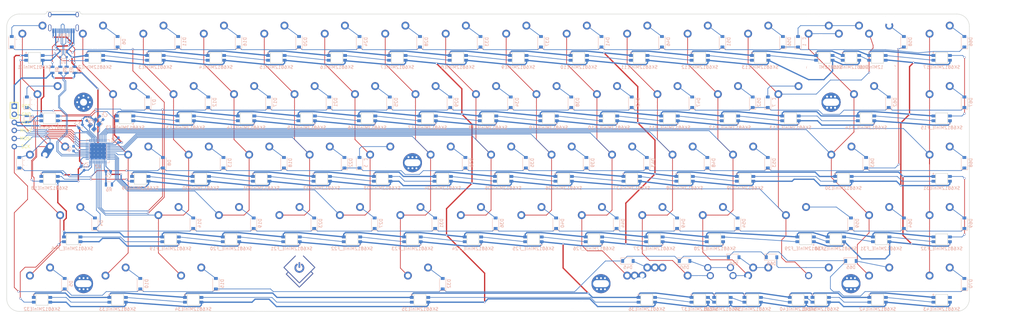
<source format=kicad_pcb>
(kicad_pcb (version 20171130) (host pcbnew "(5.1.5)-3")
  (layers (0 F.Cu signal) (31 B.Cu signal) (34 B.Paste user) (35 F.Paste user) (36 B.SilkS user) (37 F.SilkS user) (38 B.Mask user) (39 F.Mask user) (44 Edge.Cuts user))
  (net 0 "")
  (net 1 "Net-(D1-Pad2)")
  (net 2 "Net-(D2-Pad2)")
  (net 3 "Net-(D3-Pad2)")
  (net 4 "Net-(D4-Pad2)")
  (net 5 "Net-(D5-Pad2)")
  (net 6 "Net-(D6-Pad2)")
  (net 7 "Net-(D7-Pad2)")
  (net 8 "Net-(D8-Pad2)")
  (net 9 "Net-(D10-Pad2)")
  (net 10 "Net-(D11-Pad2)")
  (net 11 "Net-(D12-Pad2)")
  (net 12 "Net-(D13-Pad2)")
  (net 13 "Net-(D14-Pad2)")
  (net 14 "Net-(D15-Pad2)")
  (net 15 "Net-(D16-Pad2)")
  (net 16 "Net-(D17-Pad2)")
  (net 17 "Net-(D18-Pad2)")
  (net 18 "Net-(D19-Pad2)")
  (net 19 "Net-(D20-Pad2)")
  (net 20 "Net-(D21-Pad2)")
  (net 21 "Net-(D22-Pad2)")
  (net 22 "Net-(D23-Pad2)")
  (net 23 "Net-(D24-Pad2)")
  (net 24 "Net-(D25-Pad2)")
  (net 25 "Net-(D26-Pad2)")
  (net 26 "Net-(D27-Pad2)")
  (net 27 "Net-(D28-Pad2)")
  (net 28 "Net-(D29-Pad2)")
  (net 29 "Net-(D30-Pad2)")
  (net 30 "Net-(D31-Pad2)")
  (net 31 "Net-(D32-Pad2)")
  (net 32 "Net-(D33-Pad2)")
  (net 33 "Net-(D34-Pad2)")
  (net 34 "Net-(D35-Pad2)")
  (net 35 "Net-(D36-Pad2)")
  (net 36 "Net-(D37-Pad2)")
  (net 37 "Net-(D38-Pad2)")
  (net 38 "Net-(D39-Pad2)")
  (net 39 "Net-(D40-Pad2)")
  (net 40 "Net-(D41-Pad2)")
  (net 41 "Net-(D42-Pad2)")
  (net 42 "Net-(D43-Pad2)")
  (net 43 "Net-(D44-Pad2)")
  (net 44 "Net-(D45-Pad2)")
  (net 45 "Net-(D46-Pad2)")
  (net 46 "Net-(D47-Pad2)")
  (net 47 "Net-(D48-Pad2)")
  (net 48 "Net-(D49-Pad2)")
  (net 49 "Net-(D50-Pad2)")
  (net 50 "Net-(D51-Pad2)")
  (net 51 "Net-(D52-Pad2)")
  (net 52 "Net-(D53-Pad2)")
  (net 53 "Net-(D54-Pad2)")
  (net 54 "Net-(D55-Pad2)")
  (net 55 "Net-(D56-Pad2)")
  (net 56 "Net-(D57-Pad2)")
  (net 57 "Net-(D58-Pad2)")
  (net 58 "Net-(D59-Pad2)")
  (net 59 "Net-(D60-Pad2)")
  (net 60 GND)
  (net 61 +5V)
  (net 62 "Net-(D61-Pad2)")
  (net 63 "Net-(D62-Pad2)")
  (net 64 "Net-(D63-Pad2)")
  (net 65 "Net-(D64-Pad2)")
  (net 66 "Net-(D65-Pad2)")
  (net 67 "Net-(D66-Pad2)")
  (net 68 "Net-(D67-Pad2)")
  (net 69 "Net-(D68-Pad2)")
  (net 70 "Net-(D69-Pad2)")
  (net 71 "Net-(D70-Pad2)")
  (net 72 "Net-(R3-Pad2)")
  (net 73 "Net-(R4-Pad2)")
  (net 74 "Net-(SK6812MiniE1-Pad2)")
  (net 75 "Net-(SK6812MiniE2-Pad2)")
  (net 76 "Net-(SK6812MiniE3-Pad2)")
  (net 77 "Net-(SK6812MiniE4-Pad2)")
  (net 78 "Net-(SK6812MiniE5-Pad2)")
  (net 79 "Net-(SK6812MiniE6-Pad2)")
  (net 80 "Net-(SK6812MiniE7-Pad2)")
  (net 81 "Net-(SK6812MiniE8-Pad2)")
  (net 82 "Net-(SK6812MiniE10-Pad2)")
  (net 83 "Net-(SK6812MiniE10-Pad4)")
  (net 84 "Net-(SK6812MiniE11-Pad2)")
  (net 85 "Net-(SK6812MiniE12-Pad2)")
  (net 86 "Net-(SK6812MiniE13-Pad2)")
  (net 87 "Net-(SK6812MiniE14-Pad2)")
  (net 88 "Net-(SK6812MiniE15-Pad2)")
  (net 89 "Net-(SK6812MiniE16-Pad2)")
  (net 90 "Net-(SK6812MiniE17-Pad2)")
  (net 91 "Net-(SK6812MiniE_F1-Pad4)")
  (net 92 "Net-(SK6812MiniE_F2-Pad4)")
  (net 93 "Net-(SK6812MiniE_F3-Pad4)")
  (net 94 "Net-(SK6812MiniE_F4-Pad4)")
  (net 95 "Net-(SK6812MiniE_F5-Pad4)")
  (net 96 "Net-(SK6812MiniE_F6-Pad4)")
  (net 97 "Net-(SK6812MiniE_F7-Pad4)")
  (net 98 "Net-(SK6812MiniE_F8-Pad4)")
  (net 99 "Net-(SK6812MiniE_F10-Pad4)")
  (net 100 "Net-(SK6812MiniE_F10-Pad2)")
  (net 101 "Net-(SK6812MiniE_F11-Pad4)")
  (net 102 "Net-(SK6812MiniE_F12-Pad4)")
  (net 103 "Net-(SK6812MiniE_F13-Pad4)")
  (net 104 "Net-(SK6812MiniE_F14-Pad4)")
  (net 105 "Net-(SK6812MiniE18-Pad4)")
  (net 106 "Net-(SK6812MiniE18-Pad2)")
  (net 107 "Net-(SK6812MiniE19-Pad2)")
  (net 108 "Net-(SK6812MiniE20-Pad2)")
  (net 109 "Net-(SK6812MiniE21-Pad2)")
  (net 110 "Net-(SK6812MiniE22-Pad2)")
  (net 111 "Net-(SK6812MiniE23-Pad2)")
  (net 112 "Net-(SK6812MiniE24-Pad2)")
  (net 113 "Net-(SK6812MiniE25-Pad2)")
  (net 114 "Net-(SK6812MiniE26-Pad2)")
  (net 115 "Net-(SK6812MiniE27-Pad2)")
  (net 116 "Net-(SK6812MiniE28-Pad2)")
  (net 117 "Net-(SK6812MiniE29-Pad2)")
  (net 118 "Net-(SK6812MiniE30-Pad2)")
  (net 119 "Net-(SK6812MiniE31-Pad2)")
  (net 120 "Net-(SK6812MiniE_F16-Pad4)")
  (net 121 "Net-(SK6812MiniE_F19-Pad4)")
  (net 122 "Net-(SK6812MiniE_F20-Pad4)")
  (net 123 "Net-(SK6812MiniE_F21-Pad4)")
  (net 124 "Net-(SK6812MiniE_F22-Pad4)")
  (net 125 "Net-(SK6812MiniE_F23-Pad4)")
  (net 126 "Net-(SK6812MiniE_F24-Pad4)")
  (net 127 "Net-(SK6812MiniE_F25-Pad4)")
  (net 128 "Net-(SK6812MiniE_F26-Pad4)")
  (net 129 "Net-(SK6812MiniE_F27-Pad4)")
  (net 130 "Net-(SK6812MiniE_F28-Pad4)")
  (net 131 "Net-(SK6812MiniE_F29-Pad4)")
  (net 132 "Net-(SK6812MiniE_F30-Pad4)")
  (net 133 "Net-(SK6812MiniE_F31-Pad4)")
  (net 134 "Net-(SK6812MiniE32-Pad4)")
  (net 135 "Net-(SK6812MiniE32-Pad2)")
  (net 136 "Net-(SK6812MiniE33-Pad2)")
  (net 137 "Net-(SK6812MiniE34-Pad2)")
  (net 138 "Net-(SK6812MiniE35-Pad2)")
  (net 139 "Net-(SK6812MiniE36-Pad2)")
  (net 140 "Net-(SK6812MiniE37-Pad2)")
  (net 141 "Net-(SK6812MiniE38-Pad2)")
  (net 142 "Net-(SK6812MiniE39-Pad2)")
  (net 143 "Net-(SK6812MiniE40-Pad2)")
  (net 144 "Net-(SK6812MiniE41-Pad2)")
  (net 145 "Net-(SK6812MiniE42-Pad2)")
  (net 146 D-)
  (net 147 D+)
  (net 148 "Net-(C6-Pad1)")
  (net 149 "Net-(C3-Pad1)")
  (net 150 "Net-(C2-Pad1)")
  (net 151 RGBLED)
  (net 152 COL13)
  (net 153 COL12)
  (net 154 COL11)
  (net 155 COL10)
  (net 156 COL9)
  (net 157 COL8)
  (net 158 COL7)
  (net 159 COL6)
  (net 160 COL5)
  (net 161 COL4)
  (net 162 "Net-(R6-Pad2)")
  (net 163 COL1)
  (net 164 COL3)
  (net 165 COL2)
  (net 166 COL0)
  (net 167 "Net-(R2-Pad2)")
  (net 168 "Net-(R1-Pad2)")
  (net 169 COL14)
  (net 170 RST)
  (net 171 MISO)
  (net 172 ROW0)
  (net 173 ROW1)
  (net 174 ROW2)
  (net 175 ROW3)
  (net 176 ROW4)
  (module locallib:mounting (layer F.Cu) (at 308.06657 57.14968)
    (fp_text reference REF**)
    (fp_text value MountingHole_2.2mm_M2_Pad_Via)
    (pad 1 thru_hole circle (at 0 0) (size 6 6) (drill oval 5 2.2) (layers *.Cu *.Mask))
    (pad 1 thru_hole circle (at 0 -1.75) (size 1 1) (drill 0.6) (layers *.Cu *.Mask))
    (pad 1 thru_hole circle (at 1.25 -1.75) (size 1 1) (drill 0.6) (layers *.Cu *.Mask))
    (pad 1 thru_hole circle (at -1.25 -1.75) (size 1 1) (drill 0.6) (layers *.Cu *.Mask))
    (pad 1 thru_hole circle (at 0 1.75) (size 1 1) (drill 0.6) (layers *.Cu *.Mask))
    (pad 1 thru_hole circle (at 1.25 1.75) (size 1 1) (drill 0.6) (layers *.Cu *.Mask))
    (pad 1 thru_hole circle (at -1.25 1.75) (size 1 1) (drill 0.6) (layers *.Cu *.Mask))
  )
  (module locallib:mounting (layer F.Cu) (at 314.33657 114.29968)
    (fp_text reference REF**)
    (fp_text value MountingHole_2.2mm_M2_Pad_Via)
    (pad 1 thru_hole circle (at 0 0) (size 6 6) (drill oval 5 2.2) (layers *.Cu *.Mask))
    (pad 1 thru_hole circle (at 0 -1.75) (size 1 1) (drill 0.6) (layers *.Cu *.Mask))
    (pad 1 thru_hole circle (at 1.25 -1.75) (size 1 1) (drill 0.6) (layers *.Cu *.Mask))
    (pad 1 thru_hole circle (at -1.25 -1.75) (size 1 1) (drill 0.6) (layers *.Cu *.Mask))
    (pad 1 thru_hole circle (at 0 1.75) (size 1 1) (drill 0.6) (layers *.Cu *.Mask))
    (pad 1 thru_hole circle (at 1.25 1.75) (size 1 1) (drill 0.6) (layers *.Cu *.Mask))
    (pad 1 thru_hole circle (at -1.25 1.75) (size 1 1) (drill 0.6) (layers *.Cu *.Mask))
  )
  (module locallib:mounting (layer F.Cu) (at 235.59657 114.29968)
    (fp_text reference REF**)
    (fp_text value MountingHole_2.2mm_M2_Pad_Via)
    (pad 1 thru_hole circle (at 0 0) (size 6 6) (drill oval 5 2.2) (layers *.Cu *.Mask))
    (pad 1 thru_hole circle (at 0 -1.75) (size 1 1) (drill 0.6) (layers *.Cu *.Mask))
    (pad 1 thru_hole circle (at 1.25 -1.75) (size 1 1) (drill 0.6) (layers *.Cu *.Mask))
    (pad 1 thru_hole circle (at -1.25 -1.75) (size 1 1) (drill 0.6) (layers *.Cu *.Mask))
    (pad 1 thru_hole circle (at 0 1.75) (size 1 1) (drill 0.6) (layers *.Cu *.Mask))
    (pad 1 thru_hole circle (at 1.25 1.75) (size 1 1) (drill 0.6) (layers *.Cu *.Mask))
    (pad 1 thru_hole circle (at -1.25 1.75) (size 1 1) (drill 0.6) (layers *.Cu *.Mask))
  )
  (module locallib:mounting-circular (layer F.Cu) (at 72.61657 57.14968)
    (fp_text reference REF**)
    (fp_text value mounting-circular)
    (pad 1 thru_hole circle (at 0 0) (size 6 6) (drill oval 2.2) (layers *.Cu *.Mask))
    (pad 1 thru_hole circle (at 0 -2) (size 1 1) (drill 0.6) (layers *.Cu *.Mask))
    (pad 1 thru_hole circle (at 1.5 -1.5) (size 1 1) (drill 0.6) (layers *.Cu *.Mask))
    (pad 1 thru_hole circle (at -1.5 -1.5) (size 1 1) (drill 0.6) (layers *.Cu *.Mask))
    (pad 1 thru_hole circle (at 0 2) (size 1 1) (drill 0.6) (layers *.Cu *.Mask))
    (pad 1 thru_hole circle (at 1.5 1.5) (size 1 1) (drill 0.6) (layers *.Cu *.Mask))
    (pad 1 thru_hole circle (at -1.5 1.5) (size 1 1) (drill 0.6) (layers *.Cu *.Mask))
    (pad 1 thru_hole circle (at 2 0) (size 1 1) (drill 0.6) (layers *.Cu *.Mask))
    (pad 1 thru_hole circle (at -2 0) (size 1 1) (drill 0.6) (layers *.Cu *.Mask))
  )
  (module locallib:mounting (layer F.Cu) (at 72.61657 114.28968)
    (fp_text reference REF**)
    (fp_text value mounting)
    (pad 1 thru_hole circle (at 0 0) (size 6 6) (drill oval 5 2.2) (layers *.Cu *.Mask))
    (pad 1 thru_hole circle (at 0 -1.75) (size 1 1) (drill 0.6) (layers *.Cu *.Mask))
    (pad 1 thru_hole circle (at 1.25 -1.75) (size 1 1) (drill 0.6) (layers *.Cu *.Mask))
    (pad 1 thru_hole circle (at -1.25 -1.75) (size 1 1) (drill 0.6) (layers *.Cu *.Mask))
    (pad 1 thru_hole circle (at 0 1.75) (size 1 1) (drill 0.6) (layers *.Cu *.Mask))
    (pad 1 thru_hole circle (at 1.25 1.75) (size 1 1) (drill 0.6) (layers *.Cu *.Mask))
    (pad 1 thru_hole circle (at -1.25 1.75) (size 1 1) (drill 0.6) (layers *.Cu *.Mask))
  )
  (module MX_Only_v3:MXOnly-1U-NoLED (layer F.Cu) (at 304.8 114.3)
    (fp_text reference MX67)
    (fp_text value MX-NoLED)
    (pad "" np_thru_hole circle (at 5.08 0 48.0996) (size 1.75 1.75) (drill 1.75) (layers *.Cu *.Mask))
    (pad "" np_thru_hole circle (at -5.08 0 48.0996) (size 1.75 1.75) (drill 1.75) (layers *.Cu *.Mask))
    (pad 1 thru_hole circle (at -3.81 -2.54) (size 2.25 2.25) (drill 1.47) (layers *.Cu *.Mask) (net 153 COL12))
    (pad "" np_thru_hole circle (at 0 0) (size 3.9878 3.9878) (drill 3.9878) (layers *.Cu *.Mask))
    (pad 2 thru_hole circle (at 2.54 -5.08) (size 2.5 2.5) (drill 1.47) (layers *.Cu *.Mask) (net 59 "Net-(D60-Pad2)"))
  )
  (module locallib:mounting (layer F.Cu) (at 176.2125 76.2)
    (fp_text reference REF**)
    (fp_text value MountingHole_2.2mm_M2_Pad_Via)
    (pad 1 thru_hole circle (at 0 0) (size 6 6) (drill oval 5 2.2) (layers *.Cu *.Mask))
    (pad 1 thru_hole circle (at 0 -1.75) (size 1 1) (drill 0.6) (layers *.Cu *.Mask))
    (pad 1 thru_hole circle (at 1.25 -1.75) (size 1 1) (drill 0.6) (layers *.Cu *.Mask))
    (pad 1 thru_hole circle (at -1.25 -1.75) (size 1 1) (drill 0.6) (layers *.Cu *.Mask))
    (pad 1 thru_hole circle (at 0 1.75) (size 1 1) (drill 0.6) (layers *.Cu *.Mask))
    (pad 1 thru_hole circle (at 1.25 1.75) (size 1 1) (drill 0.6) (layers *.Cu *.Mask))
    (pad 1 thru_hole circle (at -1.25 1.75) (size 1 1) (drill 0.6) (layers *.Cu *.Mask))
  )
  (module MX_Only_v3:MXOnly-1U-NoLED (layer F.Cu) (at 342.9 38.1)
    (fp_text reference MX75)
    (fp_text value MX-NoLED)
    (pad "" np_thru_hole circle (at 5.08 0 48.0996) (size 1.75 1.75) (drill 1.75) (layers *.Cu *.Mask))
    (pad "" np_thru_hole circle (at -5.08 0 48.0996) (size 1.75 1.75) (drill 1.75) (layers *.Cu *.Mask))
    (pad 1 thru_hole circle (at -3.81 -2.54) (size 2.5 2.5) (drill 1.47) (layers *.Cu *.Mask) (net 169 COL14))
    (pad "" np_thru_hole circle (at 0 0) (size 3.9878 3.9878) (drill 3.9878) (layers *.Cu *.Mask))
    (pad 2 thru_hole circle (at 2.54 -5.08) (size 2.5 2.5) (drill 1.47) (layers *.Cu *.Mask) (net 67 "Net-(D66-Pad2)"))
  )
  (module sanproject-keyboard-part:Reset_Pretty (layer F.Cu) (at 50.8 64.77)
    (fp_text reference U3)
    (fp_text value STF202-22T1G)
    (fp_text user SCK (at 3.62 6.35) (layer F.SilkS))
    (fp_text user MOSI (at 3.62 3.81) (layer F.SilkS))
    (fp_text user MISO (at 3.62 1.27) (layer F.SilkS))
    (fp_text user VCC (at 3.62 -1.27) (layer F.SilkS))
    (fp_text user RST (at 3.62 -6.35) (layer F.SilkS))
    (fp_text user GND (at 3.81 -3.81) (layer F.SilkS))
    (pad 6 thru_hole rect (at 0 -6.35 90) (size 1.7 1.7) (drill 1) (layers *.Cu *.Mask) (net 60 GND))
    (pad 5 thru_hole circle (at 0 -3.81 90) (size 1.7 1.7) (drill 1) (layers *.Cu *.Mask) (net 170 RST))
    (pad 4 thru_hole circle (at 0 3.81 180) (size 1.7 1.7) (drill 1) (layers *.Cu *.Mask) (net 166 COL0))
    (pad 3 thru_hole circle (at 0 6.35) (size 1.7 1.7) (drill 1) (layers *.Cu *.Mask) (net 176 ROW4))
    (pad 2 thru_hole circle (at 0 -1.27 180) (size 1.7 1.7) (drill 1) (layers *.Cu *.Mask) (net 61 +5V))
    (pad 1 thru_hole circle (at 0 1.27) (size 1.7 1.7) (drill 1) (layers *.Cu *.Mask) (net 171 MISO))
  )
  (module MX_Only_v3:MXOnly-2.25U-NoLED (layer F.Cu) (at 69.05625 95.25)
    (fp_text reference MX6)
    (fp_text value MX-2.25)
    (pad "" np_thru_hole circle (at 11.90625 8.255) (size 3.9878 3.9878) (drill 3.9878) (layers *.Cu *.Mask))
    (pad "" np_thru_hole circle (at -11.90625 8.255) (size 3.9878 3.9878) (drill 3.9878) (layers *.Cu *.Mask))
    (pad "" np_thru_hole circle (at 11.90625 -6.985) (size 3.048 3.048) (drill 3.048) (layers *.Cu *.Mask))
    (pad "" np_thru_hole circle (at -11.90625 -6.985) (size 3.048 3.048) (drill 3.048) (layers *.Cu *.Mask))
    (pad "" np_thru_hole circle (at 5.08 0 48.0996) (size 1.75 1.75) (drill 1.75) (layers *.Cu *.Mask))
    (pad "" np_thru_hole circle (at -5.08 0 48.0996) (size 1.75 1.75) (drill 1.75) (layers *.Cu *.Mask))
    (pad 1 thru_hole circle (at -3.81 -2.54) (size 2.5 2.5) (drill 1.47) (layers *.Cu *.Mask) (net 166 COL0))
    (pad "" np_thru_hole circle (at 0 0) (size 3.9878 3.9878) (drill 3.9878) (layers *.Cu *.Mask))
    (pad 2 thru_hole circle (at 2.54 -5.08) (size 2.5 2.5) (drill 1.47) (layers *.Cu *.Mask) (net 4 "Net-(D4-Pad2)"))
  )
  (module MX_Only_v3:MXOnly-1U-NoLED (layer F.Cu) (at 57.15 38.100032)
    (fp_text reference MX3)
    (fp_text value MX-NoLED)
    (pad 2 thru_hole circle (at 2.54 -5.08) (size 2.5 2.5) (drill 1.47) (layers *.Cu *.Mask) (net 1 "Net-(D1-Pad2)"))
    (pad "" np_thru_hole circle (at 0 0) (size 3.9878 3.9878) (drill 3.9878) (layers *.Cu *.Mask))
    (pad 1 thru_hole circle (at -3.81 -2.54) (size 2.5 2.5) (drill 1.47) (layers *.Cu *.Mask) (net 166 COL0))
    (pad "" np_thru_hole circle (at -5.08 0 48.0996) (size 1.75 1.75) (drill 1.75) (layers *.Cu *.Mask))
    (pad "" np_thru_hole circle (at 5.08 0 48.0996) (size 1.75 1.75) (drill 1.75) (layers *.Cu *.Mask))
  )
  (module MX_Only_v3:MXOnly-6.25U-ReversedStabilizers-NoLED (layer F.Cu) (at 178.59375 114.3)
    (fp_text reference MX34)
    (fp_text value MX-6.25)
    (pad "" np_thru_hole circle (at 49.9999 -8.255) (size 3.9878 3.9878) (drill 3.9878) (layers *.Cu *.Mask))
    (pad "" np_thru_hole circle (at -49.9999 -8.255) (size 3.9878 3.9878) (drill 3.9878) (layers *.Cu *.Mask))
    (pad "" np_thru_hole circle (at 49.9999 6.985) (size 3.048 3.048) (drill 3.048) (layers *.Cu *.Mask))
    (pad "" np_thru_hole circle (at -49.9999 6.985) (size 3.048 3.048) (drill 3.048) (layers *.Cu *.Mask))
    (pad "" np_thru_hole circle (at 5.08 0 48.0996) (size 1.75 1.75) (drill 1.75) (layers *.Cu *.Mask))
    (pad "" np_thru_hole circle (at -5.08 0 48.0996) (size 1.75 1.75) (drill 1.75) (layers *.Cu *.Mask))
    (pad 1 thru_hole circle (at -3.81 -2.54) (size 2.5 2.5) (drill 1.47) (layers *.Cu *.Mask) (net 159 COL6))
    (pad "" np_thru_hole circle (at 0 0) (size 3.9878 3.9878) (drill 3.9878) (layers *.Cu *.Mask))
    (pad 2 thru_hole circle (at 2.54 -5.08) (size 2.5 2.5) (drill 1.47) (layers *.Cu *.Mask) (net 31 "Net-(D32-Pad2)"))
  )
  (module Package_DFN_QFN:QFN-44-1EP_7x7mm_P0.5mm_EP5.2x5.2mm_ThermalVias (layer B.Cu) (at 77.1548 72.5828)
    (fp_text reference U2 (at 0 4.82) (layer B.SilkS) (effects (justify mirror)))
    (fp_text value ATmega32U4-MU)
    (pad 45 smd roundrect (at 0 0) (size 5.2 5.2) (layers B.Cu B.Mask) (roundrect_rratio 0.048077) (net 60 GND))
    (pad 45 thru_hole circle (at -2.35 2.35) (size 0.5 0.5) (drill 0.2) (layers *.Cu) (net 60 GND))
    (pad 45 thru_hole circle (at -1.175 2.35) (size 0.5 0.5) (drill 0.2) (layers *.Cu) (net 60 GND))
    (pad 45 thru_hole circle (at 0 2.35) (size 0.5 0.5) (drill 0.2) (layers *.Cu) (net 60 GND))
    (pad 45 thru_hole circle (at 1.175 2.35) (size 0.5 0.5) (drill 0.2) (layers *.Cu) (net 60 GND))
    (pad 45 thru_hole circle (at 2.35 2.35) (size 0.5 0.5) (drill 0.2) (layers *.Cu) (net 60 GND))
    (pad 45 thru_hole circle (at -2.35 1.175) (size 0.5 0.5) (drill 0.2) (layers *.Cu) (net 60 GND))
    (pad 45 thru_hole circle (at -1.175 1.175) (size 0.5 0.5) (drill 0.2) (layers *.Cu) (net 60 GND))
    (pad 45 thru_hole circle (at 0 1.175) (size 0.5 0.5) (drill 0.2) (layers *.Cu) (net 60 GND))
    (pad 45 thru_hole circle (at 1.175 1.175) (size 0.5 0.5) (drill 0.2) (layers *.Cu) (net 60 GND))
    (pad 45 thru_hole circle (at 2.35 1.175) (size 0.5 0.5) (drill 0.2) (layers *.Cu) (net 60 GND))
    (pad 45 thru_hole circle (at -2.35 0) (size 0.5 0.5) (drill 0.2) (layers *.Cu) (net 60 GND))
    (pad 45 thru_hole circle (at -1.175 0) (size 0.5 0.5) (drill 0.2) (layers *.Cu) (net 60 GND))
    (pad 45 thru_hole circle (at 0 0) (size 0.5 0.5) (drill 0.2) (layers *.Cu) (net 60 GND))
    (pad 45 thru_hole circle (at 1.175 0) (size 0.5 0.5) (drill 0.2) (layers *.Cu) (net 60 GND))
    (pad 45 thru_hole circle (at 2.35 0) (size 0.5 0.5) (drill 0.2) (layers *.Cu) (net 60 GND))
    (pad 45 thru_hole circle (at -2.35 -1.175) (size 0.5 0.5) (drill 0.2) (layers *.Cu) (net 60 GND))
    (pad 45 thru_hole circle (at -1.175 -1.175) (size 0.5 0.5) (drill 0.2) (layers *.Cu) (net 60 GND))
    (pad 45 thru_hole circle (at 0 -1.175) (size 0.5 0.5) (drill 0.2) (layers *.Cu) (net 60 GND))
    (pad 45 thru_hole circle (at 1.175 -1.175) (size 0.5 0.5) (drill 0.2) (layers *.Cu) (net 60 GND))
    (pad 45 thru_hole circle (at 2.35 -1.175) (size 0.5 0.5) (drill 0.2) (layers *.Cu) (net 60 GND))
    (pad 45 thru_hole circle (at -2.35 -2.35) (size 0.5 0.5) (drill 0.2) (layers *.Cu) (net 60 GND))
    (pad 45 thru_hole circle (at -1.175 -2.35) (size 0.5 0.5) (drill 0.2) (layers *.Cu) (net 60 GND))
    (pad 45 thru_hole circle (at 0 -2.35) (size 0.5 0.5) (drill 0.2) (layers *.Cu) (net 60 GND))
    (pad 45 thru_hole circle (at 1.175 -2.35) (size 0.5 0.5) (drill 0.2) (layers *.Cu) (net 60 GND))
    (pad 45 thru_hole circle (at 2.35 -2.35) (size 0.5 0.5) (drill 0.2) (layers *.Cu) (net 60 GND))
    (pad 45 smd roundrect (at 0 0) (size 5.2 5.2) (layers F.Cu) (roundrect_rratio 0.048077) (net 60 GND))
    (pad 1 smd roundrect (at -3.3375 2.5) (size 1.075 0.25) (layers B.Cu B.Paste B.Mask))
    (pad 2 smd roundrect (at -3.3375 2) (size 1.075 0.25) (layers B.Cu B.Paste B.Mask) (net 61 +5V))
    (pad 3 smd roundrect (at -3.3375 1.5) (size 1.075 0.25) (layers B.Cu B.Paste B.Mask) (net 146 D-))
    (pad 4 smd roundrect (at -3.3375 1) (size 1.075 0.25) (layers B.Cu B.Paste B.Mask) (net 147 D+))
    (pad 5 smd roundrect (at -3.3375 0.5) (size 1.075 0.25) (layers B.Cu B.Paste B.Mask) (net 60 GND))
    (pad 6 smd roundrect (at -3.3375 0) (size 1.075 0.25) (layers B.Cu B.Paste B.Mask) (net 148 "Net-(C6-Pad1)"))
    (pad 7 smd roundrect (at -3.3375 -0.5) (size 1.075 0.25) (layers B.Cu B.Paste B.Mask) (net 61 +5V))
    (pad 8 smd roundrect (at -3.3375 -1) (size 1.075 0.25) (layers B.Cu B.Paste B.Mask))
    (pad 9 smd roundrect (at -3.3375 -1.5) (size 1.075 0.25) (layers B.Cu B.Paste B.Mask) (net 176 ROW4))
    (pad 10 smd roundrect (at -3.3375 -2) (size 1.075 0.25) (layers B.Cu B.Paste B.Mask) (net 166 COL0))
    (pad 11 smd roundrect (at -3.3375 -2.5) (size 1.075 0.25) (layers B.Cu B.Paste B.Mask) (net 171 MISO))
    (pad 12 smd roundrect (at -2.5 -3.3375) (size 0.25 1.075) (layers B.Cu B.Paste B.Mask) (net 151 RGBLED))
    (pad 13 smd roundrect (at -2 -3.3375) (size 0.25 1.075) (layers B.Cu B.Paste B.Mask) (net 170 RST))
    (pad 14 smd roundrect (at -1.5 -3.3375) (size 0.25 1.075) (layers B.Cu B.Paste B.Mask) (net 61 +5V))
    (pad 15 smd roundrect (at -1 -3.3375) (size 0.25 1.075) (layers B.Cu B.Paste B.Mask) (net 60 GND))
    (pad 16 smd roundrect (at -0.5 -3.3375) (size 0.25 1.075) (layers B.Cu B.Paste B.Mask) (net 149 "Net-(C3-Pad1)"))
    (pad 17 smd roundrect (at 0 -3.3375) (size 0.25 1.075) (layers B.Cu B.Paste B.Mask) (net 150 "Net-(C2-Pad1)"))
    (pad 18 smd roundrect (at 0.5 -3.3375) (size 0.25 1.075) (layers B.Cu B.Paste B.Mask) (net 169 COL14))
    (pad 19 smd roundrect (at 1 -3.3375) (size 0.25 1.075) (layers B.Cu B.Paste B.Mask) (net 152 COL13))
    (pad 20 smd roundrect (at 1.5 -3.3375) (size 0.25 1.075) (layers B.Cu B.Paste B.Mask) (net 154 COL11))
    (pad 21 smd roundrect (at 2 -3.3375) (size 0.25 1.075) (layers B.Cu B.Paste B.Mask) (net 155 COL10))
    (pad 22 smd roundrect (at 2.5 -3.3375) (size 0.25 1.075) (layers B.Cu B.Paste B.Mask) (net 156 COL9))
    (pad 23 smd roundrect (at 3.3375 -2.5) (size 1.075 0.25) (layers B.Cu B.Paste B.Mask) (net 60 GND))
    (pad 24 smd roundrect (at 3.3375 -2) (size 1.075 0.25) (layers B.Cu B.Paste B.Mask) (net 61 +5V))
    (pad 25 smd roundrect (at 3.3375 -1.5) (size 1.075 0.25) (layers B.Cu B.Paste B.Mask) (net 157 COL8))
    (pad 26 smd roundrect (at 3.3375 -1) (size 1.075 0.25) (layers B.Cu B.Paste B.Mask) (net 158 COL7))
    (pad 27 smd roundrect (at 3.3375 -0.5) (size 1.075 0.25) (layers B.Cu B.Paste B.Mask) (net 159 COL6))
    (pad 28 smd roundrect (at 3.3375 0) (size 1.075 0.25) (layers B.Cu B.Paste B.Mask) (net 161 COL4))
    (pad 29 smd roundrect (at 3.3375 0.5) (size 1.075 0.25) (layers B.Cu B.Paste B.Mask) (net 163 COL1))
    (pad 30 smd roundrect (at 3.3375 1) (size 1.075 0.25) (layers B.Cu B.Paste B.Mask) (net 153 COL12))
    (pad 31 smd roundrect (at 3.3375 1.5) (size 1.075 0.25) (layers B.Cu B.Paste B.Mask) (net 160 COL5))
    (pad 32 smd roundrect (at 3.3375 2) (size 1.075 0.25) (layers B.Cu B.Paste B.Mask) (net 164 COL3))
    (pad 33 smd roundrect (at 3.3375 2.5) (size 1.075 0.25) (layers B.Cu B.Paste B.Mask) (net 162 "Net-(R6-Pad2)"))
    (pad 34 smd roundrect (at 2.5 3.3375) (size 0.25 1.075) (layers B.Cu B.Paste B.Mask) (net 61 +5V))
    (pad 35 smd roundrect (at 2 3.3375) (size 0.25 1.075) (layers B.Cu B.Paste B.Mask) (net 60 GND))
    (pad 36 smd roundrect (at 1.5 3.3375) (size 0.25 1.075) (layers B.Cu B.Paste B.Mask))
    (pad 37 smd roundrect (at 1 3.3375) (size 0.25 1.075) (layers B.Cu B.Paste B.Mask) (net 173 ROW1))
    (pad 38 smd roundrect (at 0.5 3.3375) (size 0.25 1.075) (layers B.Cu B.Paste B.Mask) (net 172 ROW0))
    (pad 39 smd roundrect (at 0 3.3375) (size 0.25 1.075) (layers B.Cu B.Paste B.Mask) (net 165 COL2))
    (pad 40 smd roundrect (at -0.5 3.3375) (size 0.25 1.075) (layers B.Cu B.Paste B.Mask) (net 175 ROW3))
    (pad 41 smd roundrect (at -1 3.3375) (size 0.25 1.075) (layers B.Cu B.Paste B.Mask) (net 174 ROW2))
    (pad 42 smd roundrect (at -1.5 3.3375) (size 0.25 1.075) (layers B.Cu B.Paste B.Mask))
    (pad 43 smd roundrect (at -2 3.3375) (size 0.25 1.075) (layers B.Cu B.Paste B.Mask) (net 60 GND))
    (pad 44 smd roundrect (at -2.5 3.3375) (size 0.25 1.075) (layers B.Cu B.Paste B.Mask) (net 61 +5V))
  )
  (module MX_Only_v3:MXOnly-1U-NoLED (layer F.Cu) (at 166.6875 76.2)
    (fp_text reference MX28)
    (fp_text value MX-NoLED)
    (pad "" np_thru_hole circle (at 5.08 0 48.0996) (size 1.75 1.75) (drill 1.75) (layers *.Cu *.Mask))
    (pad "" np_thru_hole circle (at -5.08 0 48.0996) (size 1.75 1.75) (drill 1.75) (layers *.Cu *.Mask))
    (pad 1 thru_hole circle (at -3.81 -2.54) (size 2.5 2.5) (drill 1.47) (layers *.Cu *.Mask) (net 160 COL5))
    (pad "" np_thru_hole circle (at 0 0) (size 3.9878 3.9878) (drill 3.9878) (layers *.Cu *.Mask))
    (pad 2 thru_hole circle (at 2.54 -5.08) (size 2.5 2.5) (drill 1.47) (layers *.Cu *.Mask) (net 25 "Net-(D26-Pad2)"))
  )
  (module MX_Only_v3:MXOnly-1U-NoLED (layer F.Cu) (at 90.4875 76.2)
    (fp_text reference MX10)
    (fp_text value MX-NoLED)
    (pad "" np_thru_hole circle (at 5.08 0 48.0996) (size 1.75 1.75) (drill 1.75) (layers *.Cu *.Mask))
    (pad "" np_thru_hole circle (at -5.08 0 48.0996) (size 1.75 1.75) (drill 1.75) (layers *.Cu *.Mask))
    (pad 1 thru_hole circle (at -3.81 -2.54) (size 2.5 2.5) (drill 1.47) (layers *.Cu *.Mask) (net 163 COL1))
    (pad "" np_thru_hole circle (at 0 0) (size 3.9878 3.9878) (drill 3.9878) (layers *.Cu *.Mask))
    (pad 2 thru_hole circle (at 2.54 -5.08) (size 2.5 2.5) (drill 1.47) (layers *.Cu *.Mask) (net 8 "Net-(D8-Pad2)"))
  )
  (module MX_Only_v3:MXOnly-1.25U-NoLED (layer F.Cu) (at 59.53125 76.20032)
    (fp_text reference MX1)
    (fp_text value MX-1.25)
    (pad "" np_thru_hole circle (at 5.08 0 48.0996) (size 1.75 1.75) (drill 1.75) (layers *.Cu *.Mask))
    (pad "" np_thru_hole circle (at -5.08 0 48.0996) (size 1.75 1.75) (drill 1.75) (layers *.Cu *.Mask))
    (pad 1 thru_hole circle (at -3.81 -2.54) (size 2.5 2.5) (drill 1.47) (layers *.Cu *.Mask) (net 3 "Net-(D3-Pad2)"))
    (pad "" np_thru_hole circle (at 0 0) (size 3.9878 3.9878) (drill 3.9878) (layers *.Cu *.Mask))
    (pad 2 thru_hole circle (at 2.54 -5.08) (size 2.5 2.5) (drill 1.47) (layers *.Cu *.Mask) (net 166 COL0))
  )
  (module sanproject-keyboard-part:RGB-6028_FLIPPED (layer B.Cu) (at 76.2 38.100032 180)
    (fp_text reference SK6812MiniE2 (at 0 -8) (layer B.SilkS) (effects (justify mirror)))
    (fp_text value WS2812B)
    (fp_line (start -1.9 -3.38) (end -1.9 -6.78) (layer Edge.Cuts) (width 0.15))
    (fp_line (start 1.9 -6.78) (end -1.9 -6.78) (layer Edge.Cuts) (width 0.15))
    (fp_line (start 1.9 -3.38) (end 1.9 -6.78) (layer Edge.Cuts) (width 0.15))
    (fp_line (start 1.9 -3.38) (end -1.9 -3.38) (layer Edge.Cuts) (width 0.15))
    (pad 4 smd rect (at 2.595 -5.83 180) (size 1.19 0.9) (layers B.Cu B.Paste B.Mask) (net 74 "Net-(SK6812MiniE1-Pad2)"))
    (pad 2 smd rect (at -2.595 -4.33 180) (size 1.19 0.9) (layers B.Cu B.Paste B.Mask) (net 75 "Net-(SK6812MiniE2-Pad2)"))
    (pad 1 smd rect (at -2.595 -5.83 180) (size 1.19 0.9) (layers B.Cu B.Paste B.Mask) (net 61 +5V))
    (pad 3 smd rect (at 2.595 -4.33 180) (size 1.19 0.9) (layers B.Cu B.Paste B.Mask) (net 60 GND))
  )
  (module sanproject-keyboard-part:Crystal_SMD_3225-4Pin_3.2x2.5mm (layer B.Cu) (at 76.09205 64.21784 225)
    (fp_text reference Y1 (at 0 2.45 225) (layer B.SilkS) (effects (justify mirror)))
    (fp_text value 16Mhz)
    (pad 4 smd rect (at -1.1 0.85 225) (size 1.4 1.2) (layers B.Cu B.Paste B.Mask) (net 60 GND))
    (pad 3 smd rect (at 1.1 0.85 225) (size 1.4 1.2) (layers B.Cu B.Paste B.Mask) (net 149 "Net-(C3-Pad1)"))
    (pad 2 smd rect (at 1.1 -0.85 225) (size 1.4 1.2) (layers B.Cu B.Paste B.Mask) (net 60 GND))
    (pad 1 smd rect (at -1.1 -0.85 225) (size 1.4 1.2) (layers B.Cu B.Paste B.Mask) (net 150 "Net-(C2-Pad1)"))
  )
  (module sanproject-keyboard-part:R_0805 (layer B.Cu) (at 80.6196 83.058)
    (fp_text reference R6 (at 0 1.65) (layer B.SilkS) (effects (justify mirror)))
    (fp_text value 1k)
    (pad 1 smd rect (at -0.95 0) (size 0.7 1.3) (layers B.Cu B.Paste B.Mask) (net 60 GND))
    (pad 2 smd rect (at 0.95 0) (size 0.7 1.3) (layers B.Cu B.Paste B.Mask) (net 162 "Net-(R6-Pad2)"))
  )
  (module sanproject-keyboard-part:R_0805 (layer B.Cu) (at 54.737 62.4205 90)
    (fp_text reference R5 (at 0 1.65 90) (layer B.SilkS) (effects (justify mirror)))
    (fp_text value 10k)
    (pad 1 smd rect (at -0.95 0 90) (size 0.7 1.3) (layers B.Cu B.Paste B.Mask) (net 61 +5V))
    (pad 2 smd rect (at 0.95 0 90) (size 0.7 1.3) (layers B.Cu B.Paste B.Mask) (net 170 RST))
  )
  (module sanproject-keyboard-part:R_0805 (layer B.Cu) (at 65.294 46.9494 90)
    (fp_text reference R4 (at 0 1.65 90) (layer B.SilkS) (effects (justify mirror)))
    (fp_text value 22)
    (pad 1 smd rect (at -0.95 0 90) (size 0.7 1.3) (layers B.Cu B.Paste B.Mask) (net 146 D-))
    (pad 2 smd rect (at 0.95 0 90) (size 0.7 1.3) (layers B.Cu B.Paste B.Mask) (net 73 "Net-(R4-Pad2)"))
  )
  (module sanproject-keyboard-part:R_0805 (layer B.Cu) (at 67.294 46.9494 90)
    (fp_text reference R3 (at 0 1.65 90) (layer B.SilkS) (effects (justify mirror)))
    (fp_text value 22)
    (pad 1 smd rect (at -0.95 0 90) (size 0.7 1.3) (layers B.Cu B.Paste B.Mask) (net 147 D+))
    (pad 2 smd rect (at 0.95 0 90) (size 0.7 1.3) (layers B.Cu B.Paste B.Mask) (net 72 "Net-(R3-Pad2)"))
  )
  (module sanproject-keyboard-part:R_0805 (layer B.Cu) (at 69.794 46.9494 90)
    (fp_text reference R2 (at 0 1.65 90) (layer B.SilkS) (effects (justify mirror)))
    (fp_text value 5.1k)
    (pad 1 smd rect (at -0.95 0 90) (size 0.7 1.3) (layers B.Cu B.Paste B.Mask) (net 60 GND))
    (pad 2 smd rect (at 0.95 0 90) (size 0.7 1.3) (layers B.Cu B.Paste B.Mask) (net 167 "Net-(R2-Pad2)"))
  )
  (module sanproject-keyboard-part:R_0805 (layer B.Cu) (at 62.794 46.9494 90)
    (fp_text reference R1 (at 0 1.65 90) (layer B.SilkS) (effects (justify mirror)))
    (fp_text value 5.1k)
    (pad 1 smd rect (at -0.95 0 90) (size 0.7 1.3) (layers B.Cu B.Paste B.Mask) (net 60 GND))
    (pad 2 smd rect (at 0.95 0 90) (size 0.7 1.3) (layers B.Cu B.Paste B.Mask) (net 168 "Net-(R1-Pad2)"))
  )
  (module sanproject-keyboard-part:C_0603 (layer B.Cu) (at 71.7296 64.77 225)
    (fp_text reference C7 (at 0 1.5 45) (layer B.SilkS) (effects (justify mirror)))
    (fp_text value 0.1uF)
    (pad 2 smd rect (at 0.75 0 225) (size 0.8 0.75) (layers B.Cu B.Paste B.Mask) (net 61 +5V))
    (pad 1 smd rect (at -0.75 0 225) (size 0.8 0.75) (layers B.Cu B.Paste B.Mask) (net 60 GND))
  )
  (module sanproject-keyboard-part:C_0603 (layer B.Cu) (at 69.469 71.755 270)
    (fp_text reference C6 (at 0 1.5 90) (layer B.SilkS) (effects (justify mirror)))
    (fp_text value 1uF)
    (pad 2 smd rect (at 0.75 0 270) (size 0.8 0.75) (layers B.Cu B.Paste B.Mask) (net 60 GND))
    (pad 1 smd rect (at -0.75 0 270) (size 0.8 0.75) (layers B.Cu B.Paste B.Mask) (net 148 "Net-(C6-Pad1)"))
  )
  (module sanproject-keyboard-part:C_0603 (layer B.Cu) (at 83.566 69.088 270)
    (fp_text reference C5 (at 0 1.5 90) (layer B.SilkS) (effects (justify mirror)))
    (fp_text value 0.1uF)
    (pad 2 smd rect (at 0.75 0 270) (size 0.8 0.75) (layers B.Cu B.Paste B.Mask) (net 61 +5V))
    (pad 1 smd rect (at -0.75 0 270) (size 0.8 0.75) (layers B.Cu B.Paste B.Mask) (net 60 GND))
  )
  (module sanproject-keyboard-part:C_0603 (layer B.Cu) (at 80.4164 78.8924)
    (fp_text reference C4 (at 0 1.5) (layer B.SilkS) (effects (justify mirror)))
    (fp_text value 0.1uF)
    (pad 2 smd rect (at 0.75 0) (size 0.8 0.75) (layers B.Cu B.Paste B.Mask) (net 61 +5V))
    (pad 1 smd rect (at -0.75 0) (size 0.8 0.75) (layers B.Cu B.Paste B.Mask) (net 60 GND))
  )
  (module sanproject-keyboard-part:C_0603 (layer B.Cu) (at 74.168 62.3824 45)
    (fp_text reference C3 (at 0 1.5 45) (layer B.SilkS) (effects (justify mirror)))
    (fp_text value 22pF)
    (pad 2 smd rect (at 0.75 0 45) (size 0.8 0.75) (layers B.Cu B.Paste B.Mask) (net 60 GND))
    (pad 1 smd rect (at -0.75 0 45) (size 0.8 0.75) (layers B.Cu B.Paste B.Mask) (net 149 "Net-(C3-Pad1)"))
  )
  (module sanproject-keyboard-part:C_0603 (layer B.Cu) (at 78.232 62.0776 135)
    (fp_text reference C2 (at 0 1.5 135) (layer B.SilkS) (effects (justify mirror)))
    (fp_text value 22pF)
    (pad 2 smd rect (at 0.75 0 135) (size 0.8 0.75) (layers B.Cu B.Paste B.Mask) (net 60 GND))
    (pad 1 smd rect (at -0.75 0 135) (size 0.8 0.75) (layers B.Cu B.Paste B.Mask) (net 150 "Net-(C2-Pad1)"))
  )
  (module sanproject-keyboard-part:C_0603 (layer B.Cu) (at 72.2884 78.0288 135)
    (fp_text reference C1 (at 0 1.5 135) (layer B.SilkS) (effects (justify mirror)))
    (fp_text value 10uF)
    (pad 2 smd rect (at 0.75 0 135) (size 0.8 0.75) (layers B.Cu B.Paste B.Mask) (net 61 +5V))
    (pad 1 smd rect (at -0.75 0 135) (size 0.8 0.75) (layers B.Cu B.Paste B.Mask) (net 60 GND))
  )
  (module sanproject-keyboard-part:RGB-6028_FLIPPED (layer B.Cu) (at 342.9 114.300096 180)
    (fp_text reference SK6812MiniE43 (at 0 -8) (layer B.SilkS) (effects (justify mirror)))
    (fp_text value WS2812B)
    (fp_line (start 1.9 -3.38) (end -1.9 -3.38) (layer Edge.Cuts) (width 0.15))
    (fp_line (start 1.9 -3.38) (end 1.9 -6.78) (layer Edge.Cuts) (width 0.15))
    (fp_line (start 1.9 -6.78) (end -1.9 -6.78) (layer Edge.Cuts) (width 0.15))
    (fp_line (start -1.9 -3.38) (end -1.9 -6.78) (layer Edge.Cuts) (width 0.15))
    (pad 3 smd rect (at 2.595 -4.33 180) (size 1.19 0.9) (layers B.Cu B.Paste B.Mask) (net 60 GND))
    (pad 1 smd rect (at -2.595 -5.83 180) (size 1.19 0.9) (layers B.Cu B.Paste B.Mask) (net 61 +5V))
    (pad 2 smd rect (at -2.595 -4.33 180) (size 1.19 0.9) (layers B.Cu B.Paste B.Mask))
    (pad 4 smd rect (at 2.595 -5.83 180) (size 1.19 0.9) (layers B.Cu B.Paste B.Mask) (net 145 "Net-(SK6812MiniE42-Pad2)"))
  )
  (module sanproject-keyboard-part:RGB-6028_FLIPPED (layer B.Cu) (at 322.71875 114.300096 180)
    (fp_text reference SK6812MiniE42 (at 0 -8) (layer B.SilkS) (effects (justify mirror)))
    (fp_text value WS2812B)
    (fp_line (start -1.9 -3.38) (end -1.9 -6.78) (layer Edge.Cuts) (width 0.15))
    (fp_line (start 1.9 -6.78) (end -1.9 -6.78) (layer Edge.Cuts) (width 0.15))
    (fp_line (start 1.9 -3.38) (end 1.9 -6.78) (layer Edge.Cuts) (width 0.15))
    (fp_line (start 1.9 -3.38) (end -1.9 -3.38) (layer Edge.Cuts) (width 0.15))
    (pad 4 smd rect (at 2.595 -5.83 180) (size 1.19 0.9) (layers B.Cu B.Paste B.Mask) (net 144 "Net-(SK6812MiniE41-Pad2)"))
    (pad 2 smd rect (at -2.595 -4.33 180) (size 1.19 0.9) (layers B.Cu B.Paste B.Mask) (net 145 "Net-(SK6812MiniE42-Pad2)"))
    (pad 1 smd rect (at -2.595 -5.83 180) (size 1.19 0.9) (layers B.Cu B.Paste B.Mask) (net 61 +5V))
    (pad 3 smd rect (at 2.595 -4.33 180) (size 1.19 0.9) (layers B.Cu B.Paste B.Mask) (net 60 GND))
  )
  (module sanproject-keyboard-part:RGB-6028_FLIPPED (layer B.Cu) (at 304.8 114.300096 180)
    (fp_text reference SK6812MiniE41 (at 0 -8) (layer B.SilkS) (effects (justify mirror)))
    (fp_text value WS2812B)
    (fp_line (start -1.9 -3.38) (end -1.9 -6.78) (layer Edge.Cuts) (width 0.15))
    (fp_line (start 1.9 -6.78) (end -1.9 -6.78) (layer Edge.Cuts) (width 0.15))
    (fp_line (start 1.9 -3.38) (end 1.9 -6.78) (layer Edge.Cuts) (width 0.15))
    (fp_line (start 1.9 -3.38) (end -1.9 -3.38) (layer Edge.Cuts) (width 0.15))
    (pad 4 smd rect (at 2.595 -5.83 180) (size 1.19 0.9) (layers B.Cu B.Paste B.Mask) (net 143 "Net-(SK6812MiniE40-Pad2)"))
    (pad 2 smd rect (at -2.595 -4.33 180) (size 1.19 0.9) (layers B.Cu B.Paste B.Mask) (net 144 "Net-(SK6812MiniE41-Pad2)"))
    (pad 1 smd rect (at -2.595 -5.83 180) (size 1.19 0.9) (layers B.Cu B.Paste B.Mask) (net 61 +5V))
    (pad 3 smd rect (at 2.595 -4.33 180) (size 1.19 0.9) (layers B.Cu B.Paste B.Mask) (net 60 GND))
  )
  (module sanproject-keyboard-part:RGB-6028_FLIPPED (layer B.Cu) (at 297.65625 114.300096 180)
    (fp_text reference SK6812MiniE40 (at 0 -8) (layer B.SilkS) (effects (justify mirror)))
    (fp_text value WS2812B)
    (fp_line (start -1.9 -3.38) (end -1.9 -6.78) (layer Edge.Cuts) (width 0.15))
    (fp_line (start 1.9 -6.78) (end -1.9 -6.78) (layer Edge.Cuts) (width 0.15))
    (fp_line (start 1.9 -3.38) (end 1.9 -6.78) (layer Edge.Cuts) (width 0.15))
    (fp_line (start 1.9 -3.38) (end -1.9 -3.38) (layer Edge.Cuts) (width 0.15))
    (pad 4 smd rect (at 2.595 -5.83 180) (size 1.19 0.9) (layers B.Cu B.Paste B.Mask) (net 142 "Net-(SK6812MiniE39-Pad2)"))
    (pad 2 smd rect (at -2.595 -4.33 180) (size 1.19 0.9) (layers B.Cu B.Paste B.Mask) (net 143 "Net-(SK6812MiniE40-Pad2)"))
    (pad 1 smd rect (at -2.595 -5.83 180) (size 1.19 0.9) (layers B.Cu B.Paste B.Mask) (net 61 +5V))
    (pad 3 smd rect (at 2.595 -4.33 180) (size 1.19 0.9) (layers B.Cu B.Paste B.Mask) (net 60 GND))
  )
  (module sanproject-keyboard-part:RGB-6028_FLIPPED (layer B.Cu) (at 283.36875 114.300096 180)
    (fp_text reference SK6812MiniE39 (at 0 -8) (layer B.SilkS) (effects (justify mirror)))
    (fp_text value WS2812B)
    (fp_line (start -1.9 -3.38) (end -1.9 -6.78) (layer Edge.Cuts) (width 0.15))
    (fp_line (start 1.9 -6.78) (end -1.9 -6.78) (layer Edge.Cuts) (width 0.15))
    (fp_line (start 1.9 -3.38) (end 1.9 -6.78) (layer Edge.Cuts) (width 0.15))
    (fp_line (start 1.9 -3.38) (end -1.9 -3.38) (layer Edge.Cuts) (width 0.15))
    (pad 4 smd rect (at 2.595 -5.83 180) (size 1.19 0.9) (layers B.Cu B.Paste B.Mask) (net 141 "Net-(SK6812MiniE38-Pad2)"))
    (pad 2 smd rect (at -2.595 -4.33 180) (size 1.19 0.9) (layers B.Cu B.Paste B.Mask) (net 142 "Net-(SK6812MiniE39-Pad2)"))
    (pad 1 smd rect (at -2.595 -5.83 180) (size 1.19 0.9) (layers B.Cu B.Paste B.Mask) (net 61 +5V))
    (pad 3 smd rect (at 2.595 -4.33 180) (size 1.19 0.9) (layers B.Cu B.Paste B.Mask) (net 60 GND))
  )
  (module sanproject-keyboard-part:RGB-6028_FLIPPED (layer B.Cu) (at 273.84375 114.300096 180)
    (fp_text reference SK6812MiniE38 (at 0 -8) (layer B.SilkS) (effects (justify mirror)))
    (fp_text value WS2812B)
    (fp_line (start -1.9 -3.38) (end -1.9 -6.78) (layer Edge.Cuts) (width 0.15))
    (fp_line (start 1.9 -6.78) (end -1.9 -6.78) (layer Edge.Cuts) (width 0.15))
    (fp_line (start 1.9 -3.38) (end 1.9 -6.78) (layer Edge.Cuts) (width 0.15))
    (fp_line (start 1.9 -3.38) (end -1.9 -3.38) (layer Edge.Cuts) (width 0.15))
    (pad 4 smd rect (at 2.595 -5.83 180) (size 1.19 0.9) (layers B.Cu B.Paste B.Mask) (net 140 "Net-(SK6812MiniE37-Pad2)"))
    (pad 2 smd rect (at -2.595 -4.33 180) (size 1.19 0.9) (layers B.Cu B.Paste B.Mask) (net 141 "Net-(SK6812MiniE38-Pad2)"))
    (pad 1 smd rect (at -2.595 -5.83 180) (size 1.19 0.9) (layers B.Cu B.Paste B.Mask) (net 61 +5V))
    (pad 3 smd rect (at 2.595 -4.33 180) (size 1.19 0.9) (layers B.Cu B.Paste B.Mask) (net 60 GND))
  )
  (module sanproject-keyboard-part:RGB-6028_FLIPPED (layer B.Cu) (at 266.7 114.300096 180)
    (fp_text reference SK6812MiniE37 (at 0 -8) (layer B.SilkS) (effects (justify mirror)))
    (fp_text value WS2812B)
    (fp_line (start -1.9 -3.38) (end -1.9 -6.78) (layer Edge.Cuts) (width 0.15))
    (fp_line (start 1.9 -6.78) (end -1.9 -6.78) (layer Edge.Cuts) (width 0.15))
    (fp_line (start 1.9 -3.38) (end 1.9 -6.78) (layer Edge.Cuts) (width 0.15))
    (fp_line (start 1.9 -3.38) (end -1.9 -3.38) (layer Edge.Cuts) (width 0.15))
    (pad 4 smd rect (at 2.595 -5.83 180) (size 1.19 0.9) (layers B.Cu B.Paste B.Mask) (net 139 "Net-(SK6812MiniE36-Pad2)"))
    (pad 2 smd rect (at -2.595 -4.33 180) (size 1.19 0.9) (layers B.Cu B.Paste B.Mask) (net 140 "Net-(SK6812MiniE37-Pad2)"))
    (pad 1 smd rect (at -2.595 -5.83 180) (size 1.19 0.9) (layers B.Cu B.Paste B.Mask) (net 61 +5V))
    (pad 3 smd rect (at 2.595 -4.33 180) (size 1.19 0.9) (layers B.Cu B.Paste B.Mask) (net 60 GND))
  )
  (module sanproject-keyboard-part:RGB-6028_FLIPPED (layer B.Cu) (at 250.03125 114.300096 180)
    (fp_text reference SK6812MiniE36 (at 0 -8) (layer B.SilkS) (effects (justify mirror)))
    (fp_text value WS2812B)
    (fp_line (start -1.9 -3.38) (end -1.9 -6.78) (layer Edge.Cuts) (width 0.15))
    (fp_line (start 1.9 -6.78) (end -1.9 -6.78) (layer Edge.Cuts) (width 0.15))
    (fp_line (start 1.9 -3.38) (end 1.9 -6.78) (layer Edge.Cuts) (width 0.15))
    (fp_line (start 1.9 -3.38) (end -1.9 -3.38) (layer Edge.Cuts) (width 0.15))
    (pad 4 smd rect (at 2.595 -5.83 180) (size 1.19 0.9) (layers B.Cu B.Paste B.Mask) (net 138 "Net-(SK6812MiniE35-Pad2)"))
    (pad 2 smd rect (at -2.595 -4.33 180) (size 1.19 0.9) (layers B.Cu B.Paste B.Mask) (net 139 "Net-(SK6812MiniE36-Pad2)"))
    (pad 1 smd rect (at -2.595 -5.83 180) (size 1.19 0.9) (layers B.Cu B.Paste B.Mask) (net 61 +5V))
    (pad 3 smd rect (at 2.595 -4.33 180) (size 1.19 0.9) (layers B.Cu B.Paste B.Mask) (net 60 GND))
  )
  (module sanproject-keyboard-part:RGB-6028_FLIPPED (layer B.Cu) (at 178.59375 114.300096 180)
    (fp_text reference SK6812MiniE35 (at 0 -8) (layer B.SilkS) (effects (justify mirror)))
    (fp_text value WS2812B)
    (fp_line (start -1.9 -3.38) (end -1.9 -6.78) (layer Edge.Cuts) (width 0.15))
    (fp_line (start 1.9 -6.78) (end -1.9 -6.78) (layer Edge.Cuts) (width 0.15))
    (fp_line (start 1.9 -3.38) (end 1.9 -6.78) (layer Edge.Cuts) (width 0.15))
    (fp_line (start 1.9 -3.38) (end -1.9 -3.38) (layer Edge.Cuts) (width 0.15))
    (pad 4 smd rect (at 2.595 -5.83 180) (size 1.19 0.9) (layers B.Cu B.Paste B.Mask) (net 137 "Net-(SK6812MiniE34-Pad2)"))
    (pad 2 smd rect (at -2.595 -4.33 180) (size 1.19 0.9) (layers B.Cu B.Paste B.Mask) (net 138 "Net-(SK6812MiniE35-Pad2)"))
    (pad 1 smd rect (at -2.595 -5.83 180) (size 1.19 0.9) (layers B.Cu B.Paste B.Mask) (net 61 +5V))
    (pad 3 smd rect (at 2.595 -4.33 180) (size 1.19 0.9) (layers B.Cu B.Paste B.Mask) (net 60 GND))
  )
  (module sanproject-keyboard-part:RGB-6028_FLIPPED (layer B.Cu) (at 107.15625 114.300096 180)
    (fp_text reference SK6812MiniE34 (at 0 -8) (layer B.SilkS) (effects (justify mirror)))
    (fp_text value WS2812B)
    (fp_line (start -1.9 -3.38) (end -1.9 -6.78) (layer Edge.Cuts) (width 0.15))
    (fp_line (start 1.9 -6.78) (end -1.9 -6.78) (layer Edge.Cuts) (width 0.15))
    (fp_line (start 1.9 -3.38) (end 1.9 -6.78) (layer Edge.Cuts) (width 0.15))
    (fp_line (start 1.9 -3.38) (end -1.9 -3.38) (layer Edge.Cuts) (width 0.15))
    (pad 4 smd rect (at 2.595 -5.83 180) (size 1.19 0.9) (layers B.Cu B.Paste B.Mask) (net 136 "Net-(SK6812MiniE33-Pad2)"))
    (pad 2 smd rect (at -2.595 -4.33 180) (size 1.19 0.9) (layers B.Cu B.Paste B.Mask) (net 137 "Net-(SK6812MiniE34-Pad2)"))
    (pad 1 smd rect (at -2.595 -5.83 180) (size 1.19 0.9) (layers B.Cu B.Paste B.Mask) (net 61 +5V))
    (pad 3 smd rect (at 2.595 -4.33 180) (size 1.19 0.9) (layers B.Cu B.Paste B.Mask) (net 60 GND))
  )
  (module sanproject-keyboard-part:RGB-6028_FLIPPED (layer B.Cu) (at 83.34375 114.300096 180)
    (fp_text reference SK6812MiniE33 (at 0 -8) (layer B.SilkS) (effects (justify mirror)))
    (fp_text value WS2812B)
    (fp_line (start -1.9 -3.38) (end -1.9 -6.78) (layer Edge.Cuts) (width 0.15))
    (fp_line (start 1.9 -6.78) (end -1.9 -6.78) (layer Edge.Cuts) (width 0.15))
    (fp_line (start 1.9 -3.38) (end 1.9 -6.78) (layer Edge.Cuts) (width 0.15))
    (fp_line (start 1.9 -3.38) (end -1.9 -3.38) (layer Edge.Cuts) (width 0.15))
    (pad 4 smd rect (at 2.595 -5.83 180) (size 1.19 0.9) (layers B.Cu B.Paste B.Mask) (net 135 "Net-(SK6812MiniE32-Pad2)"))
    (pad 2 smd rect (at -2.595 -4.33 180) (size 1.19 0.9) (layers B.Cu B.Paste B.Mask) (net 136 "Net-(SK6812MiniE33-Pad2)"))
    (pad 1 smd rect (at -2.595 -5.83 180) (size 1.19 0.9) (layers B.Cu B.Paste B.Mask) (net 61 +5V))
    (pad 3 smd rect (at 2.595 -4.33 180) (size 1.19 0.9) (layers B.Cu B.Paste B.Mask) (net 60 GND))
  )
  (module sanproject-keyboard-part:RGB-6028_FLIPPED (layer B.Cu) (at 59.53125 114.300096 180)
    (fp_text reference SK6812MiniE32 (at 0 -8) (layer B.SilkS) (effects (justify mirror)))
    (fp_text value WS2812B)
    (fp_line (start -1.9 -3.38) (end -1.9 -6.78) (layer Edge.Cuts) (width 0.15))
    (fp_line (start 1.9 -6.78) (end -1.9 -6.78) (layer Edge.Cuts) (width 0.15))
    (fp_line (start 1.9 -3.38) (end 1.9 -6.78) (layer Edge.Cuts) (width 0.15))
    (fp_line (start 1.9 -3.38) (end -1.9 -3.38) (layer Edge.Cuts) (width 0.15))
    (pad 4 smd rect (at 2.595 -5.83 180) (size 1.19 0.9) (layers B.Cu B.Paste B.Mask) (net 134 "Net-(SK6812MiniE32-Pad4)"))
    (pad 2 smd rect (at -2.595 -4.33 180) (size 1.19 0.9) (layers B.Cu B.Paste B.Mask) (net 135 "Net-(SK6812MiniE32-Pad2)"))
    (pad 1 smd rect (at -2.595 -5.83 180) (size 1.19 0.9) (layers B.Cu B.Paste B.Mask) (net 61 +5V))
    (pad 3 smd rect (at 2.595 -4.33 180) (size 1.19 0.9) (layers B.Cu B.Paste B.Mask) (net 60 GND))
  )
  (module sanproject-keyboard-part:RGB-6028 (layer B.Cu) (at 342.9 95.25008 180)
    (fp_text reference SK6812MiniE_F32 (at 0 -8) (layer B.SilkS) (effects (justify mirror)))
    (fp_text value WS2812B)
    (fp_line (start -1.9 -3.38) (end -1.9 -6.78) (layer Edge.Cuts) (width 0.15))
    (fp_line (start 1.9 -6.78) (end -1.9 -6.78) (layer Edge.Cuts) (width 0.15))
    (fp_line (start 1.9 -3.38) (end 1.9 -6.78) (layer Edge.Cuts) (width 0.15))
    (fp_line (start 1.9 -3.38) (end -1.9 -3.38) (layer Edge.Cuts) (width 0.15))
    (pad 2 smd rect (at 2.595 -5.83 180) (size 1.19 0.9) (layers B.Cu B.Paste B.Mask) (net 133 "Net-(SK6812MiniE_F31-Pad4)"))
    (pad 4 smd rect (at -2.595 -4.33 180) (size 1.19 0.9) (layers B.Cu B.Paste B.Mask) (net 119 "Net-(SK6812MiniE31-Pad2)"))
    (pad 3 smd rect (at -2.595 -5.83 180) (size 1.19 0.9) (layers B.Cu B.Paste B.Mask) (net 60 GND))
    (pad 1 smd rect (at 2.595 -4.33 180) (size 1.19 0.9) (layers B.Cu B.Paste B.Mask) (net 61 +5V))
  )
  (module sanproject-keyboard-part:RGB-6028 (layer B.Cu) (at 323.85 95.25008 180)
    (fp_text reference SK6812MiniE_F31 (at 0 -8) (layer B.SilkS) (effects (justify mirror)))
    (fp_text value WS2812B)
    (fp_line (start -1.9 -3.38) (end -1.9 -6.78) (layer Edge.Cuts) (width 0.15))
    (fp_line (start 1.9 -6.78) (end -1.9 -6.78) (layer Edge.Cuts) (width 0.15))
    (fp_line (start 1.9 -3.38) (end 1.9 -6.78) (layer Edge.Cuts) (width 0.15))
    (fp_line (start 1.9 -3.38) (end -1.9 -3.38) (layer Edge.Cuts) (width 0.15))
    (pad 2 smd rect (at 2.595 -5.83 180) (size 1.19 0.9) (layers B.Cu B.Paste B.Mask) (net 132 "Net-(SK6812MiniE_F30-Pad4)"))
    (pad 4 smd rect (at -2.595 -4.33 180) (size 1.19 0.9) (layers B.Cu B.Paste B.Mask) (net 133 "Net-(SK6812MiniE_F31-Pad4)"))
    (pad 3 smd rect (at -2.595 -5.83 180) (size 1.19 0.9) (layers B.Cu B.Paste B.Mask) (net 60 GND))
    (pad 1 smd rect (at 2.595 -4.33 180) (size 1.19 0.9) (layers B.Cu B.Paste B.Mask) (net 61 +5V))
  )
  (module sanproject-keyboard-part:RGB-6028 (layer B.Cu) (at 309.5625 95.25008 180)
    (fp_text reference SK6812MiniE_F30 (at 0 -8) (layer B.SilkS) (effects (justify mirror)))
    (fp_text value WS2812B)
    (fp_line (start -1.9 -3.38) (end -1.9 -6.78) (layer Edge.Cuts) (width 0.15))
    (fp_line (start 1.9 -6.78) (end -1.9 -6.78) (layer Edge.Cuts) (width 0.15))
    (fp_line (start 1.9 -3.38) (end 1.9 -6.78) (layer Edge.Cuts) (width 0.15))
    (fp_line (start 1.9 -3.38) (end -1.9 -3.38) (layer Edge.Cuts) (width 0.15))
    (pad 2 smd rect (at 2.595 -5.83 180) (size 1.19 0.9) (layers B.Cu B.Paste B.Mask) (net 131 "Net-(SK6812MiniE_F29-Pad4)"))
    (pad 4 smd rect (at -2.595 -4.33 180) (size 1.19 0.9) (layers B.Cu B.Paste B.Mask) (net 132 "Net-(SK6812MiniE_F30-Pad4)"))
    (pad 3 smd rect (at -2.595 -5.83 180) (size 1.19 0.9) (layers B.Cu B.Paste B.Mask) (net 60 GND))
    (pad 1 smd rect (at 2.595 -4.33 180) (size 1.19 0.9) (layers B.Cu B.Paste B.Mask) (net 61 +5V))
  )
  (module sanproject-keyboard-part:RGB-6028 (layer B.Cu) (at 300.0375 95.25008 180)
    (fp_text reference SK6812MiniE_F29 (at 0 -8) (layer B.SilkS) (effects (justify mirror)))
    (fp_text value WS2812B)
    (fp_line (start -1.9 -3.38) (end -1.9 -6.78) (layer Edge.Cuts) (width 0.15))
    (fp_line (start 1.9 -6.78) (end -1.9 -6.78) (layer Edge.Cuts) (width 0.15))
    (fp_line (start 1.9 -3.38) (end 1.9 -6.78) (layer Edge.Cuts) (width 0.15))
    (fp_line (start 1.9 -3.38) (end -1.9 -3.38) (layer Edge.Cuts) (width 0.15))
    (pad 2 smd rect (at 2.595 -5.83 180) (size 1.19 0.9) (layers B.Cu B.Paste B.Mask) (net 130 "Net-(SK6812MiniE_F28-Pad4)"))
    (pad 4 smd rect (at -2.595 -4.33 180) (size 1.19 0.9) (layers B.Cu B.Paste B.Mask) (net 131 "Net-(SK6812MiniE_F29-Pad4)"))
    (pad 3 smd rect (at -2.595 -5.83 180) (size 1.19 0.9) (layers B.Cu B.Paste B.Mask) (net 60 GND))
    (pad 1 smd rect (at 2.595 -4.33 180) (size 1.19 0.9) (layers B.Cu B.Paste B.Mask) (net 61 +5V))
  )
  (module sanproject-keyboard-part:RGB-6028 (layer B.Cu) (at 271.4625 95.25008 180)
    (fp_text reference SK6812MiniE_F28 (at 0 -8) (layer B.SilkS) (effects (justify mirror)))
    (fp_text value WS2812B)
    (fp_line (start -1.9 -3.38) (end -1.9 -6.78) (layer Edge.Cuts) (width 0.15))
    (fp_line (start 1.9 -6.78) (end -1.9 -6.78) (layer Edge.Cuts) (width 0.15))
    (fp_line (start 1.9 -3.38) (end 1.9 -6.78) (layer Edge.Cuts) (width 0.15))
    (fp_line (start 1.9 -3.38) (end -1.9 -3.38) (layer Edge.Cuts) (width 0.15))
    (pad 2 smd rect (at 2.595 -5.83 180) (size 1.19 0.9) (layers B.Cu B.Paste B.Mask) (net 129 "Net-(SK6812MiniE_F27-Pad4)"))
    (pad 4 smd rect (at -2.595 -4.33 180) (size 1.19 0.9) (layers B.Cu B.Paste B.Mask) (net 130 "Net-(SK6812MiniE_F28-Pad4)"))
    (pad 3 smd rect (at -2.595 -5.83 180) (size 1.19 0.9) (layers B.Cu B.Paste B.Mask) (net 60 GND))
    (pad 1 smd rect (at 2.595 -4.33 180) (size 1.19 0.9) (layers B.Cu B.Paste B.Mask) (net 61 +5V))
  )
  (module sanproject-keyboard-part:RGB-6028 (layer B.Cu) (at 252.4125 95.25008 180)
    (fp_text reference SK6812MiniE_F27 (at 0 -8) (layer B.SilkS) (effects (justify mirror)))
    (fp_text value WS2812B)
    (fp_line (start -1.9 -3.38) (end -1.9 -6.78) (layer Edge.Cuts) (width 0.15))
    (fp_line (start 1.9 -6.78) (end -1.9 -6.78) (layer Edge.Cuts) (width 0.15))
    (fp_line (start 1.9 -3.38) (end 1.9 -6.78) (layer Edge.Cuts) (width 0.15))
    (fp_line (start 1.9 -3.38) (end -1.9 -3.38) (layer Edge.Cuts) (width 0.15))
    (pad 2 smd rect (at 2.595 -5.83 180) (size 1.19 0.9) (layers B.Cu B.Paste B.Mask) (net 128 "Net-(SK6812MiniE_F26-Pad4)"))
    (pad 4 smd rect (at -2.595 -4.33 180) (size 1.19 0.9) (layers B.Cu B.Paste B.Mask) (net 129 "Net-(SK6812MiniE_F27-Pad4)"))
    (pad 3 smd rect (at -2.595 -5.83 180) (size 1.19 0.9) (layers B.Cu B.Paste B.Mask) (net 60 GND))
    (pad 1 smd rect (at 2.595 -4.33 180) (size 1.19 0.9) (layers B.Cu B.Paste B.Mask) (net 61 +5V))
  )
  (module sanproject-keyboard-part:RGB-6028 (layer B.Cu) (at 233.3625 95.25008 180)
    (fp_text reference SK6812MiniE_F26 (at 0 -8) (layer B.SilkS) (effects (justify mirror)))
    (fp_text value WS2812B)
    (fp_line (start -1.9 -3.38) (end -1.9 -6.78) (layer Edge.Cuts) (width 0.15))
    (fp_line (start 1.9 -6.78) (end -1.9 -6.78) (layer Edge.Cuts) (width 0.15))
    (fp_line (start 1.9 -3.38) (end 1.9 -6.78) (layer Edge.Cuts) (width 0.15))
    (fp_line (start 1.9 -3.38) (end -1.9 -3.38) (layer Edge.Cuts) (width 0.15))
    (pad 2 smd rect (at 2.595 -5.83 180) (size 1.19 0.9) (layers B.Cu B.Paste B.Mask) (net 127 "Net-(SK6812MiniE_F25-Pad4)"))
    (pad 4 smd rect (at -2.595 -4.33 180) (size 1.19 0.9) (layers B.Cu B.Paste B.Mask) (net 128 "Net-(SK6812MiniE_F26-Pad4)"))
    (pad 3 smd rect (at -2.595 -5.83 180) (size 1.19 0.9) (layers B.Cu B.Paste B.Mask) (net 60 GND))
    (pad 1 smd rect (at 2.595 -4.33 180) (size 1.19 0.9) (layers B.Cu B.Paste B.Mask) (net 61 +5V))
  )
  (module sanproject-keyboard-part:RGB-6028 (layer B.Cu) (at 214.3125 95.25008 180)
    (fp_text reference SK6812MiniE_F25 (at 0 -8) (layer B.SilkS) (effects (justify mirror)))
    (fp_text value WS2812B)
    (fp_line (start -1.9 -3.38) (end -1.9 -6.78) (layer Edge.Cuts) (width 0.15))
    (fp_line (start 1.9 -6.78) (end -1.9 -6.78) (layer Edge.Cuts) (width 0.15))
    (fp_line (start 1.9 -3.38) (end 1.9 -6.78) (layer Edge.Cuts) (width 0.15))
    (fp_line (start 1.9 -3.38) (end -1.9 -3.38) (layer Edge.Cuts) (width 0.15))
    (pad 2 smd rect (at 2.595 -5.83 180) (size 1.19 0.9) (layers B.Cu B.Paste B.Mask) (net 126 "Net-(SK6812MiniE_F24-Pad4)"))
    (pad 4 smd rect (at -2.595 -4.33 180) (size 1.19 0.9) (layers B.Cu B.Paste B.Mask) (net 127 "Net-(SK6812MiniE_F25-Pad4)"))
    (pad 3 smd rect (at -2.595 -5.83 180) (size 1.19 0.9) (layers B.Cu B.Paste B.Mask) (net 60 GND))
    (pad 1 smd rect (at 2.595 -4.33 180) (size 1.19 0.9) (layers B.Cu B.Paste B.Mask) (net 61 +5V))
  )
  (module sanproject-keyboard-part:RGB-6028 (layer B.Cu) (at 195.2625 95.25008 180)
    (fp_text reference SK6812MiniE_F24 (at 0 -8) (layer B.SilkS) (effects (justify mirror)))
    (fp_text value WS2812B)
    (fp_line (start -1.9 -3.38) (end -1.9 -6.78) (layer Edge.Cuts) (width 0.15))
    (fp_line (start 1.9 -6.78) (end -1.9 -6.78) (layer Edge.Cuts) (width 0.15))
    (fp_line (start 1.9 -3.38) (end 1.9 -6.78) (layer Edge.Cuts) (width 0.15))
    (fp_line (start 1.9 -3.38) (end -1.9 -3.38) (layer Edge.Cuts) (width 0.15))
    (pad 2 smd rect (at 2.595 -5.83 180) (size 1.19 0.9) (layers B.Cu B.Paste B.Mask) (net 125 "Net-(SK6812MiniE_F23-Pad4)"))
    (pad 4 smd rect (at -2.595 -4.33 180) (size 1.19 0.9) (layers B.Cu B.Paste B.Mask) (net 126 "Net-(SK6812MiniE_F24-Pad4)"))
    (pad 3 smd rect (at -2.595 -5.83 180) (size 1.19 0.9) (layers B.Cu B.Paste B.Mask) (net 60 GND))
    (pad 1 smd rect (at 2.595 -4.33 180) (size 1.19 0.9) (layers B.Cu B.Paste B.Mask) (net 61 +5V))
  )
  (module sanproject-keyboard-part:RGB-6028 (layer B.Cu) (at 176.2125 95.25008 180)
    (fp_text reference SK6812MiniE_F23 (at 0 -8) (layer B.SilkS) (effects (justify mirror)))
    (fp_text value WS2812B)
    (fp_line (start -1.9 -3.38) (end -1.9 -6.78) (layer Edge.Cuts) (width 0.15))
    (fp_line (start 1.9 -6.78) (end -1.9 -6.78) (layer Edge.Cuts) (width 0.15))
    (fp_line (start 1.9 -3.38) (end 1.9 -6.78) (layer Edge.Cuts) (width 0.15))
    (fp_line (start 1.9 -3.38) (end -1.9 -3.38) (layer Edge.Cuts) (width 0.15))
    (pad 2 smd rect (at 2.595 -5.83 180) (size 1.19 0.9) (layers B.Cu B.Paste B.Mask) (net 124 "Net-(SK6812MiniE_F22-Pad4)"))
    (pad 4 smd rect (at -2.595 -4.33 180) (size 1.19 0.9) (layers B.Cu B.Paste B.Mask) (net 125 "Net-(SK6812MiniE_F23-Pad4)"))
    (pad 3 smd rect (at -2.595 -5.83 180) (size 1.19 0.9) (layers B.Cu B.Paste B.Mask) (net 60 GND))
    (pad 1 smd rect (at 2.595 -4.33 180) (size 1.19 0.9) (layers B.Cu B.Paste B.Mask) (net 61 +5V))
  )
  (module sanproject-keyboard-part:RGB-6028 (layer B.Cu) (at 157.1625 95.25008 180)
    (fp_text reference SK6812MiniE_F22 (at 0 -8) (layer B.SilkS) (effects (justify mirror)))
    (fp_text value WS2812B)
    (fp_line (start -1.9 -3.38) (end -1.9 -6.78) (layer Edge.Cuts) (width 0.15))
    (fp_line (start 1.9 -6.78) (end -1.9 -6.78) (layer Edge.Cuts) (width 0.15))
    (fp_line (start 1.9 -3.38) (end 1.9 -6.78) (layer Edge.Cuts) (width 0.15))
    (fp_line (start 1.9 -3.38) (end -1.9 -3.38) (layer Edge.Cuts) (width 0.15))
    (pad 2 smd rect (at 2.595 -5.83 180) (size 1.19 0.9) (layers B.Cu B.Paste B.Mask) (net 123 "Net-(SK6812MiniE_F21-Pad4)"))
    (pad 4 smd rect (at -2.595 -4.33 180) (size 1.19 0.9) (layers B.Cu B.Paste B.Mask) (net 124 "Net-(SK6812MiniE_F22-Pad4)"))
    (pad 3 smd rect (at -2.595 -5.83 180) (size 1.19 0.9) (layers B.Cu B.Paste B.Mask) (net 60 GND))
    (pad 1 smd rect (at 2.595 -4.33 180) (size 1.19 0.9) (layers B.Cu B.Paste B.Mask) (net 61 +5V))
  )
  (module sanproject-keyboard-part:RGB-6028 (layer B.Cu) (at 138.1125 95.25008 180)
    (fp_text reference SK6812MiniE_F21 (at 0 -8) (layer B.SilkS) (effects (justify mirror)))
    (fp_text value WS2812B)
    (fp_line (start -1.9 -3.38) (end -1.9 -6.78) (layer Edge.Cuts) (width 0.15))
    (fp_line (start 1.9 -6.78) (end -1.9 -6.78) (layer Edge.Cuts) (width 0.15))
    (fp_line (start 1.9 -3.38) (end 1.9 -6.78) (layer Edge.Cuts) (width 0.15))
    (fp_line (start 1.9 -3.38) (end -1.9 -3.38) (layer Edge.Cuts) (width 0.15))
    (pad 2 smd rect (at 2.595 -5.83 180) (size 1.19 0.9) (layers B.Cu B.Paste B.Mask) (net 122 "Net-(SK6812MiniE_F20-Pad4)"))
    (pad 4 smd rect (at -2.595 -4.33 180) (size 1.19 0.9) (layers B.Cu B.Paste B.Mask) (net 123 "Net-(SK6812MiniE_F21-Pad4)"))
    (pad 3 smd rect (at -2.595 -5.83 180) (size 1.19 0.9) (layers B.Cu B.Paste B.Mask) (net 60 GND))
    (pad 1 smd rect (at 2.595 -4.33 180) (size 1.19 0.9) (layers B.Cu B.Paste B.Mask) (net 61 +5V))
  )
  (module sanproject-keyboard-part:RGB-6028 (layer B.Cu) (at 119.0625 95.25008 180)
    (fp_text reference SK6812MiniE_F20 (at 0 -8) (layer B.SilkS) (effects (justify mirror)))
    (fp_text value WS2812B)
    (fp_line (start -1.9 -3.38) (end -1.9 -6.78) (layer Edge.Cuts) (width 0.15))
    (fp_line (start 1.9 -6.78) (end -1.9 -6.78) (layer Edge.Cuts) (width 0.15))
    (fp_line (start 1.9 -3.38) (end 1.9 -6.78) (layer Edge.Cuts) (width 0.15))
    (fp_line (start 1.9 -3.38) (end -1.9 -3.38) (layer Edge.Cuts) (width 0.15))
    (pad 2 smd rect (at 2.595 -5.83 180) (size 1.19 0.9) (layers B.Cu B.Paste B.Mask) (net 121 "Net-(SK6812MiniE_F19-Pad4)"))
    (pad 4 smd rect (at -2.595 -4.33 180) (size 1.19 0.9) (layers B.Cu B.Paste B.Mask) (net 122 "Net-(SK6812MiniE_F20-Pad4)"))
    (pad 3 smd rect (at -2.595 -5.83 180) (size 1.19 0.9) (layers B.Cu B.Paste B.Mask) (net 60 GND))
    (pad 1 smd rect (at 2.595 -4.33 180) (size 1.19 0.9) (layers B.Cu B.Paste B.Mask) (net 61 +5V))
  )
  (module sanproject-keyboard-part:RGB-6028 (layer B.Cu) (at 100.0125 95.25008 180)
    (fp_text reference SK6812MiniE_F19 (at 0 -8) (layer B.SilkS) (effects (justify mirror)))
    (fp_text value WS2812B)
    (fp_line (start -1.9 -3.38) (end -1.9 -6.78) (layer Edge.Cuts) (width 0.15))
    (fp_line (start 1.9 -6.78) (end -1.9 -6.78) (layer Edge.Cuts) (width 0.15))
    (fp_line (start 1.9 -3.38) (end 1.9 -6.78) (layer Edge.Cuts) (width 0.15))
    (fp_line (start 1.9 -3.38) (end -1.9 -3.38) (layer Edge.Cuts) (width 0.15))
    (pad 2 smd rect (at 2.595 -5.83 180) (size 1.19 0.9) (layers B.Cu B.Paste B.Mask) (net 120 "Net-(SK6812MiniE_F16-Pad4)"))
    (pad 4 smd rect (at -2.595 -4.33 180) (size 1.19 0.9) (layers B.Cu B.Paste B.Mask) (net 121 "Net-(SK6812MiniE_F19-Pad4)"))
    (pad 3 smd rect (at -2.595 -5.83 180) (size 1.19 0.9) (layers B.Cu B.Paste B.Mask) (net 60 GND))
    (pad 1 smd rect (at 2.595 -4.33 180) (size 1.19 0.9) (layers B.Cu B.Paste B.Mask) (net 61 +5V))
  )
  (module sanproject-keyboard-part:RGB-6028 (layer B.Cu) (at 69.05625 95.25008 180)
    (fp_text reference SK6812MiniE_F16 (at 0 -8) (layer B.SilkS) (effects (justify mirror)))
    (fp_text value WS2812B)
    (fp_line (start -1.9 -3.38) (end -1.9 -6.78) (layer Edge.Cuts) (width 0.15))
    (fp_line (start 1.9 -6.78) (end -1.9 -6.78) (layer Edge.Cuts) (width 0.15))
    (fp_line (start 1.9 -3.38) (end 1.9 -6.78) (layer Edge.Cuts) (width 0.15))
    (fp_line (start 1.9 -3.38) (end -1.9 -3.38) (layer Edge.Cuts) (width 0.15))
    (pad 2 smd rect (at 2.595 -5.83 180) (size 1.19 0.9) (layers B.Cu B.Paste B.Mask) (net 134 "Net-(SK6812MiniE32-Pad4)"))
    (pad 4 smd rect (at -2.595 -4.33 180) (size 1.19 0.9) (layers B.Cu B.Paste B.Mask) (net 120 "Net-(SK6812MiniE_F16-Pad4)"))
    (pad 3 smd rect (at -2.595 -5.83 180) (size 1.19 0.9) (layers B.Cu B.Paste B.Mask) (net 60 GND))
    (pad 1 smd rect (at 2.595 -4.33 180) (size 1.19 0.9) (layers B.Cu B.Paste B.Mask) (net 61 +5V))
  )
  (module sanproject-keyboard-part:RGB-6028_FLIPPED (layer B.Cu) (at 342.9 76.200064 180)
    (fp_text reference SK6812MiniE31 (at 0 -8) (layer B.SilkS) (effects (justify mirror)))
    (fp_text value WS2812B)
    (fp_line (start -1.9 -3.38) (end -1.9 -6.78) (layer Edge.Cuts) (width 0.15))
    (fp_line (start 1.9 -6.78) (end -1.9 -6.78) (layer Edge.Cuts) (width 0.15))
    (fp_line (start 1.9 -3.38) (end 1.9 -6.78) (layer Edge.Cuts) (width 0.15))
    (fp_line (start 1.9 -3.38) (end -1.9 -3.38) (layer Edge.Cuts) (width 0.15))
    (pad 4 smd rect (at 2.595 -5.83 180) (size 1.19 0.9) (layers B.Cu B.Paste B.Mask) (net 118 "Net-(SK6812MiniE30-Pad2)"))
    (pad 2 smd rect (at -2.595 -4.33 180) (size 1.19 0.9) (layers B.Cu B.Paste B.Mask) (net 119 "Net-(SK6812MiniE31-Pad2)"))
    (pad 1 smd rect (at -2.595 -5.83 180) (size 1.19 0.9) (layers B.Cu B.Paste B.Mask) (net 61 +5V))
    (pad 3 smd rect (at 2.595 -4.33 180) (size 1.19 0.9) (layers B.Cu B.Paste B.Mask) (net 60 GND))
  )
  (module sanproject-keyboard-part:RGB-6028_FLIPPED (layer B.Cu) (at 311.94375 76.200064 180)
    (fp_text reference SK6812MiniE30 (at 0 -8) (layer B.SilkS) (effects (justify mirror)))
    (fp_text value WS2812B)
    (fp_line (start -1.9 -3.38) (end -1.9 -6.78) (layer Edge.Cuts) (width 0.15))
    (fp_line (start 1.9 -6.78) (end -1.9 -6.78) (layer Edge.Cuts) (width 0.15))
    (fp_line (start 1.9 -3.38) (end 1.9 -6.78) (layer Edge.Cuts) (width 0.15))
    (fp_line (start 1.9 -3.38) (end -1.9 -3.38) (layer Edge.Cuts) (width 0.15))
    (pad 4 smd rect (at 2.595 -5.83 180) (size 1.19 0.9) (layers B.Cu B.Paste B.Mask) (net 117 "Net-(SK6812MiniE29-Pad2)"))
    (pad 2 smd rect (at -2.595 -4.33 180) (size 1.19 0.9) (layers B.Cu B.Paste B.Mask) (net 118 "Net-(SK6812MiniE30-Pad2)"))
    (pad 1 smd rect (at -2.595 -5.83 180) (size 1.19 0.9) (layers B.Cu B.Paste B.Mask) (net 61 +5V))
    (pad 3 smd rect (at 2.595 -4.33 180) (size 1.19 0.9) (layers B.Cu B.Paste B.Mask) (net 60 GND))
  )
  (module sanproject-keyboard-part:RGB-6028_FLIPPED (layer B.Cu) (at 280.9875 76.200064 180)
    (fp_text reference SK6812MiniE29 (at 0 -8) (layer B.SilkS) (effects (justify mirror)))
    (fp_text value WS2812B)
    (fp_line (start -1.9 -3.38) (end -1.9 -6.78) (layer Edge.Cuts) (width 0.15))
    (fp_line (start 1.9 -6.78) (end -1.9 -6.78) (layer Edge.Cuts) (width 0.15))
    (fp_line (start 1.9 -3.38) (end 1.9 -6.78) (layer Edge.Cuts) (width 0.15))
    (fp_line (start 1.9 -3.38) (end -1.9 -3.38) (layer Edge.Cuts) (width 0.15))
    (pad 4 smd rect (at 2.595 -5.83 180) (size 1.19 0.9) (layers B.Cu B.Paste B.Mask) (net 116 "Net-(SK6812MiniE28-Pad2)"))
    (pad 2 smd rect (at -2.595 -4.33 180) (size 1.19 0.9) (layers B.Cu B.Paste B.Mask) (net 117 "Net-(SK6812MiniE29-Pad2)"))
    (pad 1 smd rect (at -2.595 -5.83 180) (size 1.19 0.9) (layers B.Cu B.Paste B.Mask) (net 61 +5V))
    (pad 3 smd rect (at 2.595 -4.33 180) (size 1.19 0.9) (layers B.Cu B.Paste B.Mask) (net 60 GND))
  )
  (module sanproject-keyboard-part:RGB-6028_FLIPPED (layer B.Cu) (at 261.9375 76.200064 180)
    (fp_text reference SK6812MiniE28 (at 0 -8) (layer B.SilkS) (effects (justify mirror)))
    (fp_text value WS2812B)
    (fp_line (start -1.9 -3.38) (end -1.9 -6.78) (layer Edge.Cuts) (width 0.15))
    (fp_line (start 1.9 -6.78) (end -1.9 -6.78) (layer Edge.Cuts) (width 0.15))
    (fp_line (start 1.9 -3.38) (end 1.9 -6.78) (layer Edge.Cuts) (width 0.15))
    (fp_line (start 1.9 -3.38) (end -1.9 -3.38) (layer Edge.Cuts) (width 0.15))
    (pad 4 smd rect (at 2.595 -5.83 180) (size 1.19 0.9) (layers B.Cu B.Paste B.Mask) (net 115 "Net-(SK6812MiniE27-Pad2)"))
    (pad 2 smd rect (at -2.595 -4.33 180) (size 1.19 0.9) (layers B.Cu B.Paste B.Mask) (net 116 "Net-(SK6812MiniE28-Pad2)"))
    (pad 1 smd rect (at -2.595 -5.83 180) (size 1.19 0.9) (layers B.Cu B.Paste B.Mask) (net 61 +5V))
    (pad 3 smd rect (at 2.595 -4.33 180) (size 1.19 0.9) (layers B.Cu B.Paste B.Mask) (net 60 GND))
  )
  (module sanproject-keyboard-part:RGB-6028_FLIPPED (layer B.Cu) (at 245.26875 76.200064 180)
    (fp_text reference SK6812MiniE27 (at 0 -8) (layer B.SilkS) (effects (justify mirror)))
    (fp_text value WS2812B)
    (fp_line (start -1.9 -3.38) (end -1.9 -6.78) (layer Edge.Cuts) (width 0.15))
    (fp_line (start 1.9 -6.78) (end -1.9 -6.78) (layer Edge.Cuts) (width 0.15))
    (fp_line (start 1.9 -3.38) (end 1.9 -6.78) (layer Edge.Cuts) (width 0.15))
    (fp_line (start 1.9 -3.38) (end -1.9 -3.38) (layer Edge.Cuts) (width 0.15))
    (pad 4 smd rect (at 2.595 -5.83 180) (size 1.19 0.9) (layers B.Cu B.Paste B.Mask) (net 114 "Net-(SK6812MiniE26-Pad2)"))
    (pad 2 smd rect (at -2.595 -4.33 180) (size 1.19 0.9) (layers B.Cu B.Paste B.Mask) (net 115 "Net-(SK6812MiniE27-Pad2)"))
    (pad 1 smd rect (at -2.595 -5.83 180) (size 1.19 0.9) (layers B.Cu B.Paste B.Mask) (net 61 +5V))
    (pad 3 smd rect (at 2.595 -4.33 180) (size 1.19 0.9) (layers B.Cu B.Paste B.Mask) (net 60 GND))
  )
  (module sanproject-keyboard-part:RGB-6028_FLIPPED (layer B.Cu) (at 223.8375 76.200064 180)
    (fp_text reference SK6812MiniE26 (at 0 -8) (layer B.SilkS) (effects (justify mirror)))
    (fp_text value WS2812B)
    (fp_line (start -1.9 -3.38) (end -1.9 -6.78) (layer Edge.Cuts) (width 0.15))
    (fp_line (start 1.9 -6.78) (end -1.9 -6.78) (layer Edge.Cuts) (width 0.15))
    (fp_line (start 1.9 -3.38) (end 1.9 -6.78) (layer Edge.Cuts) (width 0.15))
    (fp_line (start 1.9 -3.38) (end -1.9 -3.38) (layer Edge.Cuts) (width 0.15))
    (pad 4 smd rect (at 2.595 -5.83 180) (size 1.19 0.9) (layers B.Cu B.Paste B.Mask) (net 113 "Net-(SK6812MiniE25-Pad2)"))
    (pad 2 smd rect (at -2.595 -4.33 180) (size 1.19 0.9) (layers B.Cu B.Paste B.Mask) (net 114 "Net-(SK6812MiniE26-Pad2)"))
    (pad 1 smd rect (at -2.595 -5.83 180) (size 1.19 0.9) (layers B.Cu B.Paste B.Mask) (net 61 +5V))
    (pad 3 smd rect (at 2.595 -4.33 180) (size 1.19 0.9) (layers B.Cu B.Paste B.Mask) (net 60 GND))
  )
  (module sanproject-keyboard-part:RGB-6028_FLIPPED (layer B.Cu) (at 204.7875 76.200064 180)
    (fp_text reference SK6812MiniE25 (at 0 -8) (layer B.SilkS) (effects (justify mirror)))
    (fp_text value WS2812B)
    (fp_line (start -1.9 -3.38) (end -1.9 -6.78) (layer Edge.Cuts) (width 0.15))
    (fp_line (start 1.9 -6.78) (end -1.9 -6.78) (layer Edge.Cuts) (width 0.15))
    (fp_line (start 1.9 -3.38) (end 1.9 -6.78) (layer Edge.Cuts) (width 0.15))
    (fp_line (start 1.9 -3.38) (end -1.9 -3.38) (layer Edge.Cuts) (width 0.15))
    (pad 4 smd rect (at 2.595 -5.83 180) (size 1.19 0.9) (layers B.Cu B.Paste B.Mask) (net 112 "Net-(SK6812MiniE24-Pad2)"))
    (pad 2 smd rect (at -2.595 -4.33 180) (size 1.19 0.9) (layers B.Cu B.Paste B.Mask) (net 113 "Net-(SK6812MiniE25-Pad2)"))
    (pad 1 smd rect (at -2.595 -5.83 180) (size 1.19 0.9) (layers B.Cu B.Paste B.Mask) (net 61 +5V))
    (pad 3 smd rect (at 2.595 -4.33 180) (size 1.19 0.9) (layers B.Cu B.Paste B.Mask) (net 60 GND))
  )
  (module sanproject-keyboard-part:RGB-6028_FLIPPED (layer B.Cu) (at 185.7375 76.200064 180)
    (fp_text reference SK6812MiniE24 (at 0 -8) (layer B.SilkS) (effects (justify mirror)))
    (fp_text value WS2812B)
    (fp_line (start -1.9 -3.38) (end -1.9 -6.78) (layer Edge.Cuts) (width 0.15))
    (fp_line (start 1.9 -6.78) (end -1.9 -6.78) (layer Edge.Cuts) (width 0.15))
    (fp_line (start 1.9 -3.38) (end 1.9 -6.78) (layer Edge.Cuts) (width 0.15))
    (fp_line (start 1.9 -3.38) (end -1.9 -3.38) (layer Edge.Cuts) (width 0.15))
    (pad 4 smd rect (at 2.595 -5.83 180) (size 1.19 0.9) (layers B.Cu B.Paste B.Mask) (net 111 "Net-(SK6812MiniE23-Pad2)"))
    (pad 2 smd rect (at -2.595 -4.33 180) (size 1.19 0.9) (layers B.Cu B.Paste B.Mask) (net 112 "Net-(SK6812MiniE24-Pad2)"))
    (pad 1 smd rect (at -2.595 -5.83 180) (size 1.19 0.9) (layers B.Cu B.Paste B.Mask) (net 61 +5V))
    (pad 3 smd rect (at 2.595 -4.33 180) (size 1.19 0.9) (layers B.Cu B.Paste B.Mask) (net 60 GND))
  )
  (module sanproject-keyboard-part:RGB-6028_FLIPPED (layer B.Cu) (at 166.6875 76.200064 180)
    (fp_text reference SK6812MiniE23 (at 0 -8) (layer B.SilkS) (effects (justify mirror)))
    (fp_text value WS2812B)
    (fp_line (start -1.9 -3.38) (end -1.9 -6.78) (layer Edge.Cuts) (width 0.15))
    (fp_line (start 1.9 -6.78) (end -1.9 -6.78) (layer Edge.Cuts) (width 0.15))
    (fp_line (start 1.9 -3.38) (end 1.9 -6.78) (layer Edge.Cuts) (width 0.15))
    (fp_line (start 1.9 -3.38) (end -1.9 -3.38) (layer Edge.Cuts) (width 0.15))
    (pad 4 smd rect (at 2.595 -5.83 180) (size 1.19 0.9) (layers B.Cu B.Paste B.Mask) (net 110 "Net-(SK6812MiniE22-Pad2)"))
    (pad 2 smd rect (at -2.595 -4.33 180) (size 1.19 0.9) (layers B.Cu B.Paste B.Mask) (net 111 "Net-(SK6812MiniE23-Pad2)"))
    (pad 1 smd rect (at -2.595 -5.83 180) (size 1.19 0.9) (layers B.Cu B.Paste B.Mask) (net 61 +5V))
    (pad 3 smd rect (at 2.595 -4.33 180) (size 1.19 0.9) (layers B.Cu B.Paste B.Mask) (net 60 GND))
  )
  (module sanproject-keyboard-part:RGB-6028_FLIPPED (layer B.Cu) (at 147.6375 76.200064 180)
    (fp_text reference SK6812MiniE22 (at 0 -8) (layer B.SilkS) (effects (justify mirror)))
    (fp_text value WS2812B)
    (fp_line (start -1.9 -3.38) (end -1.9 -6.78) (layer Edge.Cuts) (width 0.15))
    (fp_line (start 1.9 -6.78) (end -1.9 -6.78) (layer Edge.Cuts) (width 0.15))
    (fp_line (start 1.9 -3.38) (end 1.9 -6.78) (layer Edge.Cuts) (width 0.15))
    (fp_line (start 1.9 -3.38) (end -1.9 -3.38) (layer Edge.Cuts) (width 0.15))
    (pad 4 smd rect (at 2.595 -5.83 180) (size 1.19 0.9) (layers B.Cu B.Paste B.Mask) (net 109 "Net-(SK6812MiniE21-Pad2)"))
    (pad 2 smd rect (at -2.595 -4.33 180) (size 1.19 0.9) (layers B.Cu B.Paste B.Mask) (net 110 "Net-(SK6812MiniE22-Pad2)"))
    (pad 1 smd rect (at -2.595 -5.83 180) (size 1.19 0.9) (layers B.Cu B.Paste B.Mask) (net 61 +5V))
    (pad 3 smd rect (at 2.595 -4.33 180) (size 1.19 0.9) (layers B.Cu B.Paste B.Mask) (net 60 GND))
  )
  (module sanproject-keyboard-part:RGB-6028_FLIPPED (layer B.Cu) (at 128.5875 76.200064 180)
    (fp_text reference SK6812MiniE21 (at 0 -8) (layer B.SilkS) (effects (justify mirror)))
    (fp_text value WS2812B)
    (fp_line (start -1.9 -3.38) (end -1.9 -6.78) (layer Edge.Cuts) (width 0.15))
    (fp_line (start 1.9 -6.78) (end -1.9 -6.78) (layer Edge.Cuts) (width 0.15))
    (fp_line (start 1.9 -3.38) (end 1.9 -6.78) (layer Edge.Cuts) (width 0.15))
    (fp_line (start 1.9 -3.38) (end -1.9 -3.38) (layer Edge.Cuts) (width 0.15))
    (pad 4 smd rect (at 2.595 -5.83 180) (size 1.19 0.9) (layers B.Cu B.Paste B.Mask) (net 108 "Net-(SK6812MiniE20-Pad2)"))
    (pad 2 smd rect (at -2.595 -4.33 180) (size 1.19 0.9) (layers B.Cu B.Paste B.Mask) (net 109 "Net-(SK6812MiniE21-Pad2)"))
    (pad 1 smd rect (at -2.595 -5.83 180) (size 1.19 0.9) (layers B.Cu B.Paste B.Mask) (net 61 +5V))
    (pad 3 smd rect (at 2.595 -4.33 180) (size 1.19 0.9) (layers B.Cu B.Paste B.Mask) (net 60 GND))
  )
  (module sanproject-keyboard-part:RGB-6028_FLIPPED (layer B.Cu) (at 109.5375 76.200064 180)
    (fp_text reference SK6812MiniE20 (at 0 -8) (layer B.SilkS) (effects (justify mirror)))
    (fp_text value WS2812B)
    (fp_line (start -1.9 -3.38) (end -1.9 -6.78) (layer Edge.Cuts) (width 0.15))
    (fp_line (start 1.9 -6.78) (end -1.9 -6.78) (layer Edge.Cuts) (width 0.15))
    (fp_line (start 1.9 -3.38) (end 1.9 -6.78) (layer Edge.Cuts) (width 0.15))
    (fp_line (start 1.9 -3.38) (end -1.9 -3.38) (layer Edge.Cuts) (width 0.15))
    (pad 4 smd rect (at 2.595 -5.83 180) (size 1.19 0.9) (layers B.Cu B.Paste B.Mask) (net 107 "Net-(SK6812MiniE19-Pad2)"))
    (pad 2 smd rect (at -2.595 -4.33 180) (size 1.19 0.9) (layers B.Cu B.Paste B.Mask) (net 108 "Net-(SK6812MiniE20-Pad2)"))
    (pad 1 smd rect (at -2.595 -5.83 180) (size 1.19 0.9) (layers B.Cu B.Paste B.Mask) (net 61 +5V))
    (pad 3 smd rect (at 2.595 -4.33 180) (size 1.19 0.9) (layers B.Cu B.Paste B.Mask) (net 60 GND))
  )
  (module sanproject-keyboard-part:RGB-6028_FLIPPED (layer B.Cu) (at 90.4875 76.200064 180)
    (fp_text reference SK6812MiniE19 (at 0 -8) (layer B.SilkS) (effects (justify mirror)))
    (fp_text value WS2812B)
    (fp_line (start -1.9 -3.38) (end -1.9 -6.78) (layer Edge.Cuts) (width 0.15))
    (fp_line (start 1.9 -6.78) (end -1.9 -6.78) (layer Edge.Cuts) (width 0.15))
    (fp_line (start 1.9 -3.38) (end 1.9 -6.78) (layer Edge.Cuts) (width 0.15))
    (fp_line (start 1.9 -3.38) (end -1.9 -3.38) (layer Edge.Cuts) (width 0.15))
    (pad 4 smd rect (at 2.595 -5.83 180) (size 1.19 0.9) (layers B.Cu B.Paste B.Mask) (net 106 "Net-(SK6812MiniE18-Pad2)"))
    (pad 2 smd rect (at -2.595 -4.33 180) (size 1.19 0.9) (layers B.Cu B.Paste B.Mask) (net 107 "Net-(SK6812MiniE19-Pad2)"))
    (pad 1 smd rect (at -2.595 -5.83 180) (size 1.19 0.9) (layers B.Cu B.Paste B.Mask) (net 61 +5V))
    (pad 3 smd rect (at 2.595 -4.33 180) (size 1.19 0.9) (layers B.Cu B.Paste B.Mask) (net 60 GND))
  )
  (module sanproject-keyboard-part:RGB-6028_FLIPPED (layer B.Cu) (at 61.9125 76.200064 180)
    (fp_text reference SK6812MiniE18 (at 0 -8) (layer B.SilkS) (effects (justify mirror)))
    (fp_text value WS2812B)
    (fp_line (start -1.9 -3.38) (end -1.9 -6.78) (layer Edge.Cuts) (width 0.15))
    (fp_line (start 1.9 -6.78) (end -1.9 -6.78) (layer Edge.Cuts) (width 0.15))
    (fp_line (start 1.9 -3.38) (end 1.9 -6.78) (layer Edge.Cuts) (width 0.15))
    (fp_line (start 1.9 -3.38) (end -1.9 -3.38) (layer Edge.Cuts) (width 0.15))
    (pad 4 smd rect (at 2.595 -5.83 180) (size 1.19 0.9) (layers B.Cu B.Paste B.Mask) (net 105 "Net-(SK6812MiniE18-Pad4)"))
    (pad 2 smd rect (at -2.595 -4.33 180) (size 1.19 0.9) (layers B.Cu B.Paste B.Mask) (net 106 "Net-(SK6812MiniE18-Pad2)"))
    (pad 1 smd rect (at -2.595 -5.83 180) (size 1.19 0.9) (layers B.Cu B.Paste B.Mask) (net 61 +5V))
    (pad 3 smd rect (at 2.595 -4.33 180) (size 1.19 0.9) (layers B.Cu B.Paste B.Mask) (net 60 GND))
  )
  (module MX_Only_v3:MXOnly-2U-NoLED (layer F.Cu) (at 314.325 38.100032)
    (fp_text reference MX80)
    (fp_text value MX-NoLED)
    (pad "" np_thru_hole circle (at 11.90625 8.255) (size 3.9878 3.9878) (drill 3.9878) (layers *.Cu *.Mask))
    (pad "" np_thru_hole circle (at -11.90625 8.255) (size 3.9878 3.9878) (drill 3.9878) (layers *.Cu *.Mask))
    (pad "" np_thru_hole circle (at 11.90625 -6.985) (size 3.048 3.048) (drill 3.048) (layers *.Cu *.Mask))
    (pad "" np_thru_hole circle (at -11.90625 -6.985) (size 3.048 3.048) (drill 3.048) (layers *.Cu *.Mask))
    (pad "" np_thru_hole circle (at 5.08 0 48.0996) (size 1.75 1.75) (drill 1.75) (layers *.Cu *.Mask))
    (pad "" np_thru_hole circle (at -5.08 0 48.0996) (size 1.75 1.75) (drill 1.75) (layers *.Cu *.Mask))
    (pad 1 thru_hole circle (at -3.81 -2.54) (size 2.5 2.5) (drill 1.47) (layers *.Cu *.Mask) (net 152 COL13))
    (pad "" np_thru_hole circle (at 0 0) (size 3.9878 3.9878) (drill 3.9878) (layers *.Cu *.Mask))
    (pad 2 thru_hole circle (at 2.54 -5.08) (size 2.5 2.5) (drill 1.47) (layers *.Cu *.Mask) (net 62 "Net-(D61-Pad2)"))
  )
  (module sanproject-keyboard-part:D_SOD-123 (layer B.Cu) (at 297.65625 38.100032 90)
    (fp_text reference D61 (at 0 2 90) (layer B.SilkS) (effects (justify mirror)))
    (fp_text value D)
    (pad 1 smd rect (at -1.65 0 90) (size 0.9 1.2) (layers B.Cu B.Paste B.Mask) (net 172 ROW0))
    (pad 2 smd rect (at 1.65 0 90) (size 0.9 1.2) (layers B.Cu B.Paste B.Mask) (net 62 "Net-(D61-Pad2)"))
  )
  (module sanproject-keyboard-part:RGB-6028 (layer B.Cu) (at 342.9 57.150048 180)
    (fp_text reference SK6812MiniE_F15 (at 0 -8) (layer B.SilkS) (effects (justify mirror)))
    (fp_text value WS2812B)
    (fp_line (start -1.9 -3.38) (end -1.9 -6.78) (layer Edge.Cuts) (width 0.15))
    (fp_line (start 1.9 -6.78) (end -1.9 -6.78) (layer Edge.Cuts) (width 0.15))
    (fp_line (start 1.9 -3.38) (end 1.9 -6.78) (layer Edge.Cuts) (width 0.15))
    (fp_line (start 1.9 -3.38) (end -1.9 -3.38) (layer Edge.Cuts) (width 0.15))
    (pad 2 smd rect (at 2.595 -5.83 180) (size 1.19 0.9) (layers B.Cu B.Paste B.Mask) (net 104 "Net-(SK6812MiniE_F14-Pad4)"))
    (pad 4 smd rect (at -2.595 -4.33 180) (size 1.19 0.9) (layers B.Cu B.Paste B.Mask) (net 90 "Net-(SK6812MiniE17-Pad2)"))
    (pad 3 smd rect (at -2.595 -5.83 180) (size 1.19 0.9) (layers B.Cu B.Paste B.Mask) (net 60 GND))
    (pad 1 smd rect (at 2.595 -4.33 180) (size 1.19 0.9) (layers B.Cu B.Paste B.Mask) (net 61 +5V))
  )
  (module sanproject-keyboard-part:RGB-6028 (layer B.Cu) (at 319.0875 57.150048 180)
    (fp_text reference SK6812MiniE_F14 (at 0 -8) (layer B.SilkS) (effects (justify mirror)))
    (fp_text value WS2812B)
    (fp_line (start -1.9 -3.38) (end -1.9 -6.78) (layer Edge.Cuts) (width 0.15))
    (fp_line (start 1.9 -6.78) (end -1.9 -6.78) (layer Edge.Cuts) (width 0.15))
    (fp_line (start 1.9 -3.38) (end 1.9 -6.78) (layer Edge.Cuts) (width 0.15))
    (fp_line (start 1.9 -3.38) (end -1.9 -3.38) (layer Edge.Cuts) (width 0.15))
    (pad 2 smd rect (at 2.595 -5.83 180) (size 1.19 0.9) (layers B.Cu B.Paste B.Mask) (net 103 "Net-(SK6812MiniE_F13-Pad4)"))
    (pad 4 smd rect (at -2.595 -4.33 180) (size 1.19 0.9) (layers B.Cu B.Paste B.Mask) (net 104 "Net-(SK6812MiniE_F14-Pad4)"))
    (pad 3 smd rect (at -2.595 -5.83 180) (size 1.19 0.9) (layers B.Cu B.Paste B.Mask) (net 60 GND))
    (pad 1 smd rect (at 2.595 -4.33 180) (size 1.19 0.9) (layers B.Cu B.Paste B.Mask) (net 61 +5V))
  )
  (module sanproject-keyboard-part:RGB-6028 (layer B.Cu) (at 295.275 57.150048 180)
    (fp_text reference SK6812MiniE_F13 (at 0 -8) (layer B.SilkS) (effects (justify mirror)))
    (fp_text value WS2812B)
    (fp_line (start -1.9 -3.38) (end -1.9 -6.78) (layer Edge.Cuts) (width 0.15))
    (fp_line (start 1.9 -6.78) (end -1.9 -6.78) (layer Edge.Cuts) (width 0.15))
    (fp_line (start 1.9 -3.38) (end 1.9 -6.78) (layer Edge.Cuts) (width 0.15))
    (fp_line (start 1.9 -3.38) (end -1.9 -3.38) (layer Edge.Cuts) (width 0.15))
    (pad 2 smd rect (at 2.595 -5.83 180) (size 1.19 0.9) (layers B.Cu B.Paste B.Mask) (net 102 "Net-(SK6812MiniE_F12-Pad4)"))
    (pad 4 smd rect (at -2.595 -4.33 180) (size 1.19 0.9) (layers B.Cu B.Paste B.Mask) (net 103 "Net-(SK6812MiniE_F13-Pad4)"))
    (pad 3 smd rect (at -2.595 -5.83 180) (size 1.19 0.9) (layers B.Cu B.Paste B.Mask) (net 60 GND))
    (pad 1 smd rect (at 2.595 -4.33 180) (size 1.19 0.9) (layers B.Cu B.Paste B.Mask) (net 61 +5V))
  )
  (module sanproject-keyboard-part:RGB-6028 (layer B.Cu) (at 276.225 57.150048 180)
    (fp_text reference SK6812MiniE_F12 (at 0 -8) (layer B.SilkS) (effects (justify mirror)))
    (fp_text value WS2812B)
    (fp_line (start -1.9 -3.38) (end -1.9 -6.78) (layer Edge.Cuts) (width 0.15))
    (fp_line (start 1.9 -6.78) (end -1.9 -6.78) (layer Edge.Cuts) (width 0.15))
    (fp_line (start 1.9 -3.38) (end 1.9 -6.78) (layer Edge.Cuts) (width 0.15))
    (fp_line (start 1.9 -3.38) (end -1.9 -3.38) (layer Edge.Cuts) (width 0.15))
    (pad 2 smd rect (at 2.595 -5.83 180) (size 1.19 0.9) (layers B.Cu B.Paste B.Mask) (net 101 "Net-(SK6812MiniE_F11-Pad4)"))
    (pad 4 smd rect (at -2.595 -4.33 180) (size 1.19 0.9) (layers B.Cu B.Paste B.Mask) (net 102 "Net-(SK6812MiniE_F12-Pad4)"))
    (pad 3 smd rect (at -2.595 -5.83 180) (size 1.19 0.9) (layers B.Cu B.Paste B.Mask) (net 60 GND))
    (pad 1 smd rect (at 2.595 -4.33 180) (size 1.19 0.9) (layers B.Cu B.Paste B.Mask) (net 61 +5V))
  )
  (module sanproject-keyboard-part:RGB-6028 (layer B.Cu) (at 257.175 57.150048 180)
    (fp_text reference SK6812MiniE_F11 (at 0 -8) (layer B.SilkS) (effects (justify mirror)))
    (fp_text value WS2812B)
    (fp_line (start -1.9 -3.38) (end -1.9 -6.78) (layer Edge.Cuts) (width 0.15))
    (fp_line (start 1.9 -6.78) (end -1.9 -6.78) (layer Edge.Cuts) (width 0.15))
    (fp_line (start 1.9 -3.38) (end 1.9 -6.78) (layer Edge.Cuts) (width 0.15))
    (fp_line (start 1.9 -3.38) (end -1.9 -3.38) (layer Edge.Cuts) (width 0.15))
    (pad 2 smd rect (at 2.595 -5.83 180) (size 1.19 0.9) (layers B.Cu B.Paste B.Mask) (net 99 "Net-(SK6812MiniE_F10-Pad4)"))
    (pad 4 smd rect (at -2.595 -4.33 180) (size 1.19 0.9) (layers B.Cu B.Paste B.Mask) (net 101 "Net-(SK6812MiniE_F11-Pad4)"))
    (pad 3 smd rect (at -2.595 -5.83 180) (size 1.19 0.9) (layers B.Cu B.Paste B.Mask) (net 60 GND))
    (pad 1 smd rect (at 2.595 -4.33 180) (size 1.19 0.9) (layers B.Cu B.Paste B.Mask) (net 61 +5V))
  )
  (module sanproject-keyboard-part:RGB-6028 (layer B.Cu) (at 238.125 57.150048 180)
    (fp_text reference SK6812MiniE_F10 (at 0 -8) (layer B.SilkS) (effects (justify mirror)))
    (fp_text value WS2812B)
    (fp_line (start -1.9 -3.38) (end -1.9 -6.78) (layer Edge.Cuts) (width 0.15))
    (fp_line (start 1.9 -6.78) (end -1.9 -6.78) (layer Edge.Cuts) (width 0.15))
    (fp_line (start 1.9 -3.38) (end 1.9 -6.78) (layer Edge.Cuts) (width 0.15))
    (fp_line (start 1.9 -3.38) (end -1.9 -3.38) (layer Edge.Cuts) (width 0.15))
    (pad 2 smd rect (at 2.595 -5.83 180) (size 1.19 0.9) (layers B.Cu B.Paste B.Mask) (net 100 "Net-(SK6812MiniE_F10-Pad2)"))
    (pad 4 smd rect (at -2.595 -4.33 180) (size 1.19 0.9) (layers B.Cu B.Paste B.Mask) (net 99 "Net-(SK6812MiniE_F10-Pad4)"))
    (pad 3 smd rect (at -2.595 -5.83 180) (size 1.19 0.9) (layers B.Cu B.Paste B.Mask) (net 60 GND))
    (pad 1 smd rect (at 2.595 -4.33 180) (size 1.19 0.9) (layers B.Cu B.Paste B.Mask) (net 61 +5V))
  )
  (module sanproject-keyboard-part:RGB-6028 (layer B.Cu) (at 219.075 57.150048 180)
    (fp_text reference SK6812MiniE_F9 (at 0 -8) (layer B.SilkS) (effects (justify mirror)))
    (fp_text value WS2812B)
    (fp_line (start -1.9 -3.38) (end -1.9 -6.78) (layer Edge.Cuts) (width 0.15))
    (fp_line (start 1.9 -6.78) (end -1.9 -6.78) (layer Edge.Cuts) (width 0.15))
    (fp_line (start 1.9 -3.38) (end 1.9 -6.78) (layer Edge.Cuts) (width 0.15))
    (fp_line (start 1.9 -3.38) (end -1.9 -3.38) (layer Edge.Cuts) (width 0.15))
    (pad 2 smd rect (at 2.595 -5.83 180) (size 1.19 0.9) (layers B.Cu B.Paste B.Mask) (net 98 "Net-(SK6812MiniE_F8-Pad4)"))
    (pad 4 smd rect (at -2.595 -4.33 180) (size 1.19 0.9) (layers B.Cu B.Paste B.Mask) (net 100 "Net-(SK6812MiniE_F10-Pad2)"))
    (pad 3 smd rect (at -2.595 -5.83 180) (size 1.19 0.9) (layers B.Cu B.Paste B.Mask) (net 60 GND))
    (pad 1 smd rect (at 2.595 -4.33 180) (size 1.19 0.9) (layers B.Cu B.Paste B.Mask) (net 61 +5V))
  )
  (module sanproject-keyboard-part:RGB-6028 (layer B.Cu) (at 200.025 57.150048 180)
    (fp_text reference SK6812MiniE_F8 (at 0 -8) (layer B.SilkS) (effects (justify mirror)))
    (fp_text value WS2812B)
    (fp_line (start -1.9 -3.38) (end -1.9 -6.78) (layer Edge.Cuts) (width 0.15))
    (fp_line (start 1.9 -6.78) (end -1.9 -6.78) (layer Edge.Cuts) (width 0.15))
    (fp_line (start 1.9 -3.38) (end 1.9 -6.78) (layer Edge.Cuts) (width 0.15))
    (fp_line (start 1.9 -3.38) (end -1.9 -3.38) (layer Edge.Cuts) (width 0.15))
    (pad 2 smd rect (at 2.595 -5.83 180) (size 1.19 0.9) (layers B.Cu B.Paste B.Mask) (net 97 "Net-(SK6812MiniE_F7-Pad4)"))
    (pad 4 smd rect (at -2.595 -4.33 180) (size 1.19 0.9) (layers B.Cu B.Paste B.Mask) (net 98 "Net-(SK6812MiniE_F8-Pad4)"))
    (pad 3 smd rect (at -2.595 -5.83 180) (size 1.19 0.9) (layers B.Cu B.Paste B.Mask) (net 60 GND))
    (pad 1 smd rect (at 2.595 -4.33 180) (size 1.19 0.9) (layers B.Cu B.Paste B.Mask) (net 61 +5V))
  )
  (module sanproject-keyboard-part:RGB-6028 (layer B.Cu) (at 180.975 57.150048 180)
    (fp_text reference SK6812MiniE_F7 (at 0 -8) (layer B.SilkS) (effects (justify mirror)))
    (fp_text value WS2812B)
    (fp_line (start -1.9 -3.38) (end -1.9 -6.78) (layer Edge.Cuts) (width 0.15))
    (fp_line (start 1.9 -6.78) (end -1.9 -6.78) (layer Edge.Cuts) (width 0.15))
    (fp_line (start 1.9 -3.38) (end 1.9 -6.78) (layer Edge.Cuts) (width 0.15))
    (fp_line (start 1.9 -3.38) (end -1.9 -3.38) (layer Edge.Cuts) (width 0.15))
    (pad 2 smd rect (at 2.595 -5.83 180) (size 1.19 0.9) (layers B.Cu B.Paste B.Mask) (net 96 "Net-(SK6812MiniE_F6-Pad4)"))
    (pad 4 smd rect (at -2.595 -4.33 180) (size 1.19 0.9) (layers B.Cu B.Paste B.Mask) (net 97 "Net-(SK6812MiniE_F7-Pad4)"))
    (pad 3 smd rect (at -2.595 -5.83 180) (size 1.19 0.9) (layers B.Cu B.Paste B.Mask) (net 60 GND))
    (pad 1 smd rect (at 2.595 -4.33 180) (size 1.19 0.9) (layers B.Cu B.Paste B.Mask) (net 61 +5V))
  )
  (module sanproject-keyboard-part:RGB-6028 (layer B.Cu) (at 161.925 57.150048 180)
    (fp_text reference SK6812MiniE_F6 (at 0 -8) (layer B.SilkS) (effects (justify mirror)))
    (fp_text value WS2812B)
    (fp_line (start -1.9 -3.38) (end -1.9 -6.78) (layer Edge.Cuts) (width 0.15))
    (fp_line (start 1.9 -6.78) (end -1.9 -6.78) (layer Edge.Cuts) (width 0.15))
    (fp_line (start 1.9 -3.38) (end 1.9 -6.78) (layer Edge.Cuts) (width 0.15))
    (fp_line (start 1.9 -3.38) (end -1.9 -3.38) (layer Edge.Cuts) (width 0.15))
    (pad 2 smd rect (at 2.595 -5.83 180) (size 1.19 0.9) (layers B.Cu B.Paste B.Mask) (net 95 "Net-(SK6812MiniE_F5-Pad4)"))
    (pad 4 smd rect (at -2.595 -4.33 180) (size 1.19 0.9) (layers B.Cu B.Paste B.Mask) (net 96 "Net-(SK6812MiniE_F6-Pad4)"))
    (pad 3 smd rect (at -2.595 -5.83 180) (size 1.19 0.9) (layers B.Cu B.Paste B.Mask) (net 60 GND))
    (pad 1 smd rect (at 2.595 -4.33 180) (size 1.19 0.9) (layers B.Cu B.Paste B.Mask) (net 61 +5V))
  )
  (module sanproject-keyboard-part:RGB-6028 (layer B.Cu) (at 142.875 57.150048 180)
    (fp_text reference SK6812MiniE_F5 (at 0 -8) (layer B.SilkS) (effects (justify mirror)))
    (fp_text value WS2812B)
    (fp_line (start -1.9 -3.38) (end -1.9 -6.78) (layer Edge.Cuts) (width 0.15))
    (fp_line (start 1.9 -6.78) (end -1.9 -6.78) (layer Edge.Cuts) (width 0.15))
    (fp_line (start 1.9 -3.38) (end 1.9 -6.78) (layer Edge.Cuts) (width 0.15))
    (fp_line (start 1.9 -3.38) (end -1.9 -3.38) (layer Edge.Cuts) (width 0.15))
    (pad 2 smd rect (at 2.595 -5.83 180) (size 1.19 0.9) (layers B.Cu B.Paste B.Mask) (net 94 "Net-(SK6812MiniE_F4-Pad4)"))
    (pad 4 smd rect (at -2.595 -4.33 180) (size 1.19 0.9) (layers B.Cu B.Paste B.Mask) (net 95 "Net-(SK6812MiniE_F5-Pad4)"))
    (pad 3 smd rect (at -2.595 -5.83 180) (size 1.19 0.9) (layers B.Cu B.Paste B.Mask) (net 60 GND))
    (pad 1 smd rect (at 2.595 -4.33 180) (size 1.19 0.9) (layers B.Cu B.Paste B.Mask) (net 61 +5V))
  )
  (module sanproject-keyboard-part:RGB-6028 (layer B.Cu) (at 123.825 57.150048 180)
    (fp_text reference SK6812MiniE_F4 (at 0 -8) (layer B.SilkS) (effects (justify mirror)))
    (fp_text value WS2812B)
    (fp_line (start -1.9 -3.38) (end -1.9 -6.78) (layer Edge.Cuts) (width 0.15))
    (fp_line (start 1.9 -6.78) (end -1.9 -6.78) (layer Edge.Cuts) (width 0.15))
    (fp_line (start 1.9 -3.38) (end 1.9 -6.78) (layer Edge.Cuts) (width 0.15))
    (fp_line (start 1.9 -3.38) (end -1.9 -3.38) (layer Edge.Cuts) (width 0.15))
    (pad 2 smd rect (at 2.595 -5.83 180) (size 1.19 0.9) (layers B.Cu B.Paste B.Mask) (net 93 "Net-(SK6812MiniE_F3-Pad4)"))
    (pad 4 smd rect (at -2.595 -4.33 180) (size 1.19 0.9) (layers B.Cu B.Paste B.Mask) (net 94 "Net-(SK6812MiniE_F4-Pad4)"))
    (pad 3 smd rect (at -2.595 -5.83 180) (size 1.19 0.9) (layers B.Cu B.Paste B.Mask) (net 60 GND))
    (pad 1 smd rect (at 2.595 -4.33 180) (size 1.19 0.9) (layers B.Cu B.Paste B.Mask) (net 61 +5V))
  )
  (module sanproject-keyboard-part:RGB-6028 (layer B.Cu) (at 104.775 57.150048 180)
    (fp_text reference SK6812MiniE_F3 (at 0 -8) (layer B.SilkS) (effects (justify mirror)))
    (fp_text value WS2812B)
    (fp_line (start -1.9 -3.38) (end -1.9 -6.78) (layer Edge.Cuts) (width 0.15))
    (fp_line (start 1.9 -6.78) (end -1.9 -6.78) (layer Edge.Cuts) (width 0.15))
    (fp_line (start 1.9 -3.38) (end 1.9 -6.78) (layer Edge.Cuts) (width 0.15))
    (fp_line (start 1.9 -3.38) (end -1.9 -3.38) (layer Edge.Cuts) (width 0.15))
    (pad 2 smd rect (at 2.595 -5.83 180) (size 1.19 0.9) (layers B.Cu B.Paste B.Mask) (net 92 "Net-(SK6812MiniE_F2-Pad4)"))
    (pad 4 smd rect (at -2.595 -4.33 180) (size 1.19 0.9) (layers B.Cu B.Paste B.Mask) (net 93 "Net-(SK6812MiniE_F3-Pad4)"))
    (pad 3 smd rect (at -2.595 -5.83 180) (size 1.19 0.9) (layers B.Cu B.Paste B.Mask) (net 60 GND))
    (pad 1 smd rect (at 2.595 -4.33 180) (size 1.19 0.9) (layers B.Cu B.Paste B.Mask) (net 61 +5V))
  )
  (module sanproject-keyboard-part:RGB-6028 (layer B.Cu) (at 85.725 57.150048 180)
    (fp_text reference SK6812MiniE_F2 (at 0 -8) (layer B.SilkS) (effects (justify mirror)))
    (fp_text value WS2812B)
    (fp_line (start -1.9 -3.38) (end -1.9 -6.78) (layer Edge.Cuts) (width 0.15))
    (fp_line (start 1.9 -6.78) (end -1.9 -6.78) (layer Edge.Cuts) (width 0.15))
    (fp_line (start 1.9 -3.38) (end 1.9 -6.78) (layer Edge.Cuts) (width 0.15))
    (fp_line (start 1.9 -3.38) (end -1.9 -3.38) (layer Edge.Cuts) (width 0.15))
    (pad 2 smd rect (at 2.595 -5.83 180) (size 1.19 0.9) (layers B.Cu B.Paste B.Mask) (net 91 "Net-(SK6812MiniE_F1-Pad4)"))
    (pad 4 smd rect (at -2.595 -4.33 180) (size 1.19 0.9) (layers B.Cu B.Paste B.Mask) (net 92 "Net-(SK6812MiniE_F2-Pad4)"))
    (pad 3 smd rect (at -2.595 -5.83 180) (size 1.19 0.9) (layers B.Cu B.Paste B.Mask) (net 60 GND))
    (pad 1 smd rect (at 2.595 -4.33 180) (size 1.19 0.9) (layers B.Cu B.Paste B.Mask) (net 61 +5V))
  )
  (module sanproject-keyboard-part:RGB-6028 (layer B.Cu) (at 61.9125 57.150048 180)
    (fp_text reference SK6812MiniE_F1 (at 0 -8) (layer B.SilkS) (effects (justify mirror)))
    (fp_text value WS2812B)
    (fp_line (start -1.9 -3.38) (end -1.9 -6.78) (layer Edge.Cuts) (width 0.15))
    (fp_line (start 1.9 -6.78) (end -1.9 -6.78) (layer Edge.Cuts) (width 0.15))
    (fp_line (start 1.9 -3.38) (end 1.9 -6.78) (layer Edge.Cuts) (width 0.15))
    (fp_line (start 1.9 -3.38) (end -1.9 -3.38) (layer Edge.Cuts) (width 0.15))
    (pad 2 smd rect (at 2.595 -5.83 180) (size 1.19 0.9) (layers B.Cu B.Paste B.Mask) (net 105 "Net-(SK6812MiniE18-Pad4)"))
    (pad 4 smd rect (at -2.595 -4.33 180) (size 1.19 0.9) (layers B.Cu B.Paste B.Mask) (net 91 "Net-(SK6812MiniE_F1-Pad4)"))
    (pad 3 smd rect (at -2.595 -5.83 180) (size 1.19 0.9) (layers B.Cu B.Paste B.Mask) (net 60 GND))
    (pad 1 smd rect (at 2.595 -4.33 180) (size 1.19 0.9) (layers B.Cu B.Paste B.Mask) (net 61 +5V))
  )
  (module sanproject-keyboard-part:RGB-6028_FLIPPED (layer B.Cu) (at 342.9 38.100032 180)
    (fp_text reference SK6812MiniE17 (at 0 -8) (layer B.SilkS) (effects (justify mirror)))
    (fp_text value WS2812B)
    (fp_line (start -1.9 -3.38) (end -1.9 -6.78) (layer Edge.Cuts) (width 0.15))
    (fp_line (start 1.9 -6.78) (end -1.9 -6.78) (layer Edge.Cuts) (width 0.15))
    (fp_line (start 1.9 -3.38) (end 1.9 -6.78) (layer Edge.Cuts) (width 0.15))
    (fp_line (start 1.9 -3.38) (end -1.9 -3.38) (layer Edge.Cuts) (width 0.15))
    (pad 4 smd rect (at 2.595 -5.83 180) (size 1.19 0.9) (layers B.Cu B.Paste B.Mask) (net 89 "Net-(SK6812MiniE16-Pad2)"))
    (pad 2 smd rect (at -2.595 -4.33 180) (size 1.19 0.9) (layers B.Cu B.Paste B.Mask) (net 90 "Net-(SK6812MiniE17-Pad2)"))
    (pad 1 smd rect (at -2.595 -5.83 180) (size 1.19 0.9) (layers B.Cu B.Paste B.Mask) (net 61 +5V))
    (pad 3 smd rect (at 2.595 -4.33 180) (size 1.19 0.9) (layers B.Cu B.Paste B.Mask) (net 60 GND))
  )
  (module sanproject-keyboard-part:RGB-6028_FLIPPED (layer B.Cu) (at 322.659375 38.100032 180)
    (fp_text reference SK6812MiniE16 (at 0 -8) (layer B.SilkS) (effects (justify mirror)))
    (fp_text value WS2812B)
    (fp_line (start -1.9 -3.38) (end -1.9 -6.78) (layer Edge.Cuts) (width 0.15))
    (fp_line (start 1.9 -6.78) (end -1.9 -6.78) (layer Edge.Cuts) (width 0.15))
    (fp_line (start 1.9 -3.38) (end 1.9 -6.78) (layer Edge.Cuts) (width 0.15))
    (fp_line (start 1.9 -3.38) (end -1.9 -3.38) (layer Edge.Cuts) (width 0.15))
    (pad 4 smd rect (at 2.595 -5.83 180) (size 1.19 0.9) (layers B.Cu B.Paste B.Mask) (net 88 "Net-(SK6812MiniE15-Pad2)"))
    (pad 2 smd rect (at -2.595 -4.33 180) (size 1.19 0.9) (layers B.Cu B.Paste B.Mask) (net 89 "Net-(SK6812MiniE16-Pad2)"))
    (pad 1 smd rect (at -2.595 -5.83 180) (size 1.19 0.9) (layers B.Cu B.Paste B.Mask) (net 61 +5V))
    (pad 3 smd rect (at 2.595 -4.33 180) (size 1.19 0.9) (layers B.Cu B.Paste B.Mask) (net 60 GND))
  )
  (module sanproject-keyboard-part:RGB-6028_FLIPPED (layer B.Cu) (at 314.325 38.100032 180)
    (fp_text reference SK6812MiniE15 (at 0 -8) (layer B.SilkS) (effects (justify mirror)))
    (fp_text value WS2812B)
    (fp_line (start -1.9 -3.38) (end -1.9 -6.78) (layer Edge.Cuts) (width 0.15))
    (fp_line (start 1.9 -6.78) (end -1.9 -6.78) (layer Edge.Cuts) (width 0.15))
    (fp_line (start 1.9 -3.38) (end 1.9 -6.78) (layer Edge.Cuts) (width 0.15))
    (fp_line (start 1.9 -3.38) (end -1.9 -3.38) (layer Edge.Cuts) (width 0.15))
    (pad 4 smd rect (at 2.595 -5.83 180) (size 1.19 0.9) (layers B.Cu B.Paste B.Mask) (net 87 "Net-(SK6812MiniE14-Pad2)"))
    (pad 2 smd rect (at -2.595 -4.33 180) (size 1.19 0.9) (layers B.Cu B.Paste B.Mask) (net 88 "Net-(SK6812MiniE15-Pad2)"))
    (pad 1 smd rect (at -2.595 -5.83 180) (size 1.19 0.9) (layers B.Cu B.Paste B.Mask) (net 61 +5V))
    (pad 3 smd rect (at 2.595 -4.33 180) (size 1.19 0.9) (layers B.Cu B.Paste B.Mask) (net 60 GND))
  )
  (module sanproject-keyboard-part:RGB-6028_FLIPPED (layer B.Cu) (at 305.943 38.1 180)
    (fp_text reference SK6812MiniE14 (at 0 -8) (layer B.SilkS) (effects (justify mirror)))
    (fp_text value WS2812B)
    (fp_line (start -1.9 -3.38) (end -1.9 -6.78) (layer Edge.Cuts) (width 0.15))
    (fp_line (start 1.9 -6.78) (end -1.9 -6.78) (layer Edge.Cuts) (width 0.15))
    (fp_line (start 1.9 -3.38) (end 1.9 -6.78) (layer Edge.Cuts) (width 0.15))
    (fp_line (start 1.9 -3.38) (end -1.9 -3.38) (layer Edge.Cuts) (width 0.15))
    (pad 4 smd rect (at 2.595 -5.83 180) (size 1.19 0.9) (layers B.Cu B.Paste B.Mask) (net 86 "Net-(SK6812MiniE13-Pad2)"))
    (pad 2 smd rect (at -2.595 -4.33 180) (size 1.19 0.9) (layers B.Cu B.Paste B.Mask) (net 87 "Net-(SK6812MiniE14-Pad2)"))
    (pad 1 smd rect (at -2.595 -5.83 180) (size 1.19 0.9) (layers B.Cu B.Paste B.Mask) (net 61 +5V))
    (pad 3 smd rect (at 2.595 -4.33 180) (size 1.19 0.9) (layers B.Cu B.Paste B.Mask) (net 60 GND))
  )
  (module sanproject-keyboard-part:RGB-6028_FLIPPED (layer B.Cu) (at 285.75 38.100032 180)
    (fp_text reference SK6812MiniE13 (at 0 -8) (layer B.SilkS) (effects (justify mirror)))
    (fp_text value WS2812B)
    (fp_line (start -1.9 -3.38) (end -1.9 -6.78) (layer Edge.Cuts) (width 0.15))
    (fp_line (start 1.9 -6.78) (end -1.9 -6.78) (layer Edge.Cuts) (width 0.15))
    (fp_line (start 1.9 -3.38) (end 1.9 -6.78) (layer Edge.Cuts) (width 0.15))
    (fp_line (start 1.9 -3.38) (end -1.9 -3.38) (layer Edge.Cuts) (width 0.15))
    (pad 4 smd rect (at 2.595 -5.83 180) (size 1.19 0.9) (layers B.Cu B.Paste B.Mask) (net 85 "Net-(SK6812MiniE12-Pad2)"))
    (pad 2 smd rect (at -2.595 -4.33 180) (size 1.19 0.9) (layers B.Cu B.Paste B.Mask) (net 86 "Net-(SK6812MiniE13-Pad2)"))
    (pad 1 smd rect (at -2.595 -5.83 180) (size 1.19 0.9) (layers B.Cu B.Paste B.Mask) (net 61 +5V))
    (pad 3 smd rect (at 2.595 -4.33 180) (size 1.19 0.9) (layers B.Cu B.Paste B.Mask) (net 60 GND))
  )
  (module sanproject-keyboard-part:RGB-6028_FLIPPED (layer B.Cu) (at 266.7 38.100032 180)
    (fp_text reference SK6812MiniE12 (at 0 -8) (layer B.SilkS) (effects (justify mirror)))
    (fp_text value WS2812B)
    (fp_line (start -1.9 -3.38) (end -1.9 -6.78) (layer Edge.Cuts) (width 0.15))
    (fp_line (start 1.9 -6.78) (end -1.9 -6.78) (layer Edge.Cuts) (width 0.15))
    (fp_line (start 1.9 -3.38) (end 1.9 -6.78) (layer Edge.Cuts) (width 0.15))
    (fp_line (start 1.9 -3.38) (end -1.9 -3.38) (layer Edge.Cuts) (width 0.15))
    (pad 4 smd rect (at 2.595 -5.83 180) (size 1.19 0.9) (layers B.Cu B.Paste B.Mask) (net 84 "Net-(SK6812MiniE11-Pad2)"))
    (pad 2 smd rect (at -2.595 -4.33 180) (size 1.19 0.9) (layers B.Cu B.Paste B.Mask) (net 85 "Net-(SK6812MiniE12-Pad2)"))
    (pad 1 smd rect (at -2.595 -5.83 180) (size 1.19 0.9) (layers B.Cu B.Paste B.Mask) (net 61 +5V))
    (pad 3 smd rect (at 2.595 -4.33 180) (size 1.19 0.9) (layers B.Cu B.Paste B.Mask) (net 60 GND))
  )
  (module sanproject-keyboard-part:RGB-6028_FLIPPED (layer B.Cu) (at 247.65 38.100032 180)
    (fp_text reference SK6812MiniE11 (at 0 -8) (layer B.SilkS) (effects (justify mirror)))
    (fp_text value WS2812B)
    (fp_line (start -1.9 -3.38) (end -1.9 -6.78) (layer Edge.Cuts) (width 0.15))
    (fp_line (start 1.9 -6.78) (end -1.9 -6.78) (layer Edge.Cuts) (width 0.15))
    (fp_line (start 1.9 -3.38) (end 1.9 -6.78) (layer Edge.Cuts) (width 0.15))
    (fp_line (start 1.9 -3.38) (end -1.9 -3.38) (layer Edge.Cuts) (width 0.15))
    (pad 4 smd rect (at 2.595 -5.83 180) (size 1.19 0.9) (layers B.Cu B.Paste B.Mask) (net 82 "Net-(SK6812MiniE10-Pad2)"))
    (pad 2 smd rect (at -2.595 -4.33 180) (size 1.19 0.9) (layers B.Cu B.Paste B.Mask) (net 84 "Net-(SK6812MiniE11-Pad2)"))
    (pad 1 smd rect (at -2.595 -5.83 180) (size 1.19 0.9) (layers B.Cu B.Paste B.Mask) (net 61 +5V))
    (pad 3 smd rect (at 2.595 -4.33 180) (size 1.19 0.9) (layers B.Cu B.Paste B.Mask) (net 60 GND))
  )
  (module sanproject-keyboard-part:RGB-6028_FLIPPED (layer B.Cu) (at 228.6 38.100032 180)
    (fp_text reference SK6812MiniE10 (at 0 -8) (layer B.SilkS) (effects (justify mirror)))
    (fp_text value WS2812B)
    (fp_line (start -1.9 -3.38) (end -1.9 -6.78) (layer Edge.Cuts) (width 0.15))
    (fp_line (start 1.9 -6.78) (end -1.9 -6.78) (layer Edge.Cuts) (width 0.15))
    (fp_line (start 1.9 -3.38) (end 1.9 -6.78) (layer Edge.Cuts) (width 0.15))
    (fp_line (start 1.9 -3.38) (end -1.9 -3.38) (layer Edge.Cuts) (width 0.15))
    (pad 4 smd rect (at 2.595 -5.83 180) (size 1.19 0.9) (layers B.Cu B.Paste B.Mask) (net 83 "Net-(SK6812MiniE10-Pad4)"))
    (pad 2 smd rect (at -2.595 -4.33 180) (size 1.19 0.9) (layers B.Cu B.Paste B.Mask) (net 82 "Net-(SK6812MiniE10-Pad2)"))
    (pad 1 smd rect (at -2.595 -5.83 180) (size 1.19 0.9) (layers B.Cu B.Paste B.Mask) (net 61 +5V))
    (pad 3 smd rect (at 2.595 -4.33 180) (size 1.19 0.9) (layers B.Cu B.Paste B.Mask) (net 60 GND))
  )
  (module sanproject-keyboard-part:RGB-6028_FLIPPED (layer B.Cu) (at 209.55 38.100032 180)
    (fp_text reference SK6812MiniE9 (at 0 -8) (layer B.SilkS) (effects (justify mirror)))
    (fp_text value WS2812B)
    (fp_line (start -1.9 -3.38) (end -1.9 -6.78) (layer Edge.Cuts) (width 0.15))
    (fp_line (start 1.9 -6.78) (end -1.9 -6.78) (layer Edge.Cuts) (width 0.15))
    (fp_line (start 1.9 -3.38) (end 1.9 -6.78) (layer Edge.Cuts) (width 0.15))
    (fp_line (start 1.9 -3.38) (end -1.9 -3.38) (layer Edge.Cuts) (width 0.15))
    (pad 4 smd rect (at 2.595 -5.83 180) (size 1.19 0.9) (layers B.Cu B.Paste B.Mask) (net 81 "Net-(SK6812MiniE8-Pad2)"))
    (pad 2 smd rect (at -2.595 -4.33 180) (size 1.19 0.9) (layers B.Cu B.Paste B.Mask) (net 83 "Net-(SK6812MiniE10-Pad4)"))
    (pad 1 smd rect (at -2.595 -5.83 180) (size 1.19 0.9) (layers B.Cu B.Paste B.Mask) (net 61 +5V))
    (pad 3 smd rect (at 2.595 -4.33 180) (size 1.19 0.9) (layers B.Cu B.Paste B.Mask) (net 60 GND))
  )
  (module sanproject-keyboard-part:RGB-6028_FLIPPED (layer B.Cu) (at 190.5 38.100032 180)
    (fp_text reference SK6812MiniE8 (at 0 -8) (layer B.SilkS) (effects (justify mirror)))
    (fp_text value WS2812B)
    (fp_line (start -1.9 -3.38) (end -1.9 -6.78) (layer Edge.Cuts) (width 0.15))
    (fp_line (start 1.9 -6.78) (end -1.9 -6.78) (layer Edge.Cuts) (width 0.15))
    (fp_line (start 1.9 -3.38) (end 1.9 -6.78) (layer Edge.Cuts) (width 0.15))
    (fp_line (start 1.9 -3.38) (end -1.9 -3.38) (layer Edge.Cuts) (width 0.15))
    (pad 4 smd rect (at 2.595 -5.83 180) (size 1.19 0.9) (layers B.Cu B.Paste B.Mask) (net 80 "Net-(SK6812MiniE7-Pad2)"))
    (pad 2 smd rect (at -2.595 -4.33 180) (size 1.19 0.9) (layers B.Cu B.Paste B.Mask) (net 81 "Net-(SK6812MiniE8-Pad2)"))
    (pad 1 smd rect (at -2.595 -5.83 180) (size 1.19 0.9) (layers B.Cu B.Paste B.Mask) (net 61 +5V))
    (pad 3 smd rect (at 2.595 -4.33 180) (size 1.19 0.9) (layers B.Cu B.Paste B.Mask) (net 60 GND))
  )
  (module sanproject-keyboard-part:RGB-6028_FLIPPED (layer B.Cu) (at 171.45 38.100032 180)
    (fp_text reference SK6812MiniE7 (at 0 -8) (layer B.SilkS) (effects (justify mirror)))
    (fp_text value WS2812B)
    (fp_line (start -1.9 -3.38) (end -1.9 -6.78) (layer Edge.Cuts) (width 0.15))
    (fp_line (start 1.9 -6.78) (end -1.9 -6.78) (layer Edge.Cuts) (width 0.15))
    (fp_line (start 1.9 -3.38) (end 1.9 -6.78) (layer Edge.Cuts) (width 0.15))
    (fp_line (start 1.9 -3.38) (end -1.9 -3.38) (layer Edge.Cuts) (width 0.15))
    (pad 4 smd rect (at 2.595 -5.83 180) (size 1.19 0.9) (layers B.Cu B.Paste B.Mask) (net 79 "Net-(SK6812MiniE6-Pad2)"))
    (pad 2 smd rect (at -2.595 -4.33 180) (size 1.19 0.9) (layers B.Cu B.Paste B.Mask) (net 80 "Net-(SK6812MiniE7-Pad2)"))
    (pad 1 smd rect (at -2.595 -5.83 180) (size 1.19 0.9) (layers B.Cu B.Paste B.Mask) (net 61 +5V))
    (pad 3 smd rect (at 2.595 -4.33 180) (size 1.19 0.9) (layers B.Cu B.Paste B.Mask) (net 60 GND))
  )
  (module sanproject-keyboard-part:RGB-6028_FLIPPED (layer B.Cu) (at 152.4 38.100032 180)
    (fp_text reference SK6812MiniE6 (at 0 -8) (layer B.SilkS) (effects (justify mirror)))
    (fp_text value WS2812B)
    (fp_line (start -1.9 -3.38) (end -1.9 -6.78) (layer Edge.Cuts) (width 0.15))
    (fp_line (start 1.9 -6.78) (end -1.9 -6.78) (layer Edge.Cuts) (width 0.15))
    (fp_line (start 1.9 -3.38) (end 1.9 -6.78) (layer Edge.Cuts) (width 0.15))
    (fp_line (start 1.9 -3.38) (end -1.9 -3.38) (layer Edge.Cuts) (width 0.15))
    (pad 4 smd rect (at 2.595 -5.83 180) (size 1.19 0.9) (layers B.Cu B.Paste B.Mask) (net 78 "Net-(SK6812MiniE5-Pad2)"))
    (pad 2 smd rect (at -2.595 -4.33 180) (size 1.19 0.9) (layers B.Cu B.Paste B.Mask) (net 79 "Net-(SK6812MiniE6-Pad2)"))
    (pad 1 smd rect (at -2.595 -5.83 180) (size 1.19 0.9) (layers B.Cu B.Paste B.Mask) (net 61 +5V))
    (pad 3 smd rect (at 2.595 -4.33 180) (size 1.19 0.9) (layers B.Cu B.Paste B.Mask) (net 60 GND))
  )
  (module sanproject-keyboard-part:RGB-6028_FLIPPED (layer B.Cu) (at 133.35 38.100032 180)
    (fp_text reference SK6812MiniE5 (at 0 -8) (layer B.SilkS) (effects (justify mirror)))
    (fp_text value WS2812B)
    (fp_line (start -1.9 -3.38) (end -1.9 -6.78) (layer Edge.Cuts) (width 0.15))
    (fp_line (start 1.9 -6.78) (end -1.9 -6.78) (layer Edge.Cuts) (width 0.15))
    (fp_line (start 1.9 -3.38) (end 1.9 -6.78) (layer Edge.Cuts) (width 0.15))
    (fp_line (start 1.9 -3.38) (end -1.9 -3.38) (layer Edge.Cuts) (width 0.15))
    (pad 4 smd rect (at 2.595 -5.83 180) (size 1.19 0.9) (layers B.Cu B.Paste B.Mask) (net 77 "Net-(SK6812MiniE4-Pad2)"))
    (pad 2 smd rect (at -2.595 -4.33 180) (size 1.19 0.9) (layers B.Cu B.Paste B.Mask) (net 78 "Net-(SK6812MiniE5-Pad2)"))
    (pad 1 smd rect (at -2.595 -5.83 180) (size 1.19 0.9) (layers B.Cu B.Paste B.Mask) (net 61 +5V))
    (pad 3 smd rect (at 2.595 -4.33 180) (size 1.19 0.9) (layers B.Cu B.Paste B.Mask) (net 60 GND))
  )
  (module sanproject-keyboard-part:RGB-6028_FLIPPED (layer B.Cu) (at 114.3 38.100032 180)
    (fp_text reference SK6812MiniE4 (at 0 -8) (layer B.SilkS) (effects (justify mirror)))
    (fp_text value WS2812B)
    (fp_line (start -1.9 -3.38) (end -1.9 -6.78) (layer Edge.Cuts) (width 0.15))
    (fp_line (start 1.9 -6.78) (end -1.9 -6.78) (layer Edge.Cuts) (width 0.15))
    (fp_line (start 1.9 -3.38) (end 1.9 -6.78) (layer Edge.Cuts) (width 0.15))
    (fp_line (start 1.9 -3.38) (end -1.9 -3.38) (layer Edge.Cuts) (width 0.15))
    (pad 4 smd rect (at 2.595 -5.83 180) (size 1.19 0.9) (layers B.Cu B.Paste B.Mask) (net 76 "Net-(SK6812MiniE3-Pad2)"))
    (pad 2 smd rect (at -2.595 -4.33 180) (size 1.19 0.9) (layers B.Cu B.Paste B.Mask) (net 77 "Net-(SK6812MiniE4-Pad2)"))
    (pad 1 smd rect (at -2.595 -5.83 180) (size 1.19 0.9) (layers B.Cu B.Paste B.Mask) (net 61 +5V))
    (pad 3 smd rect (at 2.595 -4.33 180) (size 1.19 0.9) (layers B.Cu B.Paste B.Mask) (net 60 GND))
  )
  (module sanproject-keyboard-part:RGB-6028_FLIPPED (layer B.Cu) (at 95.25 38.100032 180)
    (fp_text reference SK6812MiniE3 (at 0 -8) (layer B.SilkS) (effects (justify mirror)))
    (fp_text value WS2812B)
    (fp_line (start -1.9 -3.38) (end -1.9 -6.78) (layer Edge.Cuts) (width 0.15))
    (fp_line (start 1.9 -6.78) (end -1.9 -6.78) (layer Edge.Cuts) (width 0.15))
    (fp_line (start 1.9 -3.38) (end 1.9 -6.78) (layer Edge.Cuts) (width 0.15))
    (fp_line (start 1.9 -3.38) (end -1.9 -3.38) (layer Edge.Cuts) (width 0.15))
    (pad 4 smd rect (at 2.595 -5.83 180) (size 1.19 0.9) (layers B.Cu B.Paste B.Mask) (net 75 "Net-(SK6812MiniE2-Pad2)"))
    (pad 2 smd rect (at -2.595 -4.33 180) (size 1.19 0.9) (layers B.Cu B.Paste B.Mask) (net 76 "Net-(SK6812MiniE3-Pad2)"))
    (pad 1 smd rect (at -2.595 -5.83 180) (size 1.19 0.9) (layers B.Cu B.Paste B.Mask) (net 61 +5V))
    (pad 3 smd rect (at 2.595 -4.33 180) (size 1.19 0.9) (layers B.Cu B.Paste B.Mask) (net 60 GND))
  )
  (module sanproject-keyboard-part:RGB-6028_FLIPPED (layer B.Cu) (at 57.15 38.100032 180)
    (fp_text reference SK6812MiniE1 (at 0 -8) (layer B.SilkS) (effects (justify mirror)))
    (fp_text value WS2812B)
    (fp_line (start -1.9 -3.38) (end -1.9 -6.78) (layer Edge.Cuts) (width 0.15))
    (fp_line (start 1.9 -6.78) (end -1.9 -6.78) (layer Edge.Cuts) (width 0.15))
    (fp_line (start 1.9 -3.38) (end 1.9 -6.78) (layer Edge.Cuts) (width 0.15))
    (fp_line (start 1.9 -3.38) (end -1.9 -3.38) (layer Edge.Cuts) (width 0.15))
    (pad 4 smd rect (at 2.595 -5.83 180) (size 1.19 0.9) (layers B.Cu B.Paste B.Mask) (net 151 RGBLED))
    (pad 2 smd rect (at -2.595 -4.33 180) (size 1.19 0.9) (layers B.Cu B.Paste B.Mask) (net 74 "Net-(SK6812MiniE1-Pad2)"))
    (pad 1 smd rect (at -2.595 -5.83 180) (size 1.19 0.9) (layers B.Cu B.Paste B.Mask) (net 61 +5V))
    (pad 3 smd rect (at 2.595 -4.33 180) (size 1.19 0.9) (layers B.Cu B.Paste B.Mask) (net 60 GND))
  )
  (module sanproject-keyboard-part:D_SOD-123 (layer B.Cu) (at 350.04375 114.300096 90)
    (fp_text reference D70 (at 0 2 90) (layer B.SilkS) (effects (justify mirror)))
    (fp_text value D)
    (pad 1 smd rect (at -1.65 0 90) (size 0.9 1.2) (layers B.Cu B.Paste B.Mask) (net 176 ROW4))
    (pad 2 smd rect (at 1.65 0 90) (size 0.9 1.2) (layers B.Cu B.Paste B.Mask) (net 71 "Net-(D70-Pad2)"))
  )
  (module sanproject-keyboard-part:D_SOD-123 (layer B.Cu) (at 350.04375 95.25008 90)
    (fp_text reference D69 (at 0 2 90) (layer B.SilkS) (effects (justify mirror)))
    (fp_text value D)
    (pad 1 smd rect (at -1.65 0 90) (size 0.9 1.2) (layers B.Cu B.Paste B.Mask) (net 175 ROW3))
    (pad 2 smd rect (at 1.65 0 90) (size 0.9 1.2) (layers B.Cu B.Paste B.Mask) (net 70 "Net-(D69-Pad2)"))
  )
  (module sanproject-keyboard-part:D_SOD-123 (layer B.Cu) (at 350.04375 76.200064 90)
    (fp_text reference D68 (at 0 2 90) (layer B.SilkS) (effects (justify mirror)))
    (fp_text value D)
    (pad 1 smd rect (at -1.65 0 90) (size 0.9 1.2) (layers B.Cu B.Paste B.Mask) (net 174 ROW2))
    (pad 2 smd rect (at 1.65 0 90) (size 0.9 1.2) (layers B.Cu B.Paste B.Mask) (net 69 "Net-(D68-Pad2)"))
  )
  (module sanproject-keyboard-part:D_SOD-123 (layer B.Cu) (at 350.04375 57.150048 90)
    (fp_text reference D67 (at 0 2 90) (layer B.SilkS) (effects (justify mirror)))
    (fp_text value D)
    (pad 1 smd rect (at -1.65 0 90) (size 0.9 1.2) (layers B.Cu B.Paste B.Mask) (net 173 ROW1))
    (pad 2 smd rect (at 1.65 0 90) (size 0.9 1.2) (layers B.Cu B.Paste B.Mask) (net 68 "Net-(D67-Pad2)"))
  )
  (module sanproject-keyboard-part:D_SOD-123 (layer B.Cu) (at 350.04375 38.100032 90)
    (fp_text reference D66 (at 0 2 90) (layer B.SilkS) (effects (justify mirror)))
    (fp_text value D)
    (pad 1 smd rect (at -1.65 0 90) (size 0.9 1.2) (layers B.Cu B.Paste B.Mask) (net 172 ROW0))
    (pad 2 smd rect (at 1.65 0 90) (size 0.9 1.2) (layers B.Cu B.Paste B.Mask) (net 67 "Net-(D66-Pad2)"))
  )
  (module sanproject-keyboard-part:D_SOD-123 (layer B.Cu) (at 314.32632 107.1567)
    (fp_text reference D65 (at 0 2) (layer B.SilkS) (effects (justify mirror)))
    (fp_text value D)
    (pad 1 smd rect (at -1.65 0) (size 0.9 1.2) (layers B.Cu B.Paste B.Mask) (net 176 ROW4))
    (pad 2 smd rect (at 1.65 0) (size 0.9 1.2) (layers B.Cu B.Paste B.Mask) (net 66 "Net-(D65-Pad2)"))
  )
  (module sanproject-keyboard-part:D_SOD-123 (layer B.Cu) (at 330.99375 95.25008 90)
    (fp_text reference D64 (at 0 2 90) (layer B.SilkS) (effects (justify mirror)))
    (fp_text value D)
    (pad 1 smd rect (at -1.65 0 90) (size 0.9 1.2) (layers B.Cu B.Paste B.Mask) (net 175 ROW3))
    (pad 2 smd rect (at 1.65 0 90) (size 0.9 1.2) (layers B.Cu B.Paste B.Mask) (net 65 "Net-(D64-Pad2)"))
  )
  (module sanproject-keyboard-part:D_SOD-123 (layer B.Cu) (at 319.0875 76.200064 90)
    (fp_text reference D63 (at 0 2 90) (layer B.SilkS) (effects (justify mirror)))
    (fp_text value D)
    (pad 1 smd rect (at -1.65 0 90) (size 0.9 1.2) (layers B.Cu B.Paste B.Mask) (net 174 ROW2))
    (pad 2 smd rect (at 1.65 0 90) (size 0.9 1.2) (layers B.Cu B.Paste B.Mask) (net 64 "Net-(D63-Pad2)"))
  )
  (module sanproject-keyboard-part:D_SOD-123 (layer B.Cu) (at 326.23125 57.150048 90)
    (fp_text reference D62 (at 0 2 90) (layer B.SilkS) (effects (justify mirror)))
    (fp_text value D)
    (pad 1 smd rect (at -1.65 0 90) (size 0.9 1.2) (layers B.Cu B.Paste B.Mask) (net 173 ROW1))
    (pad 2 smd rect (at 1.65 0 90) (size 0.9 1.2) (layers B.Cu B.Paste B.Mask) (net 63 "Net-(D62-Pad2)"))
  )
  (module sanproject-keyboard-part:D_SOD-123 (layer B.Cu) (at 289.32309 105.96607)
    (fp_text reference D60 (at 0 2) (layer B.SilkS) (effects (justify mirror)))
    (fp_text value D)
    (pad 1 smd rect (at -1.65 0) (size 0.9 1.2) (layers B.Cu B.Paste B.Mask) (net 176 ROW4))
    (pad 2 smd rect (at 1.65 0) (size 0.9 1.2) (layers B.Cu B.Paste B.Mask) (net 59 "Net-(D60-Pad2)"))
  )
  (module sanproject-keyboard-part:D_SOD-123 (layer B.Cu) (at 314.325 95.25008 90)
    (fp_text reference D59 (at 0 2 90) (layer B.SilkS) (effects (justify mirror)))
    (fp_text value D)
    (pad 1 smd rect (at -1.65 0 90) (size 0.9 1.2) (layers B.Cu B.Paste B.Mask) (net 175 ROW3))
    (pad 2 smd rect (at 1.65 0 90) (size 0.9 1.2) (layers B.Cu B.Paste B.Mask) (net 58 "Net-(D59-Pad2)"))
  )
  (module sanproject-keyboard-part:D_SOD-123 (layer B.Cu) (at 330.99375 38.1 90)
    (fp_text reference D58 (at 0 2 90) (layer B.SilkS) (effects (justify mirror)))
    (fp_text value D)
    (pad 1 smd rect (at -1.65 0 90) (size 0.9 1.2) (layers B.Cu B.Paste B.Mask) (net 174 ROW2))
    (pad 2 smd rect (at 1.65 0 90) (size 0.9 1.2) (layers B.Cu B.Paste B.Mask) (net 57 "Net-(D58-Pad2)"))
  )
  (module sanproject-keyboard-part:D_SOD-123 (layer B.Cu) (at 288.13246 57.15024 90)
    (fp_text reference D57 (at 0 2 90) (layer B.SilkS) (effects (justify mirror)))
    (fp_text value D)
    (pad 1 smd rect (at -1.65 0 90) (size 0.9 1.2) (layers B.Cu B.Paste B.Mask) (net 173 ROW1))
    (pad 2 smd rect (at 1.65 0 90) (size 0.9 1.2) (layers B.Cu B.Paste B.Mask) (net 56 "Net-(D57-Pad2)"))
  )
  (module sanproject-keyboard-part:D_SOD-123 (layer B.Cu) (at 292.89375 38.100032 90)
    (fp_text reference D56 (at 0 2 90) (layer B.SilkS) (effects (justify mirror)))
    (fp_text value D)
    (pad 1 smd rect (at -1.65 0 90) (size 0.9 1.2) (layers B.Cu B.Paste B.Mask) (net 172 ROW0))
    (pad 2 smd rect (at 1.65 0 90) (size 0.9 1.2) (layers B.Cu B.Paste B.Mask) (net 55 "Net-(D56-Pad2)"))
  )
  (module sanproject-keyboard-part:D_SOD-123 (layer B.Cu) (at 277.41679 105.96607)
    (fp_text reference D55 (at 0 2) (layer B.SilkS) (effects (justify mirror)))
    (fp_text value D)
    (pad 1 smd rect (at -1.65 0) (size 0.9 1.2) (layers B.Cu B.Paste B.Mask) (net 176 ROW4))
    (pad 2 smd rect (at 1.65 0) (size 0.9 1.2) (layers B.Cu B.Paste B.Mask) (net 54 "Net-(D55-Pad2)"))
  )
  (module sanproject-keyboard-part:D_SOD-123 (layer B.Cu) (at 278.60625 95.25008 90)
    (fp_text reference D54 (at 0 2 90) (layer B.SilkS) (effects (justify mirror)))
    (fp_text value D)
    (pad 1 smd rect (at -1.65 0 90) (size 0.9 1.2) (layers B.Cu B.Paste B.Mask) (net 175 ROW3))
    (pad 2 smd rect (at 1.65 0 90) (size 0.9 1.2) (layers B.Cu B.Paste B.Mask) (net 53 "Net-(D54-Pad2)"))
  )
  (module sanproject-keyboard-part:D_SOD-123 (layer B.Cu) (at 288.13125 76.200064 90)
    (fp_text reference D53 (at 0 2 90) (layer B.SilkS) (effects (justify mirror)))
    (fp_text value D)
    (pad 1 smd rect (at -1.65 0 90) (size 0.9 1.2) (layers B.Cu B.Paste B.Mask) (net 174 ROW2))
    (pad 2 smd rect (at 1.65 0 90) (size 0.9 1.2) (layers B.Cu B.Paste B.Mask) (net 52 "Net-(D53-Pad2)"))
  )
  (module sanproject-keyboard-part:D_SOD-123 (layer B.Cu) (at 283.36875 57.150048 90)
    (fp_text reference D52 (at 0 2 90) (layer B.SilkS) (effects (justify mirror)))
    (fp_text value D)
    (pad 1 smd rect (at -1.65 0 90) (size 0.9 1.2) (layers B.Cu B.Paste B.Mask) (net 173 ROW1))
    (pad 2 smd rect (at 1.65 0 90) (size 0.9 1.2) (layers B.Cu B.Paste B.Mask) (net 51 "Net-(D52-Pad2)"))
  )
  (module sanproject-keyboard-part:D_SOD-123 (layer B.Cu) (at 273.84375 38.100032 90)
    (fp_text reference D51 (at 0 2 90) (layer B.SilkS) (effects (justify mirror)))
    (fp_text value D)
    (pad 1 smd rect (at -1.65 0 90) (size 0.9 1.2) (layers B.Cu B.Paste B.Mask) (net 172 ROW0))
    (pad 2 smd rect (at 1.65 0 90) (size 0.9 1.2) (layers B.Cu B.Paste B.Mask) (net 50 "Net-(D51-Pad2)"))
  )
  (module sanproject-keyboard-part:D_SOD-123 (layer B.Cu) (at 261.9386 107.1567)
    (fp_text reference D50 (at 0 2) (layer B.SilkS) (effects (justify mirror)))
    (fp_text value D)
    (pad 1 smd rect (at -1.65 0) (size 0.9 1.2) (layers B.Cu B.Paste B.Mask) (net 176 ROW4))
    (pad 2 smd rect (at 1.65 0) (size 0.9 1.2) (layers B.Cu B.Paste B.Mask) (net 49 "Net-(D50-Pad2)"))
  )
  (module sanproject-keyboard-part:D_SOD-123 (layer B.Cu) (at 259.55625 95.25008 90)
    (fp_text reference D49 (at 0 2 90) (layer B.SilkS) (effects (justify mirror)))
    (fp_text value D)
    (pad 1 smd rect (at -1.65 0 90) (size 0.9 1.2) (layers B.Cu B.Paste B.Mask) (net 175 ROW3))
    (pad 2 smd rect (at 1.65 0 90) (size 0.9 1.2) (layers B.Cu B.Paste B.Mask) (net 48 "Net-(D49-Pad2)"))
  )
  (module sanproject-keyboard-part:D_SOD-123 (layer B.Cu) (at 269.08125 76.200064 90)
    (fp_text reference D48 (at 0 2 90) (layer B.SilkS) (effects (justify mirror)))
    (fp_text value D)
    (pad 1 smd rect (at -1.65 0 90) (size 0.9 1.2) (layers B.Cu B.Paste B.Mask) (net 174 ROW2))
    (pad 2 smd rect (at 1.65 0 90) (size 0.9 1.2) (layers B.Cu B.Paste B.Mask) (net 47 "Net-(D48-Pad2)"))
  )
  (module sanproject-keyboard-part:D_SOD-123 (layer B.Cu) (at 264.31875 57.150048 90)
    (fp_text reference D47 (at 0 2 90) (layer B.SilkS) (effects (justify mirror)))
    (fp_text value D)
    (pad 1 smd rect (at -1.65 0 90) (size 0.9 1.2) (layers B.Cu B.Paste B.Mask) (net 173 ROW1))
    (pad 2 smd rect (at 1.65 0 90) (size 0.9 1.2) (layers B.Cu B.Paste B.Mask) (net 46 "Net-(D47-Pad2)"))
  )
  (module sanproject-keyboard-part:D_SOD-123 (layer B.Cu) (at 254.79375 38.100032 90)
    (fp_text reference D46 (at 0 2 90) (layer B.SilkS) (effects (justify mirror)))
    (fp_text value D)
    (pad 1 smd rect (at -1.65 0 90) (size 0.9 1.2) (layers B.Cu B.Paste B.Mask) (net 172 ROW0))
    (pad 2 smd rect (at 1.65 0 90) (size 0.9 1.2) (layers B.Cu B.Paste B.Mask) (net 45 "Net-(D46-Pad2)"))
  )
  (module sanproject-keyboard-part:D_SOD-123 (layer B.Cu) (at 244.07915 107.1567)
    (fp_text reference D45 (at 0 2) (layer B.SilkS) (effects (justify mirror)))
    (fp_text value D)
    (pad 1 smd rect (at -1.65 0) (size 0.9 1.2) (layers B.Cu B.Paste B.Mask) (net 176 ROW4))
    (pad 2 smd rect (at 1.65 0) (size 0.9 1.2) (layers B.Cu B.Paste B.Mask) (net 44 "Net-(D45-Pad2)"))
  )
  (module sanproject-keyboard-part:D_SOD-123 (layer B.Cu) (at 240.50625 95.25008 90)
    (fp_text reference D44 (at 0 2 90) (layer B.SilkS) (effects (justify mirror)))
    (fp_text value D)
    (pad 1 smd rect (at -1.65 0 90) (size 0.9 1.2) (layers B.Cu B.Paste B.Mask) (net 175 ROW3))
    (pad 2 smd rect (at 1.65 0 90) (size 0.9 1.2) (layers B.Cu B.Paste B.Mask) (net 43 "Net-(D44-Pad2)"))
  )
  (module sanproject-keyboard-part:D_SOD-123 (layer B.Cu) (at 250.03125 76.200064 90)
    (fp_text reference D43 (at 0 2 90) (layer B.SilkS) (effects (justify mirror)))
    (fp_text value D)
    (pad 1 smd rect (at -1.65 0 90) (size 0.9 1.2) (layers B.Cu B.Paste B.Mask) (net 174 ROW2))
    (pad 2 smd rect (at 1.65 0 90) (size 0.9 1.2) (layers B.Cu B.Paste B.Mask) (net 42 "Net-(D43-Pad2)"))
  )
  (module sanproject-keyboard-part:D_SOD-123 (layer B.Cu) (at 245.26875 57.150048 90)
    (fp_text reference D42 (at 0 2 90) (layer B.SilkS) (effects (justify mirror)))
    (fp_text value D)
    (pad 1 smd rect (at -1.65 0 90) (size 0.9 1.2) (layers B.Cu B.Paste B.Mask) (net 173 ROW1))
    (pad 2 smd rect (at 1.65 0 90) (size 0.9 1.2) (layers B.Cu B.Paste B.Mask) (net 41 "Net-(D42-Pad2)"))
  )
  (module sanproject-keyboard-part:D_SOD-123 (layer B.Cu) (at 235.74375 38.100032 90)
    (fp_text reference D41 (at 0 2 90) (layer B.SilkS) (effects (justify mirror)))
    (fp_text value D)
    (pad 1 smd rect (at -1.65 0 90) (size 0.9 1.2) (layers B.Cu B.Paste B.Mask) (net 172 ROW0))
    (pad 2 smd rect (at 1.65 0 90) (size 0.9 1.2) (layers B.Cu B.Paste B.Mask) (net 40 "Net-(D41-Pad2)"))
  )
  (module sanproject-keyboard-part:D_SOD-123 (layer B.Cu) (at 221.45625 95.25008 90)
    (fp_text reference D40 (at 0 2 90) (layer B.SilkS) (effects (justify mirror)))
    (fp_text value D)
    (pad 1 smd rect (at -1.65 0 90) (size 0.9 1.2) (layers B.Cu B.Paste B.Mask) (net 175 ROW3))
    (pad 2 smd rect (at 1.65 0 90) (size 0.9 1.2) (layers B.Cu B.Paste B.Mask) (net 39 "Net-(D40-Pad2)"))
  )
  (module sanproject-keyboard-part:D_SOD-123 (layer B.Cu) (at 230.98125 76.200064 90)
    (fp_text reference D39 (at 0 2 90) (layer B.SilkS) (effects (justify mirror)))
    (fp_text value D)
    (pad 1 smd rect (at -1.65 0 90) (size 0.9 1.2) (layers B.Cu B.Paste B.Mask) (net 174 ROW2))
    (pad 2 smd rect (at 1.65 0 90) (size 0.9 1.2) (layers B.Cu B.Paste B.Mask) (net 38 "Net-(D39-Pad2)"))
  )
  (module sanproject-keyboard-part:D_SOD-123 (layer B.Cu) (at 226.21875 57.150048 90)
    (fp_text reference D38 (at 0 2 90) (layer B.SilkS) (effects (justify mirror)))
    (fp_text value D)
    (pad 1 smd rect (at -1.65 0 90) (size 0.9 1.2) (layers B.Cu B.Paste B.Mask) (net 173 ROW1))
    (pad 2 smd rect (at 1.65 0 90) (size 0.9 1.2) (layers B.Cu B.Paste B.Mask) (net 37 "Net-(D38-Pad2)"))
  )
  (module sanproject-keyboard-part:D_SOD-123 (layer B.Cu) (at 216.69375 38.100032 90)
    (fp_text reference D37 (at 0 2 90) (layer B.SilkS) (effects (justify mirror)))
    (fp_text value D)
    (pad 1 smd rect (at -1.65 0 90) (size 0.9 1.2) (layers B.Cu B.Paste B.Mask) (net 172 ROW0))
    (pad 2 smd rect (at 1.65 0 90) (size 0.9 1.2) (layers B.Cu B.Paste B.Mask) (net 36 "Net-(D37-Pad2)"))
  )
  (module sanproject-keyboard-part:D_SOD-123 (layer B.Cu) (at 202.40625 95.25008 90)
    (fp_text reference D36 (at 0 2 90) (layer B.SilkS) (effects (justify mirror)))
    (fp_text value D)
    (pad 1 smd rect (at -1.65 0 90) (size 0.9 1.2) (layers B.Cu B.Paste B.Mask) (net 175 ROW3))
    (pad 2 smd rect (at 1.65 0 90) (size 0.9 1.2) (layers B.Cu B.Paste B.Mask) (net 35 "Net-(D36-Pad2)"))
  )
  (module sanproject-keyboard-part:D_SOD-123 (layer B.Cu) (at 211.93125 76.200064 90)
    (fp_text reference D35 (at 0 2 90) (layer B.SilkS) (effects (justify mirror)))
    (fp_text value D)
    (pad 1 smd rect (at -1.65 0 90) (size 0.9 1.2) (layers B.Cu B.Paste B.Mask) (net 174 ROW2))
    (pad 2 smd rect (at 1.65 0 90) (size 0.9 1.2) (layers B.Cu B.Paste B.Mask) (net 34 "Net-(D35-Pad2)"))
  )
  (module sanproject-keyboard-part:D_SOD-123 (layer B.Cu) (at 207.16875 57.150048 90)
    (fp_text reference D34 (at 0 2 90) (layer B.SilkS) (effects (justify mirror)))
    (fp_text value D)
    (pad 1 smd rect (at -1.65 0 90) (size 0.9 1.2) (layers B.Cu B.Paste B.Mask) (net 173 ROW1))
    (pad 2 smd rect (at 1.65 0 90) (size 0.9 1.2) (layers B.Cu B.Paste B.Mask) (net 33 "Net-(D34-Pad2)"))
  )
  (module sanproject-keyboard-part:D_SOD-123 (layer B.Cu) (at 197.64375 38.100032 90)
    (fp_text reference D33 (at 0 2 90) (layer B.SilkS) (effects (justify mirror)))
    (fp_text value D)
    (pad 1 smd rect (at -1.65 0 90) (size 0.9 1.2) (layers B.Cu B.Paste B.Mask) (net 172 ROW0))
    (pad 2 smd rect (at 1.65 0 90) (size 0.9 1.2) (layers B.Cu B.Paste B.Mask) (net 32 "Net-(D33-Pad2)"))
  )
  (module sanproject-keyboard-part:D_SOD-123 (layer B.Cu) (at 185.7375 114.300096 90)
    (fp_text reference D32 (at 0 2 90) (layer B.SilkS) (effects (justify mirror)))
    (fp_text value D)
    (pad 1 smd rect (at -1.65 0 90) (size 0.9 1.2) (layers B.Cu B.Paste B.Mask) (net 176 ROW4))
    (pad 2 smd rect (at 1.65 0 90) (size 0.9 1.2) (layers B.Cu B.Paste B.Mask) (net 31 "Net-(D32-Pad2)"))
  )
  (module sanproject-keyboard-part:D_SOD-123 (layer B.Cu) (at 183.35625 95.25008 90)
    (fp_text reference D31 (at 0 2 90) (layer B.SilkS) (effects (justify mirror)))
    (fp_text value D)
    (pad 1 smd rect (at -1.65 0 90) (size 0.9 1.2) (layers B.Cu B.Paste B.Mask) (net 175 ROW3))
    (pad 2 smd rect (at 1.65 0 90) (size 0.9 1.2) (layers B.Cu B.Paste B.Mask) (net 30 "Net-(D31-Pad2)"))
  )
  (module sanproject-keyboard-part:D_SOD-123 (layer B.Cu) (at 192.88125 76.200064 90)
    (fp_text reference D30 (at 0 2 90) (layer B.SilkS) (effects (justify mirror)))
    (fp_text value D)
    (pad 1 smd rect (at -1.65 0 90) (size 0.9 1.2) (layers B.Cu B.Paste B.Mask) (net 174 ROW2))
    (pad 2 smd rect (at 1.65 0 90) (size 0.9 1.2) (layers B.Cu B.Paste B.Mask) (net 29 "Net-(D30-Pad2)"))
  )
  (module sanproject-keyboard-part:D_SOD-123 (layer B.Cu) (at 188.11875 57.150048 90)
    (fp_text reference D29 (at 0 2 90) (layer B.SilkS) (effects (justify mirror)))
    (fp_text value D)
    (pad 1 smd rect (at -1.65 0 90) (size 0.9 1.2) (layers B.Cu B.Paste B.Mask) (net 173 ROW1))
    (pad 2 smd rect (at 1.65 0 90) (size 0.9 1.2) (layers B.Cu B.Paste B.Mask) (net 28 "Net-(D29-Pad2)"))
  )
  (module sanproject-keyboard-part:D_SOD-123 (layer B.Cu) (at 178.59375 38.100032 90)
    (fp_text reference D28 (at 0 2 90) (layer B.SilkS) (effects (justify mirror)))
    (fp_text value D)
    (pad 1 smd rect (at -1.65 0 90) (size 0.9 1.2) (layers B.Cu B.Paste B.Mask) (net 172 ROW0))
    (pad 2 smd rect (at 1.65 0 90) (size 0.9 1.2) (layers B.Cu B.Paste B.Mask) (net 27 "Net-(D28-Pad2)"))
  )
  (module sanproject-keyboard-part:D_SOD-123 (layer B.Cu) (at 164.30625 95.25008 90)
    (fp_text reference D27 (at 0 2 90) (layer B.SilkS) (effects (justify mirror)))
    (fp_text value D)
    (pad 1 smd rect (at -1.65 0 90) (size 0.9 1.2) (layers B.Cu B.Paste B.Mask) (net 175 ROW3))
    (pad 2 smd rect (at 1.65 0 90) (size 0.9 1.2) (layers B.Cu B.Paste B.Mask) (net 26 "Net-(D27-Pad2)"))
  )
  (module sanproject-keyboard-part:D_SOD-123 (layer B.Cu) (at 159.54375 76.200064 90)
    (fp_text reference D26 (at 0 2 90) (layer B.SilkS) (effects (justify mirror)))
    (fp_text value D)
    (pad 1 smd rect (at -1.65 0 90) (size 0.9 1.2) (layers B.Cu B.Paste B.Mask) (net 174 ROW2))
    (pad 2 smd rect (at 1.65 0 90) (size 0.9 1.2) (layers B.Cu B.Paste B.Mask) (net 25 "Net-(D26-Pad2)"))
  )
  (module sanproject-keyboard-part:D_SOD-123 (layer B.Cu) (at 169.06875 57.150048 90)
    (fp_text reference D25 (at 0 2 90) (layer B.SilkS) (effects (justify mirror)))
    (fp_text value D)
    (pad 1 smd rect (at -1.65 0 90) (size 0.9 1.2) (layers B.Cu B.Paste B.Mask) (net 173 ROW1))
    (pad 2 smd rect (at 1.65 0 90) (size 0.9 1.2) (layers B.Cu B.Paste B.Mask) (net 24 "Net-(D25-Pad2)"))
  )
  (module sanproject-keyboard-part:D_SOD-123 (layer B.Cu) (at 159.54375 38.100032 90)
    (fp_text reference D24 (at 0 2 90) (layer B.SilkS) (effects (justify mirror)))
    (fp_text value D)
    (pad 1 smd rect (at -1.65 0 90) (size 0.9 1.2) (layers B.Cu B.Paste B.Mask) (net 172 ROW0))
    (pad 2 smd rect (at 1.65 0 90) (size 0.9 1.2) (layers B.Cu B.Paste B.Mask) (net 23 "Net-(D24-Pad2)"))
  )
  (module sanproject-keyboard-part:D_SOD-123 (layer B.Cu) (at 145.25625 95.25008 90)
    (fp_text reference D23 (at 0 2 90) (layer B.SilkS) (effects (justify mirror)))
    (fp_text value D)
    (pad 1 smd rect (at -1.65 0 90) (size 0.9 1.2) (layers B.Cu B.Paste B.Mask) (net 175 ROW3))
    (pad 2 smd rect (at 1.65 0 90) (size 0.9 1.2) (layers B.Cu B.Paste B.Mask) (net 22 "Net-(D23-Pad2)"))
  )
  (module sanproject-keyboard-part:D_SOD-123 (layer B.Cu) (at 154.78125 76.200064 90)
    (fp_text reference D22 (at 0 2 90) (layer B.SilkS) (effects (justify mirror)))
    (fp_text value D)
    (pad 1 smd rect (at -1.65 0 90) (size 0.9 1.2) (layers B.Cu B.Paste B.Mask) (net 174 ROW2))
    (pad 2 smd rect (at 1.65 0 90) (size 0.9 1.2) (layers B.Cu B.Paste B.Mask) (net 21 "Net-(D22-Pad2)"))
  )
  (module sanproject-keyboard-part:D_SOD-123 (layer B.Cu) (at 150.01875 57.150048 90)
    (fp_text reference D21 (at 0 2 90) (layer B.SilkS) (effects (justify mirror)))
    (fp_text value D)
    (pad 1 smd rect (at -1.65 0 90) (size 0.9 1.2) (layers B.Cu B.Paste B.Mask) (net 173 ROW1))
    (pad 2 smd rect (at 1.65 0 90) (size 0.9 1.2) (layers B.Cu B.Paste B.Mask) (net 20 "Net-(D21-Pad2)"))
  )
  (module sanproject-keyboard-part:D_SOD-123 (layer B.Cu) (at 140.49375 38.100032 90)
    (fp_text reference D20 (at 0 2 90) (layer B.SilkS) (effects (justify mirror)))
    (fp_text value D)
    (pad 1 smd rect (at -1.65 0 90) (size 0.9 1.2) (layers B.Cu B.Paste B.Mask) (net 172 ROW0))
    (pad 2 smd rect (at 1.65 0 90) (size 0.9 1.2) (layers B.Cu B.Paste B.Mask) (net 19 "Net-(D20-Pad2)"))
  )
  (module sanproject-keyboard-part:D_SOD-123 (layer B.Cu) (at 126.20625 95.25008 90)
    (fp_text reference D19 (at 0 2 90) (layer B.SilkS) (effects (justify mirror)))
    (fp_text value D)
    (pad 1 smd rect (at -1.65 0 90) (size 0.9 1.2) (layers B.Cu B.Paste B.Mask) (net 175 ROW3))
    (pad 2 smd rect (at 1.65 0 90) (size 0.9 1.2) (layers B.Cu B.Paste B.Mask) (net 18 "Net-(D19-Pad2)"))
  )
  (module sanproject-keyboard-part:D_SOD-123 (layer B.Cu) (at 135.73125 76.200064 90)
    (fp_text reference D18 (at 0 2 90) (layer B.SilkS) (effects (justify mirror)))
    (fp_text value D)
    (pad 1 smd rect (at -1.65 0 90) (size 0.9 1.2) (layers B.Cu B.Paste B.Mask) (net 174 ROW2))
    (pad 2 smd rect (at 1.65 0 90) (size 0.9 1.2) (layers B.Cu B.Paste B.Mask) (net 17 "Net-(D18-Pad2)"))
  )
  (module sanproject-keyboard-part:D_SOD-123 (layer B.Cu) (at 130.96875 57.150048 90)
    (fp_text reference D17 (at 0 2 90) (layer B.SilkS) (effects (justify mirror)))
    (fp_text value D)
    (pad 1 smd rect (at -1.65 0 90) (size 0.9 1.2) (layers B.Cu B.Paste B.Mask) (net 173 ROW1))
    (pad 2 smd rect (at 1.65 0 90) (size 0.9 1.2) (layers B.Cu B.Paste B.Mask) (net 16 "Net-(D17-Pad2)"))
  )
  (module sanproject-keyboard-part:D_SOD-123 (layer B.Cu) (at 121.44375 38.100032 90)
    (fp_text reference D16 (at 0 2 90) (layer B.SilkS) (effects (justify mirror)))
    (fp_text value D)
    (pad 1 smd rect (at -1.65 0 90) (size 0.9 1.2) (layers B.Cu B.Paste B.Mask) (net 172 ROW0))
    (pad 2 smd rect (at 1.65 0 90) (size 0.9 1.2) (layers B.Cu B.Paste B.Mask) (net 15 "Net-(D16-Pad2)"))
  )
  (module sanproject-keyboard-part:D_SOD-123 (layer B.Cu) (at 114.3 114.300096 90)
    (fp_text reference D15 (at 0 2 90) (layer B.SilkS) (effects (justify mirror)))
    (fp_text value D)
    (pad 1 smd rect (at -1.65 0 90) (size 0.9 1.2) (layers B.Cu B.Paste B.Mask) (net 176 ROW4))
    (pad 2 smd rect (at 1.65 0 90) (size 0.9 1.2) (layers B.Cu B.Paste B.Mask) (net 14 "Net-(D15-Pad2)"))
  )
  (module sanproject-keyboard-part:D_SOD-123 (layer B.Cu) (at 107.15625 95.25008 90)
    (fp_text reference D14 (at 0 2 90) (layer B.SilkS) (effects (justify mirror)))
    (fp_text value D)
    (pad 1 smd rect (at -1.65 0 90) (size 0.9 1.2) (layers B.Cu B.Paste B.Mask) (net 175 ROW3))
    (pad 2 smd rect (at 1.65 0 90) (size 0.9 1.2) (layers B.Cu B.Paste B.Mask) (net 13 "Net-(D14-Pad2)"))
  )
  (module sanproject-keyboard-part:D_SOD-123 (layer B.Cu) (at 116.68125 76.200064 90)
    (fp_text reference D13 (at 0 2 90) (layer B.SilkS) (effects (justify mirror)))
    (fp_text value D)
    (pad 1 smd rect (at -1.65 0 90) (size 0.9 1.2) (layers B.Cu B.Paste B.Mask) (net 174 ROW2))
    (pad 2 smd rect (at 1.65 0 90) (size 0.9 1.2) (layers B.Cu B.Paste B.Mask) (net 12 "Net-(D13-Pad2)"))
  )
  (module sanproject-keyboard-part:D_SOD-123 (layer B.Cu) (at 111.91875 57.150048 90)
    (fp_text reference D12 (at 0 2 90) (layer B.SilkS) (effects (justify mirror)))
    (fp_text value D)
    (pad 1 smd rect (at -1.65 0 90) (size 0.9 1.2) (layers B.Cu B.Paste B.Mask) (net 173 ROW1))
    (pad 2 smd rect (at 1.65 0 90) (size 0.9 1.2) (layers B.Cu B.Paste B.Mask) (net 11 "Net-(D12-Pad2)"))
  )
  (module sanproject-keyboard-part:D_SOD-123 (layer B.Cu) (at 102.39375 38.100032 90)
    (fp_text reference D11 (at 0 2 90) (layer B.SilkS) (effects (justify mirror)))
    (fp_text value D)
    (pad 1 smd rect (at -1.65 0 90) (size 0.9 1.2) (layers B.Cu B.Paste B.Mask) (net 172 ROW0))
    (pad 2 smd rect (at 1.65 0 90) (size 0.9 1.2) (layers B.Cu B.Paste B.Mask) (net 10 "Net-(D11-Pad2)"))
  )
  (module sanproject-keyboard-part:D_SOD-123 (layer B.Cu) (at 90.4875 114.300096 90)
    (fp_text reference D10 (at 0 2 90) (layer B.SilkS) (effects (justify mirror)))
    (fp_text value D)
    (pad 1 smd rect (at -1.65 0 90) (size 0.9 1.2) (layers B.Cu B.Paste B.Mask) (net 176 ROW4))
    (pad 2 smd rect (at 1.65 0 90) (size 0.9 1.2) (layers B.Cu B.Paste B.Mask) (net 9 "Net-(D10-Pad2)"))
  )
  (module sanproject-keyboard-part:D_SOD-123 (layer B.Cu) (at 97.63125 76.200064 90)
    (fp_text reference D8 (at 0 2 90) (layer B.SilkS) (effects (justify mirror)))
    (fp_text value D)
    (pad 1 smd rect (at -1.65 0 90) (size 0.9 1.2) (layers B.Cu B.Paste B.Mask) (net 174 ROW2))
    (pad 2 smd rect (at 1.65 0 90) (size 0.9 1.2) (layers B.Cu B.Paste B.Mask) (net 8 "Net-(D8-Pad2)"))
  )
  (module sanproject-keyboard-part:D_SOD-123 (layer B.Cu) (at 92.86875 57.150048 90)
    (fp_text reference D7 (at 0 2 90) (layer B.SilkS) (effects (justify mirror)))
    (fp_text value D)
    (pad 1 smd rect (at -1.65 0 90) (size 0.9 1.2) (layers B.Cu B.Paste B.Mask) (net 173 ROW1))
    (pad 2 smd rect (at 1.65 0 90) (size 0.9 1.2) (layers B.Cu B.Paste B.Mask) (net 7 "Net-(D7-Pad2)"))
  )
  (module sanproject-keyboard-part:D_SOD-123 (layer B.Cu) (at 83.34375 38.100032 90)
    (fp_text reference D6 (at 0 2 90) (layer B.SilkS) (effects (justify mirror)))
    (fp_text value D)
    (pad 1 smd rect (at -1.65 0 90) (size 0.9 1.2) (layers B.Cu B.Paste B.Mask) (net 172 ROW0))
    (pad 2 smd rect (at 1.65 0 90) (size 0.9 1.2) (layers B.Cu B.Paste B.Mask) (net 6 "Net-(D6-Pad2)"))
  )
  (module sanproject-keyboard-part:D_SOD-123 (layer B.Cu) (at 66.675 114.300096 90)
    (fp_text reference D5 (at 0 2 90) (layer B.SilkS) (effects (justify mirror)))
    (fp_text value D)
    (pad 1 smd rect (at -1.65 0 90) (size 0.9 1.2) (layers B.Cu B.Paste B.Mask) (net 176 ROW4))
    (pad 2 smd rect (at 1.65 0 90) (size 0.9 1.2) (layers B.Cu B.Paste B.Mask) (net 5 "Net-(D5-Pad2)"))
  )
  (module sanproject-keyboard-part:D_SOD-123 (layer B.Cu) (at 76.2 95.2504 90)
    (fp_text reference D4 (at 0 2 90) (layer B.SilkS) (effects (justify mirror)))
    (fp_text value D)
    (pad 1 smd rect (at -1.65 0 90) (size 0.9 1.2) (layers B.Cu B.Paste B.Mask) (net 175 ROW3))
    (pad 2 smd rect (at 1.65 0 90) (size 0.9 1.2) (layers B.Cu B.Paste B.Mask) (net 4 "Net-(D4-Pad2)"))
  )
  (module sanproject-keyboard-part:D_SOD-123 (layer B.Cu) (at 52.3875 76.200064 90)
    (fp_text reference D3 (at 0 2 90) (layer B.SilkS) (effects (justify mirror)))
    (fp_text value D)
    (pad 1 smd rect (at -1.65 0 90) (size 0.9 1.2) (layers B.Cu B.Paste B.Mask) (net 174 ROW2))
    (pad 2 smd rect (at 1.65 0 90) (size 0.9 1.2) (layers B.Cu B.Paste B.Mask) (net 3 "Net-(D3-Pad2)"))
  )
  (module sanproject-keyboard-part:D_SOD-123 (layer B.Cu) (at 54.76875 57.15024 90)
    (fp_text reference D2 (at 0 2 90) (layer B.SilkS) (effects (justify mirror)))
    (fp_text value D)
    (pad 1 smd rect (at -1.65 0 90) (size 0.9 1.2) (layers B.Cu B.Paste B.Mask) (net 173 ROW1))
    (pad 2 smd rect (at 1.65 0 90) (size 0.9 1.2) (layers B.Cu B.Paste B.Mask) (net 2 "Net-(D2-Pad2)"))
  )
  (module sanproject-keyboard-part:D_SOD-123 (layer B.Cu) (at 50.00625 38.10016 90)
    (fp_text reference D1 (at 0 2 90) (layer B.SilkS) (effects (justify mirror)))
    (fp_text value D)
    (pad 1 smd rect (at -1.65 0 90) (size 0.9 1.2) (layers B.Cu B.Paste B.Mask) (net 172 ROW0))
    (pad 2 smd rect (at 1.65 0 90) (size 0.9 1.2) (layers B.Cu B.Paste B.Mask) (net 1 "Net-(D1-Pad2)"))
  )
  (module MX_Only_v3:MXOnly-1U-NoLED (layer F.Cu) (at 323.85 114.3)
    (fp_text reference MX73)
    (fp_text value MX-NoLED)
    (pad "" np_thru_hole circle (at 5.08 0 48.0996) (size 1.75 1.75) (drill 1.75) (layers *.Cu *.Mask))
    (pad "" np_thru_hole circle (at -5.08 0 48.0996) (size 1.75 1.75) (drill 1.75) (layers *.Cu *.Mask))
    (pad 1 thru_hole circle (at -3.81 -2.54) (size 2.5 2.5) (drill 1.47) (layers *.Cu *.Mask) (net 152 COL13))
    (pad "" np_thru_hole circle (at 0 0) (size 3.9878 3.9878) (drill 3.9878) (layers *.Cu *.Mask))
    (pad 2 thru_hole circle (at 2.54 -5.08) (size 2.5 2.5) (drill 1.47) (layers *.Cu *.Mask) (net 66 "Net-(D65-Pad2)"))
  )
  (module MX_Only_v3:MXOnly-1.5U-NoLED (layer F.Cu) (at 280.9875 114.3)
    (fp_text reference MX61)
    (fp_text value MX-1.5)
    (pad "" np_thru_hole circle (at 5.08 0 48.0996) (size 1.75 1.75) (drill 1.75) (layers *.Cu *.Mask))
    (pad "" np_thru_hole circle (at -5.08 0 48.0996) (size 1.75 1.75) (drill 1.75) (layers *.Cu *.Mask))
    (pad 1 thru_hole circle (at -3.81 -2.54) (size 2.25 2.25) (drill 1.47) (layers *.Cu *.Mask) (net 154 COL11))
    (pad "" np_thru_hole circle (at 0 0) (size 3.9878 3.9878) (drill 3.9878) (layers *.Cu *.Mask))
    (pad 2 thru_hole circle (at 2.54 -5.08) (size 2.5 2.5) (drill 1.47) (layers *.Cu *.Mask) (net 54 "Net-(D55-Pad2)"))
  )
  (module MX_Only_v3:MXOnly-1.5U-NoLED (layer F.Cu) (at 252.4125 114.3)
    (fp_text reference MX48)
    (fp_text value MX-1.5)
    (pad "" np_thru_hole circle (at 5.08 0 48.0996) (size 1.75 1.75) (drill 1.75) (layers *.Cu *.Mask))
    (pad "" np_thru_hole circle (at -5.08 0 48.0996) (size 1.75 1.75) (drill 1.75) (layers *.Cu *.Mask))
    (pad 1 thru_hole circle (at -3.81 -2.54) (size 2.5 2.5) (drill 1.47) (layers *.Cu *.Mask) (net 156 COL9))
    (pad "" np_thru_hole circle (at 0 0) (size 3.9878 3.9878) (drill 3.9878) (layers *.Cu *.Mask))
    (pad 2 thru_hole circle (at 2.54 -5.08) (size 2.5 2.5) (drill 1.47) (layers *.Cu *.Mask) (net 44 "Net-(D45-Pad2)"))
  )
  (module MX_Only_v3:MXOnly-1.25U-NoLED (layer F.Cu) (at 273.84375 114.3)
    (fp_text reference MX55)
    (fp_text value MX-1.25)
    (pad 2 thru_hole circle (at 2.54 -5.08) (size 2.25 2.25) (drill 1.47) (layers *.Cu *.Mask) (net 49 "Net-(D50-Pad2)"))
    (pad "" np_thru_hole circle (at 0 0) (size 3.9878 3.9878) (drill 3.9878) (layers *.Cu *.Mask))
    (pad 1 thru_hole circle (at -3.81 -2.54) (size 2.25 2.25) (drill 1.47) (layers *.Cu *.Mask) (net 155 COL10))
    (pad "" np_thru_hole circle (at -5.08 0 48.0996) (size 1.75 1.75) (drill 1.75) (layers *.Cu *.Mask))
    (pad "" np_thru_hole circle (at 5.08 0 48.0996) (size 1.75 1.75) (drill 1.75) (layers *.Cu *.Mask))
  )
  (module MX_Only_v3:MXOnly-1.25U-NoLED (layer F.Cu) (at 250.03125 114.3)
    (fp_text reference MX49)
    (fp_text value MX-1.25)
    (pad 2 thru_hole circle (at 2.54 -5.08) (size 2.5 2.5) (drill 1.47) (layers *.Cu *.Mask) (net 44 "Net-(D45-Pad2)"))
    (pad "" np_thru_hole circle (at 0 0) (size 3.9878 3.9878) (drill 3.9878) (layers *.Cu *.Mask))
    (pad 1 thru_hole circle (at -3.81 -2.54) (size 2.5 2.5) (drill 1.47) (layers *.Cu *.Mask) (net 156 COL9))
    (pad "" np_thru_hole circle (at -5.08 0 48.0996) (size 1.75 1.75) (drill 1.75) (layers *.Cu *.Mask))
    (pad "" np_thru_hole circle (at 5.08 0 48.0996) (size 1.75 1.75) (drill 1.75) (layers *.Cu *.Mask))
  )
  (module MX_Only_v3:MXOnly-1U-NoLED (layer F.Cu) (at 342.9 114.3)
    (fp_text reference MX79)
    (fp_text value MX-NoLED)
    (pad "" np_thru_hole circle (at 5.08 0 48.0996) (size 1.75 1.75) (drill 1.75) (layers *.Cu *.Mask))
    (pad "" np_thru_hole circle (at -5.08 0 48.0996) (size 1.75 1.75) (drill 1.75) (layers *.Cu *.Mask))
    (pad 1 thru_hole circle (at -3.81 -2.54) (size 2.5 2.5) (drill 1.47) (layers *.Cu *.Mask) (net 169 COL14))
    (pad "" np_thru_hole circle (at 0 0) (size 3.9878 3.9878) (drill 3.9878) (layers *.Cu *.Mask))
    (pad 2 thru_hole circle (at 2.54 -5.08) (size 2.5 2.5) (drill 1.47) (layers *.Cu *.Mask) (net 71 "Net-(D70-Pad2)"))
  )
  (module MX_Only_v3:MXOnly-1U-NoLED (layer F.Cu) (at 285.75 114.3)
    (fp_text reference MX60)
    (fp_text value MX-NoLED)
    (pad "" np_thru_hole circle (at 5.08 0 48.0996) (size 1.75 1.75) (drill 1.75) (layers *.Cu *.Mask))
    (pad "" np_thru_hole circle (at -5.08 0 48.0996) (size 1.75 1.75) (drill 1.75) (layers *.Cu *.Mask))
    (pad 1 thru_hole circle (at -3.81 -2.54) (size 2.5 2.5) (drill 1.47) (layers *.Cu *.Mask) (net 154 COL11))
    (pad "" np_thru_hole circle (at 0 0) (size 3.9878 3.9878) (drill 3.9878) (layers *.Cu *.Mask))
    (pad 2 thru_hole circle (at 2.54 -5.08) (size 2.5 2.5) (drill 1.47) (layers *.Cu *.Mask) (net 54 "Net-(D55-Pad2)"))
  )
  (module MX_Only_v3:MXOnly-1U-NoLED (layer F.Cu) (at 266.7 114.3)
    (fp_text reference MX54)
    (fp_text value MX-NoLED)
    (pad "" np_thru_hole circle (at 5.08 0 48.0996) (size 1.75 1.75) (drill 1.75) (layers *.Cu *.Mask))
    (pad "" np_thru_hole circle (at -5.08 0 48.0996) (size 1.75 1.75) (drill 1.75) (layers *.Cu *.Mask))
    (pad 1 thru_hole circle (at -3.81 -2.54) (size 2.5 2.5) (drill 1.47) (layers *.Cu *.Mask) (net 155 COL10))
    (pad "" np_thru_hole circle (at 0 0) (size 3.9878 3.9878) (drill 3.9878) (layers *.Cu *.Mask))
    (pad 2 thru_hole circle (at 2.54 -5.08) (size 2.25 2.25) (drill 1.47) (layers *.Cu *.Mask) (net 49 "Net-(D50-Pad2)"))
  )
  (module MX_Only_v3:MXOnly-1U-NoLED (layer F.Cu) (at 247.65 114.3)
    (fp_text reference MX47)
    (fp_text value MX-NoLED)
    (pad "" np_thru_hole circle (at 5.08 0 48.0996) (size 1.75 1.75) (drill 1.75) (layers *.Cu *.Mask))
    (pad "" np_thru_hole circle (at -5.08 0 48.0996) (size 1.75 1.75) (drill 1.75) (layers *.Cu *.Mask))
    (pad 1 thru_hole circle (at -3.81 -2.54) (size 2.5 2.5) (drill 1.47) (layers *.Cu *.Mask) (net 156 COL9))
    (pad "" np_thru_hole circle (at 0 0) (size 3.9878 3.9878) (drill 3.9878) (layers *.Cu *.Mask))
    (pad 2 thru_hole circle (at 2.54 -5.08) (size 2.5 2.5) (drill 1.47) (layers *.Cu *.Mask) (net 44 "Net-(D45-Pad2)"))
  )
  (module MX_Only_v3:MXOnly-1.25U-NoLED (layer F.Cu) (at 107.15625 114.3)
    (fp_text reference MX17)
    (fp_text value MX-1.25)
    (pad "" np_thru_hole circle (at 5.08 0 48.0996) (size 1.75 1.75) (drill 1.75) (layers *.Cu *.Mask))
    (pad "" np_thru_hole circle (at -5.08 0 48.0996) (size 1.75 1.75) (drill 1.75) (layers *.Cu *.Mask))
    (pad 1 thru_hole circle (at -3.81 -2.54) (size 2.5 2.5) (drill 1.47) (layers *.Cu *.Mask) (net 165 COL2))
    (pad "" np_thru_hole circle (at 0 0) (size 3.9878 3.9878) (drill 3.9878) (layers *.Cu *.Mask))
    (pad 2 thru_hole circle (at 2.54 -5.08) (size 2.5 2.5) (drill 1.47) (layers *.Cu *.Mask) (net 14 "Net-(D15-Pad2)"))
  )
  (module MX_Only_v3:MXOnly-1.25U-NoLED (layer F.Cu) (at 83.34375 114.3)
    (fp_text reference MX12)
    (fp_text value MX-1.25)
    (pad "" np_thru_hole circle (at 5.08 0 48.0996) (size 1.75 1.75) (drill 1.75) (layers *.Cu *.Mask))
    (pad "" np_thru_hole circle (at -5.08 0 48.0996) (size 1.75 1.75) (drill 1.75) (layers *.Cu *.Mask))
    (pad 1 thru_hole circle (at -3.81 -2.54) (size 2.5 2.5) (drill 1.47) (layers *.Cu *.Mask) (net 163 COL1))
    (pad "" np_thru_hole circle (at 0 0) (size 3.9878 3.9878) (drill 3.9878) (layers *.Cu *.Mask))
    (pad 2 thru_hole circle (at 2.54 -5.08) (size 2.5 2.5) (drill 1.47) (layers *.Cu *.Mask) (net 9 "Net-(D10-Pad2)"))
  )
  (module MX_Only_v3:MXOnly-1.25U-NoLED (layer F.Cu) (at 59.53125 114.3)
    (fp_text reference MX7)
    (fp_text value MX-1.25)
    (pad "" np_thru_hole circle (at 5.08 0 48.0996) (size 1.75 1.75) (drill 1.75) (layers *.Cu *.Mask))
    (pad "" np_thru_hole circle (at -5.08 0 48.0996) (size 1.75 1.75) (drill 1.75) (layers *.Cu *.Mask))
    (pad 1 thru_hole circle (at -3.81 -2.54) (size 2.5 2.5) (drill 1.47) (layers *.Cu *.Mask) (net 166 COL0))
    (pad "" np_thru_hole circle (at 0 0) (size 3.9878 3.9878) (drill 3.9878) (layers *.Cu *.Mask))
    (pad 2 thru_hole circle (at 2.54 -5.08) (size 2.5 2.5) (drill 1.47) (layers *.Cu *.Mask) (net 5 "Net-(D5-Pad2)"))
  )
  (module sanproject-keyboard-part:HRO-TYPE-C-31-M-12-Assembly (layer B.Cu) (at 66.294 26.9494)
    (fp_text reference USB1 (at 0 9.25) (layer B.SilkS) (effects (justify mirror)))
    (fp_text value HRO-TYPE-C-31-M-12)
    (pad 13 thru_hole oval (at 4.32 2.6) (size 1 1.6) (drill oval 0.6 1.2) (layers *.Cu *.Mask) (net 60 GND))
    (pad 13 thru_hole oval (at -4.32 2.6) (size 1 1.6) (drill oval 0.6 1.2) (layers *.Cu *.Mask) (net 60 GND))
    (pad 13 thru_hole oval (at 4.32 6.78) (size 1 2.1) (drill oval 0.6 1.7) (layers *.Cu *.Mask) (net 60 GND))
    (pad 13 thru_hole oval (at -4.32 6.78) (size 1 2.1) (drill oval 0.6 1.7) (layers *.Cu *.Mask) (net 60 GND))
    (pad "" np_thru_hole circle (at -2.89 6.25) (size 0.65 0.65) (drill 0.65) (layers *.Cu *.Mask))
    (pad "" np_thru_hole circle (at 2.89 6.25) (size 0.65 0.65) (drill 0.65) (layers *.Cu *.Mask))
    (pad 6 smd rect (at -0.25 7.695) (size 0.3 1.45) (layers B.Cu B.Paste B.Mask) (net 72 "Net-(R3-Pad2)"))
    (pad 7 smd rect (at 0.25 7.695) (size 0.3 1.45) (layers B.Cu B.Paste B.Mask) (net 73 "Net-(R4-Pad2)"))
    (pad 8 smd rect (at 0.75 7.695) (size 0.3 1.45) (layers B.Cu B.Paste B.Mask) (net 72 "Net-(R3-Pad2)"))
    (pad 5 smd rect (at -0.75 7.695) (size 0.3 1.45) (layers B.Cu B.Paste B.Mask) (net 73 "Net-(R4-Pad2)"))
    (pad 9 smd rect (at 1.25 7.695) (size 0.3 1.45) (layers B.Cu B.Paste B.Mask))
    (pad 4 smd rect (at -1.25 7.695) (size 0.3 1.45) (layers B.Cu B.Paste B.Mask) (net 168 "Net-(R1-Pad2)"))
    (pad 10 smd rect (at 1.75 7.695) (size 0.3 1.45) (layers B.Cu B.Paste B.Mask) (net 167 "Net-(R2-Pad2)"))
    (pad 3 smd rect (at -1.75 7.695) (size 0.3 1.45) (layers B.Cu B.Paste B.Mask))
    (pad 2 smd rect (at -2.45 7.695) (size 0.6 1.45) (layers B.Cu B.Paste B.Mask) (net 61 +5V))
    (pad 11 smd rect (at 2.45 7.695) (size 0.6 1.45) (layers B.Cu B.Paste B.Mask) (net 61 +5V))
    (pad 1 smd rect (at -3.225 7.695) (size 0.6 1.45) (layers B.Cu B.Paste B.Mask) (net 60 GND))
    (pad 12 smd rect (at 3.225 7.695) (size 0.6 1.45) (layers B.Cu B.Paste B.Mask) (net 60 GND))
  )
  (module MX_Only_v3:sanpjxlogo-PCB-type (layer F.Cu) (at 140.589 110.49)
    (fp_text reference LOGO1 hide)
    (fp_text value Logo_Open_Hardware_Large hide)
    (fp_poly (pts (xy 0.048713 -2.960956) (xy 0.09062 -2.949497) (xy 0.10188 -2.944937) (xy 0.145014 -2.920317) (xy 0.183513 -2.887434) (xy 0.2154 -2.848461) (xy 0.238699 -2.805573) (xy 0.245377 -2.787145) (xy 0.247108 -2.781309) (xy 0.248656 -2.775201) (xy 0.25003 -2.768182) (xy 0.251241 -2.759614) (xy 0.252299 -2.748857) (xy 0.253213 -2.735273) (xy 0.253995 -2.718222) (xy 0.254654 -2.697066) (xy 0.255201 -2.671165) (xy 0.255645 -2.63988) (xy 0.255996 -2.602573) (xy 0.256265 -2.558605) (xy 0.256463 -2.507336) (xy 0.256598 -2.448127) (xy 0.256682 -2.38034) (xy 0.256723 -2.303336) (xy 0.256734 -2.216474) (xy 0.256723 -2.119118) (xy 0.256714 -2.07278) (xy 0.256643 -1.964031) (xy 0.256479 -1.863335) (xy 0.256224 -1.77102) (xy 0.255881 -1.687409) (xy 0.255453 -1.612828) (xy 0.254943 -1.547601) (xy 0.254352 -1.492054) (xy 0.253684 -1.44651) (xy 0.252942 -1.411296) (xy 0.252127 -1.386735) (xy 0.251244 -1.373154) (xy 0.250924 -1.371078) (xy 0.237252 -1.330297) (xy 0.215071 -1.292034) (xy 0.186967 -1.258005) (xy 0.15574 -1.227941) (xy 0.125268 -1.20628) (xy 0.092129 -1.190798) (xy 0.074593 -1.185004) (xy 0.041788 -1.178538) (xy 0.004008 -1.176153) (xy -0.034106 -1.177799) (xy -0.067908 -1.18343) (xy -0.078688 -1.186614) (xy -0.12584 -1.208747) (xy -0.167474 -1.239925) (xy -0.202314 -1.278599) (xy -0.229079 -1.323217) (xy -0.24649 -1.372228) (xy -0.250972 -1.395573) (xy -0.251861 -1.407668) (xy -0.252675 -1.430256) (xy -0.253414 -1.462423) (xy -0.254078 -1.503254) (xy -0.254667 -1.551835) (xy -0.255181 -1.607252) (xy -0.255621 -1.66859) (xy -0.255986 -1.734935) (xy -0.256277 -1.805372) (xy -0.256493 -1.878988) (xy -0.256635 -1.954868) (xy -0.256702 -2.032098) (xy -0.256695 -2.109763) (xy -0.256614 -2.186948) (xy -0.256459 -2.262741) (xy -0.25623 -2.336225) (xy -0.255926 -2.406488) (xy -0.255549 -2.472614) (xy -0.255097 -2.533689) (xy -0.254572 -2.588799) (xy -0.253973 -2.63703) (xy -0.2533 -2.677467) (xy -0.252554 -2.709196) (xy -0.251734 -2.731302) (xy -0.250877 -2.742629) (xy -0.237932 -2.794104) (xy -0.215219 -2.841069) (xy -0.183889 -2.882346) (xy -0.145095 -2.916753) (xy -0.099989 -2.943111) (xy -0.049721 -2.96024) (xy -0.035743 -2.963072) (xy 0.004926 -2.9657) (xy 0.048713 -2.960956)) (layer F.Cu) (width 0.01))
    (fp_poly (pts (xy 0.829658 -2.444898) (xy 0.877834 -2.427656) (xy 0.902924 -2.413386) (xy 0.934037 -2.391816) (xy 0.969634 -2.364199) (xy 1.008176 -2.331788) (xy 1.048124 -2.295834) (xy 1.087941 -2.257593) (xy 1.093329 -2.252215) (xy 1.163265 -2.178206) (xy 1.224599 -2.104513) (xy 1.279435 -2.028211) (xy 1.329873 -1.946373) (xy 1.378015 -1.856073) (xy 1.378432 -1.855238) (xy 1.43154 -1.736118) (xy 1.47401 -1.613394) (xy 1.505767 -1.487787) (xy 1.526735 -1.360021) (xy 1.53684 -1.230818) (xy 1.536006 -1.100902) (xy 1.524158 -0.970994) (xy 1.501222 -0.841818) (xy 1.488932 -0.790539) (xy 1.457633 -0.687179) (xy 1.416972 -0.582072) (xy 1.368194 -0.477696) (xy 1.312543 -0.376526) (xy 1.251263 -0.281041) (xy 1.195107 -0.205483) (xy 1.168196 -0.173683) (xy 1.134836 -0.137206) (xy 1.097487 -0.09851) (xy 1.05861 -0.060056) (xy 1.020665 -0.024304) (xy 0.986111 0.006285) (xy 0.970337 0.019306) (xy 0.877567 0.087486) (xy 0.777647 0.14997) (xy 0.672616 0.205787) (xy 0.564513 0.253967) (xy 0.455376 0.293541) (xy 0.347244 0.323538) (xy 0.316786 0.330221) (xy 0.239015 0.343845) (xy 0.15639 0.354007) (xy 0.072449 0.36046) (xy -0.009275 0.362961) (xy -0.085244 0.361264) (xy -0.108923 0.359704) (xy -0.229204 0.345638) (xy -0.346674 0.322281) (xy -0.460995 0.290175) (xy -0.585613 0.244511) (xy -0.704339 0.189302) (xy -0.816795 0.124998) (xy -0.922603 0.052049) (xy -1.021383 -0.029092) (xy -1.112757 -0.117975) (xy -1.196346 -0.214151) (xy -1.271773 -0.317167) (xy -1.338657 -0.426573) (xy -1.396622 -0.541918) (xy -1.445288 -0.662752) (xy -1.484276 -0.788624) (xy -1.513209 -0.919083) (xy -1.52199 -0.973191) (xy -1.526585 -1.014622) (xy -1.529834 -1.064535) (xy -1.531736 -1.120074) (xy -1.53229 -1.178385) (xy -1.531495 -1.236612) (xy -1.529352 -1.291901) (xy -1.525858 -1.341396) (xy -1.522084 -1.374954) (xy -1.498175 -1.506671) (xy -1.463645 -1.634811) (xy -1.418727 -1.758817) (xy -1.363656 -1.87813) (xy -1.298664 -1.992193) (xy -1.223987 -2.100449) (xy -1.210825 -2.117618) (xy -1.179244 -2.156045) (xy -1.14299 -2.196489) (xy -1.103514 -2.237614) (xy -1.062265 -2.278085) (xy -1.020694 -2.316566) (xy -0.980251 -2.351721) (xy -0.942385 -2.382215) (xy -0.908546 -2.406712) (xy -0.880185 -2.423877) (xy -0.876158 -2.425899) (xy -0.826508 -2.443864) (xy -0.775006 -2.451247) (xy -0.723396 -2.448223) (xy -0.67342 -2.434965) (xy -0.62682 -2.411644) (xy -0.609348 -2.399409) (xy -0.584819 -2.376243) (xy -0.56072 -2.345907) (xy -0.539841 -2.312396) (xy -0.524974 -2.279709) (xy -0.524191 -2.277438) (xy -0.513904 -2.229968) (xy -0.513058 -2.17961) (xy -0.521259 -2.12927) (xy -0.538116 -2.081859) (xy -0.5546 -2.052354) (xy -0.567613 -2.036054) (xy -0.586522 -2.016433) (xy -0.60798 -1.996877) (xy -0.616096 -1.990174) (xy -0.648585 -1.962562) (xy -0.68455 -1.929234) (xy -0.72181 -1.892445) (xy -0.758188 -1.854451) (xy -0.791506 -1.817508) (xy -0.819585 -1.78387) (xy -0.834792 -1.76373) (xy -0.882933 -1.688087) (xy -0.925787 -1.604891) (xy -0.961999 -1.517307) (xy -0.990215 -1.428497) (xy -1.004536 -1.367033) (xy -1.012232 -1.317039) (xy -1.017605 -1.259759) (xy -1.020506 -1.199112) (xy -1.020784 -1.139019) (xy -1.018289 -1.083399) (xy -1.016237 -1.061013) (xy -0.999074 -0.956233) (xy -0.971052 -0.854266) (xy -0.932534 -0.755844) (xy -0.883886 -0.661702) (xy -0.825472 -0.572575) (xy -0.757657 -0.489195) (xy -0.705025 -0.43487) (xy -0.62685 -0.367421) (xy -0.54106 -0.307603) (xy -0.449154 -0.256173) (xy -0.352632 -0.21389) (xy -0.252994 -0.181513) (xy -0.165529 -0.162094) (xy -0.131132 -0.157574) (xy -0.088775 -0.154273) (xy -0.041449 -0.15222) (xy 0.007852 -0.151446) (xy 0.056136 -0.15198) (xy 0.100411 -0.153851) (xy 0.137684 -0.157088) (xy 0.151258 -0.15898) (xy 0.258108 -0.181893) (xy 0.360774 -0.21499) (xy 0.458598 -0.257837) (xy 0.550922 -0.309997) (xy 0.637087 -0.371035) (xy 0.716435 -0.440517) (xy 0.788308 -0.518006) (xy 0.852046 -0.603068) (xy 0.873469 -0.636427) (xy 0.893172 -0.670862) (xy 0.914469 -0.712077) (xy 0.935549 -0.756238) (xy 0.954599 -0.79951) (xy 0.969809 -0.838057) (xy 0.973086 -0.847342) (xy 1.001528 -0.948101) (xy 1.01916 -1.051135) (xy 1.02609 -1.155389) (xy 1.022424 -1.259803) (xy 1.008271 -1.363322) (xy 0.983739 -1.464886) (xy 0.948934 -1.56344) (xy 0.903966 -1.657924) (xy 0.887566 -1.686925) (xy 0.841674 -1.758785) (xy 0.791924 -1.824159) (xy 0.736129 -1.885591) (xy 0.672101 -1.945626) (xy 0.646058 -1.967852) (xy 0.621092 -1.989397) (xy 0.597637 -2.01093) (xy 0.577963 -2.030278) (xy 0.564341 -2.045269) (xy 0.562012 -2.048265) (xy 0.539316 -2.087818) (xy 0.523794 -2.133192) (xy 0.516104 -2.181025) (xy 0.516905 -2.227952) (xy 0.52167 -2.254016) (xy 0.539961 -2.304624) (xy 0.56653 -2.34881) (xy 0.600123 -2.385965) (xy 0.63949 -2.415477) (xy 0.683379 -2.436736) (xy 0.730538 -2.449133) (xy 0.779715 -2.452057) (xy 0.829658 -2.444898)) (layer B.Cu) (width 0.01))
    (fp_poly (pts (xy -1.23727 -5.032098) (xy -1.204677 -5.020972) (xy -1.176609 -5.001216) (xy -1.162681 -4.98507) (xy -1.149409 -4.95773) (xy -1.142817 -4.925357) (xy -1.143574 -4.89262) (xy -1.14717 -4.876765) (xy -1.148837 -4.873847) (xy -1.152789 -4.868711) (xy -1.15923 -4.861151) (xy -1.168363 -4.850962) (xy -1.180393 -4.837938) (xy -1.195523 -4.821873) (xy -1.213957 -4.802562) (xy -1.235899 -4.779798) (xy -1.261553 -4.753376) (xy -1.291123 -4.723091) (xy -1.324813 -4.688736) (xy -1.362827 -4.650105) (xy -1.405369 -4.606994) (xy -1.452643 -4.559195) (xy -1.504852 -4.506505) (xy -1.562201 -4.448716) (xy -1.624893 -4.385623) (xy -1.693133 -4.31702) (xy -1.767124 -4.242702) (xy -1.84707 -4.162462) (xy -1.933176 -4.076096) (xy -2.025645 -3.983397) (xy -2.124681 -3.884159) (xy -2.230488 -3.778177) (xy -2.34327 -3.665246) (xy -2.463231 -3.545158) (xy -2.590575 -3.41771) (xy -2.725506 -3.282694) (xy -2.868227 -3.139905) (xy -2.930153 -3.077955) (xy -4.706113 -1.301372) (xy 0.002857 3.407598) (xy 2.357347 1.053103) (xy 4.711836 -1.301392) (xy 2.938663 -3.075111) (xy 2.819349 -3.194484) (xy 2.702048 -3.311884) (xy 2.58702 -3.427052) (xy 2.474525 -3.539726) (xy 2.364823 -3.649643) (xy 2.258173 -3.756544) (xy 2.154835 -3.860167) (xy 2.055069 -3.96025) (xy 1.959136 -4.056533) (xy 1.867294 -4.148754) (xy 1.779804 -4.236651) (xy 1.696925 -4.319964) (xy 1.618917 -4.39843) (xy 1.54604 -4.47179) (xy 1.478555 -4.539781) (xy 1.41672 -4.602143) (xy 1.360795 -4.658613) (xy 1.31104 -4.708931) (xy 1.267716 -4.752835) (xy 1.231082 -4.790065) (xy 1.201397 -4.820358) (xy 1.178922 -4.843454) (xy 1.163917 -4.859091) (xy 1.15664 -4.867008) (xy 1.155977 -4.867887) (xy 1.147304 -4.897092) (xy 1.147257 -4.929513) (xy 1.155171 -4.961733) (xy 1.17038 -4.990333) (xy 1.182477 -5.004098) (xy 1.209595 -5.022074) (xy 1.241904 -5.032043) (xy 1.276011 -5.033521) (xy 1.30852 -5.026024) (xy 1.315287 -5.023041) (xy 1.320727 -5.018665) (xy 1.332836 -5.007566) (xy 1.351676 -4.989679) (xy 1.377312 -4.964942) (xy 1.409809 -4.93329) (xy 1.449231 -4.894659) (xy 1.49564 -4.848987) (xy 1.549103 -4.796209) (xy 1.609682 -4.736261) (xy 1.677442 -4.669081) (xy 1.752447 -4.594604) (xy 1.834761 -4.512766) (xy 1.924448 -4.423503) (xy 2.021572 -4.326753) (xy 2.126198 -4.222452) (xy 2.238389 -4.110535) (xy 2.358209 -3.990938) (xy 2.485723 -3.863599) (xy 2.620995 -3.728454) (xy 2.764088 -3.585439) (xy 2.915068 -3.434489) (xy 3.073997 -3.275542) (xy 3.162974 -3.186536) (xy 4.987454 -1.361325) (xy 4.994341 -1.331359) (xy 4.998226 -1.306672) (xy 4.996831 -1.283928) (xy 4.994314 -1.271427) (xy 4.993284 -1.267275) (xy 4.991902 -1.263066) (xy 4.98978 -1.258397) (xy 4.986533 -1.252866) (xy 4.981773 -1.246074) (xy 4.975115 -1.237617) (xy 4.966172 -1.227094) (xy 4.954558 -1.214105) (xy 4.939886 -1.198246) (xy 4.921771 -1.179118) (xy 4.899824 -1.156318) (xy 4.873661 -1.129444) (xy 4.842895 -1.098096) (xy 4.807139 -1.061871) (xy 4.766007 -1.020369) (xy 4.719113 -0.973188) (xy 4.66607 -0.919925) (xy 4.606491 -0.860181) (xy 4.539991 -0.793552) (xy 4.466183 -0.719638) (xy 4.387377 -0.640737) (xy 3.787353 -0.040013) (xy 4.093303 0.266814) (xy 4.150371 0.324067) (xy 4.199908 0.373837) (xy 4.242459 0.416707) (xy 4.27857 0.453259) (xy 4.308788 0.484079) (xy 4.333657 0.50975) (xy 4.353724 0.530855) (xy 4.369534 0.547978) (xy 4.381632 0.561703) (xy 4.390565 0.572613) (xy 4.396878 0.581293) (xy 4.401117 0.588324) (xy 4.403827 0.594292) (xy 4.405555 0.59978) (xy 4.4059 0.601155) (xy 4.409542 0.635559) (xy 4.404414 0.668436) (xy 4.398228 0.683894) (xy 4.393816 0.688702) (xy 4.381566 0.701345) (xy 4.36171 0.721587) (xy 4.334485 0.749195) (xy 4.300124 0.783931) (xy 4.258863 0.82556) (xy 4.210936 0.873848) (xy 4.156577 0.928559) (xy 4.096021 0.989458) (xy 4.029504 1.056308) (xy 3.957258 1.128875) (xy 3.87952 1.206924) (xy 3.796523 1.290218) (xy 3.708502 1.378523) (xy 3.615693 1.471603) (xy 3.518329 1.569223) (xy 3.416645 1.671148) (xy 3.310875 1.777141) (xy 3.201255 1.886968) (xy 3.088019 2.000394) (xy 2.971402 2.117182) (xy 2.851637 2.237098) (xy 2.728961 2.359906) (xy 2.603607 2.485371) (xy 2.47581 2.613257) (xy 2.345804 2.74333) (xy 2.231418 2.857755) (xy 2.056204 3.032999) (xy 1.88896 3.200236) (xy 1.729602 3.35955) (xy 1.578048 3.511023) (xy 1.434213 3.654739) (xy 1.298013 3.790782) (xy 1.169365 3.919234) (xy 1.048185 4.04018) (xy 0.934389 4.153701) (xy 0.827894 4.259882) (xy 0.728616 4.358806) (xy 0.636471 4.450557) (xy 0.551374 4.535216) (xy 0.473244 4.612868) (xy 0.401995 4.683597) (xy 0.337545 4.747484) (xy 0.279809 4.804615) (xy 0.228703 4.855071) (xy 0.184144 4.898936) (xy 0.146049 4.936294) (xy 0.114333 4.967227) (xy 0.088912 4.99182) (xy 0.069704 5.010155) (xy 0.056624 5.022315) (xy 0.049588 5.028385) (xy 0.048516 5.029096) (xy 0.01671 5.038026) (xy -0.018761 5.037585) (xy -0.039956 5.032942) (xy -0.043022 5.030961) (xy -0.04917 5.025847) (xy -0.058573 5.017427) (xy -0.071403 5.00553) (xy -0.087834 4.989985) (xy -0.108038 4.970619) (xy -0.132188 4.947261) (xy -0.160456 4.919739) (xy -0.193017 4.887882) (xy -0.230042 4.851518) (xy -0.271705 4.810475) (xy -0.318178 4.764582) (xy -0.369635 4.713668) (xy -0.426247 4.65756) (xy -0.488188 4.596087) (xy -0.555631 4.529077) (xy -0.628749 4.456359) (xy -0.707714 4.37776) (xy -0.792699 4.293111) (xy -0.883878 4.202238) (xy -0.981422 4.10497) (xy -1.085505 4.001136) (xy -1.1963 3.890563) (xy -1.31398 3.773081) (xy -1.438717 3.648518) (xy -1.570684 3.516701) (xy -1.710054 3.37746) (xy -1.857 3.230623) (xy -2.011695 3.076018) (xy -2.144754 2.943019) (xy -2.277802 2.810005) (xy -2.408463 2.679341) (xy -2.53651 2.551253) (xy -2.661715 2.425969) (xy -2.783854 2.303718) (xy -2.902697 2.184727) (xy -3.01802 2.069224) (xy -3.129594 1.957436) (xy -3.237194 1.849592) (xy -3.340592 1.74592) (xy -3.439561 1.646646) (xy -3.533875 1.551999) (xy -3.623306 1.462207) (xy -3.707629 1.377498) (xy -3.786615 1.298098) (xy -3.860039 1.224237) (xy -3.927674 1.156142) (xy -3.989292 1.094041) (xy -4.044667 1.038161) (xy -4.093572 0.988731) (xy -4.13578 0.945977) (xy -4.171065 0.910129) (xy -4.199199 0.881413) (xy -4.219956 0.860058) (xy -4.233109 0.846291) (xy -4.238431 0.840341) (xy -4.23852 0.840192) (xy -4.249705 0.805418) (xy -4.249768 0.787691) (xy -3.964102 0.787691) (xy -1.983478 2.768413) (xy -1.857419 2.894463) (xy -1.733374 3.018468) (xy -1.611586 3.140185) (xy -1.492302 3.25937) (xy -1.375766 3.375779) (xy -1.262222 3.489169) (xy -1.151916 3.599294) (xy -1.045092 3.705913) (xy -0.941995 3.80878) (xy -0.84287 3.907652) (xy -0.747962 4.002285) (xy -0.657515 4.092436) (xy -0.571773 4.177859) (xy -0.490983 4.258313) (xy -0.415389 4.333552) (xy -0.345235 4.403333) (xy -0.280766 4.467412) (xy -0.222228 4.525546) (xy -0.169864 4.577489) (xy -0.12392 4.623) (xy -0.08464 4.661833) (xy -0.052269 4.693745) (xy -0.027053 4.718492) (xy -0.009235 4.73583) (xy 0.000939 4.745515) (xy 0.003402 4.747613) (xy 0.007788 4.743517) (xy 0.019999 4.731582) (xy 0.039794 4.712047) (xy 0.066933 4.685152) (xy 0.101177 4.651136) (xy 0.142285 4.61024) (xy 0.190017 4.562704) (xy 0.244134 4.508768) (xy 0.304394 4.44867) (xy 0.370558 4.382652) (xy 0.442386 4.310952) (xy 0.519637 4.233812) (xy 0.602073 4.15147) (xy 0.689451 4.064167) (xy 0.781533 3.972142) (xy 0.878079 3.875636) (xy 0.978848 3.774887) (xy 1.083599 3.670137) (xy 1.192094 3.561625) (xy 1.304092 3.44959) (xy 1.419353 3.334273) (xy 1.537637 3.215913) (xy 1.658703 3.09475) (xy 1.782312 2.971025) (xy 1.908223 2.844977) (xy 2.036197 2.716845) (xy 2.064996 2.688008) (xy 4.120334 0.629927) (xy 3.869549 0.379191) (xy 3.618765 0.128455) (xy 1.845056 1.901967) (xy 1.689208 2.05778) (xy 1.541292 2.205623) (xy 1.401189 2.345615) (xy 1.268778 2.477876) (xy 1.143938 2.602527) (xy 1.026549 2.719687) (xy 0.916489 2.829477) (xy 0.813638 2.932015) (xy 0.717876 3.027421) (xy 0.629081 3.115817) (xy 0.547133 3.197321) (xy 0.471911 3.272053) (xy 0.403295 3.340134) (xy 0.341163 3.401683) (xy 0.285395 3.45682) (xy 0.23587 3.505664) (xy 0.192468 3.548337) (xy 0.155068 3.584957) (xy 0.123549 3.615644) (xy 0.09779 3.640519) (xy 0.07767 3.659701) (xy 0.06307 3.673311) (xy 0.053868 3.681467) (xy 0.050127 3.684234) (xy 0.025811 3.690576) (xy -0.002809 3.692753) (xy -0.0301 3.690597) (xy -0.043865 3.687018) (xy -0.049055 3.682571) (xy -0.06208 3.670273) (xy -0.082712 3.650349) (xy -0.110721 3.623029) (xy -0.145877 3.58854) (xy -0.187953 3.54711) (xy -0.236719 3.498966) (xy -0.291945 3.444336) (xy -0.353403 3.383447) (xy -0.420863 3.316528) (xy -0.494097 3.243807) (xy -0.572875 3.16551) (xy -0.656969 3.081865) (xy -0.746148 2.993101) (xy -0.840185 2.899445) (xy -0.93885 2.801125) (xy -1.041914 2.698367) (xy -1.149148 2.591401) (xy -1.260322 2.480454) (xy -1.375208 2.365753) (xy -1.493577 2.247527) (xy -1.615199 2.126002) (xy -1.739845 2.001407) (xy -1.759452 1.981804) (xy -3.458972 0.282561) (xy -3.964102 0.787691) (xy -4.249768 0.787691) (xy -4.24983 0.770385) (xy -4.246577 0.754877) (xy -4.244784 0.749372) (xy -4.241951 0.743314) (xy -4.237531 0.73612) (xy -4.23098 0.72721) (xy -4.221753 0.716003) (xy -4.209305 0.701916) (xy -4.193091 0.68437) (xy -4.172565 0.662783) (xy -4.147183 0.636573) (xy -4.1164 0.605159) (xy -4.07967 0.567961) (xy -4.036448 0.524396) (xy -3.98619 0.473884) (xy -3.933392 0.420899) (xy -3.62748 0.114045) (xy -4.302174 -0.560854) (xy -4.398032 -0.656794) (xy -4.485942 -0.744893) (xy -4.56608 -0.825329) (xy -4.638621 -0.89828) (xy -4.703739 -0.963926) (xy -4.761612 -1.022444) (xy -4.812413 -1.074014) (xy -4.856319 -1.118815) (xy -4.893506 -1.157024) (xy -4.924147 -1.188821) (xy -4.94842 -1.214385) (xy -4.966498 -1.233894) (xy -4.978559 -1.247526) (xy -4.984777 -1.255461) (xy -4.985625 -1.256974) (xy -4.993373 -1.289633) (xy -4.991683 -1.323946) (xy -4.983416 -1.34991) (xy -4.978534 -1.355777) (xy -4.965877 -1.369377) (xy -4.945757 -1.390397) (xy -4.918484 -1.418527) (xy -4.884372 -1.453455) (xy -4.84373 -1.494869) (xy -4.796871 -1.542458) (xy -4.744107 -1.595911) (xy -4.685749 -1.654916) (xy -4.622108 -1.719162) (xy -4.553497 -1.788338) (xy -4.480226 -1.862131) (xy -4.402607 -1.940231) (xy -4.320953 -2.022326) (xy -4.235573 -2.108105) (xy -4.146781 -2.197257) (xy -4.054888 -2.289469) (xy -3.960204 -2.384431) (xy -3.863042 -2.48183) (xy -3.763714 -2.581357) (xy -3.662531 -2.682698) (xy -3.559804 -2.785544) (xy -3.455845 -2.889582) (xy -3.350965 -2.994501) (xy -3.245477 -3.099989) (xy -3.139692 -3.205736) (xy -3.033921 -3.31143) (xy -2.928476 -3.416758) (xy -2.823669 -3.521411) (xy -2.71981 -3.625076) (xy -2.617213 -3.727442) (xy -2.516187 -3.828198) (xy -2.417045 -3.927033) (xy -2.320099 -4.023634) (xy -2.22566 -4.11769) (xy -2.134039 -4.208891) (xy -2.045549 -4.296924) (xy -1.9605 -4.381478) (xy -1.879204 -4.462242) (xy -1.801973 -4.538904) (xy -1.729119 -4.611153) (xy -1.660953 -4.678678) (xy -1.597786 -4.741167) (xy -1.53993 -4.798308) (xy -1.487698 -4.849791) (xy -1.441399 -4.895303) (xy -1.401346 -4.934534) (xy -1.367851 -4.967172) (xy -1.341225 -4.992906) (xy -1.32178 -5.011424) (xy -1.309826 -5.022414) (xy -1.305858 -5.025581) (xy -1.271845 -5.033874) (xy -1.23727 -5.032098)) (layer B.Cu) (width 0.01))
    (fp_poly (pts (xy -1.23727 -5.032098) (xy -1.204677 -5.020972) (xy -1.176609 -5.001216) (xy -1.162681 -4.98507) (xy -1.149409 -4.95773) (xy -1.142817 -4.925357) (xy -1.143574 -4.89262) (xy -1.14717 -4.876765) (xy -1.148837 -4.873847) (xy -1.152789 -4.868711) (xy -1.15923 -4.861151) (xy -1.168363 -4.850962) (xy -1.180393 -4.837938) (xy -1.195523 -4.821873) (xy -1.213957 -4.802562) (xy -1.235899 -4.779798) (xy -1.261553 -4.753376) (xy -1.291123 -4.723091) (xy -1.324813 -4.688736) (xy -1.362827 -4.650105) (xy -1.405369 -4.606994) (xy -1.452643 -4.559195) (xy -1.504852 -4.506505) (xy -1.562201 -4.448716) (xy -1.624893 -4.385623) (xy -1.693133 -4.31702) (xy -1.767124 -4.242702) (xy -1.84707 -4.162462) (xy -1.933176 -4.076096) (xy -2.025645 -3.983397) (xy -2.124681 -3.884159) (xy -2.230488 -3.778177) (xy -2.34327 -3.665246) (xy -2.463231 -3.545158) (xy -2.590575 -3.41771) (xy -2.725506 -3.282694) (xy -2.868227 -3.139905) (xy -2.930153 -3.077955) (xy -4.706113 -1.301372) (xy 0.002857 3.407598) (xy 2.357347 1.053103) (xy 4.711836 -1.301392) (xy 2.938663 -3.075111) (xy 2.819349 -3.194484) (xy 2.702048 -3.311884) (xy 2.58702 -3.427052) (xy 2.474525 -3.539726) (xy 2.364823 -3.649643) (xy 2.258173 -3.756544) (xy 2.154835 -3.860167) (xy 2.055069 -3.96025) (xy 1.959136 -4.056533) (xy 1.867294 -4.148754) (xy 1.779804 -4.236651) (xy 1.696925 -4.319964) (xy 1.618917 -4.39843) (xy 1.54604 -4.47179) (xy 1.478555 -4.539781) (xy 1.41672 -4.602143) (xy 1.360795 -4.658613) (xy 1.31104 -4.708931) (xy 1.267716 -4.752835) (xy 1.231082 -4.790065) (xy 1.201397 -4.820358) (xy 1.178922 -4.843454) (xy 1.163917 -4.859091) (xy 1.15664 -4.867008) (xy 1.155977 -4.867887) (xy 1.147304 -4.897092) (xy 1.147257 -4.929513) (xy 1.155171 -4.961733) (xy 1.17038 -4.990333) (xy 1.182477 -5.004098) (xy 1.209595 -5.022074) (xy 1.241904 -5.032043) (xy 1.276011 -5.033521) (xy 1.30852 -5.026024) (xy 1.315287 -5.023041) (xy 1.320727 -5.018665) (xy 1.332836 -5.007566) (xy 1.351676 -4.989679) (xy 1.377312 -4.964942) (xy 1.409809 -4.93329) (xy 1.449231 -4.894659) (xy 1.49564 -4.848987) (xy 1.549103 -4.796209) (xy 1.609682 -4.736261) (xy 1.677442 -4.669081) (xy 1.752447 -4.594604) (xy 1.834761 -4.512766) (xy 1.924448 -4.423503) (xy 2.021572 -4.326753) (xy 2.126198 -4.222452) (xy 2.238389 -4.110535) (xy 2.358209 -3.990938) (xy 2.485723 -3.863599) (xy 2.620995 -3.728454) (xy 2.764088 -3.585439) (xy 2.915068 -3.434489) (xy 3.073997 -3.275542) (xy 3.162974 -3.186536) (xy 4.987454 -1.361325) (xy 4.994341 -1.331359) (xy 4.998226 -1.306672) (xy 4.996831 -1.283928) (xy 4.994314 -1.271427) (xy 4.993284 -1.267275) (xy 4.991902 -1.263066) (xy 4.98978 -1.258397) (xy 4.986533 -1.252866) (xy 4.981773 -1.246074) (xy 4.975115 -1.237617) (xy 4.966172 -1.227094) (xy 4.954558 -1.214105) (xy 4.939886 -1.198246) (xy 4.921771 -1.179118) (xy 4.899824 -1.156318) (xy 4.873661 -1.129444) (xy 4.842895 -1.098096) (xy 4.807139 -1.061871) (xy 4.766007 -1.020369) (xy 4.719113 -0.973188) (xy 4.66607 -0.919925) (xy 4.606491 -0.860181) (xy 4.539991 -0.793552) (xy 4.466183 -0.719638) (xy 4.387377 -0.640737) (xy 3.787353 -0.040013) (xy 4.093303 0.266814) (xy 4.150371 0.324067) (xy 4.199908 0.373837) (xy 4.242459 0.416707) (xy 4.27857 0.453259) (xy 4.308788 0.484079) (xy 4.333657 0.50975) (xy 4.353724 0.530855) (xy 4.369534 0.547978) (xy 4.381632 0.561703) (xy 4.390565 0.572613) (xy 4.396878 0.581293) (xy 4.401117 0.588324) (xy 4.403827 0.594292) (xy 4.405555 0.59978) (xy 4.4059 0.601155) (xy 4.409542 0.635559) (xy 4.404414 0.668436) (xy 4.398228 0.683894) (xy 4.393816 0.688702) (xy 4.381566 0.701345) (xy 4.36171 0.721587) (xy 4.334485 0.749195) (xy 4.300124 0.783931) (xy 4.258863 0.82556) (xy 4.210936 0.873848) (xy 4.156577 0.928559) (xy 4.096021 0.989458) (xy 4.029504 1.056308) (xy 3.957258 1.128875) (xy 3.87952 1.206924) (xy 3.796523 1.290218) (xy 3.708502 1.378523) (xy 3.615693 1.471603) (xy 3.518329 1.569223) (xy 3.416645 1.671148) (xy 3.310875 1.777141) (xy 3.201255 1.886968) (xy 3.088019 2.000394) (xy 2.971402 2.117182) (xy 2.851637 2.237098) (xy 2.728961 2.359906) (xy 2.603607 2.485371) (xy 2.47581 2.613257) (xy 2.345804 2.74333) (xy 2.231418 2.857755) (xy 2.056204 3.032999) (xy 1.88896 3.200236) (xy 1.729602 3.35955) (xy 1.578048 3.511023) (xy 1.434213 3.654739) (xy 1.298013 3.790782) (xy 1.169365 3.919234) (xy 1.048185 4.04018) (xy 0.934389 4.153701) (xy 0.827894 4.259882) (xy 0.728616 4.358806) (xy 0.636471 4.450557) (xy 0.551374 4.535216) (xy 0.473244 4.612868) (xy 0.401995 4.683597) (xy 0.337545 4.747484) (xy 0.279809 4.804615) (xy 0.228703 4.855071) (xy 0.184144 4.898936) (xy 0.146049 4.936294) (xy 0.114333 4.967227) (xy 0.088912 4.99182) (xy 0.069704 5.010155) (xy 0.056624 5.022315) (xy 0.049588 5.028385) (xy 0.048516 5.029096) (xy 0.01671 5.038026) (xy -0.018761 5.037585) (xy -0.039956 5.032942) (xy -0.043022 5.030961) (xy -0.04917 5.025847) (xy -0.058573 5.017427) (xy -0.071403 5.00553) (xy -0.087834 4.989985) (xy -0.108038 4.970619) (xy -0.132188 4.947261) (xy -0.160456 4.919739) (xy -0.193017 4.887882) (xy -0.230042 4.851518) (xy -0.271705 4.810475) (xy -0.318178 4.764582) (xy -0.369635 4.713668) (xy -0.426247 4.65756) (xy -0.488188 4.596087) (xy -0.555631 4.529077) (xy -0.628749 4.456359) (xy -0.707714 4.37776) (xy -0.792699 4.293111) (xy -0.883878 4.202238) (xy -0.981422 4.10497) (xy -1.085505 4.001136) (xy -1.1963 3.890563) (xy -1.31398 3.773081) (xy -1.438717 3.648518) (xy -1.570684 3.516701) (xy -1.710054 3.37746) (xy -1.857 3.230623) (xy -2.011695 3.076018) (xy -2.144754 2.943019) (xy -2.277802 2.810005) (xy -2.408463 2.679341) (xy -2.53651 2.551253) (xy -2.661715 2.425969) (xy -2.783854 2.303718) (xy -2.902697 2.184727) (xy -3.01802 2.069224) (xy -3.129594 1.957436) (xy -3.237194 1.849592) (xy -3.340592 1.74592) (xy -3.439561 1.646646) (xy -3.533875 1.551999) (xy -3.623306 1.462207) (xy -3.707629 1.377498) (xy -3.786615 1.298098) (xy -3.860039 1.224237) (xy -3.927674 1.156142) (xy -3.989292 1.094041) (xy -4.044667 1.038161) (xy -4.093572 0.988731) (xy -4.13578 0.945977) (xy -4.171065 0.910129) (xy -4.199199 0.881413) (xy -4.219956 0.860058) (xy -4.233109 0.846291) (xy -4.238431 0.840341) (xy -4.23852 0.840192) (xy -4.249705 0.805418) (xy -4.249768 0.787691) (xy -3.964102 0.787691) (xy -1.983478 2.768413) (xy -1.857419 2.894463) (xy -1.733374 3.018468) (xy -1.611586 3.140185) (xy -1.492302 3.25937) (xy -1.375766 3.375779) (xy -1.262222 3.489169) (xy -1.151916 3.599294) (xy -1.045092 3.705913) (xy -0.941995 3.80878) (xy -0.84287 3.907652) (xy -0.747962 4.002285) (xy -0.657515 4.092436) (xy -0.571773 4.177859) (xy -0.490983 4.258313) (xy -0.415389 4.333552) (xy -0.345235 4.403333) (xy -0.280766 4.467412) (xy -0.222228 4.525546) (xy -0.169864 4.577489) (xy -0.12392 4.623) (xy -0.08464 4.661833) (xy -0.052269 4.693745) (xy -0.027053 4.718492) (xy -0.009235 4.73583) (xy 0.000939 4.745515) (xy 0.003402 4.747613) (xy 0.007788 4.743517) (xy 0.019999 4.731582) (xy 0.039794 4.712047) (xy 0.066933 4.685152) (xy 0.101177 4.651136) (xy 0.142285 4.61024) (xy 0.190017 4.562704) (xy 0.244134 4.508768) (xy 0.304394 4.44867) (xy 0.370558 4.382652) (xy 0.442386 4.310952) (xy 0.519637 4.233812) (xy 0.602073 4.15147) (xy 0.689451 4.064167) (xy 0.781533 3.972142) (xy 0.878079 3.875636) (xy 0.978848 3.774887) (xy 1.083599 3.670137) (xy 1.192094 3.561625) (xy 1.304092 3.44959) (xy 1.419353 3.334273) (xy 1.537637 3.215913) (xy 1.658703 3.09475) (xy 1.782312 2.971025) (xy 1.908223 2.844977) (xy 2.036197 2.716845) (xy 2.064996 2.688008) (xy 4.120334 0.629927) (xy 3.869549 0.379191) (xy 3.618765 0.128455) (xy 1.845056 1.901967) (xy 1.689208 2.05778) (xy 1.541292 2.205623) (xy 1.401189 2.345615) (xy 1.268778 2.477876) (xy 1.143938 2.602527) (xy 1.026549 2.719687) (xy 0.916489 2.829477) (xy 0.813638 2.932015) (xy 0.717876 3.027421) (xy 0.629081 3.115817) (xy 0.547133 3.197321) (xy 0.471911 3.272053) (xy 0.403295 3.340134) (xy 0.341163 3.401683) (xy 0.285395 3.45682) (xy 0.23587 3.505664) (xy 0.192468 3.548337) (xy 0.155068 3.584957) (xy 0.123549 3.615644) (xy 0.09779 3.640519) (xy 0.07767 3.659701) (xy 0.06307 3.673311) (xy 0.053868 3.681467) (xy 0.050127 3.684234) (xy 0.025811 3.690576) (xy -0.002809 3.692753) (xy -0.0301 3.690597) (xy -0.043865 3.687018) (xy -0.049055 3.682571) (xy -0.06208 3.670273) (xy -0.082712 3.650349) (xy -0.110721 3.623029) (xy -0.145877 3.58854) (xy -0.187953 3.54711) (xy -0.236719 3.498966) (xy -0.291945 3.444336) (xy -0.353403 3.383447) (xy -0.420863 3.316528) (xy -0.494097 3.243807) (xy -0.572875 3.16551) (xy -0.656969 3.081865) (xy -0.746148 2.993101) (xy -0.840185 2.899445) (xy -0.93885 2.801125) (xy -1.041914 2.698367) (xy -1.149148 2.591401) (xy -1.260322 2.480454) (xy -1.375208 2.365753) (xy -1.493577 2.247527) (xy -1.615199 2.126002) (xy -1.739845 2.001407) (xy -1.759452 1.981804) (xy -3.458972 0.282561) (xy -3.964102 0.787691) (xy -4.249768 0.787691) (xy -4.24983 0.770385) (xy -4.246577 0.754877) (xy -4.244784 0.749372) (xy -4.241951 0.743314) (xy -4.237531 0.73612) (xy -4.23098 0.72721) (xy -4.221753 0.716003) (xy -4.209305 0.701916) (xy -4.193091 0.68437) (xy -4.172565 0.662783) (xy -4.147183 0.636573) (xy -4.1164 0.605159) (xy -4.07967 0.567961) (xy -4.036448 0.524396) (xy -3.98619 0.473884) (xy -3.933392 0.420899) (xy -3.62748 0.114045) (xy -4.302174 -0.560854) (xy -4.398032 -0.656794) (xy -4.485942 -0.744893) (xy -4.56608 -0.825329) (xy -4.638621 -0.89828) (xy -4.703739 -0.963926) (xy -4.761612 -1.022444) (xy -4.812413 -1.074014) (xy -4.856319 -1.118815) (xy -4.893506 -1.157024) (xy -4.924147 -1.188821) (xy -4.94842 -1.214385) (xy -4.966498 -1.233894) (xy -4.978559 -1.247526) (xy -4.984777 -1.255461) (xy -4.985625 -1.256974) (xy -4.993373 -1.289633) (xy -4.991683 -1.323946) (xy -4.983416 -1.34991) (xy -4.978534 -1.355777) (xy -4.965877 -1.369377) (xy -4.945757 -1.390397) (xy -4.918484 -1.418527) (xy -4.884372 -1.453455) (xy -4.84373 -1.494869) (xy -4.796871 -1.542458) (xy -4.744107 -1.595911) (xy -4.685749 -1.654916) (xy -4.622108 -1.719162) (xy -4.553497 -1.788338) (xy -4.480226 -1.862131) (xy -4.402607 -1.940231) (xy -4.320953 -2.022326) (xy -4.235573 -2.108105) (xy -4.146781 -2.197257) (xy -4.054888 -2.289469) (xy -3.960204 -2.384431) (xy -3.863042 -2.48183) (xy -3.763714 -2.581357) (xy -3.662531 -2.682698) (xy -3.559804 -2.785544) (xy -3.455845 -2.889582) (xy -3.350965 -2.994501) (xy -3.245477 -3.099989) (xy -3.139692 -3.205736) (xy -3.033921 -3.31143) (xy -2.928476 -3.416758) (xy -2.823669 -3.521411) (xy -2.71981 -3.625076) (xy -2.617213 -3.727442) (xy -2.516187 -3.828198) (xy -2.417045 -3.927033) (xy -2.320099 -4.023634) (xy -2.22566 -4.11769) (xy -2.134039 -4.208891) (xy -2.045549 -4.296924) (xy -1.9605 -4.381478) (xy -1.879204 -4.462242) (xy -1.801973 -4.538904) (xy -1.729119 -4.611153) (xy -1.660953 -4.678678) (xy -1.597786 -4.741167) (xy -1.53993 -4.798308) (xy -1.487698 -4.849791) (xy -1.441399 -4.895303) (xy -1.401346 -4.934534) (xy -1.367851 -4.967172) (xy -1.341225 -4.992906) (xy -1.32178 -5.011424) (xy -1.309826 -5.022414) (xy -1.305858 -5.025581) (xy -1.271845 -5.033874) (xy -1.23727 -5.032098)) (layer F.Cu) (width 0.01))
    (fp_poly (pts (xy 0.829658 -2.444898) (xy 0.877834 -2.427656) (xy 0.902924 -2.413386) (xy 0.934037 -2.391816) (xy 0.969634 -2.364199) (xy 1.008176 -2.331788) (xy 1.048124 -2.295834) (xy 1.087941 -2.257593) (xy 1.093329 -2.252215) (xy 1.163265 -2.178206) (xy 1.224599 -2.104513) (xy 1.279435 -2.028211) (xy 1.329873 -1.946373) (xy 1.378015 -1.856073) (xy 1.378432 -1.855238) (xy 1.43154 -1.736118) (xy 1.47401 -1.613394) (xy 1.505767 -1.487787) (xy 1.526735 -1.360021) (xy 1.53684 -1.230818) (xy 1.536006 -1.100902) (xy 1.524158 -0.970994) (xy 1.501222 -0.841818) (xy 1.488932 -0.790539) (xy 1.457633 -0.687179) (xy 1.416972 -0.582072) (xy 1.368194 -0.477696) (xy 1.312543 -0.376526) (xy 1.251263 -0.281041) (xy 1.195107 -0.205483) (xy 1.168196 -0.173683) (xy 1.134836 -0.137206) (xy 1.097487 -0.09851) (xy 1.05861 -0.060056) (xy 1.020665 -0.024304) (xy 0.986111 0.006285) (xy 0.970337 0.019306) (xy 0.877567 0.087486) (xy 0.777647 0.14997) (xy 0.672616 0.205787) (xy 0.564513 0.253967) (xy 0.455376 0.293541) (xy 0.347244 0.323538) (xy 0.316786 0.330221) (xy 0.239015 0.343845) (xy 0.15639 0.354007) (xy 0.072449 0.36046) (xy -0.009275 0.362961) (xy -0.085244 0.361264) (xy -0.108923 0.359704) (xy -0.229204 0.345638) (xy -0.346674 0.322281) (xy -0.460995 0.290175) (xy -0.585613 0.244511) (xy -0.704339 0.189302) (xy -0.816795 0.124998) (xy -0.922603 0.052049) (xy -1.021383 -0.029092) (xy -1.112757 -0.117975) (xy -1.196346 -0.214151) (xy -1.271773 -0.317167) (xy -1.338657 -0.426573) (xy -1.396622 -0.541918) (xy -1.445288 -0.662752) (xy -1.484276 -0.788624) (xy -1.513209 -0.919083) (xy -1.52199 -0.973191) (xy -1.526585 -1.014622) (xy -1.529834 -1.064535) (xy -1.531736 -1.120074) (xy -1.53229 -1.178385) (xy -1.531495 -1.236612) (xy -1.529352 -1.291901) (xy -1.525858 -1.341396) (xy -1.522084 -1.374954) (xy -1.498175 -1.506671) (xy -1.463645 -1.634811) (xy -1.418727 -1.758817) (xy -1.363656 -1.87813) (xy -1.298664 -1.992193) (xy -1.223987 -2.100449) (xy -1.210825 -2.117618) (xy -1.179244 -2.156045) (xy -1.14299 -2.196489) (xy -1.103514 -2.237614) (xy -1.062265 -2.278085) (xy -1.020694 -2.316566) (xy -0.980251 -2.351721) (xy -0.942385 -2.382215) (xy -0.908546 -2.406712) (xy -0.880185 -2.423877) (xy -0.876158 -2.425899) (xy -0.826508 -2.443864) (xy -0.775006 -2.451247) (xy -0.723396 -2.448223) (xy -0.67342 -2.434965) (xy -0.62682 -2.411644) (xy -0.609348 -2.399409) (xy -0.584819 -2.376243) (xy -0.56072 -2.345907) (xy -0.539841 -2.312396) (xy -0.524974 -2.279709) (xy -0.524191 -2.277438) (xy -0.513904 -2.229968) (xy -0.513058 -2.17961) (xy -0.521259 -2.12927) (xy -0.538116 -2.081859) (xy -0.5546 -2.052354) (xy -0.567613 -2.036054) (xy -0.586522 -2.016433) (xy -0.60798 -1.996877) (xy -0.616096 -1.990174) (xy -0.648585 -1.962562) (xy -0.68455 -1.929234) (xy -0.72181 -1.892445) (xy -0.758188 -1.854451) (xy -0.791506 -1.817508) (xy -0.819585 -1.78387) (xy -0.834792 -1.76373) (xy -0.882933 -1.688087) (xy -0.925787 -1.604891) (xy -0.961999 -1.517307) (xy -0.990215 -1.428497) (xy -1.004536 -1.367033) (xy -1.012232 -1.317039) (xy -1.017605 -1.259759) (xy -1.020506 -1.199112) (xy -1.020784 -1.139019) (xy -1.018289 -1.083399) (xy -1.016237 -1.061013) (xy -0.999074 -0.956233) (xy -0.971052 -0.854266) (xy -0.932534 -0.755844) (xy -0.883886 -0.661702) (xy -0.825472 -0.572575) (xy -0.757657 -0.489195) (xy -0.705025 -0.43487) (xy -0.62685 -0.367421) (xy -0.54106 -0.307603) (xy -0.449154 -0.256173) (xy -0.352632 -0.21389) (xy -0.252994 -0.181513) (xy -0.165529 -0.162094) (xy -0.131132 -0.157574) (xy -0.088775 -0.154273) (xy -0.041449 -0.15222) (xy 0.007852 -0.151446) (xy 0.056136 -0.15198) (xy 0.100411 -0.153851) (xy 0.137684 -0.157088) (xy 0.151258 -0.15898) (xy 0.258108 -0.181893) (xy 0.360774 -0.21499) (xy 0.458598 -0.257837) (xy 0.550922 -0.309997) (xy 0.637087 -0.371035) (xy 0.716435 -0.440517) (xy 0.788308 -0.518006) (xy 0.852046 -0.603068) (xy 0.873469 -0.636427) (xy 0.893172 -0.670862) (xy 0.914469 -0.712077) (xy 0.935549 -0.756238) (xy 0.954599 -0.79951) (xy 0.969809 -0.838057) (xy 0.973086 -0.847342) (xy 1.001528 -0.948101) (xy 1.01916 -1.051135) (xy 1.02609 -1.155389) (xy 1.022424 -1.259803) (xy 1.008271 -1.363322) (xy 0.983739 -1.464886) (xy 0.948934 -1.56344) (xy 0.903966 -1.657924) (xy 0.887566 -1.686925) (xy 0.841674 -1.758785) (xy 0.791924 -1.824159) (xy 0.736129 -1.885591) (xy 0.672101 -1.945626) (xy 0.646058 -1.967852) (xy 0.621092 -1.989397) (xy 0.597637 -2.01093) (xy 0.577963 -2.030278) (xy 0.564341 -2.045269) (xy 0.562012 -2.048265) (xy 0.539316 -2.087818) (xy 0.523794 -2.133192) (xy 0.516104 -2.181025) (xy 0.516905 -2.227952) (xy 0.52167 -2.254016) (xy 0.539961 -2.304624) (xy 0.56653 -2.34881) (xy 0.600123 -2.385965) (xy 0.63949 -2.415477) (xy 0.683379 -2.436736) (xy 0.730538 -2.449133) (xy 0.779715 -2.452057) (xy 0.829658 -2.444898)) (layer F.Cu) (width 0.01))
    (fp_poly (pts (xy 0.048713 -2.960956) (xy 0.09062 -2.949497) (xy 0.10188 -2.944937) (xy 0.145014 -2.920317) (xy 0.183513 -2.887434) (xy 0.2154 -2.848461) (xy 0.238699 -2.805573) (xy 0.245377 -2.787145) (xy 0.247108 -2.781309) (xy 0.248656 -2.775201) (xy 0.25003 -2.768182) (xy 0.251241 -2.759614) (xy 0.252299 -2.748857) (xy 0.253213 -2.735273) (xy 0.253995 -2.718222) (xy 0.254654 -2.697066) (xy 0.255201 -2.671165) (xy 0.255645 -2.63988) (xy 0.255996 -2.602573) (xy 0.256265 -2.558605) (xy 0.256463 -2.507336) (xy 0.256598 -2.448127) (xy 0.256682 -2.38034) (xy 0.256723 -2.303336) (xy 0.256734 -2.216474) (xy 0.256723 -2.119118) (xy 0.256714 -2.07278) (xy 0.256643 -1.964031) (xy 0.256479 -1.863335) (xy 0.256224 -1.77102) (xy 0.255881 -1.687409) (xy 0.255453 -1.612828) (xy 0.254943 -1.547601) (xy 0.254352 -1.492054) (xy 0.253684 -1.44651) (xy 0.252942 -1.411296) (xy 0.252127 -1.386735) (xy 0.251244 -1.373154) (xy 0.250924 -1.371078) (xy 0.237252 -1.330297) (xy 0.215071 -1.292034) (xy 0.186967 -1.258005) (xy 0.15574 -1.227941) (xy 0.125268 -1.20628) (xy 0.092129 -1.190798) (xy 0.074593 -1.185004) (xy 0.041788 -1.178538) (xy 0.004008 -1.176153) (xy -0.034106 -1.177799) (xy -0.067908 -1.18343) (xy -0.078688 -1.186614) (xy -0.12584 -1.208747) (xy -0.167474 -1.239925) (xy -0.202314 -1.278599) (xy -0.229079 -1.323217) (xy -0.24649 -1.372228) (xy -0.250972 -1.395573) (xy -0.251861 -1.407668) (xy -0.252675 -1.430256) (xy -0.253414 -1.462423) (xy -0.254078 -1.503254) (xy -0.254667 -1.551835) (xy -0.255181 -1.607252) (xy -0.255621 -1.66859) (xy -0.255986 -1.734935) (xy -0.256277 -1.805372) (xy -0.256493 -1.878988) (xy -0.256635 -1.954868) (xy -0.256702 -2.032098) (xy -0.256695 -2.109763) (xy -0.256614 -2.186948) (xy -0.256459 -2.262741) (xy -0.25623 -2.336225) (xy -0.255926 -2.406488) (xy -0.255549 -2.472614) (xy -0.255097 -2.533689) (xy -0.254572 -2.588799) (xy -0.253973 -2.63703) (xy -0.2533 -2.677467) (xy -0.252554 -2.709196) (xy -0.251734 -2.731302) (xy -0.250877 -2.742629) (xy -0.237932 -2.794104) (xy -0.215219 -2.841069) (xy -0.183889 -2.882346) (xy -0.145095 -2.916753) (xy -0.099989 -2.943111) (xy -0.049721 -2.96024) (xy -0.035743 -2.963072) (xy 0.004926 -2.9657) (xy 0.048713 -2.960956)) (layer B.Cu) (width 0.01))
  )
  (module MX_Only_v3:MXOnly-1U-NoLED (layer F.Cu) (at 342.9 95.25)
    (fp_text reference MX78)
    (fp_text value MX-NoLED)
    (pad "" np_thru_hole circle (at 5.08 0 48.0996) (size 1.75 1.75) (drill 1.75) (layers *.Cu *.Mask))
    (pad "" np_thru_hole circle (at -5.08 0 48.0996) (size 1.75 1.75) (drill 1.75) (layers *.Cu *.Mask))
    (pad 1 thru_hole circle (at -3.81 -2.54) (size 2.5 2.5) (drill 1.47) (layers *.Cu *.Mask) (net 169 COL14))
    (pad "" np_thru_hole circle (at 0 0) (size 3.9878 3.9878) (drill 3.9878) (layers *.Cu *.Mask))
    (pad 2 thru_hole circle (at 2.54 -5.08) (size 2.5 2.5) (drill 1.47) (layers *.Cu *.Mask) (net 70 "Net-(D69-Pad2)"))
  )
  (module MX_Only_v3:MXOnly-1.75U-NoLED (layer F.Cu) (at 297.65625 95.25)
    (fp_text reference MX65)
    (fp_text value MX-NoLED)
    (pad "" np_thru_hole circle (at 5.08 0 48.0996) (size 1.75 1.75) (drill 1.75) (layers *.Cu *.Mask))
    (pad "" np_thru_hole circle (at -5.08 0 48.0996) (size 1.75 1.75) (drill 1.75) (layers *.Cu *.Mask))
    (pad 1 thru_hole circle (at -3.81 -2.54) (size 2.5 2.5) (drill 1.47) (layers *.Cu *.Mask) (net 153 COL12))
    (pad "" np_thru_hole circle (at 0 0) (size 3.9878 3.9878) (drill 3.9878) (layers *.Cu *.Mask))
    (pad 2 thru_hole circle (at 2.54 -5.08) (size 2.5 2.5) (drill 1.47) (layers *.Cu *.Mask) (net 58 "Net-(D59-Pad2)"))
  )
  (module MX_Only_v3:MXOnly-1.75U-NoLED (layer F.Cu) (at 64.29375 76.2)
    (fp_text reference MX5)
    (fp_text value MX-.75)
    (pad "" np_thru_hole circle (at 5.08 0 48.0996) (size 1.75 1.75) (drill 1.75) (layers *.Cu *.Mask))
    (pad "" np_thru_hole circle (at -5.08 0 48.0996) (size 1.75 1.75) (drill 1.75) (layers *.Cu *.Mask))
    (pad 1 thru_hole circle (at -3.81 -2.54) (size 2.5 2.5) (drill 1.47) (layers *.Cu *.Mask) (net 166 COL0))
    (pad "" np_thru_hole circle (at 0 0) (size 3.9878 3.9878) (drill 3.9878) (layers *.Cu *.Mask))
    (pad 2 thru_hole circle (at 2.54 -5.08) (size 2.5 2.5) (drill 1.47) (layers *.Cu *.Mask) (net 3 "Net-(D3-Pad2)"))
  )
  (module MX_Only_v3:MXOnly-2.25U-NoLED (layer F.Cu) (at 311.94375 76.2)
    (fp_text reference MX71)
    (fp_text value MX-NoLED)
    (pad "" np_thru_hole circle (at 11.90625 8.255) (size 3.9878 3.9878) (drill 3.9878) (layers *.Cu *.Mask))
    (pad "" np_thru_hole circle (at -11.90625 8.255) (size 3.9878 3.9878) (drill 3.9878) (layers *.Cu *.Mask))
    (pad "" np_thru_hole circle (at 11.90625 -6.985) (size 3.048 3.048) (drill 3.048) (layers *.Cu *.Mask))
    (pad "" np_thru_hole circle (at -11.90625 -6.985) (size 3.048 3.048) (drill 3.048) (layers *.Cu *.Mask))
    (pad "" np_thru_hole circle (at 5.08 0 48.0996) (size 1.75 1.75) (drill 1.75) (layers *.Cu *.Mask))
    (pad "" np_thru_hole circle (at -5.08 0 48.0996) (size 1.75 1.75) (drill 1.75) (layers *.Cu *.Mask))
    (pad 1 thru_hole circle (at -3.81 -2.54) (size 2.5 2.5) (drill 1.47) (layers *.Cu *.Mask) (net 152 COL13))
    (pad "" np_thru_hole circle (at 0 0) (size 3.9878 3.9878) (drill 3.9878) (layers *.Cu *.Mask))
    (pad 2 thru_hole circle (at 2.54 -5.08) (size 2.5 2.5) (drill 1.47) (layers *.Cu *.Mask) (net 64 "Net-(D63-Pad2)"))
  )
  (module MX_Only_v3:MXOnly-1U-NoLED (layer F.Cu) (at 323.85 38.1)
    (fp_text reference MX64)
    (fp_text value MX-NoLED)
    (pad "" np_thru_hole circle (at 5.08 0 48.0996) (size 1.75 1.75) (drill 1.75) (layers *.Cu *.Mask))
    (pad "" np_thru_hole circle (at -5.08 0 48.0996) (size 1.75 1.75) (drill 1.75) (layers *.Cu *.Mask))
    (pad 1 thru_hole circle (at -3.81 -2.54) (size 2.5 2.5) (drill 1.47) (layers *.Cu *.Mask) (net 153 COL12))
    (pad "" np_thru_hole circle (at 0 0) (size 3.9878 3.9878) (drill 3.9878) (layers *.Cu *.Mask))
    (pad 2 thru_hole circle (at 2.54 -5.08) (size 2.5 2.5) (drill 1.47) (layers *.Cu *.Mask) (net 57 "Net-(D58-Pad2)"))
  )
  (module MX_Only_v3:MXOnly-1.5U-NoLED (layer F.Cu) (at 319.0875 57.15)
    (fp_text reference MX70)
    (fp_text value MX-NoLED)
    (pad "" np_thru_hole circle (at 5.08 0 48.0996) (size 1.75 1.75) (drill 1.75) (layers *.Cu *.Mask))
    (pad "" np_thru_hole circle (at -5.08 0 48.0996) (size 1.75 1.75) (drill 1.75) (layers *.Cu *.Mask))
    (pad 1 thru_hole circle (at -3.81 -2.54) (size 2.5 2.5) (drill 1.47) (layers *.Cu *.Mask) (net 152 COL13))
    (pad "" np_thru_hole circle (at 0 0) (size 3.9878 3.9878) (drill 3.9878) (layers *.Cu *.Mask))
    (pad 2 thru_hole circle (at 2.54 -5.08) (size 2.5 2.5) (drill 1.47) (layers *.Cu *.Mask) (net 63 "Net-(D62-Pad2)"))
  )
  (module MX_Only_v3:MXOnly-1.5U-NoLED (layer F.Cu) (at 61.9125 57.15)
    (fp_text reference MX4)
    (fp_text value MX-NoLED)
    (pad "" np_thru_hole circle (at 5.08 0 48.0996) (size 1.75 1.75) (drill 1.75) (layers *.Cu *.Mask))
    (pad "" np_thru_hole circle (at -5.08 0 48.0996) (size 1.75 1.75) (drill 1.75) (layers *.Cu *.Mask))
    (pad 1 thru_hole circle (at -3.81 -2.54) (size 2.5 2.5) (drill 1.47) (layers *.Cu *.Mask) (net 166 COL0))
    (pad "" np_thru_hole circle (at 0 0) (size 3.9878 3.9878) (drill 3.9878) (layers *.Cu *.Mask))
    (pad 2 thru_hole circle (at 2.54 -5.08) (size 2.5 2.5) (drill 1.47) (layers *.Cu *.Mask) (net 2 "Net-(D2-Pad2)"))
  )
  (module sanproject-keyboard-part:SOT143B (layer B.Cu) (at 66.294 41.9494 180)
    (fp_text reference U1 (at 0 -2.45) (layer B.SilkS) (effects (justify mirror)))
    (fp_text value PRTR5V0U2X)
    (pad 1 smd rect (at -1 0.75 270) (size 1 0.7) (layers B.Cu B.Paste B.Mask) (net 60 GND))
    (pad 4 smd rect (at 1 0.95 270) (size 0.6 0.7) (layers B.Cu B.Paste B.Mask) (net 61 +5V))
    (pad 2 smd rect (at -1 -0.95 270) (size 0.6 0.7) (layers B.Cu B.Paste B.Mask) (net 72 "Net-(R3-Pad2)"))
    (pad 3 smd rect (at 1 -0.95 270) (size 0.6 0.7) (layers B.Cu B.Paste B.Mask) (net 73 "Net-(R4-Pad2)"))
  )
  (module MX_Only_v3:MXOnly-1U-NoLED (layer F.Cu) (at 342.9 76.2)
    (fp_text reference MX77)
    (fp_text value MX-NoLED)
    (pad "" np_thru_hole circle (at 5.08 0 48.0996) (size 1.75 1.75) (drill 1.75) (layers *.Cu *.Mask))
    (pad "" np_thru_hole circle (at -5.08 0 48.0996) (size 1.75 1.75) (drill 1.75) (layers *.Cu *.Mask))
    (pad 1 thru_hole circle (at -3.81 -2.54) (size 2.5 2.5) (drill 1.47) (layers *.Cu *.Mask) (net 169 COL14))
    (pad "" np_thru_hole circle (at 0 0) (size 3.9878 3.9878) (drill 3.9878) (layers *.Cu *.Mask))
    (pad 2 thru_hole circle (at 2.54 -5.08) (size 2.5 2.5) (drill 1.47) (layers *.Cu *.Mask) (net 69 "Net-(D68-Pad2)"))
  )
  (module MX_Only_v3:MXOnly-1U-NoLED (layer F.Cu) (at 342.9 57.15)
    (fp_text reference MX76)
    (fp_text value MX-NoLED)
    (pad "" np_thru_hole circle (at 5.08 0 48.0996) (size 1.75 1.75) (drill 1.75) (layers *.Cu *.Mask))
    (pad "" np_thru_hole circle (at -5.08 0 48.0996) (size 1.75 1.75) (drill 1.75) (layers *.Cu *.Mask))
    (pad 1 thru_hole circle (at -3.81 -2.54) (size 2.5 2.5) (drill 1.47) (layers *.Cu *.Mask) (net 169 COL14))
    (pad "" np_thru_hole circle (at 0 0) (size 3.9878 3.9878) (drill 3.9878) (layers *.Cu *.Mask))
    (pad 2 thru_hole circle (at 2.54 -5.08) (size 2.5 2.5) (drill 1.47) (layers *.Cu *.Mask) (net 68 "Net-(D67-Pad2)"))
  )
  (module MX_Only_v3:MXOnly-1U-NoLED (layer F.Cu) (at 304.8 38.1)
    (fp_text reference MX69)
    (fp_text value MX-NoLED)
    (pad "" np_thru_hole circle (at 5.08 0 48.0996) (size 1.75 1.75) (drill 1.75) (layers *.Cu *.Mask))
    (pad "" np_thru_hole circle (at -5.08 0 48.0996) (size 1.75 1.75) (drill 1.75) (layers *.Cu *.Mask))
    (pad 1 thru_hole circle (at -3.81 -2.54) (size 2.5 2.5) (drill 1.47) (layers *.Cu *.Mask) (net 152 COL13))
    (pad "" np_thru_hole circle (at 0 0) (size 3.9878 3.9878) (drill 3.9878) (layers *.Cu *.Mask))
    (pad 2 thru_hole circle (at 2.54 -5.08) (size 2.5 2.5) (drill 1.47) (layers *.Cu *.Mask) (net 62 "Net-(D61-Pad2)"))
  )
  (module MX_Only_v3:MXOnly-1U-NoLED (layer F.Cu) (at 323.85 95.25)
    (fp_text reference MX72)
    (fp_text value MX-NoLED)
    (pad "" np_thru_hole circle (at 5.08 0 48.0996) (size 1.75 1.75) (drill 1.75) (layers *.Cu *.Mask))
    (pad "" np_thru_hole circle (at -5.08 0 48.0996) (size 1.75 1.75) (drill 1.75) (layers *.Cu *.Mask))
    (pad 1 thru_hole circle (at -3.81 -2.54) (size 2.5 2.5) (drill 1.47) (layers *.Cu *.Mask) (net 152 COL13))
    (pad "" np_thru_hole circle (at 0 0) (size 3.9878 3.9878) (drill 3.9878) (layers *.Cu *.Mask))
    (pad 2 thru_hole circle (at 2.54 -5.08) (size 2.5 2.5) (drill 1.47) (layers *.Cu *.Mask) (net 65 "Net-(D64-Pad2)"))
  )
  (module MX_Only_v3:MXOnly-1U-NoLED (layer F.Cu) (at 295.275 57.15)
    (fp_text reference MX63)
    (fp_text value MX-NoLED)
    (pad "" np_thru_hole circle (at 5.08 0 48.0996) (size 1.75 1.75) (drill 1.75) (layers *.Cu *.Mask))
    (pad "" np_thru_hole circle (at -5.08 0 48.0996) (size 1.75 1.75) (drill 1.75) (layers *.Cu *.Mask))
    (pad 1 thru_hole circle (at -3.81 -2.54) (size 2.5 2.5) (drill 1.47) (layers *.Cu *.Mask) (net 153 COL12))
    (pad "" np_thru_hole circle (at 0 0) (size 3.9878 3.9878) (drill 3.9878) (layers *.Cu *.Mask))
    (pad 2 thru_hole circle (at 2.54 -5.08) (size 2.5 2.5) (drill 1.47) (layers *.Cu *.Mask) (net 56 "Net-(D57-Pad2)"))
  )
  (module MX_Only_v3:MXOnly-1U-NoLED (layer F.Cu) (at 285.75 38.1)
    (fp_text reference MX62)
    (fp_text value MX-NoLED)
    (pad "" np_thru_hole circle (at 5.08 0 48.0996) (size 1.75 1.75) (drill 1.75) (layers *.Cu *.Mask))
    (pad "" np_thru_hole circle (at -5.08 0 48.0996) (size 1.75 1.75) (drill 1.75) (layers *.Cu *.Mask))
    (pad 1 thru_hole circle (at -3.81 -2.54) (size 2.5 2.5) (drill 1.47) (layers *.Cu *.Mask) (net 153 COL12))
    (pad "" np_thru_hole circle (at 0 0) (size 3.9878 3.9878) (drill 3.9878) (layers *.Cu *.Mask))
    (pad 2 thru_hole circle (at 2.54 -5.08) (size 2.5 2.5) (drill 1.47) (layers *.Cu *.Mask) (net 55 "Net-(D56-Pad2)"))
  )
  (module MX_Only_v3:MXOnly-1U-NoLED (layer F.Cu) (at 271.4625 95.25)
    (fp_text reference MX59)
    (fp_text value MX-NoLED)
    (pad "" np_thru_hole circle (at 5.08 0 48.0996) (size 1.75 1.75) (drill 1.75) (layers *.Cu *.Mask))
    (pad "" np_thru_hole circle (at -5.08 0 48.0996) (size 1.75 1.75) (drill 1.75) (layers *.Cu *.Mask))
    (pad 1 thru_hole circle (at -3.81 -2.54) (size 2.5 2.5) (drill 1.47) (layers *.Cu *.Mask) (net 154 COL11))
    (pad "" np_thru_hole circle (at 0 0) (size 3.9878 3.9878) (drill 3.9878) (layers *.Cu *.Mask))
    (pad 2 thru_hole circle (at 2.54 -5.08) (size 2.5 2.5) (drill 1.47) (layers *.Cu *.Mask) (net 53 "Net-(D54-Pad2)"))
  )
  (module MX_Only_v3:MXOnly-1U-NoLED (layer F.Cu) (at 280.9875 76.2)
    (fp_text reference MX58)
    (fp_text value MX-NoLED)
    (pad "" np_thru_hole circle (at 5.08 0 48.0996) (size 1.75 1.75) (drill 1.75) (layers *.Cu *.Mask))
    (pad "" np_thru_hole circle (at -5.08 0 48.0996) (size 1.75 1.75) (drill 1.75) (layers *.Cu *.Mask))
    (pad 1 thru_hole circle (at -3.81 -2.54) (size 2.5 2.5) (drill 1.47) (layers *.Cu *.Mask) (net 154 COL11))
    (pad "" np_thru_hole circle (at 0 0) (size 3.9878 3.9878) (drill 3.9878) (layers *.Cu *.Mask))
    (pad 2 thru_hole circle (at 2.54 -5.08) (size 2.5 2.5) (drill 1.47) (layers *.Cu *.Mask) (net 52 "Net-(D53-Pad2)"))
  )
  (module MX_Only_v3:MXOnly-1U-NoLED (layer F.Cu) (at 276.225 57.15)
    (fp_text reference MX57)
    (fp_text value MX-NoLED)
    (pad "" np_thru_hole circle (at 5.08 0 48.0996) (size 1.75 1.75) (drill 1.75) (layers *.Cu *.Mask))
    (pad "" np_thru_hole circle (at -5.08 0 48.0996) (size 1.75 1.75) (drill 1.75) (layers *.Cu *.Mask))
    (pad 1 thru_hole circle (at -3.81 -2.54) (size 2.5 2.5) (drill 1.47) (layers *.Cu *.Mask) (net 154 COL11))
    (pad "" np_thru_hole circle (at 0 0) (size 3.9878 3.9878) (drill 3.9878) (layers *.Cu *.Mask))
    (pad 2 thru_hole circle (at 2.54 -5.08) (size 2.5 2.5) (drill 1.47) (layers *.Cu *.Mask) (net 51 "Net-(D52-Pad2)"))
  )
  (module MX_Only_v3:MXOnly-1U-NoLED (layer F.Cu) (at 266.7 38.1)
    (fp_text reference MX56)
    (fp_text value MX-NoLED)
    (pad "" np_thru_hole circle (at 5.08 0 48.0996) (size 1.75 1.75) (drill 1.75) (layers *.Cu *.Mask))
    (pad "" np_thru_hole circle (at -5.08 0 48.0996) (size 1.75 1.75) (drill 1.75) (layers *.Cu *.Mask))
    (pad 1 thru_hole circle (at -3.81 -2.54) (size 2.5 2.5) (drill 1.47) (layers *.Cu *.Mask) (net 154 COL11))
    (pad "" np_thru_hole circle (at 0 0) (size 3.9878 3.9878) (drill 3.9878) (layers *.Cu *.Mask))
    (pad 2 thru_hole circle (at 2.54 -5.08) (size 2.5 2.5) (drill 1.47) (layers *.Cu *.Mask) (net 50 "Net-(D51-Pad2)"))
  )
  (module MX_Only_v3:MXOnly-1U-NoLED (layer F.Cu) (at 252.4125 95.25)
    (fp_text reference MX53)
    (fp_text value MX-NoLED)
    (pad "" np_thru_hole circle (at 5.08 0 48.0996) (size 1.75 1.75) (drill 1.75) (layers *.Cu *.Mask))
    (pad "" np_thru_hole circle (at -5.08 0 48.0996) (size 1.75 1.75) (drill 1.75) (layers *.Cu *.Mask))
    (pad 1 thru_hole circle (at -3.81 -2.54) (size 2.5 2.5) (drill 1.47) (layers *.Cu *.Mask) (net 155 COL10))
    (pad "" np_thru_hole circle (at 0 0) (size 3.9878 3.9878) (drill 3.9878) (layers *.Cu *.Mask))
    (pad 2 thru_hole circle (at 2.54 -5.08) (size 2.5 2.5) (drill 1.47) (layers *.Cu *.Mask) (net 48 "Net-(D49-Pad2)"))
  )
  (module MX_Only_v3:MXOnly-1U-NoLED (layer F.Cu) (at 261.9375 76.2)
    (fp_text reference MX52)
    (fp_text value MX-NoLED)
    (pad "" np_thru_hole circle (at 5.08 0 48.0996) (size 1.75 1.75) (drill 1.75) (layers *.Cu *.Mask))
    (pad "" np_thru_hole circle (at -5.08 0 48.0996) (size 1.75 1.75) (drill 1.75) (layers *.Cu *.Mask))
    (pad 1 thru_hole circle (at -3.81 -2.54) (size 2.5 2.5) (drill 1.47) (layers *.Cu *.Mask) (net 155 COL10))
    (pad "" np_thru_hole circle (at 0 0) (size 3.9878 3.9878) (drill 3.9878) (layers *.Cu *.Mask))
    (pad 2 thru_hole circle (at 2.54 -5.08) (size 2.5 2.5) (drill 1.47) (layers *.Cu *.Mask) (net 47 "Net-(D48-Pad2)"))
  )
  (module MX_Only_v3:MXOnly-1U-NoLED (layer F.Cu) (at 257.175 57.15)
    (fp_text reference MX51)
    (fp_text value MX-NoLED)
    (pad "" np_thru_hole circle (at 5.08 0 48.0996) (size 1.75 1.75) (drill 1.75) (layers *.Cu *.Mask))
    (pad "" np_thru_hole circle (at -5.08 0 48.0996) (size 1.75 1.75) (drill 1.75) (layers *.Cu *.Mask))
    (pad 1 thru_hole circle (at -3.81 -2.54) (size 2.5 2.5) (drill 1.47) (layers *.Cu *.Mask) (net 155 COL10))
    (pad "" np_thru_hole circle (at 0 0) (size 3.9878 3.9878) (drill 3.9878) (layers *.Cu *.Mask))
    (pad 2 thru_hole circle (at 2.54 -5.08) (size 2.5 2.5) (drill 1.47) (layers *.Cu *.Mask) (net 46 "Net-(D47-Pad2)"))
  )
  (module MX_Only_v3:MXOnly-1U-NoLED (layer F.Cu) (at 247.65 38.1)
    (fp_text reference MX50)
    (fp_text value MX-NoLED)
    (pad "" np_thru_hole circle (at 5.08 0 48.0996) (size 1.75 1.75) (drill 1.75) (layers *.Cu *.Mask))
    (pad "" np_thru_hole circle (at -5.08 0 48.0996) (size 1.75 1.75) (drill 1.75) (layers *.Cu *.Mask))
    (pad 1 thru_hole circle (at -3.81 -2.54) (size 2.5 2.5) (drill 1.47) (layers *.Cu *.Mask) (net 155 COL10))
    (pad "" np_thru_hole circle (at 0 0) (size 3.9878 3.9878) (drill 3.9878) (layers *.Cu *.Mask))
    (pad 2 thru_hole circle (at 2.54 -5.08) (size 2.5 2.5) (drill 1.47) (layers *.Cu *.Mask) (net 45 "Net-(D46-Pad2)"))
  )
  (module MX_Only_v3:MXOnly-1U-NoLED (layer F.Cu) (at 233.3625 95.25)
    (fp_text reference MX46)
    (fp_text value MX-NoLED)
    (pad "" np_thru_hole circle (at 5.08 0 48.0996) (size 1.75 1.75) (drill 1.75) (layers *.Cu *.Mask))
    (pad "" np_thru_hole circle (at -5.08 0 48.0996) (size 1.75 1.75) (drill 1.75) (layers *.Cu *.Mask))
    (pad 1 thru_hole circle (at -3.81 -2.54) (size 2.5 2.5) (drill 1.47) (layers *.Cu *.Mask) (net 156 COL9))
    (pad "" np_thru_hole circle (at 0 0) (size 3.9878 3.9878) (drill 3.9878) (layers *.Cu *.Mask))
    (pad 2 thru_hole circle (at 2.54 -5.08) (size 2.5 2.5) (drill 1.47) (layers *.Cu *.Mask) (net 43 "Net-(D44-Pad2)"))
  )
  (module MX_Only_v3:MXOnly-1U-NoLED (layer F.Cu) (at 242.8875 76.2)
    (fp_text reference MX45)
    (fp_text value MX-NoLED)
    (pad "" np_thru_hole circle (at 5.08 0 48.0996) (size 1.75 1.75) (drill 1.75) (layers *.Cu *.Mask))
    (pad "" np_thru_hole circle (at -5.08 0 48.0996) (size 1.75 1.75) (drill 1.75) (layers *.Cu *.Mask))
    (pad 1 thru_hole circle (at -3.81 -2.54) (size 2.5 2.5) (drill 1.47) (layers *.Cu *.Mask) (net 156 COL9))
    (pad "" np_thru_hole circle (at 0 0) (size 3.9878 3.9878) (drill 3.9878) (layers *.Cu *.Mask))
    (pad 2 thru_hole circle (at 2.54 -5.08) (size 2.5 2.5) (drill 1.47) (layers *.Cu *.Mask) (net 42 "Net-(D43-Pad2)"))
  )
  (module MX_Only_v3:MXOnly-1U-NoLED (layer F.Cu) (at 238.125 57.15)
    (fp_text reference MX44)
    (fp_text value MX-NoLED)
    (pad "" np_thru_hole circle (at 5.08 0 48.0996) (size 1.75 1.75) (drill 1.75) (layers *.Cu *.Mask))
    (pad "" np_thru_hole circle (at -5.08 0 48.0996) (size 1.75 1.75) (drill 1.75) (layers *.Cu *.Mask))
    (pad 1 thru_hole circle (at -3.81 -2.54) (size 2.5 2.5) (drill 1.47) (layers *.Cu *.Mask) (net 156 COL9))
    (pad "" np_thru_hole circle (at 0 0) (size 3.9878 3.9878) (drill 3.9878) (layers *.Cu *.Mask))
    (pad 2 thru_hole circle (at 2.54 -5.08) (size 2.5 2.5) (drill 1.47) (layers *.Cu *.Mask) (net 41 "Net-(D42-Pad2)"))
  )
  (module MX_Only_v3:MXOnly-1U-NoLED (layer F.Cu) (at 228.6 38.1)
    (fp_text reference MX43)
    (fp_text value MX-NoLED)
    (pad "" np_thru_hole circle (at 5.08 0 48.0996) (size 1.75 1.75) (drill 1.75) (layers *.Cu *.Mask))
    (pad "" np_thru_hole circle (at -5.08 0 48.0996) (size 1.75 1.75) (drill 1.75) (layers *.Cu *.Mask))
    (pad 1 thru_hole circle (at -3.81 -2.54) (size 2.5 2.5) (drill 1.47) (layers *.Cu *.Mask) (net 156 COL9))
    (pad "" np_thru_hole circle (at 0 0) (size 3.9878 3.9878) (drill 3.9878) (layers *.Cu *.Mask))
    (pad 2 thru_hole circle (at 2.54 -5.08) (size 2.5 2.5) (drill 1.47) (layers *.Cu *.Mask) (net 40 "Net-(D41-Pad2)"))
  )
  (module MX_Only_v3:MXOnly-1U-NoLED (layer F.Cu) (at 214.3125 95.25)
    (fp_text reference MX42)
    (fp_text value MX-NoLED)
    (pad "" np_thru_hole circle (at 5.08 0 48.0996) (size 1.75 1.75) (drill 1.75) (layers *.Cu *.Mask))
    (pad "" np_thru_hole circle (at -5.08 0 48.0996) (size 1.75 1.75) (drill 1.75) (layers *.Cu *.Mask))
    (pad 1 thru_hole circle (at -3.81 -2.54) (size 2.5 2.5) (drill 1.47) (layers *.Cu *.Mask) (net 157 COL8))
    (pad "" np_thru_hole circle (at 0 0) (size 3.9878 3.9878) (drill 3.9878) (layers *.Cu *.Mask))
    (pad 2 thru_hole circle (at 2.54 -5.08) (size 2.5 2.5) (drill 1.47) (layers *.Cu *.Mask) (net 39 "Net-(D40-Pad2)"))
  )
  (module MX_Only_v3:MXOnly-1U-NoLED (layer F.Cu) (at 223.8375 76.2)
    (fp_text reference MX41)
    (fp_text value MX-NoLED)
    (pad "" np_thru_hole circle (at 5.08 0 48.0996) (size 1.75 1.75) (drill 1.75) (layers *.Cu *.Mask))
    (pad "" np_thru_hole circle (at -5.08 0 48.0996) (size 1.75 1.75) (drill 1.75) (layers *.Cu *.Mask))
    (pad 1 thru_hole circle (at -3.81 -2.54) (size 2.5 2.5) (drill 1.47) (layers *.Cu *.Mask) (net 157 COL8))
    (pad "" np_thru_hole circle (at 0 0) (size 3.9878 3.9878) (drill 3.9878) (layers *.Cu *.Mask))
    (pad 2 thru_hole circle (at 2.54 -5.08) (size 2.5 2.5) (drill 1.47) (layers *.Cu *.Mask) (net 38 "Net-(D39-Pad2)"))
  )
  (module MX_Only_v3:MXOnly-1U-NoLED (layer F.Cu) (at 219.075 57.15)
    (fp_text reference MX40)
    (fp_text value MX-NoLED)
    (pad "" np_thru_hole circle (at 5.08 0 48.0996) (size 1.75 1.75) (drill 1.75) (layers *.Cu *.Mask))
    (pad "" np_thru_hole circle (at -5.08 0 48.0996) (size 1.75 1.75) (drill 1.75) (layers *.Cu *.Mask))
    (pad 1 thru_hole circle (at -3.81 -2.54) (size 2.5 2.5) (drill 1.47) (layers *.Cu *.Mask) (net 157 COL8))
    (pad "" np_thru_hole circle (at 0 0) (size 3.9878 3.9878) (drill 3.9878) (layers *.Cu *.Mask))
    (pad 2 thru_hole circle (at 2.54 -5.08) (size 2.5 2.5) (drill 1.47) (layers *.Cu *.Mask) (net 37 "Net-(D38-Pad2)"))
  )
  (module MX_Only_v3:MXOnly-1U-NoLED (layer F.Cu) (at 209.55 38.1)
    (fp_text reference MX39)
    (fp_text value MX-NoLED)
    (pad "" np_thru_hole circle (at 5.08 0 48.0996) (size 1.75 1.75) (drill 1.75) (layers *.Cu *.Mask))
    (pad "" np_thru_hole circle (at -5.08 0 48.0996) (size 1.75 1.75) (drill 1.75) (layers *.Cu *.Mask))
    (pad 1 thru_hole circle (at -3.81 -2.54) (size 2.5 2.5) (drill 1.47) (layers *.Cu *.Mask) (net 157 COL8))
    (pad "" np_thru_hole circle (at 0 0) (size 3.9878 3.9878) (drill 3.9878) (layers *.Cu *.Mask))
    (pad 2 thru_hole circle (at 2.54 -5.08) (size 2.5 2.5) (drill 1.47) (layers *.Cu *.Mask) (net 36 "Net-(D37-Pad2)"))
  )
  (module MX_Only_v3:MXOnly-1U-NoLED (layer F.Cu) (at 195.2625 95.25)
    (fp_text reference MX38)
    (fp_text value MX-NoLED)
    (pad "" np_thru_hole circle (at 5.08 0 48.0996) (size 1.75 1.75) (drill 1.75) (layers *.Cu *.Mask))
    (pad "" np_thru_hole circle (at -5.08 0 48.0996) (size 1.75 1.75) (drill 1.75) (layers *.Cu *.Mask))
    (pad 1 thru_hole circle (at -3.81 -2.54) (size 2.5 2.5) (drill 1.47) (layers *.Cu *.Mask) (net 158 COL7))
    (pad "" np_thru_hole circle (at 0 0) (size 3.9878 3.9878) (drill 3.9878) (layers *.Cu *.Mask))
    (pad 2 thru_hole circle (at 2.54 -5.08) (size 2.5 2.5) (drill 1.47) (layers *.Cu *.Mask) (net 35 "Net-(D36-Pad2)"))
  )
  (module MX_Only_v3:MXOnly-1U-NoLED (layer F.Cu) (at 204.7875 76.2)
    (fp_text reference MX37)
    (fp_text value MX-NoLED)
    (pad "" np_thru_hole circle (at 5.08 0 48.0996) (size 1.75 1.75) (drill 1.75) (layers *.Cu *.Mask))
    (pad "" np_thru_hole circle (at -5.08 0 48.0996) (size 1.75 1.75) (drill 1.75) (layers *.Cu *.Mask))
    (pad 1 thru_hole circle (at -3.81 -2.54) (size 2.5 2.5) (drill 1.47) (layers *.Cu *.Mask) (net 158 COL7))
    (pad "" np_thru_hole circle (at 0 0) (size 3.9878 3.9878) (drill 3.9878) (layers *.Cu *.Mask))
    (pad 2 thru_hole circle (at 2.54 -5.08) (size 2.5 2.5) (drill 1.47) (layers *.Cu *.Mask) (net 34 "Net-(D35-Pad2)"))
  )
  (module MX_Only_v3:MXOnly-1U-NoLED (layer F.Cu) (at 200.025 57.15)
    (fp_text reference MX36)
    (fp_text value MX-NoLED)
    (pad "" np_thru_hole circle (at 5.08 0 48.0996) (size 1.75 1.75) (drill 1.75) (layers *.Cu *.Mask))
    (pad "" np_thru_hole circle (at -5.08 0 48.0996) (size 1.75 1.75) (drill 1.75) (layers *.Cu *.Mask))
    (pad 1 thru_hole circle (at -3.81 -2.54) (size 2.5 2.5) (drill 1.47) (layers *.Cu *.Mask) (net 158 COL7))
    (pad "" np_thru_hole circle (at 0 0) (size 3.9878 3.9878) (drill 3.9878) (layers *.Cu *.Mask))
    (pad 2 thru_hole circle (at 2.54 -5.08) (size 2.5 2.5) (drill 1.47) (layers *.Cu *.Mask) (net 33 "Net-(D34-Pad2)"))
  )
  (module MX_Only_v3:MXOnly-1U-NoLED (layer F.Cu) (at 190.5 38.1)
    (fp_text reference MX35)
    (fp_text value MX-NoLED)
    (pad "" np_thru_hole circle (at 5.08 0 48.0996) (size 1.75 1.75) (drill 1.75) (layers *.Cu *.Mask))
    (pad "" np_thru_hole circle (at -5.08 0 48.0996) (size 1.75 1.75) (drill 1.75) (layers *.Cu *.Mask))
    (pad 1 thru_hole circle (at -3.81 -2.54) (size 2.5 2.5) (drill 1.47) (layers *.Cu *.Mask) (net 158 COL7))
    (pad "" np_thru_hole circle (at 0 0) (size 3.9878 3.9878) (drill 3.9878) (layers *.Cu *.Mask))
    (pad 2 thru_hole circle (at 2.54 -5.08) (size 2.5 2.5) (drill 1.47) (layers *.Cu *.Mask) (net 32 "Net-(D33-Pad2)"))
  )
  (module MX_Only_v3:MXOnly-1U-NoLED (layer F.Cu) (at 176.2125 95.25)
    (fp_text reference MX33)
    (fp_text value MX-NoLED)
    (pad "" np_thru_hole circle (at 5.08 0 48.0996) (size 1.75 1.75) (drill 1.75) (layers *.Cu *.Mask))
    (pad "" np_thru_hole circle (at -5.08 0 48.0996) (size 1.75 1.75) (drill 1.75) (layers *.Cu *.Mask))
    (pad 1 thru_hole circle (at -3.81 -2.54) (size 2.5 2.5) (drill 1.47) (layers *.Cu *.Mask) (net 159 COL6))
    (pad "" np_thru_hole circle (at 0 0) (size 3.9878 3.9878) (drill 3.9878) (layers *.Cu *.Mask))
    (pad 2 thru_hole circle (at 2.54 -5.08) (size 2.5 2.5) (drill 1.47) (layers *.Cu *.Mask) (net 30 "Net-(D31-Pad2)"))
  )
  (module MX_Only_v3:MXOnly-1U-NoLED (layer F.Cu) (at 185.7375 76.2)
    (fp_text reference MX32)
    (fp_text value MX-NoLED)
    (pad "" np_thru_hole circle (at 5.08 0 48.0996) (size 1.75 1.75) (drill 1.75) (layers *.Cu *.Mask))
    (pad "" np_thru_hole circle (at -5.08 0 48.0996) (size 1.75 1.75) (drill 1.75) (layers *.Cu *.Mask))
    (pad 1 thru_hole circle (at -3.81 -2.54) (size 2.5 2.5) (drill 1.47) (layers *.Cu *.Mask) (net 159 COL6))
    (pad "" np_thru_hole circle (at 0 0) (size 3.9878 3.9878) (drill 3.9878) (layers *.Cu *.Mask))
    (pad 2 thru_hole circle (at 2.54 -5.08) (size 2.5 2.5) (drill 1.47) (layers *.Cu *.Mask) (net 29 "Net-(D30-Pad2)"))
  )
  (module MX_Only_v3:MXOnly-1U-NoLED (layer F.Cu) (at 180.975 57.15)
    (fp_text reference MX31)
    (fp_text value MX-NoLED)
    (pad "" np_thru_hole circle (at 5.08 0 48.0996) (size 1.75 1.75) (drill 1.75) (layers *.Cu *.Mask))
    (pad "" np_thru_hole circle (at -5.08 0 48.0996) (size 1.75 1.75) (drill 1.75) (layers *.Cu *.Mask))
    (pad 1 thru_hole circle (at -3.81 -2.54) (size 2.5 2.5) (drill 1.47) (layers *.Cu *.Mask) (net 159 COL6))
    (pad "" np_thru_hole circle (at 0 0) (size 3.9878 3.9878) (drill 3.9878) (layers *.Cu *.Mask))
    (pad 2 thru_hole circle (at 2.54 -5.08) (size 2.5 2.5) (drill 1.47) (layers *.Cu *.Mask) (net 28 "Net-(D29-Pad2)"))
  )
  (module MX_Only_v3:MXOnly-1U-NoLED (layer F.Cu) (at 171.45 38.1)
    (fp_text reference MX30)
    (fp_text value MX-NoLED)
    (pad "" np_thru_hole circle (at 5.08 0 48.0996) (size 1.75 1.75) (drill 1.75) (layers *.Cu *.Mask))
    (pad "" np_thru_hole circle (at -5.08 0 48.0996) (size 1.75 1.75) (drill 1.75) (layers *.Cu *.Mask))
    (pad 1 thru_hole circle (at -3.81 -2.54) (size 2.5 2.5) (drill 1.47) (layers *.Cu *.Mask) (net 159 COL6))
    (pad "" np_thru_hole circle (at 0 0) (size 3.9878 3.9878) (drill 3.9878) (layers *.Cu *.Mask))
    (pad 2 thru_hole circle (at 2.54 -5.08) (size 2.5 2.5) (drill 1.47) (layers *.Cu *.Mask) (net 27 "Net-(D28-Pad2)"))
  )
  (module MX_Only_v3:MXOnly-1U-NoLED (layer F.Cu) (at 157.1625 95.25)
    (fp_text reference MX29)
    (fp_text value MX-NoLED)
    (pad "" np_thru_hole circle (at 5.08 0 48.0996) (size 1.75 1.75) (drill 1.75) (layers *.Cu *.Mask))
    (pad "" np_thru_hole circle (at -5.08 0 48.0996) (size 1.75 1.75) (drill 1.75) (layers *.Cu *.Mask))
    (pad 1 thru_hole circle (at -3.81 -2.54) (size 2.5 2.5) (drill 1.47) (layers *.Cu *.Mask) (net 160 COL5))
    (pad "" np_thru_hole circle (at 0 0) (size 3.9878 3.9878) (drill 3.9878) (layers *.Cu *.Mask))
    (pad 2 thru_hole circle (at 2.54 -5.08) (size 2.5 2.5) (drill 1.47) (layers *.Cu *.Mask) (net 26 "Net-(D27-Pad2)"))
  )
  (module MX_Only_v3:MXOnly-1U-NoLED (layer F.Cu) (at 161.925 57.15)
    (fp_text reference MX27)
    (fp_text value MX-NoLED)
    (pad "" np_thru_hole circle (at 5.08 0 48.0996) (size 1.75 1.75) (drill 1.75) (layers *.Cu *.Mask))
    (pad "" np_thru_hole circle (at -5.08 0 48.0996) (size 1.75 1.75) (drill 1.75) (layers *.Cu *.Mask))
    (pad 1 thru_hole circle (at -3.81 -2.54) (size 2.5 2.5) (drill 1.47) (layers *.Cu *.Mask) (net 160 COL5))
    (pad "" np_thru_hole circle (at 0 0) (size 3.9878 3.9878) (drill 3.9878) (layers *.Cu *.Mask))
    (pad 2 thru_hole circle (at 2.54 -5.08) (size 2.5 2.5) (drill 1.47) (layers *.Cu *.Mask) (net 24 "Net-(D25-Pad2)"))
  )
  (module MX_Only_v3:MXOnly-1U-NoLED (layer F.Cu) (at 152.4 38.1)
    (fp_text reference MX26)
    (fp_text value MX-NoLED)
    (pad "" np_thru_hole circle (at 5.08 0 48.0996) (size 1.75 1.75) (drill 1.75) (layers *.Cu *.Mask))
    (pad "" np_thru_hole circle (at -5.08 0 48.0996) (size 1.75 1.75) (drill 1.75) (layers *.Cu *.Mask))
    (pad 1 thru_hole circle (at -3.81 -2.54) (size 2.5 2.5) (drill 1.47) (layers *.Cu *.Mask) (net 160 COL5))
    (pad "" np_thru_hole circle (at 0 0) (size 3.9878 3.9878) (drill 3.9878) (layers *.Cu *.Mask))
    (pad 2 thru_hole circle (at 2.54 -5.08) (size 2.5 2.5) (drill 1.47) (layers *.Cu *.Mask) (net 23 "Net-(D24-Pad2)"))
  )
  (module MX_Only_v3:MXOnly-1U-NoLED (layer F.Cu) (at 138.1125 95.25)
    (fp_text reference MX25)
    (fp_text value MX-NoLED)
    (pad "" np_thru_hole circle (at 5.08 0 48.0996) (size 1.75 1.75) (drill 1.75) (layers *.Cu *.Mask))
    (pad "" np_thru_hole circle (at -5.08 0 48.0996) (size 1.75 1.75) (drill 1.75) (layers *.Cu *.Mask))
    (pad 1 thru_hole circle (at -3.81 -2.54) (size 2.5 2.5) (drill 1.47) (layers *.Cu *.Mask) (net 161 COL4))
    (pad "" np_thru_hole circle (at 0 0) (size 3.9878 3.9878) (drill 3.9878) (layers *.Cu *.Mask))
    (pad 2 thru_hole circle (at 2.54 -5.08) (size 2.5 2.5) (drill 1.47) (layers *.Cu *.Mask) (net 22 "Net-(D23-Pad2)"))
  )
  (module MX_Only_v3:MXOnly-1U-NoLED (layer F.Cu) (at 147.6375 76.2)
    (fp_text reference MX24)
    (fp_text value MX-NoLED)
    (pad "" np_thru_hole circle (at 5.08 0 48.0996) (size 1.75 1.75) (drill 1.75) (layers *.Cu *.Mask))
    (pad "" np_thru_hole circle (at -5.08 0 48.0996) (size 1.75 1.75) (drill 1.75) (layers *.Cu *.Mask))
    (pad 1 thru_hole circle (at -3.81 -2.54) (size 2.5 2.5) (drill 1.47) (layers *.Cu *.Mask) (net 161 COL4))
    (pad "" np_thru_hole circle (at 0 0) (size 3.9878 3.9878) (drill 3.9878) (layers *.Cu *.Mask))
    (pad 2 thru_hole circle (at 2.54 -5.08) (size 2.5 2.5) (drill 1.47) (layers *.Cu *.Mask) (net 21 "Net-(D22-Pad2)"))
  )
  (module MX_Only_v3:MXOnly-1U-NoLED (layer F.Cu) (at 142.875 57.15)
    (fp_text reference MX23)
    (fp_text value MX-NoLED)
    (pad "" np_thru_hole circle (at 5.08 0 48.0996) (size 1.75 1.75) (drill 1.75) (layers *.Cu *.Mask))
    (pad "" np_thru_hole circle (at -5.08 0 48.0996) (size 1.75 1.75) (drill 1.75) (layers *.Cu *.Mask))
    (pad 1 thru_hole circle (at -3.81 -2.54) (size 2.5 2.5) (drill 1.47) (layers *.Cu *.Mask) (net 161 COL4))
    (pad "" np_thru_hole circle (at 0 0) (size 3.9878 3.9878) (drill 3.9878) (layers *.Cu *.Mask))
    (pad 2 thru_hole circle (at 2.54 -5.08) (size 2.5 2.5) (drill 1.47) (layers *.Cu *.Mask) (net 20 "Net-(D21-Pad2)"))
  )
  (module MX_Only_v3:MXOnly-1U-NoLED (layer F.Cu) (at 133.35 38.1)
    (fp_text reference MX22)
    (fp_text value MX-NoLED)
    (pad "" np_thru_hole circle (at 5.08 0 48.0996) (size 1.75 1.75) (drill 1.75) (layers *.Cu *.Mask))
    (pad "" np_thru_hole circle (at -5.08 0 48.0996) (size 1.75 1.75) (drill 1.75) (layers *.Cu *.Mask))
    (pad 1 thru_hole circle (at -3.81 -2.54) (size 2.5 2.5) (drill 1.47) (layers *.Cu *.Mask) (net 161 COL4))
    (pad "" np_thru_hole circle (at 0 0) (size 3.9878 3.9878) (drill 3.9878) (layers *.Cu *.Mask))
    (pad 2 thru_hole circle (at 2.54 -5.08) (size 2.5 2.5) (drill 1.47) (layers *.Cu *.Mask) (net 19 "Net-(D20-Pad2)"))
  )
  (module MX_Only_v3:MXOnly-1U-NoLED (layer F.Cu) (at 119.0625 95.25)
    (fp_text reference MX21)
    (fp_text value MX-NoLED)
    (pad "" np_thru_hole circle (at 5.08 0 48.0996) (size 1.75 1.75) (drill 1.75) (layers *.Cu *.Mask))
    (pad "" np_thru_hole circle (at -5.08 0 48.0996) (size 1.75 1.75) (drill 1.75) (layers *.Cu *.Mask))
    (pad 1 thru_hole circle (at -3.81 -2.54) (size 2.5 2.5) (drill 1.47) (layers *.Cu *.Mask) (net 164 COL3))
    (pad "" np_thru_hole circle (at 0 0) (size 3.9878 3.9878) (drill 3.9878) (layers *.Cu *.Mask))
    (pad 2 thru_hole circle (at 2.54 -5.08) (size 2.5 2.5) (drill 1.47) (layers *.Cu *.Mask) (net 18 "Net-(D19-Pad2)"))
  )
  (module MX_Only_v3:MXOnly-1U-NoLED (layer F.Cu) (at 128.5875 76.2)
    (fp_text reference MX20)
    (fp_text value MX-NoLED)
    (pad "" np_thru_hole circle (at 5.08 0 48.0996) (size 1.75 1.75) (drill 1.75) (layers *.Cu *.Mask))
    (pad "" np_thru_hole circle (at -5.08 0 48.0996) (size 1.75 1.75) (drill 1.75) (layers *.Cu *.Mask))
    (pad 1 thru_hole circle (at -3.81 -2.54) (size 2.5 2.5) (drill 1.47) (layers *.Cu *.Mask) (net 164 COL3))
    (pad "" np_thru_hole circle (at 0 0) (size 3.9878 3.9878) (drill 3.9878) (layers *.Cu *.Mask))
    (pad 2 thru_hole circle (at 2.54 -5.08) (size 2.5 2.5) (drill 1.47) (layers *.Cu *.Mask) (net 17 "Net-(D18-Pad2)"))
  )
  (module MX_Only_v3:MXOnly-1U-NoLED (layer F.Cu) (at 123.825 57.15)
    (fp_text reference MX19)
    (fp_text value MX-NoLED)
    (pad "" np_thru_hole circle (at 5.08 0 48.0996) (size 1.75 1.75) (drill 1.75) (layers *.Cu *.Mask))
    (pad "" np_thru_hole circle (at -5.08 0 48.0996) (size 1.75 1.75) (drill 1.75) (layers *.Cu *.Mask))
    (pad 1 thru_hole circle (at -3.81 -2.54) (size 2.5 2.5) (drill 1.47) (layers *.Cu *.Mask) (net 164 COL3))
    (pad "" np_thru_hole circle (at 0 0) (size 3.9878 3.9878) (drill 3.9878) (layers *.Cu *.Mask))
    (pad 2 thru_hole circle (at 2.54 -5.08) (size 2.5 2.5) (drill 1.47) (layers *.Cu *.Mask) (net 16 "Net-(D17-Pad2)"))
  )
  (module MX_Only_v3:MXOnly-1U-NoLED (layer F.Cu) (at 114.3 38.1)
    (fp_text reference MX18)
    (fp_text value MX-NoLED)
    (pad "" np_thru_hole circle (at 5.08 0 48.0996) (size 1.75 1.75) (drill 1.75) (layers *.Cu *.Mask))
    (pad "" np_thru_hole circle (at -5.08 0 48.0996) (size 1.75 1.75) (drill 1.75) (layers *.Cu *.Mask))
    (pad 1 thru_hole circle (at -3.81 -2.54) (size 2.5 2.5) (drill 1.47) (layers *.Cu *.Mask) (net 164 COL3))
    (pad "" np_thru_hole circle (at 0 0) (size 3.9878 3.9878) (drill 3.9878) (layers *.Cu *.Mask))
    (pad 2 thru_hole circle (at 2.54 -5.08) (size 2.5 2.5) (drill 1.47) (layers *.Cu *.Mask) (net 15 "Net-(D16-Pad2)"))
  )
  (module MX_Only_v3:MXOnly-1U-NoLED (layer F.Cu) (at 100.0125 95.25)
    (fp_text reference MX16)
    (fp_text value MX-NoLED)
    (pad "" np_thru_hole circle (at 5.08 0 48.0996) (size 1.75 1.75) (drill 1.75) (layers *.Cu *.Mask))
    (pad "" np_thru_hole circle (at -5.08 0 48.0996) (size 1.75 1.75) (drill 1.75) (layers *.Cu *.Mask))
    (pad 1 thru_hole circle (at -3.81 -2.54) (size 2.5 2.5) (drill 1.47) (layers *.Cu *.Mask) (net 165 COL2))
    (pad "" np_thru_hole circle (at 0 0) (size 3.9878 3.9878) (drill 3.9878) (layers *.Cu *.Mask))
    (pad 2 thru_hole circle (at 2.54 -5.08) (size 2.5 2.5) (drill 1.47) (layers *.Cu *.Mask) (net 13 "Net-(D14-Pad2)"))
  )
  (module MX_Only_v3:MXOnly-1U-NoLED (layer F.Cu) (at 109.5375 76.2)
    (fp_text reference MX15)
    (fp_text value MX-NoLED)
    (pad "" np_thru_hole circle (at 5.08 0 48.0996) (size 1.75 1.75) (drill 1.75) (layers *.Cu *.Mask))
    (pad "" np_thru_hole circle (at -5.08 0 48.0996) (size 1.75 1.75) (drill 1.75) (layers *.Cu *.Mask))
    (pad 1 thru_hole circle (at -3.81 -2.54) (size 2.5 2.5) (drill 1.47) (layers *.Cu *.Mask) (net 165 COL2))
    (pad "" np_thru_hole circle (at 0 0) (size 3.9878 3.9878) (drill 3.9878) (layers *.Cu *.Mask))
    (pad 2 thru_hole circle (at 2.54 -5.08) (size 2.5 2.5) (drill 1.47) (layers *.Cu *.Mask) (net 12 "Net-(D13-Pad2)"))
  )
  (module MX_Only_v3:MXOnly-1U-NoLED (layer F.Cu) (at 104.775 57.15)
    (fp_text reference MX14)
    (fp_text value MX-NoLED)
    (pad "" np_thru_hole circle (at 5.08 0 48.0996) (size 1.75 1.75) (drill 1.75) (layers *.Cu *.Mask))
    (pad "" np_thru_hole circle (at -5.08 0 48.0996) (size 1.75 1.75) (drill 1.75) (layers *.Cu *.Mask))
    (pad 1 thru_hole circle (at -3.81 -2.54) (size 2.5 2.5) (drill 1.47) (layers *.Cu *.Mask) (net 165 COL2))
    (pad "" np_thru_hole circle (at 0 0) (size 3.9878 3.9878) (drill 3.9878) (layers *.Cu *.Mask))
    (pad 2 thru_hole circle (at 2.54 -5.08) (size 2.5 2.5) (drill 1.47) (layers *.Cu *.Mask) (net 11 "Net-(D12-Pad2)"))
  )
  (module MX_Only_v3:MXOnly-1U-NoLED (layer F.Cu) (at 95.25 38.1)
    (fp_text reference MX13)
    (fp_text value MX-NoLED)
    (pad "" np_thru_hole circle (at 5.08 0 48.0996) (size 1.75 1.75) (drill 1.75) (layers *.Cu *.Mask))
    (pad "" np_thru_hole circle (at -5.08 0 48.0996) (size 1.75 1.75) (drill 1.75) (layers *.Cu *.Mask))
    (pad 1 thru_hole circle (at -3.81 -2.54) (size 2.5 2.5) (drill 1.47) (layers *.Cu *.Mask) (net 165 COL2))
    (pad "" np_thru_hole circle (at 0 0) (size 3.9878 3.9878) (drill 3.9878) (layers *.Cu *.Mask))
    (pad 2 thru_hole circle (at 2.54 -5.08) (size 2.5 2.5) (drill 1.47) (layers *.Cu *.Mask) (net 10 "Net-(D11-Pad2)"))
  )
  (module MX_Only_v3:MXOnly-1U-NoLED (layer F.Cu) (at 85.725 57.15)
    (fp_text reference MX9)
    (fp_text value MX-NoLED)
    (pad "" np_thru_hole circle (at 5.08 0 48.0996) (size 1.75 1.75) (drill 1.75) (layers *.Cu *.Mask))
    (pad "" np_thru_hole circle (at -5.08 0 48.0996) (size 1.75 1.75) (drill 1.75) (layers *.Cu *.Mask))
    (pad 1 thru_hole circle (at -3.81 -2.54) (size 2.5 2.5) (drill 1.47) (layers *.Cu *.Mask) (net 163 COL1))
    (pad "" np_thru_hole circle (at 0 0) (size 3.9878 3.9878) (drill 3.9878) (layers *.Cu *.Mask))
    (pad 2 thru_hole circle (at 2.54 -5.08) (size 2.5 2.5) (drill 1.47) (layers *.Cu *.Mask) (net 7 "Net-(D7-Pad2)"))
  )
  (module MX_Only_v3:MXOnly-1U-NoLED (layer F.Cu) (at 76.2 38.1)
    (fp_text reference MX8)
    (fp_text value MX-NoLED)
    (pad "" np_thru_hole circle (at 5.08 0 48.0996) (size 1.75 1.75) (drill 1.75) (layers *.Cu *.Mask))
    (pad "" np_thru_hole circle (at -5.08 0 48.0996) (size 1.75 1.75) (drill 1.75) (layers *.Cu *.Mask))
    (pad 1 thru_hole circle (at -3.81 -2.54) (size 2.5 2.5) (drill 1.47) (layers *.Cu *.Mask) (net 163 COL1))
    (pad "" np_thru_hole circle (at 0 0) (size 3.9878 3.9878) (drill 3.9878) (layers *.Cu *.Mask))
    (pad 2 thru_hole circle (at 2.54 -5.08) (size 2.5 2.5) (drill 1.47) (layers *.Cu *.Mask) (net 6 "Net-(D6-Pad2)"))
  )
  (module locallib:mounting (layer F.Cu) (at 308.0725 57.15)
    (fp_text reference REF**)
    (fp_text value MountingHole_2.2mm_M2_Pad_Via)
    (pad 1 thru_hole circle (at 0 0) (size 6 6) (drill oval 5 2.2) (layers *.Cu *.Mask))
    (pad 1 thru_hole circle (at 0 -1.75) (size 1 1) (drill 0.6) (layers *.Cu *.Mask))
    (pad 1 thru_hole circle (at 1.25 -1.75) (size 1 1) (drill 0.6) (layers *.Cu *.Mask))
    (pad 1 thru_hole circle (at -1.25 -1.75) (size 1 1) (drill 0.6) (layers *.Cu *.Mask))
    (pad 1 thru_hole circle (at 0 1.75) (size 1 1) (drill 0.6) (layers *.Cu *.Mask))
    (pad 1 thru_hole circle (at 1.25 1.75) (size 1 1) (drill 0.6) (layers *.Cu *.Mask))
    (pad 1 thru_hole circle (at -1.25 1.75) (size 1 1) (drill 0.6) (layers *.Cu *.Mask))
  )
  (gr_line (start 61.11875 28.575) (end 71.4375 28.575) (layer Edge.Cuts) (width 0.15))
  (gr_arc (start 60.325 28.575) (end 61.11875 28.575) (angle 90) (layer Edge.Cuts) (width 0.15))
  (gr_arc (start 72.23125 28.575) (end 72.23125 29.36875) (angle 90) (layer Edge.Cuts) (width 0.15))
  (gr_line (start 60.325 29.36875) (end 52.3875 29.36875) (layer Edge.Cuts) (width 0.15))
  (gr_line (start 347.6625 29.36875) (end 72.23125 29.36875) (layer Edge.Cuts) (width 0.15))
  (gr_line (start 347.6625 123.03125) (end 52.3875 123.03125) (layer Edge.Cuts) (width 0.15))
  (gr_line (start 351.63125 33.3375) (end 351.63125 119.0625) (layer Edge.Cuts) (width 0.15))
  (gr_line (start 48.41875 119.0625) (end 48.41875 33.3375) (layer Edge.Cuts) (width 0.15))
  (gr_arc (start 52.3875 119.0625) (end 52.3875 123.03125) (angle 90) (layer Edge.Cuts) (width 0.15))
  (gr_arc (start 347.6625 119.0625) (end 351.63125 119.0625) (angle 90) (layer Edge.Cuts) (width 0.15))
  (gr_arc (start 347.6625 33.3375) (end 347.6625 29.36875) (angle 90) (layer Edge.Cuts) (width 0.15))
  (gr_arc (start 52.3875 33.3375) (end 48.41875 33.3375) (angle 90) (layer Edge.Cuts) (width 0.15))
  (segment (start 50.00625 33.62325) (end 50.00625 36.45016) (width 0.2) (layer B.Cu) (net 1))
  (segment (start 59.69 33.02) (end 50.6095 33.02) (width 0.2) (layer B.Cu) (net 1))
  (segment (start 50.6095 33.02) (end 50.00625 33.62325) (width 0.2) (layer B.Cu) (net 1))
  (segment (start 54.76875 55.50024) (end 54.76875 52.67325) (width 0.2) (layer B.Cu) (net 2))
  (segment (start 55.372 52.07) (end 64.4525 52.07) (width 0.2) (layer B.Cu) (net 2))
  (segment (start 54.76875 52.67325) (end 55.372 52.07) (width 0.2) (layer B.Cu) (net 2))
  (segment (start 52.3875 74.550064) (end 55.72125 73.66032) (width 0.2) (layer B.Cu) (net 3))
  (segment (start 66.83375 71.12) (end 64.29375 68.58) (width 0.2) (layer F.Cu) (net 3))
  (segment (start 55.72125 73.66032) (end 60.80157 68.58) (width 0.2) (layer B.Cu) (net 3))
  (via (at 60.80157 68.58) (size 0.6) (drill 0.4) (layers F.Cu B.Cu) (net 3))
  (segment (start 64.29375 68.58) (end 60.80157 68.58) (width 0.2) (layer F.Cu) (net 3))
  (segment (start 76.2 93.6004) (end 71.59625 90.17) (width 0.2) (layer B.Cu) (net 4))
  (segment (start 66.675 112.650096) (end 62.07125 109.22) (width 0.2) (layer B.Cu) (net 5))
  (segment (start 83.34375 36.450032) (end 78.74 33.02) (width 0.2) (layer B.Cu) (net 6))
  (segment (start 92.86875 55.500048) (end 88.265 52.07) (width 0.2) (layer B.Cu) (net 7))
  (segment (start 97.63125 74.550064) (end 93.0275 71.12) (width 0.2) (layer B.Cu) (net 8))
  (segment (start 90.4875 112.650096) (end 85.88375 109.22) (width 0.2) (layer B.Cu) (net 9))
  (segment (start 102.39375 36.450032) (end 97.79 33.02) (width 0.2) (layer B.Cu) (net 10))
  (segment (start 111.91875 55.500048) (end 107.315 52.07) (width 0.2) (layer B.Cu) (net 11))
  (segment (start 116.68125 74.550064) (end 112.0775 71.12) (width 0.2) (layer B.Cu) (net 12))
  (segment (start 107.15625 93.60008) (end 102.5525 90.17) (width 0.2) (layer B.Cu) (net 13))
  (segment (start 114.3 112.650096) (end 109.69625 109.22) (width 0.2) (layer B.Cu) (net 14))
  (segment (start 121.44375 36.450032) (end 116.84 33.02) (width 0.2) (layer B.Cu) (net 15))
  (segment (start 130.96875 55.500048) (end 126.365 52.07) (width 0.2) (layer B.Cu) (net 16))
  (segment (start 135.73125 74.550064) (end 131.1275 71.12) (width 0.2) (layer B.Cu) (net 17))
  (segment (start 126.20625 93.60008) (end 121.6025 90.17) (width 0.2) (layer B.Cu) (net 18))
  (segment (start 140.49375 36.450032) (end 135.89 33.02) (width 0.2) (layer B.Cu) (net 19))
  (segment (start 150.01875 55.500048) (end 145.415 52.07) (width 0.2) (layer B.Cu) (net 20))
  (segment (start 154.78125 74.550064) (end 150.1775 71.12) (width 0.2) (layer B.Cu) (net 21))
  (segment (start 145.25625 93.60008) (end 140.6525 90.17) (width 0.2) (layer B.Cu) (net 22))
  (segment (start 159.54375 36.450032) (end 154.94 33.02) (width 0.2) (layer B.Cu) (net 23))
  (segment (start 169.06875 55.500048) (end 164.465 52.07) (width 0.2) (layer B.Cu) (net 24))
  (segment (start 159.54375 71.75512) (end 159.54375 74.550064) (width 0.2) (layer B.Cu) (net 25))
  (segment (start 169.2275 71.12) (end 160.17887 71.12) (width 0.2) (layer B.Cu) (net 25))
  (segment (start 160.17887 71.12) (end 159.54375 71.75512) (width 0.2) (layer B.Cu) (net 25))
  (segment (start 164.30625 93.60008) (end 159.7025 90.17) (width 0.2) (layer B.Cu) (net 26))
  (segment (start 178.59375 36.450032) (end 173.99 33.02) (width 0.2) (layer B.Cu) (net 27))
  (segment (start 188.11875 55.500048) (end 183.515 52.07) (width 0.2) (layer B.Cu) (net 28))
  (segment (start 192.88125 74.550064) (end 188.2775 71.12) (width 0.2) (layer B.Cu) (net 29))
  (segment (start 183.35625 93.60008) (end 178.7525 90.17) (width 0.2) (layer B.Cu) (net 30))
  (segment (start 185.7375 112.650096) (end 181.13375 109.22) (width 0.2) (layer B.Cu) (net 31))
  (segment (start 197.64375 36.450032) (end 193.04 33.02) (width 0.2) (layer B.Cu) (net 32))
  (segment (start 207.16875 55.500048) (end 202.565 52.07) (width 0.2) (layer B.Cu) (net 33))
  (segment (start 211.93125 74.550064) (end 207.3275 71.12) (width 0.2) (layer B.Cu) (net 34))
  (segment (start 202.40625 93.60008) (end 197.8025 90.17) (width 0.2) (layer B.Cu) (net 35))
  (segment (start 216.69375 36.450032) (end 212.09 33.02) (width 0.2) (layer B.Cu) (net 36))
  (segment (start 226.21875 55.500048) (end 221.615 52.07) (width 0.2) (layer B.Cu) (net 37))
  (segment (start 230.98125 74.550064) (end 226.3775 71.12) (width 0.2) (layer B.Cu) (net 38))
  (segment (start 221.45625 93.60008) (end 216.8525 90.17) (width 0.2) (layer B.Cu) (net 39))
  (segment (start 235.74375 36.450032) (end 231.14 33.02) (width 0.2) (layer B.Cu) (net 40))
  (segment (start 245.26875 55.500048) (end 240.665 52.07) (width 0.2) (layer B.Cu) (net 41))
  (segment (start 250.03125 74.550064) (end 245.4275 71.12) (width 0.2) (layer B.Cu) (net 42))
  (segment (start 240.50625 93.60008) (end 235.9025 90.17) (width 0.2) (layer B.Cu) (net 43))
  (segment (start 250.19 109.22) (end 245.618 107.188) (width 0.2) (layer B.Cu) (net 44))
  (segment (start 254.79375 36.450032) (end 250.19 33.02) (width 0.2) (layer B.Cu) (net 45))
  (segment (start 264.31875 55.500048) (end 259.715 52.07) (width 0.2) (layer B.Cu) (net 46))
  (segment (start 269.08125 74.550064) (end 264.4775 71.12) (width 0.2) (layer B.Cu) (net 47))
  (segment (start 259.55625 93.60008) (end 254.9525 90.17) (width 0.2) (layer B.Cu) (net 48))
  (segment (start 269.24 109.22) (end 276.38375 109.22) (width 0.2) (layer B.Cu) (net 49))
  (segment (start 269.24 109.22) (end 263.652 107.188) (width 0.2) (layer B.Cu) (net 49))
  (segment (start 273.84375 36.450032) (end 269.24 33.02) (width 0.2) (layer B.Cu) (net 50))
  (segment (start 283.36875 55.500048) (end 278.765 52.07) (width 0.2) (layer B.Cu) (net 51))
  (segment (start 288.13125 74.550064) (end 283.5275 71.12) (width 0.2) (layer B.Cu) (net 52))
  (segment (start 278.60625 93.60008) (end 274.0025 90.17) (width 0.2) (layer B.Cu) (net 53))
  (segment (start 283.5275 109.22) (end 288.29 109.22) (width 0.2) (layer B.Cu) (net 54))
  (segment (start 279.06679 105.96607) (end 283.5275 109.22) (width 0.2) (layer B.Cu) (net 54))
  (segment (start 292.89375 36.450032) (end 288.29 33.02) (width 0.2) (layer B.Cu) (net 55))
  (segment (start 288.13246 52.86254) (end 288.13246 55.50024) (width 0.2) (layer B.Cu) (net 56))
  (segment (start 297.815 52.07) (end 288.925 52.07) (width 0.2) (layer B.Cu) (net 56))
  (segment (start 288.925 52.07) (end 288.13246 52.86254) (width 0.2) (layer B.Cu) (net 56))
  (segment (start 330.99375 36.45) (end 326.39 33.02) (width 0.2) (layer B.Cu) (net 57))
  (segment (start 300.19625 90.17) (end 309.72125 90.17) (width 0.2) (layer B.Cu) (net 58))
  (segment (start 314.325 93.60008) (end 309.72125 90.17) (width 0.2) (layer B.Cu) (net 58))
  (segment (start 300.19625 109.22) (end 307.34 109.22) (width 0.2) (layer B.Cu) (net 59))
  (segment (start 291.465 109.22) (end 300.19625 109.22) (width 0.2) (layer B.Cu) (net 59))
  (segment (start 290.97309 105.96607) (end 290.97309 108.72809) (width 0.2) (layer B.Cu) (net 59))
  (segment (start 290.97309 108.72809) (end 291.465 109.22) (width 0.2) (layer B.Cu) (net 59))
  (segment (start 79.406622 41.052622) (end 92.71 42.418) (width 0.4) (layer B.Cu) (net 60))
  (segment (start 74.122961 41.052622) (end 79.406622 41.052622) (width 0.4) (layer B.Cu) (net 60))
  (segment (start 73.605 42.430032) (end 73.605 41.570583) (width 0.4) (layer B.Cu) (net 60))
  (segment (start 73.605 41.570583) (end 74.122961 41.052622) (width 0.4) (layer B.Cu) (net 60))
  (segment (start 93.172961 41.052622) (end 97.694622 41.052622) (width 0.4) (layer B.Cu) (net 60))
  (segment (start 92.655 42.430032) (end 92.655 41.570583) (width 0.4) (layer B.Cu) (net 60))
  (segment (start 97.694622 41.052622) (end 111.76 42.418) (width 0.4) (layer B.Cu) (net 60))
  (segment (start 92.655 41.570583) (end 93.172961 41.052622) (width 0.4) (layer B.Cu) (net 60))
  (segment (start 116.744622 41.052622) (end 130.81 42.418) (width 0.4) (layer B.Cu) (net 60))
  (segment (start 112.222961 41.052622) (end 116.744622 41.052622) (width 0.4) (layer B.Cu) (net 60))
  (segment (start 111.705 42.430032) (end 111.705 41.570583) (width 0.4) (layer B.Cu) (net 60))
  (segment (start 111.705 41.570583) (end 112.222961 41.052622) (width 0.4) (layer B.Cu) (net 60))
  (segment (start 135.794622 41.052622) (end 149.86 42.418) (width 0.4) (layer B.Cu) (net 60))
  (segment (start 130.755 42.430032) (end 130.755 41.570583) (width 0.4) (layer B.Cu) (net 60))
  (segment (start 131.272961 41.052622) (end 135.794622 41.052622) (width 0.4) (layer B.Cu) (net 60))
  (segment (start 130.755 41.570583) (end 131.272961 41.052622) (width 0.4) (layer B.Cu) (net 60))
  (segment (start 150.322961 41.052622) (end 154.844622 41.052622) (width 0.4) (layer B.Cu) (net 60))
  (segment (start 149.805 42.430032) (end 149.805 41.570583) (width 0.4) (layer B.Cu) (net 60))
  (segment (start 154.844622 41.052622) (end 168.91 42.418) (width 0.4) (layer B.Cu) (net 60))
  (segment (start 149.805 41.570583) (end 150.322961 41.052622) (width 0.4) (layer B.Cu) (net 60))
  (segment (start 173.894622 41.052622) (end 187.96 42.418) (width 0.4) (layer B.Cu) (net 60))
  (segment (start 169.372961 41.052622) (end 173.894622 41.052622) (width 0.4) (layer B.Cu) (net 60))
  (segment (start 168.855 42.430032) (end 168.855 41.570583) (width 0.4) (layer B.Cu) (net 60))
  (segment (start 168.855 41.570583) (end 169.372961 41.052622) (width 0.4) (layer B.Cu) (net 60))
  (segment (start 187.905 42.430032) (end 187.905 41.570583) (width 0.4) (layer B.Cu) (net 60))
  (segment (start 192.944622 41.052622) (end 207.01 42.418) (width 0.4) (layer B.Cu) (net 60))
  (segment (start 188.422961 41.052622) (end 192.944622 41.052622) (width 0.4) (layer B.Cu) (net 60))
  (segment (start 187.905 41.570583) (end 188.422961 41.052622) (width 0.4) (layer B.Cu) (net 60))
  (segment (start 211.994622 41.052622) (end 226.06 42.418) (width 0.4) (layer B.Cu) (net 60))
  (segment (start 207.472961 41.052622) (end 211.994622 41.052622) (width 0.4) (layer B.Cu) (net 60))
  (segment (start 206.955 42.430032) (end 206.955 41.570583) (width 0.4) (layer B.Cu) (net 60))
  (segment (start 206.955 41.570583) (end 207.472961 41.052622) (width 0.4) (layer B.Cu) (net 60))
  (segment (start 231.044622 41.052622) (end 236.543574 41.586426) (width 0.4) (layer B.Cu) (net 60))
  (segment (start 226.522961 41.052622) (end 231.044622 41.052622) (width 0.4) (layer B.Cu) (net 60))
  (segment (start 226.005 42.430032) (end 226.005 41.570583) (width 0.4) (layer B.Cu) (net 60))
  (segment (start 226.005 41.570583) (end 226.522961 41.052622) (width 0.4) (layer B.Cu) (net 60))
  (segment (start 250.348622 41.052622) (end 264.16 42.418) (width 0.4) (layer B.Cu) (net 60))
  (segment (start 245.572961 41.052622) (end 250.348622 41.052622) (width 0.4) (layer B.Cu) (net 60))
  (segment (start 245.055 42.430032) (end 245.055 41.570583) (width 0.4) (layer B.Cu) (net 60))
  (segment (start 245.055 41.570583) (end 245.572961 41.052622) (width 0.4) (layer B.Cu) (net 60))
  (segment (start 269.144622 41.052622) (end 283.21 42.418) (width 0.4) (layer B.Cu) (net 60))
  (segment (start 264.622961 41.052622) (end 269.144622 41.052622) (width 0.4) (layer B.Cu) (net 60))
  (segment (start 264.105 42.430032) (end 264.105 41.570583) (width 0.4) (layer B.Cu) (net 60))
  (segment (start 264.105 41.570583) (end 264.622961 41.052622) (width 0.4) (layer B.Cu) (net 60))
  (segment (start 88.410461 79.152654) (end 92.995654 79.152654) (width 0.4) (layer B.Cu) (net 60))
  (segment (start 87.8925 80.530064) (end 87.8925 79.670615) (width 0.4) (layer B.Cu) (net 60))
  (segment (start 92.995654 79.152654) (end 106.934 80.645) (width 0.4) (layer B.Cu) (net 60))
  (segment (start 87.8925 79.670615) (end 88.410461 79.152654) (width 0.4) (layer B.Cu) (net 60))
  (segment (start 107.460461 79.152654) (end 111.918654 79.152654) (width 0.4) (layer B.Cu) (net 60))
  (segment (start 106.9425 80.530064) (end 106.9425 79.670615) (width 0.4) (layer B.Cu) (net 60))
  (segment (start 111.918654 79.152654) (end 125.984 80.518) (width 0.4) (layer B.Cu) (net 60))
  (segment (start 106.9425 79.670615) (end 107.460461 79.152654) (width 0.4) (layer B.Cu) (net 60))
  (segment (start 131.222654 79.152654) (end 145.034 80.518) (width 0.4) (layer B.Cu) (net 60))
  (segment (start 126.510461 79.152654) (end 131.222654 79.152654) (width 0.4) (layer B.Cu) (net 60))
  (segment (start 125.9925 80.530064) (end 125.9925 79.670615) (width 0.4) (layer B.Cu) (net 60))
  (segment (start 125.9925 79.670615) (end 126.510461 79.152654) (width 0.4) (layer B.Cu) (net 60))
  (segment (start 150.018654 79.152654) (end 164.084 80.518) (width 0.4) (layer B.Cu) (net 60))
  (segment (start 145.0425 80.530064) (end 145.0425 79.670615) (width 0.4) (layer B.Cu) (net 60))
  (segment (start 145.560461 79.152654) (end 150.018654 79.152654) (width 0.4) (layer B.Cu) (net 60))
  (segment (start 145.0425 79.670615) (end 145.560461 79.152654) (width 0.4) (layer B.Cu) (net 60))
  (segment (start 188.118654 79.152654) (end 202.184 80.518) (width 0.4) (layer B.Cu) (net 60))
  (segment (start 183.660461 79.152654) (end 188.118654 79.152654) (width 0.4) (layer B.Cu) (net 60))
  (segment (start 183.1425 80.530064) (end 183.1425 79.670615) (width 0.4) (layer B.Cu) (net 60))
  (segment (start 183.1425 79.670615) (end 183.660461 79.152654) (width 0.4) (layer B.Cu) (net 60))
  (segment (start 69.714 29.5494) (end 61.974 29.5494) (width 0.4) (layer B.Cu) (net 60))
  (segment (start 70.614 29.5494) (end 69.714 29.5494) (width 0.4) (layer B.Cu) (net 60))
  (segment (start 207.295654 79.152654) (end 221.234 80.518) (width 0.4) (layer B.Cu) (net 60))
  (segment (start 202.1925 80.530064) (end 202.1925 79.670615) (width 0.4) (layer B.Cu) (net 60))
  (segment (start 202.710461 79.152654) (end 207.295654 79.152654) (width 0.4) (layer B.Cu) (net 60))
  (segment (start 202.1925 79.670615) (end 202.710461 79.152654) (width 0.4) (layer B.Cu) (net 60))
  (segment (start 226.345654 79.152654) (end 242.697 80.518) (width 0.4) (layer B.Cu) (net 60))
  (segment (start 221.760461 79.152654) (end 226.345654 79.152654) (width 0.4) (layer B.Cu) (net 60))
  (segment (start 221.2425 80.530064) (end 221.2425 79.670615) (width 0.4) (layer B.Cu) (net 60))
  (segment (start 221.2425 79.670615) (end 221.760461 79.152654) (width 0.4) (layer B.Cu) (net 60))
  (segment (start 243.191711 79.152654) (end 247.554654 79.152654) (width 0.4) (layer B.Cu) (net 60))
  (segment (start 242.67375 80.530064) (end 242.67375 79.670615) (width 0.4) (layer B.Cu) (net 60))
  (segment (start 242.67375 79.670615) (end 243.191711 79.152654) (width 0.4) (layer B.Cu) (net 60))
  (segment (start 259.860461 79.152654) (end 264.318654 79.152654) (width 0.4) (layer B.Cu) (net 60))
  (segment (start 264.318654 79.152654) (end 278.384 80.518) (width 0.4) (layer B.Cu) (net 60))
  (segment (start 259.3425 80.530064) (end 259.3425 79.670615) (width 0.4) (layer B.Cu) (net 60))
  (segment (start 259.3425 79.670615) (end 259.860461 79.152654) (width 0.4) (layer B.Cu) (net 60))
  (segment (start 304.431064 80.530064) (end 309.34875 80.530064) (width 0.4) (layer B.Cu) (net 60))
  (segment (start 303.053654 79.152654) (end 304.431064 80.530064) (width 0.4) (layer B.Cu) (net 60))
  (segment (start 278.910461 79.152654) (end 303.053654 79.152654) (width 0.4) (layer B.Cu) (net 60))
  (segment (start 278.3925 80.530064) (end 278.3925 79.670615) (width 0.4) (layer B.Cu) (net 60))
  (segment (start 278.3925 79.670615) (end 278.910461 79.152654) (width 0.4) (layer B.Cu) (net 60))
  (segment (start 81.266711 117.252686) (end 85.629686 117.252686) (width 0.4) (layer B.Cu) (net 60))
  (segment (start 85.629686 117.252686) (end 104.521 118.618) (width 0.4) (layer B.Cu) (net 60))
  (segment (start 80.74875 118.630096) (end 80.74875 117.770647) (width 0.4) (layer B.Cu) (net 60))
  (segment (start 80.74875 117.770647) (end 81.266711 117.252686) (width 0.4) (layer B.Cu) (net 60))
  (segment (start 287.940622 41.052622) (end 303.276 42.545) (width 0.4) (layer B.Cu) (net 60))
  (segment (start 283.672961 41.052622) (end 287.940622 41.052622) (width 0.4) (layer B.Cu) (net 60))
  (segment (start 283.155 42.430032) (end 283.155 41.570583) (width 0.4) (layer B.Cu) (net 60))
  (segment (start 283.155 41.570583) (end 283.672961 41.052622) (width 0.4) (layer B.Cu) (net 60))
  (segment (start 308.38759 41.05259) (end 311.785 42.418) (width 0.4) (layer B.Cu) (net 60))
  (segment (start 303.865961 41.05259) (end 308.38759 41.05259) (width 0.4) (layer B.Cu) (net 60))
  (segment (start 303.348 42.43) (end 303.348 41.570551) (width 0.4) (layer B.Cu) (net 60))
  (segment (start 303.348 41.570551) (end 303.865961 41.05259) (width 0.4) (layer B.Cu) (net 60))
  (segment (start 116.42749 102.45749) (end 102.616 101.092) (width 0.4) (layer B.Cu) (net 60))
  (segment (start 121.139539 102.45749) (end 116.42749 102.45749) (width 0.4) (layer B.Cu) (net 60))
  (segment (start 121.6575 101.08008) (end 121.6575 101.939529) (width 0.4) (layer B.Cu) (net 60))
  (segment (start 121.6575 101.939529) (end 121.139539 102.45749) (width 0.4) (layer B.Cu) (net 60))
  (segment (start 135.60449 102.45749) (end 121.666 101.219) (width 0.4) (layer B.Cu) (net 60))
  (segment (start 140.189539 102.45749) (end 135.60449 102.45749) (width 0.4) (layer B.Cu) (net 60))
  (segment (start 140.7075 101.08008) (end 140.7075 101.939529) (width 0.4) (layer B.Cu) (net 60))
  (segment (start 140.7075 101.939529) (end 140.189539 102.45749) (width 0.4) (layer B.Cu) (net 60))
  (segment (start 69.519 38.939) (end 67.31 41.148) (width 0.4) (layer B.Cu) (net 60))
  (segment (start 69.519 34.6444) (end 69.519 38.939) (width 0.4) (layer B.Cu) (net 60))
  (segment (start 63.069 34.6444) (end 63.069 36.653) (width 0.4) (layer B.Cu) (net 60))
  (segment (start 63.069 36.653) (end 63.069 36.653) (width 0.4) (layer B.Cu) (net 60))
  (via (at 63.069 36.653) (size 0.6) (drill 0.4) (layers F.Cu B.Cu) (net 60))
  (via (at 69.519 38.939) (size 0.6) (drill 0.4) (layers F.Cu B.Cu) (net 60))
  (segment (start 178.530458 64.357458) (end 164.465 62.992) (width 0.4) (layer B.Cu) (net 60))
  (segment (start 183.052039 64.357458) (end 178.530458 64.357458) (width 0.4) (layer B.Cu) (net 60))
  (segment (start 183.57 62.980048) (end 183.57 63.839497) (width 0.4) (layer B.Cu) (net 60))
  (segment (start 183.57 63.839497) (end 183.052039 64.357458) (width 0.4) (layer B.Cu) (net 60))
  (segment (start 63.069 36.653) (end 67.233 36.653) (width 0.4) (layer F.Cu) (net 60))
  (segment (start 67.233 36.653) (end 69.519 38.939) (width 0.4) (layer F.Cu) (net 60))
  (segment (start 71.65125 101.08008) (end 77.53366 101.08008) (width 0.4) (layer B.Cu) (net 60))
  (segment (start 77.53366 101.08008) (end 78.58125 100.03249) (width 0.4) (layer B.Cu) (net 60))
  (segment (start 102.6075 101.93008) (end 102.6075 101.08008) (width 0.4) (layer B.Cu) (net 60))
  (segment (start 102.6075 101.939529) (end 102.6075 101.93008) (width 0.4) (layer B.Cu) (net 60))
  (segment (start 102.089539 102.45749) (end 102.6075 101.939529) (width 0.4) (layer B.Cu) (net 60))
  (segment (start 86.339136 102.45749) (end 102.089539 102.45749) (width 0.4) (layer B.Cu) (net 60))
  (segment (start 83.914136 100.03249) (end 86.339136 102.45749) (width 0.4) (layer B.Cu) (net 60))
  (segment (start 78.58125 100.03249) (end 83.914136 100.03249) (width 0.4) (layer B.Cu) (net 60))
  (segment (start 164.610461 79.152654) (end 171.989654 79.152654) (width 0.4) (layer B.Cu) (net 60))
  (segment (start 164.0925 80.530064) (end 164.0925 79.670615) (width 0.4) (layer B.Cu) (net 60))
  (segment (start 164.0925 79.670615) (end 164.610461 79.152654) (width 0.4) (layer B.Cu) (net 60))
  (segment (start 173.367064 80.530064) (end 183.1425 80.530064) (width 0.4) (layer B.Cu) (net 60))
  (segment (start 171.989654 79.152654) (end 173.367064 80.530064) (width 0.4) (layer B.Cu) (net 60))
  (segment (start 159.239539 102.45749) (end 154.78149 102.45749) (width 0.4) (layer B.Cu) (net 60))
  (segment (start 159.7575 101.08008) (end 159.7575 101.939529) (width 0.4) (layer B.Cu) (net 60))
  (segment (start 154.78149 102.45749) (end 140.716 101.219) (width 0.4) (layer B.Cu) (net 60))
  (segment (start 159.7575 101.939529) (end 159.239539 102.45749) (width 0.4) (layer B.Cu) (net 60))
  (segment (start 173.83149 102.45749) (end 159.766 101.092) (width 0.4) (layer B.Cu) (net 60))
  (segment (start 178.8075 101.08008) (end 178.8075 101.939529) (width 0.4) (layer B.Cu) (net 60))
  (segment (start 178.289539 102.45749) (end 173.83149 102.45749) (width 0.4) (layer B.Cu) (net 60))
  (segment (start 178.8075 101.939529) (end 178.289539 102.45749) (width 0.4) (layer B.Cu) (net 60))
  (segment (start 192.88149 102.45749) (end 178.816 101.092) (width 0.4) (layer B.Cu) (net 60))
  (segment (start 197.339539 102.45749) (end 192.88149 102.45749) (width 0.4) (layer B.Cu) (net 60))
  (segment (start 197.8575 101.08008) (end 197.8575 101.939529) (width 0.4) (layer B.Cu) (net 60))
  (segment (start 197.8575 101.939529) (end 197.339539 102.45749) (width 0.4) (layer B.Cu) (net 60))
  (segment (start 211.80449 102.45749) (end 197.866 101.092) (width 0.4) (layer B.Cu) (net 60))
  (segment (start 216.389539 102.45749) (end 211.80449 102.45749) (width 0.4) (layer B.Cu) (net 60))
  (segment (start 216.9075 101.08008) (end 216.9075 101.939529) (width 0.4) (layer B.Cu) (net 60))
  (segment (start 216.9075 101.939529) (end 216.389539 102.45749) (width 0.4) (layer B.Cu) (net 60))
  (segment (start 230.60049 102.45749) (end 223.659871 101.764929) (width 0.4) (layer B.Cu) (net 60))
  (segment (start 235.439539 102.45749) (end 230.60049 102.45749) (width 0.4) (layer B.Cu) (net 60))
  (segment (start 235.9575 101.08008) (end 235.9575 101.939529) (width 0.4) (layer B.Cu) (net 60))
  (segment (start 235.9575 101.939529) (end 235.439539 102.45749) (width 0.4) (layer B.Cu) (net 60))
  (segment (start 254.489539 102.45749) (end 250.03149 102.45749) (width 0.4) (layer B.Cu) (net 60))
  (segment (start 255.0075 101.08008) (end 255.0075 101.939529) (width 0.4) (layer B.Cu) (net 60))
  (segment (start 255.0075 101.939529) (end 254.489539 102.45749) (width 0.4) (layer B.Cu) (net 60))
  (segment (start 269.08149 102.45749) (end 255.016 101.092) (width 0.4) (layer B.Cu) (net 60))
  (segment (start 273.539539 102.45749) (end 269.08149 102.45749) (width 0.4) (layer B.Cu) (net 60))
  (segment (start 274.0575 101.08008) (end 274.0575 101.939529) (width 0.4) (layer B.Cu) (net 60))
  (segment (start 274.0575 101.939529) (end 273.539539 102.45749) (width 0.4) (layer B.Cu) (net 60))
  (segment (start 316.642622 41.052622) (end 320.04 42.418) (width 0.4) (layer B.Cu) (net 60))
  (segment (start 312.247961 41.052622) (end 316.642622 41.052622) (width 0.4) (layer B.Cu) (net 60))
  (segment (start 311.73 42.430032) (end 311.73 41.570583) (width 0.4) (layer B.Cu) (net 60))
  (segment (start 311.73 41.570583) (end 312.247961 41.052622) (width 0.4) (layer B.Cu) (net 60))
  (segment (start 306.92749 102.45749) (end 302.641 101.092) (width 0.4) (layer B.Cu) (net 60))
  (segment (start 311.639539 102.45749) (end 306.92749 102.45749) (width 0.4) (layer B.Cu) (net 60))
  (segment (start 312.1575 101.939529) (end 311.639539 102.45749) (width 0.4) (layer B.Cu) (net 60))
  (segment (start 102.266958 64.357458) (end 88.265 62.992) (width 0.4) (layer B.Cu) (net 60))
  (segment (start 106.852039 64.357458) (end 102.266958 64.357458) (width 0.4) (layer B.Cu) (net 60))
  (segment (start 107.37 62.980048) (end 107.37 63.839497) (width 0.4) (layer B.Cu) (net 60))
  (segment (start 107.37 63.839497) (end 106.852039 64.357458) (width 0.4) (layer B.Cu) (net 60))
  (segment (start 76.268827 62.838982) (end 75.8952 65.6336) (width 0.4) (layer B.Cu) (net 60))
  (segment (start 76.409958 62.838982) (end 77.70167 61.54727) (width 0.4) (layer B.Cu) (net 60))
  (segment (start 76.2 62.838982) (end 74.69833 61.85207) (width 0.4) (layer B.Cu) (net 60))
  (segment (start 75.1548 77.55) (end 75.1548 75.9203) (width 0.25) (layer B.Cu) (net 60))
  (segment (start 72.81873 78.55913) (end 74.14567 78.55913) (width 0.25) (layer B.Cu) (net 60))
  (segment (start 74.14567 78.55913) (end 75.1548 77.55) (width 0.25) (layer B.Cu) (net 60))
  (segment (start 79.6696 83.058) (end 79.6696 78.9076) (width 0.4) (layer B.Cu) (net 60))
  (segment (start 79.1548 78.3808) (end 79.6664 78.8924) (width 0.25) (layer B.Cu) (net 60))
  (segment (start 79.1548 75.9203) (end 79.1548 78.3808) (width 0.25) (layer B.Cu) (net 60))
  (segment (start 76.1548 69.2453) (end 76.1548 68.240303) (width 0.25) (layer B.Cu) (net 60))
  (segment (start 76.1548 68.240303) (end 72.2376 64.323103) (width 0.25) (layer B.Cu) (net 60))
  (segment (start 76.1548 71.5828) (end 77.1548 72.5828) (width 0.25) (layer B.Cu) (net 60))
  (segment (start 76.1548 69.2453) (end 76.1548 71.5828) (width 0.25) (layer B.Cu) (net 60))
  (segment (start 76.6548 73.0828) (end 77.1548 72.5828) (width 0.25) (layer B.Cu) (net 60))
  (segment (start 73.8173 73.0828) (end 76.6548 73.0828) (width 0.25) (layer B.Cu) (net 60))
  (segment (start 79.6548 70.0828) (end 77.1548 72.5828) (width 0.25) (layer B.Cu) (net 60))
  (segment (start 80.4923 70.0828) (end 79.6548 70.0828) (width 0.25) (layer B.Cu) (net 60))
  (segment (start 75.1548 74.5828) (end 77.1548 72.5828) (width 0.25) (layer B.Cu) (net 60))
  (segment (start 75.1548 75.9203) (end 75.1548 74.5828) (width 0.25) (layer B.Cu) (net 60))
  (segment (start 79.1548 74.5828) (end 77.1548 72.5828) (width 0.25) (layer B.Cu) (net 60))
  (segment (start 79.1548 75.9203) (end 79.1548 74.5828) (width 0.25) (layer B.Cu) (net 60))
  (segment (start 81.8462 70.0828) (end 83.566 68.363) (width 0.25) (layer B.Cu) (net 60))
  (segment (start 80.4923 70.0828) (end 81.8462 70.0828) (width 0.25) (layer B.Cu) (net 60))
  (segment (start 67.294 41.1994) (end 67.294 41.3352) (width 0.4) (layer B.Cu) (net 60))
  (segment (start 67.294 41.3352) (end 68.9864 43.0276) (width 0.4) (layer B.Cu) (net 60))
  (segment (start 68.9864 43.0276) (end 68.9864 43.0276) (width 0.4) (layer B.Cu) (net 60))
  (via (at 68.9864 43.0276) (size 0.6) (drill 0.4) (layers F.Cu B.Cu) (net 60))
  (segment (start 68.9864 43.0276) (end 73.6092 42.418) (width 0.4) (layer B.Cu) (net 60))
  (segment (start 236.543574 41.586426) (end 245.11 42.418) (width 0.4) (layer B.Cu) (net 60))
  (via (at 236.543574 41.586426) (size 0.6) (drill 0.4) (layers F.Cu B.Cu) (net 60))
  (segment (start 259.252039 64.357458) (end 254.501858 64.357458) (width 0.4) (layer B.Cu) (net 60))
  (segment (start 259.77 62.980048) (end 259.77 63.839497) (width 0.4) (layer B.Cu) (net 60))
  (segment (start 259.77 63.839497) (end 259.252039 64.357458) (width 0.4) (layer B.Cu) (net 60))
  (via (at 247.173329 63.632929) (size 0.6) (drill 0.4) (layers F.Cu B.Cu) (net 60))
  (segment (start 254.501858 64.357458) (end 247.173329 63.632929) (width 0.4) (layer B.Cu) (net 60))
  (segment (start 247.173329 63.632929) (end 240.6904 62.992) (width 0.4) (layer B.Cu) (net 60))
  (segment (start 247.173329 52.216181) (end 247.173329 63.632929) (width 0.4) (layer F.Cu) (net 60))
  (segment (start 236.543574 41.586426) (end 247.173329 52.216181) (width 0.4) (layer F.Cu) (net 60))
  (via (at 252.596541 79.737059) (size 0.6) (drill 0.4) (layers F.Cu B.Cu) (net 60))
  (segment (start 252.596541 69.056141) (end 252.596541 79.737059) (width 0.4) (layer F.Cu) (net 60))
  (segment (start 247.554654 79.152654) (end 252.596541 79.737059) (width 0.4) (layer B.Cu) (net 60))
  (segment (start 247.173329 63.632929) (end 252.596541 69.056141) (width 0.4) (layer F.Cu) (net 60))
  (segment (start 252.596541 79.737059) (end 259.334 80.518) (width 0.4) (layer B.Cu) (net 60))
  (segment (start 252.596541 79.737059) (end 243.421057 88.912543) (width 0.4) (layer F.Cu) (net 60))
  (via (at 243.421057 101.815743) (size 0.6) (drill 0.4) (layers F.Cu B.Cu) (net 60))
  (segment (start 250.03149 102.45749) (end 243.421057 101.815743) (width 0.4) (layer B.Cu) (net 60))
  (segment (start 243.421057 88.912543) (end 243.421057 101.815743) (width 0.4) (layer F.Cu) (net 60))
  (segment (start 243.421057 101.815743) (end 235.966 101.092) (width 0.4) (layer B.Cu) (net 60))
  (segment (start 121.355058 64.357458) (end 107.3404 62.992) (width 0.4) (layer B.Cu) (net 60))
  (segment (start 125.902039 64.357458) (end 121.355058 64.357458) (width 0.4) (layer B.Cu) (net 60))
  (segment (start 126.42 62.980048) (end 126.42 63.839497) (width 0.4) (layer B.Cu) (net 60))
  (segment (start 126.42 63.839497) (end 125.902039 64.357458) (width 0.4) (layer B.Cu) (net 60))
  (segment (start 140.455858 64.357458) (end 126.4412 62.992) (width 0.4) (layer B.Cu) (net 60))
  (segment (start 144.952039 64.357458) (end 140.455858 64.357458) (width 0.4) (layer B.Cu) (net 60))
  (segment (start 145.47 62.980048) (end 145.47 63.839497) (width 0.4) (layer B.Cu) (net 60))
  (segment (start 145.47 63.839497) (end 144.952039 64.357458) (width 0.4) (layer B.Cu) (net 60))
  (segment (start 159.505858 64.357458) (end 145.4404 63.0428) (width 0.4) (layer B.Cu) (net 60))
  (segment (start 164.52 62.980048) (end 164.52 63.839497) (width 0.4) (layer B.Cu) (net 60))
  (segment (start 164.002039 64.357458) (end 159.505858 64.357458) (width 0.4) (layer B.Cu) (net 60))
  (segment (start 164.52 63.839497) (end 164.002039 64.357458) (width 0.4) (layer B.Cu) (net 60))
  (segment (start 235.451858 64.357458) (end 221.6912 62.992) (width 0.4) (layer B.Cu) (net 60))
  (segment (start 240.202039 64.357458) (end 235.451858 64.357458) (width 0.4) (layer B.Cu) (net 60))
  (segment (start 240.72 62.980048) (end 240.72 63.839497) (width 0.4) (layer B.Cu) (net 60))
  (segment (start 240.72 63.839497) (end 240.202039 64.357458) (width 0.4) (layer B.Cu) (net 60))
  (segment (start 216.655858 64.357458) (end 202.6412 62.992) (width 0.4) (layer B.Cu) (net 60))
  (segment (start 221.152039 64.357458) (end 216.655858 64.357458) (width 0.4) (layer B.Cu) (net 60))
  (segment (start 221.67 62.980048) (end 221.67 63.839497) (width 0.4) (layer B.Cu) (net 60))
  (segment (start 221.67 63.839497) (end 221.152039 64.357458) (width 0.4) (layer B.Cu) (net 60))
  (segment (start 202.102039 64.357458) (end 197.656658 64.357458) (width 0.4) (layer B.Cu) (net 60))
  (segment (start 202.62 62.980048) (end 202.62 63.839497) (width 0.4) (layer B.Cu) (net 60))
  (segment (start 197.656658 64.357458) (end 183.5912 63.0428) (width 0.4) (layer B.Cu) (net 60))
  (segment (start 202.62 63.839497) (end 202.102039 64.357458) (width 0.4) (layer B.Cu) (net 60))
  (segment (start 273.704258 64.357458) (end 259.7404 62.992) (width 0.4) (layer B.Cu) (net 60))
  (segment (start 278.302039 64.357458) (end 273.704258 64.357458) (width 0.4) (layer B.Cu) (net 60))
  (segment (start 278.82 62.980048) (end 278.82 63.839497) (width 0.4) (layer B.Cu) (net 60))
  (segment (start 278.82 63.839497) (end 278.302039 64.357458) (width 0.4) (layer B.Cu) (net 60))
  (segment (start 297.352039 64.357458) (end 292.805058 64.357458) (width 0.4) (layer B.Cu) (net 60))
  (segment (start 297.87 62.980048) (end 297.87 63.839497) (width 0.4) (layer B.Cu) (net 60))
  (segment (start 292.805058 64.357458) (end 278.7904 63.0428) (width 0.4) (layer B.Cu) (net 60))
  (segment (start 297.87 63.839497) (end 297.352039 64.357458) (width 0.4) (layer B.Cu) (net 60))
  (segment (start 321.164539 64.357458) (end 305.149458 64.357458) (width 0.4) (layer B.Cu) (net 60))
  (segment (start 321.6825 62.980048) (end 321.6825 63.839497) (width 0.4) (layer B.Cu) (net 60))
  (segment (start 321.6825 63.839497) (end 321.164539 64.357458) (width 0.4) (layer B.Cu) (net 60))
  (segment (start 303.772048 62.980048) (end 297.87 62.980048) (width 0.4) (layer B.Cu) (net 60))
  (segment (start 305.149458 64.357458) (end 303.772048 62.980048) (width 0.4) (layer B.Cu) (net 60))
  (segment (start 57.454211 117.252686) (end 66.909886 117.252686) (width 0.4) (layer B.Cu) (net 60))
  (segment (start 56.93625 117.770647) (end 57.454211 117.252686) (width 0.4) (layer B.Cu) (net 60))
  (segment (start 68.287296 118.630096) (end 80.74875 118.630096) (width 0.4) (layer B.Cu) (net 60))
  (segment (start 66.909886 117.252686) (end 68.287296 118.630096) (width 0.4) (layer B.Cu) (net 60))
  (segment (start 56.93625 118.630096) (end 56.93625 117.770647) (width 0.4) (layer B.Cu) (net 60))
  (segment (start 72.25993 63.70934) (end 72.25993 64.23967) (width 0.4) (layer B.Cu) (net 60))
  (segment (start 72.25993 62.56327) (end 72.25993 63.70934) (width 0.4) (layer B.Cu) (net 60))
  (segment (start 73.0504 61.7728) (end 72.25993 62.56327) (width 0.4) (layer B.Cu) (net 60))
  (segment (start 74.61906 61.7728) (end 73.0504 61.7728) (width 0.4) (layer B.Cu) (net 60))
  (segment (start 104.56125 118.630096) (end 104.56125 117.770647) (width 0.4) (layer B.Cu) (net 60))
  (segment (start 104.56125 117.770647) (end 105.079211 117.252686) (width 0.4) (layer B.Cu) (net 60))
  (segment (start 232.930096 118.630096) (end 247.43625 118.630096) (width 0.4) (layer B.Cu) (net 60))
  (segment (start 231.552686 117.252686) (end 232.930096 118.630096) (width 0.4) (layer B.Cu) (net 60))
  (segment (start 175.99875 117.770647) (end 176.516711 117.252686) (width 0.4) (layer B.Cu) (net 60))
  (segment (start 175.99875 118.630096) (end 175.99875 117.770647) (width 0.4) (layer B.Cu) (net 60))
  (segment (start 176.516711 117.252686) (end 231.552686 117.252686) (width 0.4) (layer B.Cu) (net 60))
  (segment (start 223.659871 101.764929) (end 216.916 101.092) (width 0.4) (layer B.Cu) (net 60))
  (via (at 223.659871 101.764929) (size 0.6) (drill 0.4) (layers F.Cu B.Cu) (net 60))
  (via (at 231.552686 117.252686) (size 0.6) (drill 0.4) (layers F.Cu B.Cu) (net 60))
  (segment (start 223.659871 101.764929) (end 223.659871 109.359871) (width 0.4) (layer F.Cu) (net 60))
  (segment (start 223.659871 109.359871) (end 231.552686 117.252686) (width 0.4) (layer F.Cu) (net 60))
  (segment (start 70.0348 73.0828) (end 69.469 72.517) (width 0.25) (layer B.Cu) (net 60))
  (segment (start 73.8173 73.0828) (end 70.0348 73.0828) (width 0.25) (layer B.Cu) (net 60))
  (segment (start 105.079211 117.252686) (end 132.175186 117.252686) (width 0.4) (layer B.Cu) (net 60))
  (segment (start 133.552596 118.630096) (end 175.99875 118.630096) (width 0.4) (layer B.Cu) (net 60))
  (segment (start 132.175186 117.252686) (end 133.552596 118.630096) (width 0.4) (layer B.Cu) (net 60))
  (segment (start 64.5075 62.980048) (end 65.520048 62.980048) (width 0.4) (layer B.Cu) (net 60))
  (segment (start 65.520048 62.980048) (end 65.520048 62.980048) (width 0.4) (layer B.Cu) (net 60))
  (via (at 65.520048 62.980048) (size 0.6) (drill 0.4) (layers F.Cu B.Cu) (net 60))
  (via (at 72.25993 62.56327) (size 0.6) (drill 0.4) (layers F.Cu B.Cu) (net 60))
  (segment (start 65.520048 62.980048) (end 71.843152 62.980048) (width 0.4) (layer F.Cu) (net 60))
  (segment (start 71.843152 62.980048) (end 72.25993 62.56327) (width 0.4) (layer F.Cu) (net 60))
  (segment (start 77.1548 72.5828) (end 77.1548 52.959354) (width 0.4) (layer F.Cu) (net 60))
  (segment (start 77.1548 52.959354) (end 68.9864 44.790954) (width 0.4) (layer F.Cu) (net 60))
  (segment (start 68.9864 44.790954) (end 68.9864 43.0276) (width 0.4) (layer F.Cu) (net 60))
  (segment (start 65.563654 79.152654) (end 66.421 80.01) (width 0.4) (layer B.Cu) (net 60))
  (segment (start 59.835461 79.152654) (end 65.563654 79.152654) (width 0.4) (layer B.Cu) (net 60))
  (segment (start 59.3175 80.530064) (end 59.3175 79.670615) (width 0.4) (layer B.Cu) (net 60))
  (segment (start 59.3175 79.670615) (end 59.835461 79.152654) (width 0.4) (layer B.Cu) (net 60))
  (segment (start 66.421 80.01) (end 66.421 80.01) (width 0.4) (layer B.Cu) (net 60))
  (via (at 66.421 80.01) (size 0.6) (drill 0.4) (layers F.Cu B.Cu) (net 60))
  (segment (start 66.421 80.01) (end 68.58 80.01) (width 0.4) (layer F.Cu) (net 60))
  (segment (start 68.58 80.01) (end 68.58 80.01) (width 0.4) (layer F.Cu) (net 60))
  (via (at 68.58 80.01) (size 0.6) (drill 0.4) (layers F.Cu B.Cu) (net 60))
  (segment (start 71.36786 80.01) (end 72.81873 78.55913) (width 0.4) (layer B.Cu) (net 60))
  (segment (start 68.58 80.01) (end 71.36786 80.01) (width 0.4) (layer B.Cu) (net 60))
  (segment (start 50.8 58.42) (end 50.8 42.926) (width 0.4) (layer F.Cu) (net 60))
  (via (at 52.7876 42.418) (size 0.6) (drill 0.4) (layers F.Cu B.Cu) (net 60))
  (segment (start 50.8 42.926) (end 51.308 42.418) (width 0.4) (layer F.Cu) (net 60))
  (segment (start 51.308 42.418) (end 52.7876 42.418) (width 0.4) (layer F.Cu) (net 60))
  (segment (start 52.7876 42.418) (end 54.542968 42.418) (width 0.4) (layer B.Cu) (net 60))
  (via (at 63.373 49.53) (size 0.6) (drill 0.4) (layers F.Cu B.Cu) (net 60))
  (segment (start 62.794 47.8994) (end 62.794 48.951) (width 0.4) (layer B.Cu) (net 60))
  (segment (start 62.794 48.951) (end 63.373 49.53) (width 0.4) (layer B.Cu) (net 60))
  (segment (start 63.373 49.53) (end 69.342 49.53) (width 0.4) (layer F.Cu) (net 60))
  (segment (start 69.342 49.53) (end 69.342 49.53) (width 0.4) (layer F.Cu) (net 60))
  (via (at 69.342 49.53) (size 0.6) (drill 0.4) (layers F.Cu B.Cu) (net 60))
  (segment (start 69.794 49.078) (end 69.342 49.53) (width 0.4) (layer B.Cu) (net 60))
  (segment (start 69.794 47.8994) (end 69.794 49.078) (width 0.4) (layer B.Cu) (net 60))
  (segment (start 69.794 47.8994) (end 72.094846 47.8994) (width 0.4) (layer B.Cu) (net 60))
  (via (at 77.1548 52.959354) (size 0.6) (drill 0.4) (layers F.Cu B.Cu) (net 60))
  (segment (start 72.094846 47.8994) (end 77.1548 52.959354) (width 0.4) (layer B.Cu) (net 60))
  (segment (start 302.722961 117.252686) (end 310.292686 117.252686) (width 0.4) (layer B.Cu) (net 60))
  (segment (start 302.205 118.630096) (end 302.205 117.770647) (width 0.4) (layer B.Cu) (net 60))
  (segment (start 302.205 117.770647) (end 302.722961 117.252686) (width 0.4) (layer B.Cu) (net 60))
  (segment (start 311.670096 118.630096) (end 320.12375 118.630096) (width 0.4) (layer B.Cu) (net 60))
  (segment (start 310.292686 117.252686) (end 311.670096 118.630096) (width 0.4) (layer B.Cu) (net 60))
  (segment (start 285.654686 117.252686) (end 295.148 118.618) (width 0.4) (layer B.Cu) (net 60))
  (segment (start 281.291711 117.252686) (end 285.654686 117.252686) (width 0.4) (layer B.Cu) (net 60))
  (segment (start 280.77375 118.630096) (end 280.77375 117.770647) (width 0.4) (layer B.Cu) (net 60))
  (segment (start 280.77375 117.770647) (end 281.291711 117.252686) (width 0.4) (layer B.Cu) (net 60))
  (segment (start 264.622961 117.252686) (end 270.72134 117.252686) (width 0.4) (layer B.Cu) (net 60))
  (segment (start 271.24875 117.780096) (end 271.24875 118.630096) (width 0.4) (layer B.Cu) (net 60))
  (segment (start 270.72134 117.252686) (end 271.24875 117.780096) (width 0.4) (layer B.Cu) (net 60))
  (segment (start 264.105 117.770647) (end 264.622961 117.252686) (width 0.4) (layer B.Cu) (net 60))
  (segment (start 264.105 118.630096) (end 264.105 117.770647) (width 0.4) (layer B.Cu) (net 60))
  (segment (start 280.77375 117.780096) (end 280.77375 118.630096) (width 0.4) (layer B.Cu) (net 60))
  (segment (start 280.24634 117.252686) (end 280.77375 117.780096) (width 0.4) (layer B.Cu) (net 60))
  (segment (start 271.24875 117.770647) (end 271.766711 117.252686) (width 0.4) (layer B.Cu) (net 60))
  (segment (start 271.766711 117.252686) (end 280.24634 117.252686) (width 0.4) (layer B.Cu) (net 60))
  (segment (start 271.24875 118.630096) (end 271.24875 117.770647) (width 0.4) (layer B.Cu) (net 60))
  (segment (start 302.205 117.780096) (end 302.205 118.630096) (width 0.4) (layer B.Cu) (net 60))
  (segment (start 295.579211 117.252686) (end 301.67759 117.252686) (width 0.4) (layer B.Cu) (net 60))
  (segment (start 301.67759 117.252686) (end 302.205 117.780096) (width 0.4) (layer B.Cu) (net 60))
  (segment (start 295.06125 117.770647) (end 295.579211 117.252686) (width 0.4) (layer B.Cu) (net 60))
  (segment (start 295.06125 118.630096) (end 295.06125 117.770647) (width 0.4) (layer B.Cu) (net 60))
  (segment (start 252.888686 117.252686) (end 264.16 118.618) (width 0.4) (layer B.Cu) (net 60))
  (segment (start 247.954211 117.252686) (end 252.888686 117.252686) (width 0.4) (layer B.Cu) (net 60))
  (segment (start 247.43625 118.630096) (end 247.43625 117.770647) (width 0.4) (layer B.Cu) (net 60))
  (segment (start 247.43625 117.770647) (end 247.954211 117.252686) (width 0.4) (layer B.Cu) (net 60))
  (segment (start 60.833 49.53) (end 62.484 47.879) (width 0.4) (layer B.Cu) (net 60))
  (segment (start 53.086 49.53) (end 60.833 49.53) (width 0.4) (layer B.Cu) (net 60))
  (segment (start 50.8 58.42) (end 50.8 51.816) (width 0.4) (layer B.Cu) (net 60))
  (segment (start 50.8 51.816) (end 53.086 49.53) (width 0.4) (layer B.Cu) (net 60))
  (segment (start 325.342122 41.052622) (end 340.36 42.4815) (width 0.4) (layer B.Cu) (net 60))
  (segment (start 320.582336 41.052622) (end 325.342122 41.052622) (width 0.4) (layer B.Cu) (net 60))
  (segment (start 320.064375 42.430032) (end 320.064375 41.570583) (width 0.4) (layer B.Cu) (net 60))
  (segment (start 320.064375 41.570583) (end 320.582336 41.052622) (width 0.4) (layer B.Cu) (net 60))
  (segment (start 344.977039 102.45749) (end 340.20149 102.45749) (width 0.4) (layer B.Cu) (net 60))
  (segment (start 345.495 101.08008) (end 345.495 101.939529) (width 0.4) (layer B.Cu) (net 60))
  (segment (start 345.495 101.939529) (end 344.977039 102.45749) (width 0.4) (layer B.Cu) (net 60))
  (segment (start 320.641711 117.252686) (end 325.278686 117.252686) (width 0.4) (layer B.Cu) (net 60))
  (segment (start 325.278686 117.252686) (end 340.36 118.618) (width 0.4) (layer B.Cu) (net 60))
  (segment (start 320.12375 118.630096) (end 320.12375 117.770647) (width 0.4) (layer B.Cu) (net 60))
  (segment (start 320.12375 117.770647) (end 320.641711 117.252686) (width 0.4) (layer B.Cu) (net 60))
  (segment (start 329.342654 79.152654) (end 330.708 80.518) (width 0.4) (layer B.Cu) (net 60))
  (segment (start 330.708 80.518) (end 340.36 80.518) (width 0.4) (layer B.Cu) (net 60))
  (segment (start 309.866711 79.152654) (end 329.342654 79.152654) (width 0.4) (layer B.Cu) (net 60))
  (segment (start 309.34875 80.530064) (end 309.34875 79.670615) (width 0.4) (layer B.Cu) (net 60))
  (segment (start 309.34875 79.670615) (end 309.866711 79.152654) (width 0.4) (layer B.Cu) (net 60))
  (segment (start 340.328458 64.357458) (end 321.691 62.992) (width 0.4) (layer B.Cu) (net 60))
  (segment (start 344.977039 64.357458) (end 340.328458 64.357458) (width 0.4) (layer B.Cu) (net 60))
  (segment (start 345.495 62.980048) (end 345.495 63.839497) (width 0.4) (layer B.Cu) (net 60))
  (segment (start 345.495 63.839497) (end 344.977039 64.357458) (width 0.4) (layer B.Cu) (net 60))
  (segment (start 330.708 80.518) (end 330.708 80.518) (width 0.4) (layer B.Cu) (net 60))
  (via (at 330.708 80.518) (size 0.6) (drill 0.4) (layers F.Cu B.Cu) (net 60))
  (via (at 333.436678 101.788678) (size 0.6) (drill 0.4) (layers F.Cu B.Cu) (net 60))
  (segment (start 330.708 99.06) (end 333.436678 101.788678) (width 0.4) (layer F.Cu) (net 60))
  (segment (start 330.708 80.518) (end 330.708 99.06) (width 0.4) (layer F.Cu) (net 60))
  (segment (start 340.20149 102.45749) (end 333.436678 101.788678) (width 0.4) (layer B.Cu) (net 60))
  (segment (start 333.436678 101.788678) (end 326.39 101.092) (width 0.4) (layer B.Cu) (net 60))
  (segment (start 312.1575 101.08008) (end 312.1575 101.939529) (width 0.4) (layer B.Cu) (net 60))
  (segment (start 325.12 106.4895) (end 326.517 105.0925) (width 0.4) (layer B.Cu) (net 60))
  (segment (start 312.28108 101.08008) (end 317.6905 106.4895) (width 0.4) (layer B.Cu) (net 60))
  (segment (start 326.517 105.0925) (end 326.517 101.1555) (width 0.4) (layer B.Cu) (net 60))
  (segment (start 317.6905 106.4895) (end 325.12 106.4895) (width 0.4) (layer B.Cu) (net 60))
  (segment (start 63.844 39.587) (end 65.278 41.021) (width 0.4) (layer B.Cu) (net 61))
  (segment (start 63.844 34.6444) (end 63.844 39.587) (width 0.4) (layer B.Cu) (net 61))
  (via (at 67.945 39.37) (size 0.6) (drill 0.4) (layers F.Cu B.Cu) (net 61))
  (segment (start 68.744 34.6444) (end 68.744 38.571) (width 0.4) (layer B.Cu) (net 61))
  (segment (start 68.744 38.571) (end 67.945 39.37) (width 0.4) (layer B.Cu) (net 61))
  (via (at 63.844 39.587) (size 0.6) (drill 0.4) (layers F.Cu B.Cu) (net 61))
  (segment (start 67.945 39.37) (end 63.844 39.587) (width 0.4) (layer F.Cu) (net 61))
  (segment (start 88.042638 60.102638) (end 102.108 61.468) (width 0.4) (layer B.Cu) (net 61))
  (segment (start 83.647961 60.102638) (end 88.042638 60.102638) (width 0.4) (layer B.Cu) (net 61))
  (segment (start 83.13 61.480048) (end 83.13 60.620599) (width 0.4) (layer B.Cu) (net 61))
  (segment (start 83.13 60.620599) (end 83.647961 60.102638) (width 0.4) (layer B.Cu) (net 61))
  (segment (start 102.697961 60.102638) (end 107.092638 60.102638) (width 0.4) (layer B.Cu) (net 61))
  (segment (start 102.18 61.480048) (end 102.18 60.620599) (width 0.4) (layer B.Cu) (net 61))
  (segment (start 107.092638 60.102638) (end 121.158 61.468) (width 0.4) (layer B.Cu) (net 61))
  (segment (start 102.18 60.620599) (end 102.697961 60.102638) (width 0.4) (layer B.Cu) (net 61))
  (segment (start 121.747961 60.102638) (end 126.142638 60.102638) (width 0.4) (layer B.Cu) (net 61))
  (segment (start 121.23 61.480048) (end 121.23 60.620599) (width 0.4) (layer B.Cu) (net 61))
  (segment (start 126.142638 60.102638) (end 140.208 61.468) (width 0.4) (layer B.Cu) (net 61))
  (segment (start 121.23 60.620599) (end 121.747961 60.102638) (width 0.4) (layer B.Cu) (net 61))
  (segment (start 140.28 61.480048) (end 140.28 60.620599) (width 0.4) (layer B.Cu) (net 61))
  (segment (start 145.192638 60.102638) (end 159.258 61.468) (width 0.4) (layer B.Cu) (net 61))
  (segment (start 140.797961 60.102638) (end 145.192638 60.102638) (width 0.4) (layer B.Cu) (net 61))
  (segment (start 140.28 60.620599) (end 140.797961 60.102638) (width 0.4) (layer B.Cu) (net 61))
  (segment (start 164.242638 60.102638) (end 178.308 61.468) (width 0.4) (layer B.Cu) (net 61))
  (segment (start 159.847961 60.102638) (end 164.242638 60.102638) (width 0.4) (layer B.Cu) (net 61))
  (segment (start 159.33 61.480048) (end 159.33 60.620599) (width 0.4) (layer B.Cu) (net 61))
  (segment (start 159.33 60.620599) (end 159.847961 60.102638) (width 0.4) (layer B.Cu) (net 61))
  (segment (start 178.897961 60.102638) (end 183.419638 60.102638) (width 0.4) (layer B.Cu) (net 61))
  (segment (start 178.38 61.480048) (end 178.38 60.620599) (width 0.4) (layer B.Cu) (net 61))
  (segment (start 178.38 60.620599) (end 178.897961 60.102638) (width 0.4) (layer B.Cu) (net 61))
  (segment (start 197.947961 60.102638) (end 202.469638 60.102638) (width 0.4) (layer B.Cu) (net 61))
  (segment (start 202.469638 60.102638) (end 216.408 61.468) (width 0.4) (layer B.Cu) (net 61))
  (segment (start 197.43 61.480048) (end 197.43 60.620599) (width 0.4) (layer B.Cu) (net 61))
  (segment (start 197.43 60.620599) (end 197.947961 60.102638) (width 0.4) (layer B.Cu) (net 61))
  (segment (start 216.997961 60.102638) (end 221.646638 60.102638) (width 0.4) (layer B.Cu) (net 61))
  (segment (start 216.48 61.480048) (end 216.48 60.620599) (width 0.4) (layer B.Cu) (net 61))
  (segment (start 221.646638 60.102638) (end 235.458 61.468) (width 0.4) (layer B.Cu) (net 61))
  (segment (start 216.48 60.620599) (end 216.997961 60.102638) (width 0.4) (layer B.Cu) (net 61))
  (segment (start 240.569638 60.102638) (end 254.635 61.468) (width 0.4) (layer B.Cu) (net 61))
  (segment (start 236.047961 60.102638) (end 240.569638 60.102638) (width 0.4) (layer B.Cu) (net 61))
  (segment (start 235.53 61.480048) (end 235.53 60.620599) (width 0.4) (layer B.Cu) (net 61))
  (segment (start 235.53 60.620599) (end 236.047961 60.102638) (width 0.4) (layer B.Cu) (net 61))
  (segment (start 255.097961 60.102638) (end 259.619638 60.102638) (width 0.4) (layer B.Cu) (net 61))
  (segment (start 254.58 61.480048) (end 254.58 60.620599) (width 0.4) (layer B.Cu) (net 61))
  (segment (start 259.619638 60.102638) (end 273.558 61.468) (width 0.4) (layer B.Cu) (net 61))
  (segment (start 254.58 60.620599) (end 255.097961 60.102638) (width 0.4) (layer B.Cu) (net 61))
  (segment (start 278.669638 60.102638) (end 292.735 61.468) (width 0.4) (layer B.Cu) (net 61))
  (segment (start 273.63 61.480048) (end 273.63 60.620599) (width 0.4) (layer B.Cu) (net 61))
  (segment (start 274.147961 60.102638) (end 278.669638 60.102638) (width 0.4) (layer B.Cu) (net 61))
  (segment (start 273.63 60.620599) (end 274.147961 60.102638) (width 0.4) (layer B.Cu) (net 61))
  (segment (start 102.39367 98.20267) (end 116.459 99.568) (width 0.4) (layer B.Cu) (net 61))
  (segment (start 97.935461 98.20267) (end 102.39367 98.20267) (width 0.4) (layer B.Cu) (net 61))
  (segment (start 97.4175 99.58008) (end 97.4175 98.720631) (width 0.4) (layer B.Cu) (net 61))
  (segment (start 97.4175 98.720631) (end 97.935461 98.20267) (width 0.4) (layer B.Cu) (net 61))
  (segment (start 121.44367 98.20267) (end 135.509 99.568) (width 0.4) (layer B.Cu) (net 61))
  (segment (start 116.985461 98.20267) (end 121.44367 98.20267) (width 0.4) (layer B.Cu) (net 61))
  (segment (start 116.4675 99.58008) (end 116.4675 98.720631) (width 0.4) (layer B.Cu) (net 61))
  (segment (start 116.4675 98.720631) (end 116.985461 98.20267) (width 0.4) (layer B.Cu) (net 61))
  (segment (start 136.035461 98.20267) (end 140.49367 98.20267) (width 0.4) (layer B.Cu) (net 61))
  (segment (start 135.5175 99.58008) (end 135.5175 98.720631) (width 0.4) (layer B.Cu) (net 61))
  (segment (start 140.49367 98.20267) (end 154.559 99.568) (width 0.4) (layer B.Cu) (net 61))
  (segment (start 135.5175 98.720631) (end 136.035461 98.20267) (width 0.4) (layer B.Cu) (net 61))
  (segment (start 155.085461 98.20267) (end 159.67067 98.20267) (width 0.4) (layer B.Cu) (net 61))
  (segment (start 154.5675 99.58008) (end 154.5675 98.720631) (width 0.4) (layer B.Cu) (net 61))
  (segment (start 159.67067 98.20267) (end 173.609 99.568) (width 0.4) (layer B.Cu) (net 61))
  (segment (start 154.5675 98.720631) (end 155.085461 98.20267) (width 0.4) (layer B.Cu) (net 61))
  (segment (start 174.135461 98.20267) (end 178.72067 98.20267) (width 0.4) (layer B.Cu) (net 61))
  (segment (start 173.6175 99.58008) (end 173.6175 98.720631) (width 0.4) (layer B.Cu) (net 61))
  (segment (start 173.6175 98.720631) (end 174.135461 98.20267) (width 0.4) (layer B.Cu) (net 61))
  (segment (start 193.185461 98.20267) (end 197.64367 98.20267) (width 0.4) (layer B.Cu) (net 61))
  (segment (start 197.64367 98.20267) (end 211.709 99.568) (width 0.4) (layer B.Cu) (net 61))
  (segment (start 192.6675 99.58008) (end 192.6675 98.720631) (width 0.4) (layer B.Cu) (net 61))
  (segment (start 192.6675 98.720631) (end 193.185461 98.20267) (width 0.4) (layer B.Cu) (net 61))
  (segment (start 216.82067 98.20267) (end 230.759 99.568) (width 0.4) (layer B.Cu) (net 61))
  (segment (start 212.235461 98.20267) (end 216.82067 98.20267) (width 0.4) (layer B.Cu) (net 61))
  (segment (start 211.7175 99.58008) (end 211.7175 98.720631) (width 0.4) (layer B.Cu) (net 61))
  (segment (start 211.7175 98.720631) (end 212.235461 98.20267) (width 0.4) (layer B.Cu) (net 61))
  (segment (start 231.285461 98.20267) (end 235.74367 98.20267) (width 0.4) (layer B.Cu) (net 61))
  (segment (start 235.74367 98.20267) (end 249.809 99.568) (width 0.4) (layer B.Cu) (net 61))
  (segment (start 230.7675 99.58008) (end 230.7675 98.720631) (width 0.4) (layer B.Cu) (net 61))
  (segment (start 230.7675 98.720631) (end 231.285461 98.20267) (width 0.4) (layer B.Cu) (net 61))
  (segment (start 250.335461 98.20267) (end 254.79367 98.20267) (width 0.4) (layer B.Cu) (net 61))
  (segment (start 249.8175 99.58008) (end 249.8175 98.720631) (width 0.4) (layer B.Cu) (net 61))
  (segment (start 254.79367 98.20267) (end 268.859 99.568) (width 0.4) (layer B.Cu) (net 61))
  (segment (start 249.8175 98.720631) (end 250.335461 98.20267) (width 0.4) (layer B.Cu) (net 61))
  (segment (start 273.97067 98.20267) (end 297.434 99.568) (width 0.4) (layer B.Cu) (net 61))
  (segment (start 269.385461 98.20267) (end 273.97067 98.20267) (width 0.4) (layer B.Cu) (net 61))
  (segment (start 268.8675 99.58008) (end 268.8675 98.720631) (width 0.4) (layer B.Cu) (net 61))
  (segment (start 268.8675 98.720631) (end 269.385461 98.20267) (width 0.4) (layer B.Cu) (net 61))
  (segment (start 302.41867 98.20267) (end 306.959 99.568) (width 0.4) (layer B.Cu) (net 61))
  (segment (start 297.960461 98.20267) (end 302.41867 98.20267) (width 0.4) (layer B.Cu) (net 61))
  (segment (start 297.4425 99.58008) (end 297.4425 98.720631) (width 0.4) (layer B.Cu) (net 61))
  (segment (start 297.4425 98.720631) (end 297.960461 98.20267) (width 0.4) (layer B.Cu) (net 61))
  (segment (start 312.07067 98.20267) (end 321.183 99.568) (width 0.4) (layer B.Cu) (net 61))
  (segment (start 307.485461 98.20267) (end 312.07067 98.20267) (width 0.4) (layer B.Cu) (net 61))
  (segment (start 306.9675 99.58008) (end 306.9675 98.720631) (width 0.4) (layer B.Cu) (net 61))
  (segment (start 306.9675 98.720631) (end 307.485461 98.20267) (width 0.4) (layer B.Cu) (net 61))
  (segment (start 111.614539 83.407474) (end 107.029474 83.407474) (width 0.4) (layer B.Cu) (net 61))
  (segment (start 112.1325 82.030064) (end 112.1325 82.889513) (width 0.4) (layer B.Cu) (net 61))
  (segment (start 107.029474 83.407474) (end 93.091 82.042) (width 0.4) (layer B.Cu) (net 61))
  (segment (start 112.1325 82.889513) (end 111.614539 83.407474) (width 0.4) (layer B.Cu) (net 61))
  (segment (start 125.952474 83.407474) (end 112.141 82.042) (width 0.4) (layer B.Cu) (net 61))
  (segment (start 130.664539 83.407474) (end 125.952474 83.407474) (width 0.4) (layer B.Cu) (net 61))
  (segment (start 131.1825 82.030064) (end 131.1825 82.889513) (width 0.4) (layer B.Cu) (net 61))
  (segment (start 131.1825 82.889513) (end 130.664539 83.407474) (width 0.4) (layer B.Cu) (net 61))
  (segment (start 145.002474 83.407474) (end 131.191 82.042) (width 0.4) (layer B.Cu) (net 61))
  (segment (start 150.2325 82.030064) (end 150.2325 82.889513) (width 0.4) (layer B.Cu) (net 61))
  (segment (start 149.714539 83.407474) (end 145.002474 83.407474) (width 0.4) (layer B.Cu) (net 61))
  (segment (start 150.2325 82.889513) (end 149.714539 83.407474) (width 0.4) (layer B.Cu) (net 61))
  (segment (start 164.052474 83.407474) (end 150.241 82.042) (width 0.4) (layer B.Cu) (net 61))
  (segment (start 168.764539 83.407474) (end 164.052474 83.407474) (width 0.4) (layer B.Cu) (net 61))
  (segment (start 169.2825 82.030064) (end 169.2825 82.889513) (width 0.4) (layer B.Cu) (net 61))
  (segment (start 169.2825 82.889513) (end 168.764539 83.407474) (width 0.4) (layer B.Cu) (net 61))
  (segment (start 206.864539 83.407474) (end 202.279474 83.407474) (width 0.4) (layer B.Cu) (net 61))
  (segment (start 207.3825 82.030064) (end 207.3825 82.889513) (width 0.4) (layer B.Cu) (net 61))
  (segment (start 207.3825 82.889513) (end 206.864539 83.407474) (width 0.4) (layer B.Cu) (net 61))
  (segment (start 221.329474 83.407474) (end 207.391 82.042) (width 0.4) (layer B.Cu) (net 61))
  (segment (start 225.914539 83.407474) (end 221.329474 83.407474) (width 0.4) (layer B.Cu) (net 61))
  (segment (start 226.4325 82.030064) (end 226.4325 82.889513) (width 0.4) (layer B.Cu) (net 61))
  (segment (start 226.4325 82.889513) (end 225.914539 83.407474) (width 0.4) (layer B.Cu) (net 61))
  (segment (start 242.792474 83.407474) (end 226.441 82.042) (width 0.4) (layer B.Cu) (net 61))
  (segment (start 247.86375 82.030064) (end 247.86375 82.889513) (width 0.4) (layer B.Cu) (net 61))
  (segment (start 247.345789 83.407474) (end 242.792474 83.407474) (width 0.4) (layer B.Cu) (net 61))
  (segment (start 247.86375 82.889513) (end 247.345789 83.407474) (width 0.4) (layer B.Cu) (net 61))
  (segment (start 259.429474 83.407474) (end 247.904 82.042) (width 0.4) (layer B.Cu) (net 61))
  (segment (start 264.014539 83.407474) (end 259.429474 83.407474) (width 0.4) (layer B.Cu) (net 61))
  (segment (start 264.5325 82.030064) (end 264.5325 82.889513) (width 0.4) (layer B.Cu) (net 61))
  (segment (start 264.5325 82.889513) (end 264.014539 83.407474) (width 0.4) (layer B.Cu) (net 61))
  (segment (start 278.479474 83.407474) (end 264.541 82.042) (width 0.4) (layer B.Cu) (net 61))
  (segment (start 283.064539 83.407474) (end 278.479474 83.407474) (width 0.4) (layer B.Cu) (net 61))
  (segment (start 283.5825 82.030064) (end 283.5825 82.889513) (width 0.4) (layer B.Cu) (net 61))
  (segment (start 283.5825 82.889513) (end 283.064539 83.407474) (width 0.4) (layer B.Cu) (net 61))
  (segment (start 314.020789 83.407474) (end 304.641474 83.407474) (width 0.4) (layer B.Cu) (net 61))
  (segment (start 314.53875 82.030064) (end 314.53875 82.889513) (width 0.4) (layer B.Cu) (net 61))
  (segment (start 314.53875 82.889513) (end 314.020789 83.407474) (width 0.4) (layer B.Cu) (net 61))
  (segment (start 304.641474 83.407474) (end 302.641 81.407) (width 0.4) (layer B.Cu) (net 61))
  (segment (start 302.641 81.407) (end 296.418 81.407) (width 0.4) (layer B.Cu) (net 61))
  (segment (start 295.794936 82.030064) (end 296.418 81.407) (width 0.4) (layer B.Cu) (net 61))
  (segment (start 283.5825 82.030064) (end 295.794936 82.030064) (width 0.4) (layer B.Cu) (net 61))
  (segment (start 97.327039 45.307442) (end 92.678442 45.307442) (width 0.4) (layer B.Cu) (net 61))
  (segment (start 92.678442 45.307442) (end 78.74 43.942) (width 0.4) (layer B.Cu) (net 61))
  (segment (start 97.845 43.930032) (end 97.845 44.789481) (width 0.4) (layer B.Cu) (net 61))
  (segment (start 97.845 44.789481) (end 97.327039 45.307442) (width 0.4) (layer B.Cu) (net 61))
  (segment (start 111.982442 45.307442) (end 97.79 43.942) (width 0.4) (layer B.Cu) (net 61))
  (segment (start 116.377039 45.307442) (end 111.982442 45.307442) (width 0.4) (layer B.Cu) (net 61))
  (segment (start 116.895 43.930032) (end 116.895 44.789481) (width 0.4) (layer B.Cu) (net 61))
  (segment (start 116.895 44.789481) (end 116.377039 45.307442) (width 0.4) (layer B.Cu) (net 61))
  (segment (start 130.778442 45.307442) (end 116.84 43.942) (width 0.4) (layer B.Cu) (net 61))
  (segment (start 135.427039 45.307442) (end 130.778442 45.307442) (width 0.4) (layer B.Cu) (net 61))
  (segment (start 135.945 43.930032) (end 135.945 44.789481) (width 0.4) (layer B.Cu) (net 61))
  (segment (start 135.945 44.789481) (end 135.427039 45.307442) (width 0.4) (layer B.Cu) (net 61))
  (segment (start 149.955442 45.307442) (end 135.89 43.942) (width 0.4) (layer B.Cu) (net 61))
  (segment (start 154.477039 45.307442) (end 149.955442 45.307442) (width 0.4) (layer B.Cu) (net 61))
  (segment (start 154.995 43.930032) (end 154.995 44.789481) (width 0.4) (layer B.Cu) (net 61))
  (segment (start 154.995 44.789481) (end 154.477039 45.307442) (width 0.4) (layer B.Cu) (net 61))
  (segment (start 173.527039 45.307442) (end 168.878442 45.307442) (width 0.4) (layer B.Cu) (net 61))
  (segment (start 168.878442 45.307442) (end 154.94 44.069) (width 0.4) (layer B.Cu) (net 61))
  (segment (start 174.045 43.930032) (end 174.045 44.789481) (width 0.4) (layer B.Cu) (net 61))
  (segment (start 174.045 44.789481) (end 173.527039 45.307442) (width 0.4) (layer B.Cu) (net 61))
  (segment (start 187.928442 45.307442) (end 183.752448 44.898352) (width 0.4) (layer B.Cu) (net 61))
  (segment (start 192.577039 45.307442) (end 187.928442 45.307442) (width 0.4) (layer B.Cu) (net 61))
  (segment (start 193.095 43.930032) (end 193.095 44.789481) (width 0.4) (layer B.Cu) (net 61))
  (segment (start 193.095 44.789481) (end 192.577039 45.307442) (width 0.4) (layer B.Cu) (net 61))
  (segment (start 211.627039 45.307442) (end 206.978442 45.307442) (width 0.4) (layer B.Cu) (net 61))
  (segment (start 212.145 43.930032) (end 212.145 44.789481) (width 0.4) (layer B.Cu) (net 61))
  (segment (start 206.978442 45.307442) (end 193.167 43.942) (width 0.4) (layer B.Cu) (net 61))
  (segment (start 212.145 44.789481) (end 211.627039 45.307442) (width 0.4) (layer B.Cu) (net 61))
  (segment (start 226.028442 45.307442) (end 212.09 43.942) (width 0.4) (layer B.Cu) (net 61))
  (segment (start 230.677039 45.307442) (end 226.028442 45.307442) (width 0.4) (layer B.Cu) (net 61))
  (segment (start 231.195 43.930032) (end 231.195 44.789481) (width 0.4) (layer B.Cu) (net 61))
  (segment (start 231.195 44.789481) (end 230.677039 45.307442) (width 0.4) (layer B.Cu) (net 61))
  (segment (start 245.205442 45.307442) (end 231.14 43.942) (width 0.4) (layer B.Cu) (net 61))
  (segment (start 249.727039 45.307442) (end 245.205442 45.307442) (width 0.4) (layer B.Cu) (net 61))
  (segment (start 250.245 43.930032) (end 250.245 44.789481) (width 0.4) (layer B.Cu) (net 61))
  (segment (start 250.245 44.789481) (end 249.727039 45.307442) (width 0.4) (layer B.Cu) (net 61))
  (segment (start 264.128442 45.307442) (end 250.19 43.942) (width 0.4) (layer B.Cu) (net 61))
  (segment (start 268.777039 45.307442) (end 264.128442 45.307442) (width 0.4) (layer B.Cu) (net 61))
  (segment (start 269.295 43.930032) (end 269.295 44.789481) (width 0.4) (layer B.Cu) (net 61))
  (segment (start 269.295 44.789481) (end 268.777039 45.307442) (width 0.4) (layer B.Cu) (net 61))
  (segment (start 283.305442 45.307442) (end 269.24 43.942) (width 0.4) (layer B.Cu) (net 61))
  (segment (start 287.827039 45.307442) (end 283.305442 45.307442) (width 0.4) (layer B.Cu) (net 61))
  (segment (start 288.345 43.930032) (end 288.345 44.789481) (width 0.4) (layer B.Cu) (net 61))
  (segment (start 288.345 44.789481) (end 287.827039 45.307442) (width 0.4) (layer B.Cu) (net 61))
  (segment (start 316.402039 45.307442) (end 311.753442 45.307442) (width 0.4) (layer B.Cu) (net 61))
  (segment (start 316.92 43.930032) (end 316.92 44.789481) (width 0.4) (layer B.Cu) (net 61))
  (segment (start 316.92 44.789481) (end 316.402039 45.307442) (width 0.4) (layer B.Cu) (net 61))
  (segment (start 292.68 61.480048) (end 292.68 60.620599) (width 0.4) (layer B.Cu) (net 61))
  (segment (start 293.197961 60.102638) (end 303.566442 60.102638) (width 0.4) (layer B.Cu) (net 61))
  (segment (start 292.68 60.620599) (end 293.197961 60.102638) (width 0.4) (layer B.Cu) (net 61))
  (segment (start 304.943852 61.480048) (end 316.4925 61.480048) (width 0.4) (layer B.Cu) (net 61))
  (segment (start 303.566442 60.102638) (end 304.943852 61.480048) (width 0.4) (layer B.Cu) (net 61))
  (segment (start 73.8173 74.5828) (end 72.4324 74.5828) (width 0.25) (layer B.Cu) (net 61))
  (segment (start 71.75807 75.25713) (end 71.75807 77.49847) (width 0.25) (layer B.Cu) (net 61))
  (segment (start 72.4324 74.5828) (end 71.75807 75.25713) (width 0.24) (layer B.Cu) (net 61))
  (segment (start 74.6548 75.9203) (end 74.6548 77.034) (width 0.25) (layer B.Cu) (net 61))
  (segment (start 74.19033 77.49847) (end 71.75807 77.49847) (width 0.25) (layer B.Cu) (net 61))
  (segment (start 74.6548 77.034) (end 74.19033 77.49847) (width 0.25) (layer B.Cu) (net 61))
  (segment (start 79.6548 77.3808) (end 81.1664 78.8924) (width 0.25) (layer B.Cu) (net 61))
  (segment (start 79.6548 75.9203) (end 79.6548 77.3808) (width 0.25) (layer B.Cu) (net 61))
  (segment (start 72.29454 66.3956) (end 71.19927 65.30033) (width 0.25) (layer B.Cu) (net 61))
  (segment (start 73.741004 66.3956) (end 72.29454 66.3956) (width 0.25) (layer B.Cu) (net 61))
  (segment (start 75.6548 69.2453) (end 75.6548 68.309396) (width 0.25) (layer B.Cu) (net 61))
  (segment (start 75.6548 68.309396) (end 73.741004 66.3956) (width 0.25) (layer B.Cu) (net 61))
  (segment (start 82.7316 70.5828) (end 83.566 69.7484) (width 0.25) (layer B.Cu) (net 61))
  (segment (start 80.4923 70.5828) (end 82.7316 70.5828) (width 0.25) (layer B.Cu) (net 61))
  (segment (start 183.752448 44.898352) (end 173.99 43.942) (width 0.4) (layer B.Cu) (net 61))
  (via (at 183.752448 44.898352) (size 0.6) (drill 0.4) (layers F.Cu B.Cu) (net 61))
  (via (at 191.77 60.9092) (size 0.6) (drill 0.4) (layers F.Cu B.Cu) (net 61))
  (segment (start 191.77 52.915904) (end 191.77 60.9092) (width 0.4) (layer F.Cu) (net 61))
  (segment (start 183.752448 44.898352) (end 191.77 52.915904) (width 0.4) (layer F.Cu) (net 61))
  (segment (start 183.419638 60.102638) (end 191.77 60.9092) (width 0.4) (layer B.Cu) (net 61))
  (segment (start 191.77 60.9092) (end 197.358 61.468) (width 0.4) (layer B.Cu) (net 61))
  (via (at 194.9704 82.6516) (size 0.6) (drill 0.4) (layers F.Cu B.Cu) (net 61))
  (segment (start 191.77 60.9092) (end 194.9704 64.1096) (width 0.4) (layer F.Cu) (net 61))
  (segment (start 202.279474 83.407474) (end 194.9704 82.6516) (width 0.4) (layer B.Cu) (net 61))
  (segment (start 194.9704 64.1096) (end 194.9704 82.6516) (width 0.4) (layer F.Cu) (net 61))
  (segment (start 194.9704 82.6516) (end 188.341 82.042) (width 0.4) (layer B.Cu) (net 61))
  (segment (start 194.9704 82.6516) (end 186.944922 90.677078) (width 0.4) (layer F.Cu) (net 61))
  (via (at 186.944922 99.008278) (size 0.6) (drill 0.4) (layers F.Cu B.Cu) (net 61))
  (segment (start 186.944922 90.677078) (end 186.944922 99.008278) (width 0.4) (layer F.Cu) (net 61))
  (segment (start 178.72067 98.20267) (end 186.944922 99.008278) (width 0.4) (layer B.Cu) (net 61))
  (segment (start 186.944922 99.008278) (end 192.659 99.568) (width 0.4) (layer B.Cu) (net 61))
  (segment (start 62.12625 120.130096) (end 67.145696 120.130096) (width 0.4) (layer B.Cu) (net 61))
  (segment (start 85.93875 120.989545) (end 85.93875 120.980096) (width 0.4) (layer B.Cu) (net 61))
  (segment (start 85.420789 121.507506) (end 85.93875 120.989545) (width 0.4) (layer B.Cu) (net 61))
  (segment (start 68.523106 121.507506) (end 85.420789 121.507506) (width 0.4) (layer B.Cu) (net 61))
  (segment (start 85.93875 120.980096) (end 85.93875 120.130096) (width 0.4) (layer B.Cu) (net 61))
  (segment (start 67.145696 120.130096) (end 68.523106 121.507506) (width 0.4) (layer B.Cu) (net 61))
  (segment (start 62.394368 43.930032) (end 65.278 41.0464) (width 0.4) (layer B.Cu) (net 61))
  (segment (start 59.745 43.930032) (end 62.394368 43.930032) (width 0.4) (layer B.Cu) (net 61))
  (segment (start 66.979211 98.20267) (end 83.97867 98.20267) (width 0.4) (layer B.Cu) (net 61))
  (segment (start 66.46125 99.58008) (end 66.46125 98.720631) (width 0.4) (layer B.Cu) (net 61))
  (segment (start 66.46125 98.720631) (end 66.979211 98.20267) (width 0.4) (layer B.Cu) (net 61))
  (segment (start 85.35608 99.58008) (end 97.4175 99.58008) (width 0.4) (layer B.Cu) (net 61))
  (segment (start 83.97867 98.20267) (end 85.35608 99.58008) (width 0.4) (layer B.Cu) (net 61))
  (segment (start 133.364502 121.507506) (end 180.670789 121.507506) (width 0.4) (layer B.Cu) (net 61))
  (segment (start 109.75125 120.130096) (end 125.691104 120.130096) (width 0.4) (layer B.Cu) (net 61))
  (segment (start 181.18875 120.989545) (end 181.18875 120.980096) (width 0.4) (layer B.Cu) (net 61))
  (segment (start 180.670789 121.507506) (end 181.18875 120.989545) (width 0.4) (layer B.Cu) (net 61))
  (segment (start 181.18875 120.980096) (end 181.18875 120.130096) (width 0.4) (layer B.Cu) (net 61))
  (segment (start 125.691104 120.130096) (end 126.6444 119.1768) (width 0.4) (layer B.Cu) (net 61))
  (segment (start 131.033796 119.1768) (end 133.364502 121.507506) (width 0.4) (layer B.Cu) (net 61))
  (segment (start 126.6444 119.1768) (end 131.033796 119.1768) (width 0.4) (layer B.Cu) (net 61))
  (segment (start 252.62625 120.989545) (end 252.62625 120.980096) (width 0.4) (layer B.Cu) (net 61))
  (segment (start 252.108289 121.507506) (end 252.62625 120.989545) (width 0.4) (layer B.Cu) (net 61))
  (segment (start 181.18875 120.130096) (end 198.944704 120.130096) (width 0.4) (layer B.Cu) (net 61))
  (segment (start 199.992293 119.082507) (end 232.102898 119.082507) (width 0.4) (layer B.Cu) (net 61))
  (segment (start 252.62625 120.980096) (end 252.62625 120.130096) (width 0.4) (layer B.Cu) (net 61))
  (segment (start 234.527897 121.507506) (end 252.108289 121.507506) (width 0.4) (layer B.Cu) (net 61))
  (segment (start 198.944704 120.130096) (end 199.992293 119.082507) (width 0.4) (layer B.Cu) (net 61))
  (segment (start 232.102898 119.082507) (end 234.527897 121.507506) (width 0.4) (layer B.Cu) (net 61))
  (via (at 198.944704 120.130096) (size 0.6) (drill 0.4) (layers F.Cu B.Cu) (net 61))
  (segment (start 186.944922 99.008278) (end 198.944704 111.00806) (width 0.4) (layer F.Cu) (net 61))
  (segment (start 198.944704 111.00806) (end 198.944704 120.130096) (width 0.4) (layer F.Cu) (net 61))
  (segment (start 109.233289 121.507506) (end 104.794306 121.507506) (width 0.4) (layer B.Cu) (net 61))
  (segment (start 109.75125 120.130096) (end 109.75125 120.989545) (width 0.4) (layer B.Cu) (net 61))
  (segment (start 104.794306 121.507506) (end 85.9536 120.142) (width 0.4) (layer B.Cu) (net 61))
  (segment (start 109.75125 120.989545) (end 109.233289 121.507506) (width 0.4) (layer B.Cu) (net 61))
  (via (at 70.485 64.5668) (size 0.6) (drill 0.4) (layers F.Cu B.Cu) (net 61))
  (segment (start 71.19927 65.28107) (end 70.485 64.5668) (width 0.4) (layer B.Cu) (net 61))
  (segment (start 81.1664 78.8924) (end 81.1664 79.871) (width 0.4) (layer B.Cu) (net 61))
  (segment (start 81.1664 79.871) (end 81.1664 79.871) (width 0.4) (layer B.Cu) (net 61))
  (via (at 81.1664 79.871) (size 0.6) (drill 0.4) (layers F.Cu B.Cu) (net 61))
  (segment (start 70.485 64.5668) (end 71.374 65.4558) (width 0.4) (layer F.Cu) (net 61))
  (segment (start 71.374 71.584736) (end 71.374 72.009) (width 0.4) (layer F.Cu) (net 61))
  (via (at 71.374 72.009) (size 0.6) (drill 0.4) (layers F.Cu B.Cu) (net 61))
  (segment (start 71.374 65.4558) (end 71.374 71.584736) (width 0.4) (layer F.Cu) (net 61))
  (segment (start 73.8173 72.0828) (end 71.4478 72.0828) (width 0.25) (layer B.Cu) (net 61))
  (segment (start 71.4478 72.0828) (end 71.374 72.009) (width 0.25) (layer B.Cu) (net 61))
  (segment (start 71.374 75.692) (end 71.374 72.009) (width 0.4) (layer F.Cu) (net 61))
  (segment (start 72.4535 76.7715) (end 71.374 75.692) (width 0.4) (layer F.Cu) (net 61))
  (via (at 72.4535 76.7715) (size 0.6) (drill 0.4) (layers F.Cu B.Cu) (net 61))
  (segment (start 71.75807 77.46693) (end 72.4535 76.7715) (width 0.4) (layer B.Cu) (net 61))
  (segment (start 50.8 63.5) (end 54.737 63.5) (width 0.4) (layer B.Cu) (net 61))
  (segment (start 57.785 61.5315) (end 59.2455 61.5315) (width 0.4) (layer B.Cu) (net 61))
  (segment (start 54.737 63.3705) (end 55.946 63.3705) (width 0.4) (layer B.Cu) (net 61))
  (segment (start 55.946 63.3705) (end 57.785 61.5315) (width 0.4) (layer B.Cu) (net 61))
  (segment (start 70.485 64.5668) (end 58.8772 64.5668) (width 0.4) (layer F.Cu) (net 61))
  (segment (start 58.8772 64.5668) (end 58.8772 64.5668) (width 0.4) (layer F.Cu) (net 61))
  (via (at 58.8772 64.5668) (size 0.6) (drill 0.4) (layers F.Cu B.Cu) (net 61))
  (segment (start 51.8668 64.5668) (end 50.8 63.5) (width 0.4) (layer B.Cu) (net 61))
  (segment (start 58.8772 64.5668) (end 51.8668 64.5668) (width 0.4) (layer B.Cu) (net 61))
  (segment (start 83.566 69.838) (end 84.721 69.838) (width 0.4) (layer B.Cu) (net 61))
  (segment (start 84.721 69.838) (end 84.721 69.838) (width 0.4) (layer B.Cu) (net 61))
  (via (at 84.721 69.838) (size 0.6) (drill 0.4) (layers F.Cu B.Cu) (net 61))
  (segment (start 84.721 69.838) (end 82.36741 67.48441) (width 0.4) (layer F.Cu) (net 61))
  (via (at 83.13 60.620599) (size 0.6) (drill 0.4) (layers F.Cu B.Cu) (net 61))
  (segment (start 82.36741 67.48441) (end 82.36741 61.383189) (width 0.4) (layer F.Cu) (net 61))
  (segment (start 82.36741 61.383189) (end 83.13 60.620599) (width 0.4) (layer F.Cu) (net 61))
  (segment (start 64.5075 82.030064) (end 70.981064 82.030064) (width 0.4) (layer B.Cu) (net 61))
  (segment (start 70.981064 82.030064) (end 70.981064 82.030064) (width 0.4) (layer B.Cu) (net 61))
  (via (at 70.981064 82.030064) (size 0.6) (drill 0.4) (layers F.Cu B.Cu) (net 61))
  (segment (start 70.981064 78.243936) (end 72.4535 76.7715) (width 0.4) (layer F.Cu) (net 61))
  (segment (start 70.981064 82.030064) (end 70.981064 78.243936) (width 0.4) (layer F.Cu) (net 61))
  (segment (start 81.1664 79.871) (end 84.443 79.871) (width 0.4) (layer F.Cu) (net 61))
  (segment (start 84.443 79.871) (end 84.443 79.871) (width 0.4) (layer F.Cu) (net 61))
  (via (at 84.443 79.871) (size 0.6) (drill 0.4) (layers F.Cu B.Cu) (net 61))
  (segment (start 84.443 79.871) (end 84.443 81.415596) (width 0.4) (layer B.Cu) (net 61))
  (segment (start 84.443 81.415596) (end 87.004594 83.97719) (width 0.4) (layer B.Cu) (net 61))
  (segment (start 93.0825 82.889513) (end 93.0825 82.880064) (width 0.4) (layer B.Cu) (net 61))
  (segment (start 93.0825 82.880064) (end 93.0825 82.030064) (width 0.4) (layer B.Cu) (net 61))
  (segment (start 91.994823 83.97719) (end 93.0825 82.889513) (width 0.4) (layer B.Cu) (net 61))
  (segment (start 87.004594 83.97719) (end 91.994823 83.97719) (width 0.4) (layer B.Cu) (net 61))
  (segment (start 59.745 43.930032) (end 59.745 45.665) (width 0.4) (layer B.Cu) (net 61))
  (segment (start 59.745 45.665) (end 59.745 45.665) (width 0.4) (layer B.Cu) (net 61))
  (via (at 59.745 45.665) (size 0.6) (drill 0.4) (layers F.Cu B.Cu) (net 61))
  (via (at 59.309 60.579) (size 0.6) (drill 0.4) (layers F.Cu B.Cu) (net 61))
  (segment (start 59.309 60.579) (end 59.309 61.471548) (width 0.4) (layer B.Cu) (net 61))
  (segment (start 59.309 56.134) (end 59.309 60.579) (width 0.4) (layer F.Cu) (net 61))
  (segment (start 60.071 55.372) (end 59.309 56.134) (width 0.4) (layer F.Cu) (net 61))
  (segment (start 60.071 45.991) (end 60.071 55.372) (width 0.4) (layer F.Cu) (net 61))
  (segment (start 59.745 45.665) (end 60.071 45.991) (width 0.4) (layer F.Cu) (net 61))
  (segment (start 169.2825 82.030064) (end 171.946064 82.030064) (width 0.4) (layer B.Cu) (net 61))
  (segment (start 188.3325 82.889513) (end 188.3325 82.880064) (width 0.4) (layer B.Cu) (net 61))
  (segment (start 187.814539 83.407474) (end 188.3325 82.889513) (width 0.4) (layer B.Cu) (net 61))
  (segment (start 173.323474 83.407474) (end 187.814539 83.407474) (width 0.4) (layer B.Cu) (net 61))
  (segment (start 188.3325 82.880064) (end 188.3325 82.030064) (width 0.4) (layer B.Cu) (net 61))
  (segment (start 171.946064 82.030064) (end 173.323474 83.407474) (width 0.4) (layer B.Cu) (net 61))
  (segment (start 64.5075 82.030064) (end 64.5075 83.1765) (width 0.4) (layer B.Cu) (net 61))
  (segment (start 64.5075 83.1765) (end 64.5075 83.1765) (width 0.4) (layer B.Cu) (net 61))
  (via (at 64.5075 83.1765) (size 0.6) (drill 0.4) (layers F.Cu B.Cu) (net 61))
  (segment (start 64.5075 83.1765) (end 64.5075 88.7645) (width 0.4) (layer F.Cu) (net 61))
  (segment (start 64.5075 88.7645) (end 67.183 91.44) (width 0.4) (layer F.Cu) (net 61))
  (segment (start 66.421 94.412724) (end 66.421 97.79) (width 0.4) (layer F.Cu) (net 61))
  (via (at 66.421 97.79) (size 0.6) (drill 0.4) (layers F.Cu B.Cu) (net 61))
  (segment (start 67.183 91.44) (end 67.183 93.650724) (width 0.4) (layer F.Cu) (net 61))
  (segment (start 67.183 93.650724) (end 66.421 94.412724) (width 0.4) (layer F.Cu) (net 61))
  (segment (start 66.421 97.79) (end 66.421 99.53983) (width 0.4) (layer B.Cu) (net 61))
  (segment (start 66.83367 98.20267) (end 66.979211 98.20267) (width 0.4) (layer B.Cu) (net 61))
  (segment (start 66.421 97.79) (end 66.83367 98.20267) (width 0.4) (layer B.Cu) (net 61))
  (segment (start 324.795789 121.507506) (end 312.007506 121.507506) (width 0.4) (layer B.Cu) (net 61))
  (segment (start 325.31375 120.130096) (end 325.31375 120.989545) (width 0.4) (layer B.Cu) (net 61))
  (segment (start 325.31375 120.989545) (end 324.795789 121.507506) (width 0.4) (layer B.Cu) (net 61))
  (segment (start 310.630096 120.130096) (end 307.395 120.130096) (width 0.4) (layer B.Cu) (net 61))
  (segment (start 312.007506 121.507506) (end 310.630096 120.130096) (width 0.4) (layer B.Cu) (net 61))
  (segment (start 295.243506 121.507506) (end 286.004 120.142) (width 0.4) (layer B.Cu) (net 61))
  (segment (start 299.733289 121.507506) (end 295.243506 121.507506) (width 0.4) (layer B.Cu) (net 61))
  (segment (start 300.25125 120.130096) (end 300.25125 120.989545) (width 0.4) (layer B.Cu) (net 61))
  (segment (start 300.25125 120.989545) (end 299.733289 121.507506) (width 0.4) (layer B.Cu) (net 61))
  (segment (start 269.295 120.980096) (end 269.295 120.130096) (width 0.4) (layer B.Cu) (net 61))
  (segment (start 275.920789 121.507506) (end 269.82241 121.507506) (width 0.4) (layer B.Cu) (net 61))
  (segment (start 269.82241 121.507506) (end 269.295 120.980096) (width 0.4) (layer B.Cu) (net 61))
  (segment (start 276.43875 120.989545) (end 275.920789 121.507506) (width 0.4) (layer B.Cu) (net 61))
  (segment (start 276.43875 120.130096) (end 276.43875 120.989545) (width 0.4) (layer B.Cu) (net 61))
  (segment (start 285.445789 121.507506) (end 276.96616 121.507506) (width 0.4) (layer B.Cu) (net 61))
  (segment (start 285.96375 120.989545) (end 285.445789 121.507506) (width 0.4) (layer B.Cu) (net 61))
  (segment (start 276.43875 120.980096) (end 276.43875 120.130096) (width 0.4) (layer B.Cu) (net 61))
  (segment (start 276.96616 121.507506) (end 276.43875 120.980096) (width 0.4) (layer B.Cu) (net 61))
  (segment (start 285.96375 120.130096) (end 285.96375 120.989545) (width 0.4) (layer B.Cu) (net 61))
  (segment (start 300.25125 120.980096) (end 300.25125 120.130096) (width 0.4) (layer B.Cu) (net 61))
  (segment (start 306.877039 121.507506) (end 300.77866 121.507506) (width 0.4) (layer B.Cu) (net 61))
  (segment (start 300.77866 121.507506) (end 300.25125 120.980096) (width 0.4) (layer B.Cu) (net 61))
  (segment (start 307.395 120.989545) (end 306.877039 121.507506) (width 0.4) (layer B.Cu) (net 61))
  (segment (start 307.395 120.130096) (end 307.395 120.989545) (width 0.4) (layer B.Cu) (net 61))
  (segment (start 264.255506 121.507506) (end 252.73 120.142) (width 0.4) (layer B.Cu) (net 61))
  (segment (start 268.777039 121.507506) (end 264.255506 121.507506) (width 0.4) (layer B.Cu) (net 61))
  (segment (start 269.295 120.130096) (end 269.295 120.989545) (width 0.4) (layer B.Cu) (net 61))
  (segment (start 269.295 120.989545) (end 268.777039 121.507506) (width 0.4) (layer B.Cu) (net 61))
  (segment (start 316.4925 61.480048) (end 316.4925 60.620599) (width 0.4) (layer B.Cu) (net 61))
  (segment (start 317.010461 60.102638) (end 321.671838 60.102638) (width 0.4) (layer B.Cu) (net 61))
  (segment (start 316.4925 60.620599) (end 317.010461 60.102638) (width 0.4) (layer B.Cu) (net 61))
  (segment (start 326.29467 98.20267) (end 340.36 99.568) (width 0.4) (layer B.Cu) (net 61))
  (segment (start 321.255 99.58008) (end 321.255 98.720631) (width 0.4) (layer B.Cu) (net 61))
  (segment (start 321.772961 98.20267) (end 326.29467 98.20267) (width 0.4) (layer B.Cu) (net 61))
  (segment (start 321.255 98.720631) (end 321.772961 98.20267) (width 0.4) (layer B.Cu) (net 61))
  (segment (start 340.201506 121.507506) (end 325.374 120.142) (width 0.4) (layer B.Cu) (net 61))
  (segment (start 344.977039 121.507506) (end 340.201506 121.507506) (width 0.4) (layer B.Cu) (net 61))
  (segment (start 345.495 120.130096) (end 345.495 120.989545) (width 0.4) (layer B.Cu) (net 61))
  (segment (start 345.495 120.989545) (end 344.977039 121.507506) (width 0.4) (layer B.Cu) (net 61))
  (segment (start 345.495 82.880064) (end 345.495 82.030064) (width 0.4) (layer B.Cu) (net 61))
  (segment (start 328.664064 82.030064) (end 330.041474 83.407474) (width 0.4) (layer B.Cu) (net 61))
  (segment (start 314.53875 82.030064) (end 328.664064 82.030064) (width 0.4) (layer B.Cu) (net 61))
  (segment (start 330.041474 83.407474) (end 344.977039 83.407474) (width 0.4) (layer B.Cu) (net 61))
  (segment (start 345.495 82.889513) (end 345.495 82.880064) (width 0.4) (layer B.Cu) (net 61))
  (segment (start 344.977039 83.407474) (end 345.495 82.889513) (width 0.4) (layer B.Cu) (net 61))
  (segment (start 330.041474 83.407474) (end 330.041474 83.407474) (width 0.4) (layer B.Cu) (net 61))
  (via (at 330.041474 83.407474) (size 0.6) (drill 0.4) (layers F.Cu B.Cu) (net 61))
  (segment (start 344.977039 45.307442) (end 340.328442 45.307442) (width 0.4) (layer B.Cu) (net 61))
  (segment (start 345.495 43.930032) (end 345.495 44.789481) (width 0.4) (layer B.Cu) (net 61))
  (segment (start 345.495 44.789481) (end 344.977039 45.307442) (width 0.4) (layer B.Cu) (net 61))
  (segment (start 330.041474 63.658526) (end 332.780227 60.919773) (width 0.4) (layer F.Cu) (net 61))
  (via (at 332.780227 60.919773) (size 0.6) (drill 0.4) (layers F.Cu B.Cu) (net 61))
  (segment (start 330.041474 83.407474) (end 330.041474 63.658526) (width 0.4) (layer F.Cu) (net 61))
  (segment (start 321.671838 60.102638) (end 332.780227 60.919773) (width 0.4) (layer B.Cu) (net 61))
  (segment (start 332.780227 60.919773) (end 340.233 61.468) (width 0.4) (layer B.Cu) (net 61))
  (segment (start 311.753442 45.307442) (end 308.61 43.942) (width 0.4) (layer B.Cu) (net 61))
  (segment (start 332.780227 45.933773) (end 334.034672 44.679328) (width 0.4) (layer F.Cu) (net 61))
  (segment (start 332.780227 60.919773) (end 332.780227 45.933773) (width 0.4) (layer F.Cu) (net 61))
  (via (at 334.034672 44.679328) (size 0.6) (drill 0.4) (layers F.Cu B.Cu) (net 61))
  (segment (start 340.328442 45.307442) (end 334.034672 44.679328) (width 0.4) (layer B.Cu) (net 61))
  (segment (start 334.034672 44.679328) (end 325.374 43.815) (width 0.4) (layer B.Cu) (net 61))
  (segment (start 308.538 45.919) (end 308.538 43.93) (width 0.4) (layer B.Cu) (net 61))
  (segment (start 288.345 43.930032) (end 300.99 50.038) (width 0.4) (layer B.Cu) (net 61))
  (segment (start 300.99 50.038) (end 305.816 50.038) (width 0.4) (layer B.Cu) (net 61))
  (segment (start 308.538 47.316) (end 308.538 45.919) (width 0.4) (layer B.Cu) (net 61))
  (segment (start 305.816 50.038) (end 308.538 47.316) (width 0.4) (layer B.Cu) (net 61))
  (segment (start 307.34 33.02) (end 298.45 33.02) (width 0.2) (layer B.Cu) (net 62))
  (segment (start 297.65625 33.81375) (end 297.65625 36.450032) (width 0.2) (layer B.Cu) (net 62))
  (segment (start 298.45 33.02) (end 297.65625 33.81375) (width 0.2) (layer B.Cu) (net 62))
  (segment (start 316.864968 33.02) (end 316.865 33.020032) (width 0.2) (layer B.Cu) (net 62))
  (segment (start 307.34 33.02) (end 316.864968 33.02) (width 0.2) (layer B.Cu) (net 62))
  (segment (start 326.23125 55.500048) (end 321.6275 52.07) (width 0.2) (layer B.Cu) (net 63))
  (segment (start 319.0875 74.550064) (end 314.48375 71.12) (width 0.2) (layer B.Cu) (net 64))
  (segment (start 330.99375 93.60008) (end 326.39 90.17) (width 0.2) (layer B.Cu) (net 65))
  (segment (start 315.97632 107.1567) (end 326.39 109.22) (width 0.2) (layer B.Cu) (net 66))
  (segment (start 350.04375 36.450032) (end 345.44 33.02) (width 0.2) (layer B.Cu) (net 67))
  (segment (start 350.04375 55.500048) (end 345.44 52.07) (width 0.2) (layer B.Cu) (net 68))
  (segment (start 350.04375 74.550064) (end 345.44 71.12) (width 0.2) (layer B.Cu) (net 69))
  (segment (start 350.04375 93.60008) (end 345.44 90.17) (width 0.2) (layer B.Cu) (net 70))
  (segment (start 350.04375 112.650096) (end 345.44 109.22) (width 0.2) (layer B.Cu) (net 71))
  (segment (start 66.421 42.037) (end 67.183 42.799) (width 0.2) (layer B.Cu) (net 72))
  (segment (start 66.044 38.748618) (end 66.421 39.125618) (width 0.2) (layer B.Cu) (net 72))
  (segment (start 66.044 34.6444) (end 66.044 38.748618) (width 0.2) (layer B.Cu) (net 72))
  (segment (start 66.421 42.037) (end 66.421 39.125618) (width 0.2) (layer B.Cu) (net 72))
  (segment (start 67.044 38.502618) (end 66.421 39.125618) (width 0.2) (layer B.Cu) (net 72))
  (segment (start 67.044 34.6444) (end 67.044 38.502618) (width 0.2) (layer B.Cu) (net 72))
  (segment (start 67.294 42.8994) (end 67.294 45.831) (width 0.2) (layer B.Cu) (net 72))
  (segment (start 66.544 33.7194) (end 66.544 34.6444) (width 0.2) (layer B.Cu) (net 73))
  (segment (start 66.189973 32.53659) (end 66.544 32.890617) (width 0.2) (layer B.Cu) (net 73))
  (segment (start 66.544 32.890617) (end 66.544 33.7194) (width 0.2) (layer B.Cu) (net 73))
  (segment (start 65.544 32.890617) (end 65.898027 32.53659) (width 0.2) (layer B.Cu) (net 73))
  (segment (start 65.898027 32.53659) (end 66.189973 32.53659) (width 0.2) (layer B.Cu) (net 73))
  (segment (start 65.544 34.6444) (end 65.544 32.890617) (width 0.2) (layer B.Cu) (net 73))
  (segment (start 66.04 42.164) (end 65.278 42.926) (width 0.2) (layer B.Cu) (net 73))
  (segment (start 66.04 39.243) (end 66.04 42.164) (width 0.2) (layer B.Cu) (net 73))
  (segment (start 65.544 34.6444) (end 65.544 38.747) (width 0.2) (layer B.Cu) (net 73))
  (segment (start 65.544 38.747) (end 66.04 39.243) (width 0.2) (layer B.Cu) (net 73))
  (segment (start 65.294 42.8994) (end 65.294 45.958) (width 0.2) (layer B.Cu) (net 73))
  (via (at 68.199 44.069) (size 0.6) (drill 0.4) (layers F.Cu B.Cu) (net 74))
  (segment (start 68.199 44.069) (end 73.279 44.069) (width 0.2) (layer B.Cu) (net 74))
  (via (at 63.597483 41.804283) (size 0.6) (drill 0.4) (layers F.Cu B.Cu) (net 74))
  (segment (start 59.745 42.430032) (end 62.971734 42.430032) (width 0.2) (layer B.Cu) (net 74))
  (segment (start 62.971734 42.430032) (end 63.597483 41.804283) (width 0.2) (layer B.Cu) (net 74))
  (segment (start 65.8622 44.069) (end 68.199 44.069) (width 0.2) (layer F.Cu) (net 74))
  (segment (start 63.597483 41.804283) (end 65.8622 44.069) (width 0.2) (layer F.Cu) (net 74))
  (segment (start 78.795 42.430032) (end 92.71 43.942) (width 0.2) (layer B.Cu) (net 75))
  (segment (start 97.845 42.430032) (end 111.76 43.942) (width 0.2) (layer B.Cu) (net 76))
  (segment (start 116.895 42.430032) (end 130.81 43.942) (width 0.2) (layer B.Cu) (net 77))
  (segment (start 135.945 42.430032) (end 149.86 43.942) (width 0.2) (layer B.Cu) (net 78))
  (segment (start 154.995 42.430032) (end 168.91 43.942) (width 0.2) (layer B.Cu) (net 79))
  (segment (start 174.045 42.430032) (end 187.96 43.942) (width 0.2) (layer B.Cu) (net 80))
  (segment (start 193.095 42.430032) (end 207.01 43.942) (width 0.2) (layer B.Cu) (net 81))
  (segment (start 231.195 42.430032) (end 245.11 43.942) (width 0.2) (layer B.Cu) (net 82))
  (segment (start 212.145 42.430032) (end 226.06 43.942) (width 0.2) (layer B.Cu) (net 83))
  (segment (start 250.245 42.430032) (end 264.16 43.942) (width 0.2) (layer B.Cu) (net 84))
  (segment (start 269.295 42.430032) (end 283.21 43.942) (width 0.2) (layer B.Cu) (net 85))
  (segment (start 288.345 42.430032) (end 303.276 43.942) (width 0.2) (layer B.Cu) (net 86))
  (segment (start 308.61 42.418) (end 311.658 43.942) (width 0.2) (layer B.Cu) (net 87))
  (segment (start 316.92 42.430032) (end 320.04 43.942) (width 0.2) (layer B.Cu) (net 88))
  (segment (start 340.305 43.930032) (end 325.3105 42.418) (width 0.2) (layer B.Cu) (net 89))
  (segment (start 350.1136 60.6806) (end 350.1136 60.6806) (width 0.2) (layer F.Cu) (net 90))
  (via (at 350.1136 60.6806) (size 0.6) (drill 0.4) (layers F.Cu B.Cu) (net 90))
  (segment (start 349.314152 61.480048) (end 350.1136 60.6806) (width 0.2) (layer B.Cu) (net 90))
  (segment (start 345.495 61.480048) (end 349.314152 61.480048) (width 0.2) (layer B.Cu) (net 90))
  (segment (start 350.1136 43.0276) (end 350.1136 43.0276) (width 0.2) (layer F.Cu) (net 90))
  (segment (start 350.1136 43.0276) (end 350.1136 60.6806) (width 0.2) (layer F.Cu) (net 90))
  (via (at 350.1136 43.0276) (size 0.6) (drill 0.4) (layers F.Cu B.Cu) (net 90))
  (segment (start 349.516032 42.430032) (end 350.1136 43.0276) (width 0.2) (layer B.Cu) (net 90))
  (segment (start 345.495 42.430032) (end 349.516032 42.430032) (width 0.2) (layer B.Cu) (net 90))
  (segment (start 64.5075 61.480048) (end 65.544048 61.480048) (width 0.2) (layer B.Cu) (net 91))
  (segment (start 65.544048 61.480048) (end 65.544048 61.480048) (width 0.2) (layer B.Cu) (net 91))
  (via (at 65.544048 61.480048) (size 0.6) (drill 0.4) (layers F.Cu B.Cu) (net 91))
  (segment (start 76.5024 60.071) (end 80.01 60.071) (width 0.2) (layer B.Cu) (net 91))
  (segment (start 80.01 60.071) (end 82.931 62.992) (width 0.2) (layer B.Cu) (net 91))
  (via (at 76.5024 60.071) (size 0.6) (drill 0.4) (layers F.Cu B.Cu) (net 91))
  (segment (start 75.093352 61.480048) (end 76.5024 60.071) (width 0.2) (layer F.Cu) (net 91))
  (segment (start 65.544048 61.480048) (end 75.093352 61.480048) (width 0.2) (layer F.Cu) (net 91))
  (segment (start 88.32 61.480048) (end 102.108 62.992) (width 0.2) (layer B.Cu) (net 92))
  (segment (start 107.37 61.480048) (end 121.158 62.992) (width 0.2) (layer B.Cu) (net 93))
  (segment (start 126.42 61.480048) (end 140.208 62.992) (width 0.2) (layer B.Cu) (net 94))
  (segment (start 145.47 61.480048) (end 159.258 62.992) (width 0.2) (layer B.Cu) (net 95))
  (segment (start 164.52 61.480048) (end 178.308 62.992) (width 0.2) (layer B.Cu) (net 96))
  (segment (start 183.57 61.480048) (end 197.358 62.992) (width 0.2) (layer B.Cu) (net 97))
  (segment (start 202.62 61.480048) (end 216.408 62.992) (width 0.2) (layer B.Cu) (net 98))
  (segment (start 240.72 61.480048) (end 254.508 62.992) (width 0.2) (layer B.Cu) (net 99))
  (segment (start 221.67 61.480048) (end 235.458 62.992) (width 0.2) (layer B.Cu) (net 100))
  (segment (start 259.77 61.480048) (end 273.558 62.992) (width 0.2) (layer B.Cu) (net 101))
  (segment (start 278.82 61.480048) (end 292.608 62.992) (width 0.2) (layer B.Cu) (net 102))
  (segment (start 305.169048 62.980048) (end 316.4925 62.980048) (width 0.2) (layer B.Cu) (net 103))
  (segment (start 297.87 61.480048) (end 303.669048 61.480048) (width 0.2) (layer B.Cu) (net 103))
  (segment (start 303.669048 61.480048) (end 305.169048 62.980048) (width 0.2) (layer B.Cu) (net 103))
  (segment (start 340.305 62.980048) (end 321.7545 61.468) (width 0.2) (layer B.Cu) (net 104))
  (segment (start 59.3175 62.980048) (end 57.517552 62.980048) (width 0.2) (layer B.Cu) (net 105))
  (segment (start 57.517552 62.980048) (end 57.517552 62.980048) (width 0.2) (layer B.Cu) (net 105))
  (via (at 57.517552 62.980048) (size 0.6) (drill 0.4) (layers F.Cu B.Cu) (net 105))
  (via (at 56.2356 81.5848) (size 0.6) (drill 0.4) (layers F.Cu B.Cu) (net 105))
  (segment (start 59.3175 82.030064) (end 56.680864 82.030064) (width 0.2) (layer B.Cu) (net 105))
  (segment (start 56.680864 82.030064) (end 56.2356 81.5848) (width 0.2) (layer B.Cu) (net 105))
  (segment (start 56.2356 75.5396) (end 56.2356 81.5848) (width 0.2) (layer F.Cu) (net 105))
  (segment (start 57.517552 62.980048) (end 57.517552 74.257648) (width 0.2) (layer F.Cu) (net 105))
  (segment (start 57.517552 74.257648) (end 56.2356 75.5396) (width 0.2) (layer F.Cu) (net 105))
  (segment (start 64.5075 80.530064) (end 65.671064 80.530064) (width 0.2) (layer B.Cu) (net 106))
  (via (at 74.93 81.407) (size 0.6) (drill 0.4) (layers F.Cu B.Cu) (net 106))
  (segment (start 65.671064 80.530064) (end 66.548 81.407) (width 0.2) (layer B.Cu) (net 106))
  (segment (start 66.548 81.407) (end 74.93 81.407) (width 0.2) (layer B.Cu) (net 106))
  (via (at 86.106 81.407) (size 0.6) (drill 0.4) (layers F.Cu B.Cu) (net 106))
  (segment (start 74.93 81.407) (end 86.106 81.407) (width 0.2) (layer F.Cu) (net 106))
  (segment (start 86.729064 82.030064) (end 86.106 81.407) (width 0.2) (layer B.Cu) (net 106))
  (segment (start 87.8925 82.030064) (end 86.729064 82.030064) (width 0.2) (layer B.Cu) (net 106))
  (segment (start 93.0825 80.530064) (end 106.934 82.042) (width 0.2) (layer B.Cu) (net 107))
  (segment (start 112.1325 80.530064) (end 125.984 82.042) (width 0.2) (layer B.Cu) (net 108))
  (segment (start 131.1825 80.530064) (end 145.034 82.042) (width 0.2) (layer B.Cu) (net 109))
  (segment (start 150.2325 80.530064) (end 164.084 82.042) (width 0.2) (layer B.Cu) (net 110))
  (segment (start 169.2825 80.530064) (end 172.224064 80.530064) (width 0.2) (layer B.Cu) (net 111))
  (segment (start 173.724064 82.030064) (end 183.1425 82.030064) (width 0.2) (layer B.Cu) (net 111))
  (segment (start 172.224064 80.530064) (end 173.724064 82.030064) (width 0.2) (layer B.Cu) (net 111))
  (segment (start 188.3325 80.530064) (end 202.184 82.042) (width 0.2) (layer B.Cu) (net 112))
  (segment (start 207.3825 80.530064) (end 221.234 82.042) (width 0.2) (layer B.Cu) (net 113))
  (segment (start 226.4325 80.530064) (end 242.824 82.042) (width 0.2) (layer B.Cu) (net 114))
  (segment (start 247.86375 80.530064) (end 259.334 82.042) (width 0.2) (layer B.Cu) (net 115))
  (segment (start 264.5325 80.530064) (end 278.384 82.042) (width 0.2) (layer B.Cu) (net 116))
  (segment (start 283.5825 80.530064) (end 303.288064 80.530064) (width 0.2) (layer B.Cu) (net 117))
  (segment (start 304.788064 82.030064) (end 309.34875 82.030064) (width 0.2) (layer B.Cu) (net 117))
  (segment (start 303.288064 80.530064) (end 304.788064 82.030064) (width 0.2) (layer B.Cu) (net 117))
  (segment (start 339.51 82.030064) (end 340.305 82.030064) (width 0.2) (layer B.Cu) (net 118))
  (segment (start 330.442064 82.030064) (end 339.51 82.030064) (width 0.2) (layer B.Cu) (net 118))
  (segment (start 314.53875 80.530064) (end 328.942064 80.530064) (width 0.2) (layer B.Cu) (net 118))
  (segment (start 328.942064 80.530064) (end 330.442064 82.030064) (width 0.2) (layer B.Cu) (net 118))
  (segment (start 350.1136 81.1276) (end 350.1136 98.7806) (width 0.2) (layer F.Cu) (net 119))
  (segment (start 345.495 80.530032) (end 349.516032 80.530032) (width 0.2) (layer B.Cu) (net 119))
  (segment (start 349.516032 80.530032) (end 350.1136 81.1276) (width 0.2) (layer B.Cu) (net 119))
  (via (at 350.1136 81.1276) (size 0.6) (drill 0.4) (layers F.Cu B.Cu) (net 119))
  (via (at 350.1136 98.7806) (size 0.6) (drill 0.4) (layers F.Cu B.Cu) (net 119))
  (segment (start 349.314152 99.580048) (end 350.1136 98.7806) (width 0.2) (layer B.Cu) (net 119))
  (segment (start 345.495 99.580048) (end 349.314152 99.580048) (width 0.2) (layer B.Cu) (net 119))
  (segment (start 85.78928 101.08008) (end 97.4175 101.08008) (width 0.2) (layer B.Cu) (net 120))
  (segment (start 71.65125 99.58008) (end 84.28928 99.58008) (width 0.2) (layer B.Cu) (net 120))
  (segment (start 84.28928 99.58008) (end 85.78928 101.08008) (width 0.2) (layer B.Cu) (net 120))
  (segment (start 102.6075 99.58008) (end 116.586 101.092) (width 0.2) (layer B.Cu) (net 121))
  (segment (start 121.6575 99.58008) (end 135.636 101.092) (width 0.2) (layer B.Cu) (net 122))
  (segment (start 140.7075 99.58008) (end 154.559 101.092) (width 0.2) (layer B.Cu) (net 123))
  (segment (start 159.7575 99.58008) (end 173.609 101.092) (width 0.2) (layer B.Cu) (net 124))
  (segment (start 178.8075 99.58008) (end 192.659 101.092) (width 0.2) (layer B.Cu) (net 125))
  (segment (start 197.8575 99.58008) (end 211.709 101.092) (width 0.2) (layer B.Cu) (net 126))
  (segment (start 216.9075 99.58008) (end 230.759 101.092) (width 0.2) (layer B.Cu) (net 127))
  (segment (start 235.9575 99.58008) (end 249.809 101.092) (width 0.2) (layer B.Cu) (net 128))
  (segment (start 255.0075 99.58008) (end 268.859 101.092) (width 0.2) (layer B.Cu) (net 129))
  (segment (start 274.0575 99.58008) (end 297.434 101.092) (width 0.2) (layer B.Cu) (net 130))
  (segment (start 302.6325 99.58008) (end 306.959 101.092) (width 0.2) (layer B.Cu) (net 131))
  (segment (start 312.1575 99.58008) (end 321.183 101.092) (width 0.2) (layer B.Cu) (net 132))
  (segment (start 340.305 101.08008) (end 326.39 99.568) (width 0.2) (layer B.Cu) (net 133))
  (via (at 64.69385 101.993619) (size 0.6) (drill 0.4) (layers F.Cu B.Cu) (net 134))
  (segment (start 66.46125 101.08008) (end 65.607389 101.08008) (width 0.2) (layer B.Cu) (net 134))
  (segment (start 65.607389 101.08008) (end 64.69385 101.993619) (width 0.2) (layer B.Cu) (net 134))
  (segment (start 64.69385 101.993619) (end 57.569069 109.1184) (width 0.2) (layer F.Cu) (net 134))
  (segment (start 57.569069 109.1184) (end 54.2036 109.1184) (width 0.2) (layer F.Cu) (net 134))
  (segment (start 54.2036 109.1184) (end 52.6796 110.6424) (width 0.2) (layer F.Cu) (net 134))
  (segment (start 52.6796 110.6424) (end 52.6796 118.9228) (width 0.2) (layer F.Cu) (net 134))
  (segment (start 52.6796 118.9228) (end 52.6796 118.9228) (width 0.2) (layer F.Cu) (net 134))
  (via (at 52.6796 118.9228) (size 0.6) (drill 0.4) (layers F.Cu B.Cu) (net 134))
  (segment (start 53.886896 120.130096) (end 52.6796 118.9228) (width 0.2) (layer B.Cu) (net 134))
  (segment (start 56.93625 120.130096) (end 53.886896 120.130096) (width 0.2) (layer B.Cu) (net 134))
  (segment (start 79.95375 120.130096) (end 80.74875 120.130096) (width 0.2) (layer B.Cu) (net 135))
  (segment (start 68.669696 120.130096) (end 79.95375 120.130096) (width 0.2) (layer B.Cu) (net 135))
  (segment (start 62.12625 118.630096) (end 67.169696 118.630096) (width 0.2) (layer B.Cu) (net 135))
  (segment (start 67.169696 118.630096) (end 68.669696 120.130096) (width 0.2) (layer B.Cu) (net 135))
  (segment (start 85.93875 118.630096) (end 104.648 120.142) (width 0.2) (layer B.Cu) (net 136))
  (segment (start 109.75125 118.630096) (end 131.965096 118.630096) (width 0.2) (layer B.Cu) (net 137))
  (segment (start 133.465096 120.130096) (end 175.99875 120.130096) (width 0.2) (layer B.Cu) (net 137))
  (segment (start 131.965096 118.630096) (end 133.465096 120.130096) (width 0.2) (layer B.Cu) (net 137))
  (segment (start 233.790292 120.130096) (end 246.64125 120.130096) (width 0.2) (layer B.Cu) (net 138))
  (segment (start 246.64125 120.130096) (end 247.43625 120.130096) (width 0.2) (layer B.Cu) (net 138))
  (segment (start 181.18875 118.630096) (end 232.290292 118.630096) (width 0.2) (layer B.Cu) (net 138))
  (segment (start 232.290292 118.630096) (end 233.790292 120.130096) (width 0.2) (layer B.Cu) (net 138))
  (segment (start 252.62625 118.630096) (end 264.16 120.142) (width 0.2) (layer B.Cu) (net 139))
  (segment (start 269.295 118.630096) (end 271.272 120.142) (width 0.2) (layer B.Cu) (net 140))
  (segment (start 276.43875 118.630096) (end 280.67 120.142) (width 0.2) (layer B.Cu) (net 141))
  (segment (start 285.96375 118.630096) (end 295.148 120.142) (width 0.2) (layer B.Cu) (net 142))
  (segment (start 300.25125 118.630096) (end 302.26 120.142) (width 0.2) (layer B.Cu) (net 143))
  (segment (start 307.395 118.630096) (end 310.654096 118.630096) (width 0.2) (layer B.Cu) (net 144))
  (segment (start 312.154096 120.130096) (end 320.12375 120.130096) (width 0.2) (layer B.Cu) (net 144))
  (segment (start 310.654096 118.630096) (end 312.154096 120.130096) (width 0.2) (layer B.Cu) (net 144))
  (segment (start 325.31375 118.630096) (end 340.36 120.142) (width 0.2) (layer B.Cu) (net 145))
  (segment (start 73.7923 74.0578) (end 73.8173 74.0828) (width 0.2) (layer B.Cu) (net 146))
  (segment (start 65.6116 74.0578) (end 73.7923 74.0578) (width 0.2) (layer B.Cu) (net 146))
  (segment (start 66.577 50.6392) (end 66.577 53.334018) (width 0.2) (layer B.Cu) (net 146))
  (segment (start 64.74419 55.166827) (end 64.74419 58.828373) (width 0.2) (layer B.Cu) (net 146))
  (segment (start 64.164 72.6102) (end 65.6116 74.0578) (width 0.2) (layer B.Cu) (net 146))
  (segment (start 66.069 48.9744) (end 66.069 50.1312) (width 0.2) (layer B.Cu) (net 146))
  (segment (start 66.069 50.1312) (end 66.577 50.6392) (width 0.2) (layer B.Cu) (net 146))
  (segment (start 65.294 48.1994) (end 66.069 48.9744) (width 0.2) (layer B.Cu) (net 146))
  (segment (start 66.577 53.334018) (end 64.74419 55.166827) (width 0.2) (layer B.Cu) (net 146))
  (segment (start 67.183 66.6108) (end 64.164 69.6298) (width 0.2) (layer B.Cu) (net 146))
  (segment (start 64.74419 58.828373) (end 67.183 61.267183) (width 0.2) (layer B.Cu) (net 146))
  (segment (start 67.183 61.267183) (end 67.183 66.6108) (width 0.2) (layer B.Cu) (net 146))
  (segment (start 64.164 69.6298) (end 64.164 72.6102) (width 0.2) (layer B.Cu) (net 146))
  (segment (start 73.8173 73.5828) (end 65.773 73.5828) (width 0.2) (layer B.Cu) (net 147))
  (segment (start 65.773 73.5828) (end 64.614 72.4238) (width 0.2) (layer B.Cu) (net 147))
  (segment (start 67.027 50.4528) (end 66.519 49.9448) (width 0.2) (layer B.Cu) (net 147))
  (segment (start 67.027 53.3824) (end 67.027 50.4528) (width 0.2) (layer B.Cu) (net 147))
  (segment (start 65.096601 58.6824) (end 65.096601 55.3128) (width 0.2) (layer B.Cu) (net 147))
  (segment (start 67.535411 61.12121) (end 65.096601 58.6824) (width 0.2) (layer B.Cu) (net 147))
  (segment (start 67.535411 66.894789) (end 67.535411 61.12121) (width 0.2) (layer B.Cu) (net 147))
  (segment (start 65.096601 55.3128) (end 67.027 53.3824) (width 0.2) (layer B.Cu) (net 147))
  (segment (start 64.614 69.8162) (end 67.535411 66.894789) (width 0.2) (layer B.Cu) (net 147))
  (segment (start 66.519 48.9744) (end 67.294 48.1994) (width 0.2) (layer B.Cu) (net 147))
  (segment (start 64.614 72.4238) (end 64.614 69.8162) (width 0.2) (layer B.Cu) (net 147))
  (segment (start 66.519 49.9448) (end 66.519 48.9744) (width 0.2) (layer B.Cu) (net 147))
  (segment (start 71.0588 72.5828) (end 69.596 71.12) (width 0.2) (layer B.Cu) (net 148))
  (segment (start 73.8173 72.5828) (end 71.0588 72.5828) (width 0.2) (layer B.Cu) (net 148))
  (segment (start 74.713192 63.988252) (end 73.63767 62.91273) (width 0.2) (layer B.Cu) (net 149))
  (segment (start 74.4728 65.9892) (end 74.4728 64.635009) (width 0.2) (layer B.Cu) (net 149))
  (segment (start 76.6548 69.2453) (end 76.6548 68.1712) (width 0.2) (layer B.Cu) (net 149))
  (segment (start 76.6548 68.1712) (end 74.4728 65.9892) (width 0.2) (layer B.Cu) (net 149))
  (segment (start 77.6732 66.3448) (end 77.6732 64.243355) (width 0.2) (layer B.Cu) (net 150))
  (segment (start 77.1548 69.2453) (end 77.1548 66.8632) (width 0.2) (layer B.Cu) (net 150))
  (segment (start 77.1548 66.8632) (end 77.6732 66.3448) (width 0.2) (layer B.Cu) (net 150))
  (segment (start 77.470908 63.899352) (end 78.76233 62.60793) (width 0.2) (layer B.Cu) (net 150))
  (segment (start 54.555 43.930032) (end 52.742368 43.930032) (width 0.2) (layer B.Cu) (net 151))
  (segment (start 52.742368 43.930032) (end 52.742368 43.930032) (width 0.2) (layer B.Cu) (net 151))
  (via (at 69.863518 67.677482) (size 0.6) (drill 0.4) (layers F.Cu B.Cu) (net 151))
  (segment (start 71.431336 69.2453) (end 69.863518 67.677482) (width 0.2) (layer B.Cu) (net 151))
  (segment (start 74.6548 69.2453) (end 71.431336 69.2453) (width 0.2) (layer B.Cu) (net 151))
  (segment (start 69.863518 67.677482) (end 68.553812 66.367776) (width 0.2) (layer F.Cu) (net 151))
  (via (at 60.80138 66.367776) (size 0.6) (drill 0.4) (layers F.Cu B.Cu) (net 151))
  (segment (start 68.553812 66.367776) (end 60.80138 66.367776) (width 0.2) (layer F.Cu) (net 151))
  (segment (start 52.742368 43.930032) (end 52.742368 43.930032) (width 0.2) (layer B.Cu) (net 151))
  (via (at 52.742368 43.930032) (size 0.6) (drill 0.4) (layers F.Cu B.Cu) (net 151))
  (via (at 55.499 66.367776) (size 0.6) (drill 0.4) (layers F.Cu B.Cu) (net 151))
  (segment (start 60.80138 66.367776) (end 55.499 66.367776) (width 0.2) (layer B.Cu) (net 151))
  (segment (start 52.742368 63.611144) (end 55.499 66.367776) (width 0.2) (layer F.Cu) (net 151))
  (segment (start 52.742368 43.930032) (end 52.742368 63.611144) (width 0.2) (layer F.Cu) (net 151))
  (segment (start 300.99 40.3225) (end 315.2775 54.61) (width 0.2) (layer F.Cu) (net 152))
  (segment (start 300.99 35.56) (end 300.99 40.3225) (width 0.2) (layer F.Cu) (net 152))
  (segment (start 308.13375 80.80375) (end 320.04 92.71) (width 0.2) (layer F.Cu) (net 152))
  (segment (start 308.13375 73.66) (end 308.13375 80.80375) (width 0.2) (layer F.Cu) (net 152))
  (segment (start 315.2775 66.51625) (end 315.2775 54.61) (width 0.2) (layer F.Cu) (net 152))
  (segment (start 308.13375 73.66) (end 315.2775 66.51625) (width 0.2) (layer F.Cu) (net 152))
  (segment (start 310.514968 35.56) (end 310.515 35.560032) (width 0.2) (layer B.Cu) (net 152))
  (segment (start 300.99 35.56) (end 310.514968 35.56) (width 0.2) (layer B.Cu) (net 152))
  (segment (start 79.788042 65.78281) (end 300.25656 65.78281) (width 0.2) (layer B.Cu) (net 152))
  (segment (start 78.1548 69.2453) (end 78.1548 67.416052) (width 0.2) (layer B.Cu) (net 152))
  (segment (start 300.25656 65.78281) (end 308.13375 73.66) (width 0.2) (layer B.Cu) (net 152))
  (segment (start 78.1548 67.416052) (end 79.788042 65.78281) (width 0.2) (layer B.Cu) (net 152))
  (segment (start 316.3316 108.0516) (end 320.04 111.76) (width 0.2) (layer F.Cu) (net 152))
  (segment (start 316.3316 102.0064) (end 316.3316 108.0516) (width 0.2) (layer F.Cu) (net 152))
  (segment (start 320.04 92.71) (end 320.04 98.298) (width 0.2) (layer F.Cu) (net 152))
  (segment (start 320.04 98.298) (end 316.3316 102.0064) (width 0.2) (layer F.Cu) (net 152))
  (segment (start 281.94 45.085) (end 291.465 54.61) (width 0.2) (layer F.Cu) (net 153))
  (segment (start 281.94 35.56) (end 281.94 45.085) (width 0.2) (layer F.Cu) (net 153))
  (segment (start 285.56585 84.4296) (end 293.84625 92.71) (width 0.2) (layer B.Cu) (net 153))
  (segment (start 82.4728 73.5828) (end 83.67079 74.78079) (width 0.2) (layer B.Cu) (net 153))
  (segment (start 80.4923 73.5828) (end 82.4728 73.5828) (width 0.2) (layer B.Cu) (net 153))
  (segment (start 83.67079 74.78079) (end 83.67079 81.28319) (width 0.2) (layer B.Cu) (net 153))
  (segment (start 83.67079 81.28319) (end 86.8172 84.4296) (width 0.2) (layer B.Cu) (net 153))
  (segment (start 86.8172 84.4296) (end 285.56585 84.4296) (width 0.2) (layer B.Cu) (net 153))
  (segment (start 291.465 90.32875) (end 293.84625 92.71) (width 0.2) (layer F.Cu) (net 153))
  (segment (start 291.465 54.61) (end 291.465 90.32875) (width 0.2) (layer F.Cu) (net 153))
  (segment (start 291.465 54.61) (end 303.403 54.61) (width 0.2) (layer B.Cu) (net 153))
  (segment (start 303.403 54.61) (end 307.848 50.165) (width 0.2) (layer B.Cu) (net 153))
  (via (at 320.04 47.752) (size 0.6) (drill 0.4) (layers F.Cu B.Cu) (net 153))
  (segment (start 307.848 50.165) (end 317.627 50.165) (width 0.2) (layer B.Cu) (net 153))
  (segment (start 317.627 50.165) (end 320.04 47.752) (width 0.2) (layer B.Cu) (net 153))
  (segment (start 321.31 40.10869) (end 321.31 39.243) (width 0.2) (layer F.Cu) (net 153))
  (segment (start 321.31 39.243) (end 320.04 35.56) (width 0.2) (layer F.Cu) (net 153))
  (segment (start 320.04 47.752) (end 320.04 41.37869) (width 0.2) (layer F.Cu) (net 153))
  (segment (start 320.04 41.37869) (end 321.31 40.10869) (width 0.2) (layer F.Cu) (net 153))
  (segment (start 296.69105 107.46105) (end 300.99 111.76) (width 0.2) (layer F.Cu) (net 153))
  (segment (start 293.84625 92.71) (end 293.84625 99.19335) (width 0.2) (layer F.Cu) (net 153))
  (segment (start 292.5064 100.5332) (end 292.5064 106.1212) (width 0.2) (layer F.Cu) (net 153))
  (segment (start 293.84625 99.19335) (end 292.5064 100.5332) (width 0.2) (layer F.Cu) (net 153))
  (segment (start 293.84625 107.46105) (end 296.69105 107.46105) (width 0.2) (layer F.Cu) (net 153))
  (segment (start 292.5064 106.1212) (end 293.84625 107.46105) (width 0.2) (layer F.Cu) (net 153))
  (segment (start 262.89 45.085) (end 272.415 54.61) (width 0.2) (layer F.Cu) (net 154))
  (segment (start 262.89 35.56) (end 262.89 45.085) (width 0.2) (layer F.Cu) (net 154))
  (segment (start 272.415 68.8975) (end 277.1775 73.66) (width 0.2) (layer F.Cu) (net 154))
  (segment (start 272.415 54.61) (end 272.415 68.8975) (width 0.2) (layer F.Cu) (net 154))
  (segment (start 267.6525 92.71) (end 275.59 92.71) (width 0.2) (layer F.Cu) (net 154))
  (segment (start 277.1775 91.1225) (end 277.1775 73.66) (width 0.2) (layer F.Cu) (net 154))
  (segment (start 275.59 92.71) (end 277.1775 91.1225) (width 0.2) (layer F.Cu) (net 154))
  (segment (start 277.1775 111.76) (end 281.94 111.76) (width 0.2) (layer B.Cu) (net 154))
  (segment (start 269.65272 66.13522) (end 277.1775 73.66) (width 0.2) (layer B.Cu) (net 154))
  (segment (start 78.6548 69.2453) (end 78.6548 67.414434) (width 0.2) (layer B.Cu) (net 154))
  (segment (start 79.934014 66.13522) (end 269.65272 66.13522) (width 0.2) (layer B.Cu) (net 154))
  (segment (start 78.6548 67.414434) (end 79.934014 66.13522) (width 0.2) (layer B.Cu) (net 154))
  (segment (start 276.9616 106.7816) (end 281.94 111.76) (width 0.2) (layer F.Cu) (net 154))
  (segment (start 270.0528 106.7816) (end 276.9616 106.7816) (width 0.2) (layer F.Cu) (net 154))
  (segment (start 267.6525 92.71) (end 267.6525 104.3813) (width 0.2) (layer F.Cu) (net 154))
  (segment (start 267.6525 104.3813) (end 270.0528 106.7816) (width 0.2) (layer F.Cu) (net 154))
  (segment (start 243.84 45.085) (end 253.365 54.61) (width 0.2) (layer F.Cu) (net 155))
  (segment (start 243.84 35.56) (end 243.84 45.085) (width 0.2) (layer F.Cu) (net 155))
  (segment (start 253.365 68.8975) (end 258.1275 73.66) (width 0.2) (layer F.Cu) (net 155))
  (segment (start 253.365 54.61) (end 253.365 68.8975) (width 0.2) (layer F.Cu) (net 155))
  (segment (start 248.6025 92.71) (end 256.54 92.71) (width 0.2) (layer F.Cu) (net 155))
  (segment (start 258.1275 91.1225) (end 258.1275 73.66) (width 0.2) (layer F.Cu) (net 155))
  (segment (start 256.54 92.71) (end 258.1275 91.1225) (width 0.2) (layer F.Cu) (net 155))
  (segment (start 270.03375 111.76) (end 262.89 111.76) (width 0.2) (layer B.Cu) (net 155))
  (segment (start 256.877501 72.410001) (end 258.1275 73.66) (width 0.2) (layer B.Cu) (net 155))
  (segment (start 80.079987 66.48763) (end 250.95513 66.48763) (width 0.2) (layer B.Cu) (net 155))
  (segment (start 250.95513 66.48763) (end 256.877501 72.410001) (width 0.2) (layer B.Cu) (net 155))
  (segment (start 79.1548 67.412817) (end 80.079987 66.48763) (width 0.2) (layer B.Cu) (net 155))
  (segment (start 79.1548 69.2453) (end 79.1548 67.412817) (width 0.2) (layer B.Cu) (net 155))
  (segment (start 248.6025 92.71) (end 248.6025 104.7369) (width 0.2) (layer F.Cu) (net 155))
  (segment (start 248.6025 104.7369) (end 250.8504 106.9848) (width 0.2) (layer F.Cu) (net 155))
  (segment (start 258.1148 106.9848) (end 262.89 111.76) (width 0.2) (layer F.Cu) (net 155))
  (segment (start 250.8504 106.9848) (end 258.1148 106.9848) (width 0.2) (layer F.Cu) (net 155))
  (segment (start 224.79 45.085) (end 234.315 54.61) (width 0.2) (layer F.Cu) (net 156))
  (segment (start 224.79 35.56) (end 224.79 45.085) (width 0.2) (layer F.Cu) (net 156))
  (segment (start 234.315 68.8975) (end 239.0775 73.66) (width 0.2) (layer F.Cu) (net 156))
  (segment (start 234.315 54.61) (end 234.315 68.8975) (width 0.2) (layer F.Cu) (net 156))
  (segment (start 229.5525 92.71) (end 237.49 92.71) (width 0.2) (layer F.Cu) (net 156))
  (segment (start 239.0775 91.1225) (end 239.0775 73.66) (width 0.2) (layer F.Cu) (net 156))
  (segment (start 237.49 92.71) (end 239.0775 91.1225) (width 0.2) (layer F.Cu) (net 156))
  (segment (start 232.25754 66.84004) (end 239.0775 73.66) (width 0.2) (layer B.Cu) (net 156))
  (segment (start 80.22596 66.84004) (end 232.25754 66.84004) (width 0.2) (layer B.Cu) (net 156))
  (segment (start 79.6548 69.2453) (end 79.6548 67.4112) (width 0.2) (layer B.Cu) (net 156))
  (segment (start 79.6548 67.4112) (end 80.22596 66.84004) (width 0.2) (layer B.Cu) (net 156))
  (segment (start 236.0295 103.9495) (end 243.84 111.76) (width 0.2) (layer F.Cu) (net 156))
  (segment (start 229.5525 92.71) (end 229.5525 102.2477) (width 0.2) (layer F.Cu) (net 156))
  (segment (start 231.2543 103.9495) (end 236.0295 103.9495) (width 0.2) (layer F.Cu) (net 156))
  (segment (start 229.5525 102.2477) (end 231.2543 103.9495) (width 0.2) (layer F.Cu) (net 156))
  (segment (start 205.74 45.085) (end 215.265 54.61) (width 0.2) (layer F.Cu) (net 157))
  (segment (start 205.74 35.56) (end 205.74 45.085) (width 0.2) (layer F.Cu) (net 157))
  (segment (start 215.265 68.8975) (end 220.0275 73.66) (width 0.2) (layer F.Cu) (net 157))
  (segment (start 215.265 54.61) (end 215.265 68.8975) (width 0.2) (layer F.Cu) (net 157))
  (segment (start 210.5025 92.71) (end 218.44 92.71) (width 0.2) (layer F.Cu) (net 157))
  (segment (start 220.0275 91.1225) (end 220.0275 73.66) (width 0.2) (layer F.Cu) (net 157))
  (segment (start 218.44 92.71) (end 220.0275 91.1225) (width 0.2) (layer F.Cu) (net 157))
  (segment (start 80.4923 71.0828) (end 85.2288 71.0828) (width 0.2) (layer B.Cu) (net 157))
  (segment (start 85.2288 71.0828) (end 89.11915 67.19245) (width 0.2) (layer B.Cu) (net 157))
  (segment (start 213.55995 67.19245) (end 220.0275 73.66) (width 0.2) (layer B.Cu) (net 157))
  (segment (start 89.11915 67.19245) (end 213.55995 67.19245) (width 0.2) (layer B.Cu) (net 157))
  (segment (start 186.69 45.085) (end 196.215 54.61) (width 0.2) (layer F.Cu) (net 158))
  (segment (start 186.69 35.56) (end 186.69 45.085) (width 0.2) (layer F.Cu) (net 158))
  (segment (start 196.215 68.8975) (end 200.9775 73.66) (width 0.2) (layer F.Cu) (net 158))
  (segment (start 196.215 54.61) (end 196.215 68.8975) (width 0.2) (layer F.Cu) (net 158))
  (segment (start 191.4525 92.71) (end 199.39 92.71) (width 0.2) (layer F.Cu) (net 158))
  (segment (start 200.9775 91.1225) (end 200.9775 73.66) (width 0.2) (layer F.Cu) (net 158))
  (segment (start 199.39 92.71) (end 200.9775 91.1225) (width 0.2) (layer F.Cu) (net 158))
  (segment (start 80.4923 71.5828) (end 85.227182 71.5828) (width 0.2) (layer B.Cu) (net 158))
  (segment (start 85.227182 71.5828) (end 89.265122 67.54486) (width 0.2) (layer B.Cu) (net 158))
  (segment (start 194.86236 67.54486) (end 200.9775 73.66) (width 0.2) (layer B.Cu) (net 158))
  (segment (start 89.265122 67.54486) (end 194.86236 67.54486) (width 0.2) (layer B.Cu) (net 158))
  (segment (start 167.64 45.085) (end 177.165 54.61) (width 0.2) (layer F.Cu) (net 159))
  (segment (start 167.64 35.56) (end 167.64 45.085) (width 0.2) (layer F.Cu) (net 159))
  (segment (start 177.165 68.8975) (end 181.9275 73.66) (width 0.2) (layer F.Cu) (net 159))
  (segment (start 177.165 54.61) (end 177.165 68.8975) (width 0.2) (layer F.Cu) (net 159))
  (segment (start 172.4025 92.71) (end 180.34 92.71) (width 0.2) (layer F.Cu) (net 159))
  (segment (start 181.9275 91.1225) (end 181.9275 73.66) (width 0.2) (layer F.Cu) (net 159))
  (segment (start 180.34 92.71) (end 181.9275 91.1225) (width 0.2) (layer F.Cu) (net 159))
  (segment (start 172.4025 109.37875) (end 174.78375 111.76) (width 0.2) (layer F.Cu) (net 159))
  (segment (start 172.4025 92.71) (end 172.4025 109.37875) (width 0.2) (layer F.Cu) (net 159))
  (segment (start 80.4923 72.0828) (end 85.225564 72.0828) (width 0.2) (layer B.Cu) (net 159))
  (segment (start 85.225564 72.0828) (end 89.411094 67.89727) (width 0.2) (layer B.Cu) (net 159))
  (segment (start 176.16477 67.89727) (end 181.9275 73.66) (width 0.2) (layer B.Cu) (net 159))
  (segment (start 89.411094 67.89727) (end 176.16477 67.89727) (width 0.2) (layer B.Cu) (net 159))
  (segment (start 148.59 45.085) (end 158.115 54.61) (width 0.2) (layer F.Cu) (net 160))
  (segment (start 148.59 35.56) (end 148.59 45.085) (width 0.2) (layer F.Cu) (net 160))
  (segment (start 158.115 68.8975) (end 162.8775 73.66) (width 0.2) (layer F.Cu) (net 160))
  (segment (start 158.115 54.61) (end 158.115 68.8975) (width 0.2) (layer F.Cu) (net 160))
  (segment (start 153.3525 92.71) (end 161.29 92.71) (width 0.2) (layer F.Cu) (net 160))
  (segment (start 162.8775 91.1225) (end 162.8775 73.66) (width 0.2) (layer F.Cu) (net 160))
  (segment (start 161.29 92.71) (end 162.8775 91.1225) (width 0.2) (layer F.Cu) (net 160))
  (segment (start 145.42451 84.78201) (end 153.3525 92.71) (width 0.2) (layer B.Cu) (net 160))
  (segment (start 80.4923 74.0828) (end 82.474414 74.0828) (width 0.2) (layer B.Cu) (net 160))
  (segment (start 83.318379 81.429162) (end 86.671227 84.78201) (width 0.2) (layer B.Cu) (net 160))
  (segment (start 83.318379 74.926765) (end 83.318379 81.429162) (width 0.2) (layer B.Cu) (net 160))
  (segment (start 82.474414 74.0828) (end 83.318379 74.926765) (width 0.2) (layer B.Cu) (net 160))
  (segment (start 86.671227 84.78201) (end 145.42451 84.78201) (width 0.2) (layer B.Cu) (net 160))
  (segment (start 129.54 45.085) (end 139.065 54.61) (width 0.2) (layer F.Cu) (net 161))
  (segment (start 129.54 35.56) (end 129.54 45.085) (width 0.2) (layer F.Cu) (net 161))
  (segment (start 139.065 68.8975) (end 143.8275 73.66) (width 0.2) (layer F.Cu) (net 161))
  (segment (start 139.065 54.61) (end 139.065 68.8975) (width 0.2) (layer F.Cu) (net 161))
  (segment (start 143.8275 91.1225) (end 143.8275 73.66) (width 0.2) (layer F.Cu) (net 161))
  (segment (start 134.3025 92.71) (end 142.24 92.71) (width 0.2) (layer F.Cu) (net 161))
  (segment (start 142.24 92.71) (end 143.8275 91.1225) (width 0.2) (layer F.Cu) (net 161))
  (segment (start 138.41718 68.24968) (end 143.8275 73.66) (width 0.2) (layer B.Cu) (net 161))
  (segment (start 89.557066 68.24968) (end 138.41718 68.24968) (width 0.2) (layer B.Cu) (net 161))
  (segment (start 80.4923 72.5828) (end 85.223946 72.5828) (width 0.2) (layer B.Cu) (net 161))
  (segment (start 85.223946 72.5828) (end 89.557066 68.24968) (width 0.2) (layer B.Cu) (net 161))
  (segment (start 82.61356 81.72444) (end 81.5848 82.7532) (width 0.2) (layer B.Cu) (net 162))
  (segment (start 82.61356 75.21871) (end 82.61356 81.72444) (width 0.2) (layer B.Cu) (net 162))
  (segment (start 80.4923 75.0828) (end 82.47765 75.0828) (width 0.2) (layer B.Cu) (net 162))
  (segment (start 82.47765 75.0828) (end 82.61356 75.21871) (width 0.2) (layer B.Cu) (net 162))
  (segment (start 72.39 45.085) (end 81.915 54.61) (width 0.2) (layer F.Cu) (net 163))
  (segment (start 72.39 35.56) (end 72.39 45.085) (width 0.2) (layer F.Cu) (net 163))
  (segment (start 81.915 68.8975) (end 86.6775 73.66) (width 0.2) (layer F.Cu) (net 163))
  (segment (start 81.915 54.61) (end 81.915 68.8975) (width 0.2) (layer F.Cu) (net 163))
  (segment (start 86.6775 104.61625) (end 86.6775 73.66) (width 0.2) (layer F.Cu) (net 163))
  (segment (start 79.53375 111.76) (end 86.6775 104.61625) (width 0.2) (layer F.Cu) (net 163))
  (segment (start 83.4136 73.66) (end 86.6775 73.66) (width 0.2) (layer B.Cu) (net 163))
  (segment (start 80.4923 73.0828) (end 82.8364 73.0828) (width 0.2) (layer B.Cu) (net 163))
  (segment (start 82.8364 73.0828) (end 83.4136 73.66) (width 0.2) (layer B.Cu) (net 163))
  (segment (start 110.49 45.085) (end 120.015 54.61) (width 0.2) (layer F.Cu) (net 164))
  (segment (start 110.49 35.56) (end 110.49 45.085) (width 0.2) (layer F.Cu) (net 164))
  (segment (start 120.015 68.8975) (end 124.7775 73.66) (width 0.2) (layer F.Cu) (net 164))
  (segment (start 120.015 54.61) (end 120.015 68.8975) (width 0.2) (layer F.Cu) (net 164))
  (segment (start 115.2525 92.71) (end 123.19 92.71) (width 0.2) (layer F.Cu) (net 164))
  (segment (start 124.7775 91.1225) (end 124.7775 73.66) (width 0.2) (layer F.Cu) (net 164))
  (segment (start 123.19 92.71) (end 124.7775 91.1225) (width 0.2) (layer F.Cu) (net 164))
  (segment (start 107.67692 85.13442) (end 115.2525 92.71) (width 0.2) (layer B.Cu) (net 164))
  (segment (start 82.476032 74.5828) (end 82.96597 75.072738) (width 0.2) (layer B.Cu) (net 164))
  (segment (start 80.4923 74.5828) (end 82.476032 74.5828) (width 0.2) (layer B.Cu) (net 164))
  (segment (start 86.525254 85.13442) (end 107.67692 85.13442) (width 0.2) (layer B.Cu) (net 164))
  (segment (start 82.96597 75.072738) (end 82.96597 81.575135) (width 0.2) (layer B.Cu) (net 164))
  (segment (start 82.96597 81.575135) (end 86.525254 85.13442) (width 0.2) (layer B.Cu) (net 164))
  (segment (start 91.44 45.085) (end 100.965 54.61) (width 0.2) (layer F.Cu) (net 165))
  (segment (start 91.44 35.56) (end 91.44 45.085) (width 0.2) (layer F.Cu) (net 165))
  (segment (start 100.965 68.8975) (end 105.7275 73.66) (width 0.2) (layer F.Cu) (net 165))
  (segment (start 100.965 54.61) (end 100.965 68.8975) (width 0.2) (layer F.Cu) (net 165))
  (segment (start 96.2025 92.71) (end 104.14 92.71) (width 0.2) (layer F.Cu) (net 165))
  (segment (start 105.7275 91.1225) (end 105.7275 73.66) (width 0.2) (layer F.Cu) (net 165))
  (segment (start 104.14 92.71) (end 105.7275 91.1225) (width 0.2) (layer F.Cu) (net 165))
  (segment (start 96.2025 104.61625) (end 103.34625 111.76) (width 0.2) (layer F.Cu) (net 165))
  (segment (start 96.2025 92.71) (end 96.2025 104.61625) (width 0.2) (layer F.Cu) (net 165))
  (segment (start 77.1548 90.3628) (end 77.1548 75.9203) (width 0.2) (layer B.Cu) (net 165))
  (segment (start 96.2025 92.71) (end 79.502 92.71) (width 0.2) (layer B.Cu) (net 165))
  (segment (start 79.502 92.71) (end 77.1548 90.3628) (width 0.2) (layer B.Cu) (net 165))
  (segment (start 53.34 49.8475) (end 58.1025 54.61) (width 0.2) (layer F.Cu) (net 166))
  (segment (start 53.34 35.56) (end 53.34 49.8475) (width 0.2) (layer F.Cu) (net 166))
  (segment (start 62.07125 71.12032) (end 60.48375 73.66) (width 2.5) (layer B.Cu) (net 166))
  (segment (start 65.24625 102.235) (end 55.72125 111.76) (width 0.2) (layer F.Cu) (net 166))
  (segment (start 65.24625 92.71) (end 65.24625 102.235) (width 0.2) (layer F.Cu) (net 166))
  (segment (start 58.1025 67.15157) (end 62.07125 71.12032) (width 0.2) (layer F.Cu) (net 166))
  (segment (start 58.1025 54.61) (end 58.1025 67.15157) (width 0.2) (layer F.Cu) (net 166))
  (segment (start 57.023 84.48675) (end 65.24625 92.71) (width 0.2) (layer F.Cu) (net 166))
  (segment (start 57.023 80.899) (end 57.023 84.48675) (width 0.2) (layer F.Cu) (net 166))
  (segment (start 56.58801 80.46401) (end 57.023 80.899) (width 0.2) (layer F.Cu) (net 166))
  (segment (start 62.07125 71.12032) (end 58.250642 71.12032) (width 0.2) (layer F.Cu) (net 166))
  (segment (start 57.869962 71.501) (end 57.869961 74.403621) (width 0.2) (layer F.Cu) (net 166))
  (segment (start 58.250642 71.12032) (end 57.869962 71.501) (width 0.2) (layer F.Cu) (net 166))
  (segment (start 57.869961 74.403621) (end 56.58801 75.685572) (width 0.2) (layer F.Cu) (net 166))
  (segment (start 56.58801 75.685572) (end 56.58801 80.46401) (width 0.2) (layer F.Cu) (net 166))
  (segment (start 69.835595 69.256149) (end 69.835595 69.219808) (width 0.2) (layer B.Cu) (net 166))
  (segment (start 73.8173 70.5828) (end 71.162246 70.5828) (width 0.2) (layer B.Cu) (net 166))
  (via (at 69.835595 69.219808) (size 0.6) (drill 0.4) (layers F.Cu B.Cu) (net 166))
  (segment (start 71.162246 70.5828) (end 69.835595 69.256149) (width 0.2) (layer B.Cu) (net 166))
  (via (at 60.786998 67.475199) (size 0.6) (drill 0.4) (layers F.Cu B.Cu) (net 166))
  (segment (start 60.789621 67.472576) (end 60.786998 67.475199) (width 0.2) (layer F.Cu) (net 166))
  (segment (start 69.835595 69.219808) (end 68.088363 67.472576) (width 0.2) (layer F.Cu) (net 166))
  (segment (start 68.088363 67.472576) (end 60.789621 67.472576) (width 0.2) (layer F.Cu) (net 166))
  (segment (start 60.786998 67.475199) (end 54.825801 67.475199) (width 0.2) (layer B.Cu) (net 166))
  (segment (start 53.721 68.58) (end 50.8 68.58) (width 0.2) (layer B.Cu) (net 166))
  (segment (start 54.825801 67.475199) (end 53.721 68.58) (width 0.2) (layer B.Cu) (net 166))
  (segment (start 62.07125 68.759451) (end 62.07125 71.12032) (width 0.2) (layer B.Cu) (net 166))
  (segment (start 60.786998 67.475199) (end 62.07125 68.759451) (width 0.2) (layer B.Cu) (net 166))
  (segment (start 61.306941 68.0276) (end 60.786998 67.507657) (width 0.2) (layer B.Cu) (net 166))
  (segment (start 60.786998 67.507657) (end 60.786998 67.475199) (width 0.2) (layer B.Cu) (net 166))
  (via (at 67.787683 38.130317) (size 0.6) (drill 0.4) (layers F.Cu B.Cu) (net 167))
  (segment (start 68.044 36.477) (end 67.787683 36.733317) (width 0.2) (layer B.Cu) (net 167))
  (segment (start 67.787683 36.733317) (end 67.787683 38.130317) (width 0.2) (layer B.Cu) (net 167))
  (segment (start 68.044 34.6444) (end 68.044 36.477) (width 0.2) (layer B.Cu) (net 167))
  (segment (start 69.794 45.9994) (end 69.794 44.633) (width 0.2) (layer B.Cu) (net 167))
  (segment (start 69.794 44.633) (end 69.794 44.633) (width 0.2) (layer B.Cu) (net 167))
  (via (at 69.794 44.633) (size 0.6) (drill 0.4) (layers F.Cu B.Cu) (net 167))
  (segment (start 68.087682 38.430316) (end 67.787683 38.130317) (width 0.2) (layer F.Cu) (net 167))
  (segment (start 69.794 44.633) (end 69.794 40.136634) (width 0.2) (layer F.Cu) (net 167))
  (segment (start 69.794 40.136634) (end 68.087682 38.430316) (width 0.2) (layer F.Cu) (net 167))
  (via (at 64.643 37.846) (size 0.6) (drill 0.4) (layers F.Cu B.Cu) (net 168))
  (segment (start 64.643 36.576) (end 64.643 37.846) (width 0.2) (layer B.Cu) (net 168))
  (segment (start 65.044 34.6444) (end 65.044 36.175) (width 0.2) (layer B.Cu) (net 168))
  (segment (start 65.044 36.175) (end 64.643 36.576) (width 0.2) (layer B.Cu) (net 168))
  (segment (start 62.794 45.9994) (end 62.794 44.648) (width 0.2) (layer B.Cu) (net 168))
  (segment (start 62.794 44.648) (end 62.794 44.648) (width 0.2) (layer B.Cu) (net 168))
  (via (at 62.794 44.648) (size 0.6) (drill 0.4) (layers F.Cu B.Cu) (net 168))
  (segment (start 62.794 39.695) (end 62.794 44.648) (width 0.2) (layer F.Cu) (net 168))
  (segment (start 64.643 37.846) (end 62.794 39.695) (width 0.2) (layer F.Cu) (net 168))
  (segment (start 339.09 54.61) (end 339.09 35.56) (width 0.2) (layer F.Cu) (net 169))
  (segment (start 339.09 76.598554) (end 339.09 73.66) (width 0.2) (layer F.Cu) (net 169))
  (segment (start 339.09 54.61) (end 339.09 76.598554) (width 0.2) (layer F.Cu) (net 169))
  (segment (start 339.09 73.66) (end 339.09 92.71) (width 0.2) (layer F.Cu) (net 169))
  (segment (start 339.09 92.71) (end 339.09 111.76) (width 0.2) (layer F.Cu) (net 169))
  (segment (start 330.8604 65.4304) (end 339.09 73.66) (width 0.2) (layer B.Cu) (net 169))
  (segment (start 79.642068 65.4304) (end 330.8604 65.4304) (width 0.2) (layer B.Cu) (net 169))
  (segment (start 77.6548 69.2453) (end 77.6548 67.417668) (width 0.2) (layer B.Cu) (net 169))
  (segment (start 77.6548 67.417668) (end 79.642068 65.4304) (width 0.2) (layer B.Cu) (net 169))
  (segment (start 75.1548 69.2453) (end 75.1548 68.343134) (width 0.2) (layer B.Cu) (net 170))
  (segment (start 73.584676 66.77301) (end 70.38699 66.77301) (width 0.2) (layer B.Cu) (net 170))
  (segment (start 75.1548 68.343134) (end 73.584676 66.77301) (width 0.2) (layer B.Cu) (net 170))
  (via (at 69.891209 66.923961) (size 0.6) (drill 0.4) (layers F.Cu B.Cu) (net 170))
  (segment (start 70.38699 66.77301) (end 70.04216 66.77301) (width 0.2) (layer B.Cu) (net 170))
  (segment (start 70.04216 66.77301) (end 69.891209 66.923961) (width 0.2) (layer B.Cu) (net 170))
  (via (at 61.313513 65.815376) (size 0.6) (drill 0.4) (layers F.Cu B.Cu) (net 170))
  (segment (start 69.891209 66.923961) (end 68.782624 65.815376) (width 0.2) (layer F.Cu) (net 170))
  (segment (start 68.782624 65.815376) (end 61.313513 65.815376) (width 0.2) (layer F.Cu) (net 170))
  (via (at 56.965152 65.815376) (size 0.6) (drill 0.4) (layers F.Cu B.Cu) (net 170))
  (segment (start 61.313513 65.815376) (end 56.965152 65.815376) (width 0.2) (layer B.Cu) (net 170))
  (via (at 56.5785 61.468) (size 0.6) (drill 0.4) (layers F.Cu B.Cu) (net 170))
  (segment (start 56.965152 65.815376) (end 56.965152 61.854652) (width 0.2) (layer F.Cu) (net 170))
  (segment (start 56.965152 61.854652) (end 56.5785 61.468) (width 0.2) (layer F.Cu) (net 170))
  (segment (start 54.7395 61.468) (end 54.737 61.4705) (width 0.2) (layer B.Cu) (net 170))
  (segment (start 56.5785 61.468) (end 54.7395 61.468) (width 0.2) (layer B.Cu) (net 170))
  (segment (start 54.737 61.4705) (end 50.8 60.96) (width 0.2) (layer B.Cu) (net 170))
  (via (at 69.85 68.453) (size 0.6) (drill 0.4) (layers F.Cu B.Cu) (net 171))
  (segment (start 73.8173 70.0828) (end 71.4798 70.0828) (width 0.2) (layer B.Cu) (net 171))
  (segment (start 71.4798 70.0828) (end 69.85 68.453) (width 0.2) (layer B.Cu) (net 171))
  (via (at 61.336274 66.920176) (size 0.6) (drill 0.4) (layers F.Cu B.Cu) (net 171))
  (segment (start 69.85 68.453) (end 68.317176 66.920176) (width 0.2) (layer F.Cu) (net 171))
  (segment (start 68.317176 66.920176) (end 61.336274 66.920176) (width 0.2) (layer F.Cu) (net 171))
  (segment (start 53.975 66.04) (end 50.8 66.04) (width 0.2) (layer B.Cu) (net 171))
  (segment (start 61.336274 66.920176) (end 54.855176 66.920176) (width 0.2) (layer B.Cu) (net 171))
  (segment (start 54.855176 66.920176) (end 53.975 66.04) (width 0.2) (layer B.Cu) (net 171))
  (segment (start 63.866612 40.600212) (end 63.866612 40.600212) (width 0.2) (layer F.Cu) (net 172))
  (via (at 63.866612 40.600212) (size 0.6) (drill 0.4) (layers F.Cu B.Cu) (net 172))
  (segment (start 50.963412 40.600212) (end 50.0888 39.7256) (width 0.2) (layer B.Cu) (net 172))
  (segment (start 63.866612 40.600212) (end 50.963412 40.600212) (width 0.2) (layer B.Cu) (net 172))
  (segment (start 83.34375 40.400032) (end 83.200581 40.543201) (width 0.2) (layer B.Cu) (net 172))
  (segment (start 68.133812 40.600212) (end 69.088 41.5544) (width 0.2) (layer F.Cu) (net 172))
  (segment (start 83.34375 39.750032) (end 83.34375 40.400032) (width 0.2) (layer B.Cu) (net 172))
  (segment (start 70.099199 40.543201) (end 69.387999 41.254401) (width 0.2) (layer B.Cu) (net 172))
  (via (at 69.088 41.5544) (size 0.6) (drill 0.4) (layers F.Cu B.Cu) (net 172))
  (segment (start 63.866612 40.600212) (end 68.133812 40.600212) (width 0.2) (layer F.Cu) (net 172))
  (segment (start 83.200581 40.543201) (end 70.099199 40.543201) (width 0.2) (layer B.Cu) (net 172))
  (segment (start 69.387999 41.254401) (end 69.088 41.5544) (width 0.2) (layer B.Cu) (net 172))
  (segment (start 84.288212 40.600212) (end 87.923788 40.600212) (width 0.2) (layer B.Cu) (net 172))
  (segment (start 83.438032 39.750032) (end 84.288212 40.600212) (width 0.2) (layer B.Cu) (net 172))
  (segment (start 87.923788 40.600212) (end 88.138 40.386) (width 0.2) (layer B.Cu) (net 172))
  (segment (start 88.138 40.386) (end 88.138 40.386) (width 0.2) (layer B.Cu) (net 172))
  (via (at 88.138 40.386) (size 0.6) (drill 0.4) (layers F.Cu B.Cu) (net 172))
  (via (at 92.964 92.1576) (size 0.6) (drill 0.4) (layers F.Cu B.Cu) (net 172))
  (segment (start 98.044 87.0776) (end 92.964 92.1576) (width 0.2) (layer F.Cu) (net 172))
  (segment (start 98.044 57.167554) (end 98.044 87.0776) (width 0.2) (layer F.Cu) (net 172))
  (segment (start 88.138 40.386) (end 88.138 47.261554) (width 0.2) (layer F.Cu) (net 172))
  (segment (start 88.138 47.261554) (end 98.044 57.167554) (width 0.2) (layer F.Cu) (net 172))
  (segment (start 77.6548 75.9203) (end 77.6548 90.364418) (width 0.2) (layer B.Cu) (net 172))
  (segment (start 79.447982 92.1576) (end 92.964 92.1576) (width 0.2) (layer B.Cu) (net 172))
  (segment (start 77.6548 90.364418) (end 79.447982 92.1576) (width 0.2) (layer B.Cu) (net 172))
  (segment (start 348.546878 41.152622) (end 349.9485 39.751) (width 0.2) (layer B.Cu) (net 172))
  (segment (start 325.198422 40.584497) (end 335.605239 41.574654) (width 0.2) (layer B.Cu) (net 172))
  (segment (start 312.078363 40.584497) (end 325.198422 40.584497) (width 0.2) (layer B.Cu) (net 172))
  (segment (start 312.06268 40.60018) (end 312.078363 40.584497) (width 0.2) (layer B.Cu) (net 172))
  (segment (start 298.51178 40.60018) (end 312.06268 40.60018) (width 0.2) (layer B.Cu) (net 172))
  (segment (start 297.661632 39.750032) (end 298.51178 40.60018) (width 0.2) (layer B.Cu) (net 172))
  (segment (start 291.885788 40.600212) (end 292.735968 39.750032) (width 0.2) (layer B.Cu) (net 172))
  (segment (start 272.835788 40.600212) (end 273.812 39.624) (width 0.2) (layer B.Cu) (net 172))
  (segment (start 255.778 40.600212) (end 272.835788 40.600212) (width 0.2) (layer B.Cu) (net 172))
  (segment (start 254.801788 39.624) (end 255.778 40.600212) (width 0.2) (layer B.Cu) (net 172))
  (segment (start 253.825576 40.600212) (end 254.801788 39.624) (width 0.2) (layer B.Cu) (net 172))
  (segment (start 236.688212 40.600212) (end 253.825576 40.600212) (width 0.2) (layer B.Cu) (net 172))
  (segment (start 292.735968 39.750032) (end 297.661632 39.750032) (width 0.2) (layer B.Cu) (net 172))
  (segment (start 235.712 39.624) (end 236.688212 40.600212) (width 0.2) (layer B.Cu) (net 172))
  (segment (start 274.788212 40.600212) (end 291.885788 40.600212) (width 0.2) (layer B.Cu) (net 172))
  (segment (start 234.735788 40.600212) (end 235.712 39.624) (width 0.2) (layer B.Cu) (net 172))
  (segment (start 141.438212 40.600212) (end 158.535788 40.600212) (width 0.2) (layer B.Cu) (net 172))
  (segment (start 140.462 39.624) (end 141.438212 40.600212) (width 0.2) (layer B.Cu) (net 172))
  (segment (start 101.385788 40.600212) (end 102.362 39.624) (width 0.2) (layer B.Cu) (net 172))
  (segment (start 139.485788 40.600212) (end 140.462 39.624) (width 0.2) (layer B.Cu) (net 172))
  (segment (start 88.138 40.386) (end 88.352212 40.600212) (width 0.2) (layer B.Cu) (net 172))
  (segment (start 159.512 39.624) (end 160.488212 40.600212) (width 0.2) (layer B.Cu) (net 172))
  (segment (start 120.435788 40.600212) (end 121.412 39.624) (width 0.2) (layer B.Cu) (net 172))
  (segment (start 273.812 39.624) (end 274.788212 40.600212) (width 0.2) (layer B.Cu) (net 172))
  (segment (start 196.635788 40.600212) (end 197.612 39.624) (width 0.2) (layer B.Cu) (net 172))
  (segment (start 340.36 41.148) (end 348.546878 41.152622) (width 0.2) (layer B.Cu) (net 172))
  (segment (start 122.388212 40.600212) (end 139.485788 40.600212) (width 0.2) (layer B.Cu) (net 172))
  (segment (start 103.338212 40.600212) (end 120.435788 40.600212) (width 0.2) (layer B.Cu) (net 172))
  (segment (start 88.352212 40.600212) (end 101.385788 40.600212) (width 0.2) (layer B.Cu) (net 172))
  (segment (start 160.488212 40.600212) (end 177.585788 40.600212) (width 0.2) (layer B.Cu) (net 172))
  (segment (start 102.362 39.624) (end 103.338212 40.600212) (width 0.2) (layer B.Cu) (net 172))
  (segment (start 158.535788 40.600212) (end 159.512 39.624) (width 0.2) (layer B.Cu) (net 172))
  (segment (start 179.538212 40.600212) (end 196.635788 40.600212) (width 0.2) (layer B.Cu) (net 172))
  (segment (start 217.638212 40.600212) (end 234.735788 40.600212) (width 0.2) (layer B.Cu) (net 172))
  (segment (start 177.585788 40.600212) (end 178.562 39.624) (width 0.2) (layer B.Cu) (net 172))
  (segment (start 215.685788 40.600212) (end 216.662 39.624) (width 0.2) (layer B.Cu) (net 172))
  (segment (start 121.412 39.624) (end 122.388212 40.600212) (width 0.2) (layer B.Cu) (net 172))
  (segment (start 178.562 39.624) (end 179.538212 40.600212) (width 0.2) (layer B.Cu) (net 172))
  (segment (start 197.612 39.624) (end 198.588212 40.600212) (width 0.2) (layer B.Cu) (net 172))
  (segment (start 216.662 39.624) (end 217.638212 40.600212) (width 0.2) (layer B.Cu) (net 172))
  (segment (start 335.605239 41.574654) (end 340.36 41.148) (width 0.2) (layer B.Cu) (net 172))
  (segment (start 198.588212 40.600212) (end 215.685788 40.600212) (width 0.2) (layer B.Cu) (net 172))
  (segment (start 56.58551 59.817) (end 63.119 59.817) (width 0.2) (layer B.Cu) (net 173))
  (via (at 63.119 59.817) (size 0.6) (drill 0.4) (layers F.Cu B.Cu) (net 173))
  (segment (start 54.76875 58.80024) (end 55.56875 58.80024) (width 0.2) (layer B.Cu) (net 173))
  (segment (start 55.56875 58.80024) (end 56.58551 59.817) (width 0.2) (layer B.Cu) (net 173))
  (via (at 76.46924 59.309) (size 0.6) (drill 0.4) (layers F.Cu B.Cu) (net 173))
  (segment (start 74.69124 61.087) (end 76.46924 59.309) (width 0.2) (layer F.Cu) (net 173))
  (segment (start 66.86804 61.087) (end 74.69124 61.087) (width 0.2) (layer F.Cu) (net 173))
  (segment (start 63.119 59.817) (end 65.59804 59.817) (width 0.2) (layer F.Cu) (net 173))
  (segment (start 65.59804 59.817) (end 66.86804 61.087) (width 0.2) (layer F.Cu) (net 173))
  (segment (start 84.582868 59.650228) (end 84.24164 59.309) (width 0.2) (layer B.Cu) (net 173))
  (segment (start 84.24164 59.309) (end 76.46924 59.309) (width 0.2) (layer B.Cu) (net 173))
  (segment (start 91.860772 59.650228) (end 84.582868 59.650228) (width 0.2) (layer B.Cu) (net 173))
  (segment (start 92.710952 58.800048) (end 91.860772 59.650228) (width 0.2) (layer B.Cu) (net 173))
  (via (at 97.4916 59.436) (size 0.6) (drill 0.4) (layers F.Cu B.Cu) (net 173))
  (segment (start 97.575772 59.520172) (end 97.4916 59.436) (width 0.2) (layer B.Cu) (net 173))
  (segment (start 305.435 60.96) (end 310.7944 60.96) (width 0.2) (layer B.Cu) (net 173))
  (segment (start 304.125228 59.650228) (end 305.435 60.96) (width 0.2) (layer B.Cu) (net 173))
  (segment (start 289.139228 59.650228) (end 304.125228 59.650228) (width 0.2) (layer B.Cu) (net 173))
  (segment (start 288.29 58.801) (end 289.139228 59.650228) (width 0.2) (layer B.Cu) (net 173))
  (segment (start 282.360772 59.650228) (end 283.21 58.801) (width 0.2) (layer B.Cu) (net 173))
  (segment (start 265.303 59.650228) (end 282.360772 59.650228) (width 0.2) (layer B.Cu) (net 173))
  (segment (start 264.326772 58.674) (end 265.303 59.650228) (width 0.2) (layer B.Cu) (net 173))
  (segment (start 263.350544 59.650228) (end 264.326772 58.674) (width 0.2) (layer B.Cu) (net 173))
  (segment (start 245.3005 58.674) (end 246.276728 59.650228) (width 0.2) (layer B.Cu) (net 173))
  (segment (start 244.324272 59.650228) (end 245.3005 58.674) (width 0.2) (layer B.Cu) (net 173))
  (segment (start 227.163228 59.650228) (end 244.324272 59.650228) (width 0.2) (layer B.Cu) (net 173))
  (segment (start 226.187 58.674) (end 227.163228 59.650228) (width 0.2) (layer B.Cu) (net 173))
  (segment (start 111.887 58.674) (end 112.863228 59.650228) (width 0.2) (layer B.Cu) (net 173))
  (segment (start 225.210772 59.650228) (end 226.187 58.674) (width 0.2) (layer B.Cu) (net 173))
  (segment (start 112.863228 59.650228) (end 129.960772 59.650228) (width 0.2) (layer B.Cu) (net 173))
  (segment (start 93.813228 59.650228) (end 97.277372 59.650228) (width 0.2) (layer B.Cu) (net 173))
  (segment (start 187.110772 59.650228) (end 188.087 58.674) (width 0.2) (layer B.Cu) (net 173))
  (segment (start 129.960772 59.650228) (end 130.937 58.674) (width 0.2) (layer B.Cu) (net 173))
  (segment (start 97.4916 59.436) (end 97.705828 59.650228) (width 0.2) (layer B.Cu) (net 173))
  (segment (start 130.937 58.674) (end 131.913228 59.650228) (width 0.2) (layer B.Cu) (net 173))
  (segment (start 92.964 58.801) (end 93.813228 59.650228) (width 0.2) (layer B.Cu) (net 173))
  (segment (start 110.910772 59.650228) (end 111.887 58.674) (width 0.2) (layer B.Cu) (net 173))
  (segment (start 189.063228 59.650228) (end 206.160772 59.650228) (width 0.2) (layer B.Cu) (net 173))
  (segment (start 310.7944 60.96) (end 312.104172 59.650228) (width 0.2) (layer B.Cu) (net 173))
  (segment (start 97.277372 59.650228) (end 97.4916 59.436) (width 0.2) (layer B.Cu) (net 173))
  (segment (start 97.705828 59.650228) (end 110.910772 59.650228) (width 0.2) (layer B.Cu) (net 173))
  (segment (start 312.104172 59.650228) (end 325.261372 59.650228) (width 0.2) (layer B.Cu) (net 173))
  (segment (start 149.010772 59.650228) (end 149.987 58.674) (width 0.2) (layer B.Cu) (net 173))
  (segment (start 149.987 58.674) (end 150.963228 59.650228) (width 0.2) (layer B.Cu) (net 173))
  (segment (start 131.913228 59.650228) (end 149.010772 59.650228) (width 0.2) (layer B.Cu) (net 173))
  (segment (start 169.037 58.674) (end 170.013228 59.650228) (width 0.2) (layer B.Cu) (net 173))
  (segment (start 325.261372 59.650228) (end 326.136 58.7756) (width 0.2) (layer B.Cu) (net 173))
  (segment (start 150.963228 59.650228) (end 168.060772 59.650228) (width 0.2) (layer B.Cu) (net 173))
  (segment (start 168.060772 59.650228) (end 169.037 58.674) (width 0.2) (layer B.Cu) (net 173))
  (segment (start 283.21 58.801) (end 288.29 58.801) (width 0.2) (layer B.Cu) (net 173))
  (segment (start 170.013228 59.650228) (end 187.110772 59.650228) (width 0.2) (layer B.Cu) (net 173))
  (segment (start 188.087 58.674) (end 189.063228 59.650228) (width 0.2) (layer B.Cu) (net 173))
  (segment (start 246.276728 59.650228) (end 263.350544 59.650228) (width 0.2) (layer B.Cu) (net 173))
  (segment (start 206.160772 59.650228) (end 207.137 58.674) (width 0.2) (layer B.Cu) (net 173))
  (segment (start 207.137 58.674) (end 208.113228 59.650228) (width 0.2) (layer B.Cu) (net 173))
  (segment (start 208.113228 59.650228) (end 225.210772 59.650228) (width 0.2) (layer B.Cu) (net 173))
  (via (at 92.949595 91.390792) (size 0.6) (drill 0.4) (layers F.Cu B.Cu) (net 173))
  (segment (start 97.4916 59.436) (end 97.4916 86.848787) (width 0.2) (layer F.Cu) (net 173))
  (segment (start 97.4916 86.848787) (end 92.949595 91.390792) (width 0.2) (layer F.Cu) (net 173))
  (segment (start 78.1548 75.9203) (end 78.1548 90.366036) (width 0.2) (layer B.Cu) (net 173))
  (segment (start 79.179556 91.390792) (end 92.949595 91.390792) (width 0.2) (layer B.Cu) (net 173))
  (segment (start 78.1548 90.366036) (end 79.179556 91.390792) (width 0.2) (layer B.Cu) (net 173))
  (segment (start 349.099272 59.650228) (end 350.012 58.7375) (width 0.2) (layer B.Cu) (net 173))
  (segment (start 326.4535 58.801) (end 327.302728 59.650228) (width 0.2) (layer B.Cu) (net 173))
  (segment (start 327.302728 59.650228) (end 349.099272 59.650228) (width 0.2) (layer B.Cu) (net 173))
  (segment (start 98.639244 78.700244) (end 97.79 77.851) (width 0.2) (layer B.Cu) (net 174))
  (segment (start 116.713 77.724) (end 115.736756 78.700244) (width 0.2) (layer B.Cu) (net 174))
  (segment (start 117.689244 78.700244) (end 116.713 77.724) (width 0.2) (layer B.Cu) (net 174))
  (segment (start 134.786756 78.700244) (end 117.689244 78.700244) (width 0.2) (layer B.Cu) (net 174))
  (segment (start 135.763 77.724) (end 134.786756 78.700244) (width 0.2) (layer B.Cu) (net 174))
  (segment (start 136.739244 78.700244) (end 135.763 77.724) (width 0.2) (layer B.Cu) (net 174))
  (segment (start 154.686 77.851) (end 153.836756 78.700244) (width 0.2) (layer B.Cu) (net 174))
  (segment (start 160.615244 78.700244) (end 159.766 77.851) (width 0.2) (layer B.Cu) (net 174))
  (segment (start 172.680244 78.700244) (end 160.615244 78.700244) (width 0.2) (layer B.Cu) (net 174))
  (segment (start 249.086756 78.700244) (end 231.989244 78.700244) (width 0.2) (layer B.Cu) (net 174))
  (segment (start 251.039244 78.700244) (end 250.063 77.724) (width 0.2) (layer B.Cu) (net 174))
  (segment (start 268.136756 78.700244) (end 251.039244 78.700244) (width 0.2) (layer B.Cu) (net 174))
  (segment (start 319.024 77.851) (end 318.174756 78.700244) (width 0.2) (layer B.Cu) (net 174))
  (segment (start 153.836756 78.700244) (end 136.739244 78.700244) (width 0.2) (layer B.Cu) (net 174))
  (segment (start 269.113 77.724) (end 268.136756 78.700244) (width 0.2) (layer B.Cu) (net 174))
  (segment (start 115.736756 78.700244) (end 98.639244 78.700244) (width 0.2) (layer B.Cu) (net 174))
  (segment (start 270.089244 78.700244) (end 269.113 77.724) (width 0.2) (layer B.Cu) (net 174))
  (segment (start 318.174756 78.700244) (end 289.139244 78.700244) (width 0.2) (layer B.Cu) (net 174))
  (segment (start 289.139244 78.700244) (end 288.163 77.724) (width 0.2) (layer B.Cu) (net 174))
  (segment (start 288.163 77.724) (end 287.186756 78.700244) (width 0.2) (layer B.Cu) (net 174))
  (segment (start 250.063 77.724) (end 249.086756 78.700244) (width 0.2) (layer B.Cu) (net 174))
  (segment (start 193.889244 78.700244) (end 192.913 77.724) (width 0.2) (layer B.Cu) (net 174))
  (segment (start 231.013 77.724) (end 230.036756 78.700244) (width 0.2) (layer B.Cu) (net 174))
  (segment (start 287.186756 78.700244) (end 270.089244 78.700244) (width 0.2) (layer B.Cu) (net 174))
  (segment (start 159.766 77.851) (end 154.686 77.851) (width 0.2) (layer B.Cu) (net 174))
  (segment (start 179.617756 78.700244) (end 178.435 79.883) (width 0.2) (layer B.Cu) (net 174))
  (segment (start 231.989244 78.700244) (end 231.013 77.724) (width 0.2) (layer B.Cu) (net 174))
  (segment (start 192.913 77.724) (end 191.936756 78.700244) (width 0.2) (layer B.Cu) (net 174))
  (segment (start 230.036756 78.700244) (end 212.939244 78.700244) (width 0.2) (layer B.Cu) (net 174))
  (segment (start 191.936756 78.700244) (end 179.617756 78.700244) (width 0.2) (layer B.Cu) (net 174))
  (segment (start 212.939244 78.700244) (end 211.963 77.724) (width 0.2) (layer B.Cu) (net 174))
  (segment (start 211.963 77.724) (end 210.986756 78.700244) (width 0.2) (layer B.Cu) (net 174))
  (segment (start 210.986756 78.700244) (end 193.889244 78.700244) (width 0.2) (layer B.Cu) (net 174))
  (segment (start 173.863 79.883) (end 172.680244 78.700244) (width 0.2) (layer B.Cu) (net 174))
  (segment (start 178.435 79.883) (end 173.863 79.883) (width 0.2) (layer B.Cu) (net 174))
  (segment (start 96.83125 77.850064) (end 95.98107 78.700244) (width 0.2) (layer B.Cu) (net 174))
  (segment (start 97.63125 77.850064) (end 96.83125 77.850064) (width 0.2) (layer B.Cu) (net 174))
  (segment (start 95.98107 78.700244) (end 86.117044 78.700244) (width 0.2) (layer B.Cu) (net 174))
  (segment (start 86.117044 78.700244) (end 86.117044 78.700244) (width 0.2) (layer B.Cu) (net 174))
  (via (at 86.117044 78.700244) (size 0.6) (drill 0.4) (layers F.Cu B.Cu) (net 174))
  (segment (start 54.03768 78.700244) (end 66.127244 78.700244) (width 0.2) (layer B.Cu) (net 174))
  (segment (start 52.3875 77.850064) (end 53.1875 77.850064) (width 0.2) (layer B.Cu) (net 174))
  (segment (start 53.1875 77.850064) (end 54.03768 78.700244) (width 0.2) (layer B.Cu) (net 174))
  (segment (start 66.127244 78.700244) (end 68.072 80.645) (width 0.2) (layer B.Cu) (net 174))
  (segment (start 68.072 80.645) (end 74.9594 80.645) (width 0.2) (layer B.Cu) (net 174))
  (segment (start 74.9594 80.645) (end 74.9594 80.645) (width 0.2) (layer B.Cu) (net 174))
  (via (at 74.9594 80.645) (size 0.6) (drill 0.4) (layers F.Cu B.Cu) (net 174))
  (segment (start 76.1548 79.4496) (end 74.9594 80.645) (width 0.2) (layer B.Cu) (net 174))
  (segment (start 76.1548 75.9203) (end 76.1548 79.4496) (width 0.2) (layer B.Cu) (net 174))
  (segment (start 76.904156 78.700244) (end 74.9594 80.645) (width 0.2) (layer F.Cu) (net 174))
  (segment (start 86.117044 78.700244) (end 76.904156 78.700244) (width 0.2) (layer F.Cu) (net 174))
  (segment (start 349.123 78.6765) (end 349.885 77.9145) (width 0.2) (layer B.Cu) (net 174))
  (segment (start 319.213564 77.850064) (end 320.04 78.6765) (width 0.2) (layer B.Cu) (net 174))
  (segment (start 320.04 78.6765) (end 349.123 78.6765) (width 0.2) (layer B.Cu) (net 174))
  (segment (start 319.0875 77.850064) (end 328.24701 77.850064) (width 0.2) (layer B.Cu) (net 174))
  (via (at 329.389074 76.708) (size 0.6) (drill 0.4) (layers F.Cu B.Cu) (net 174))
  (segment (start 328.24701 77.850064) (end 329.389074 76.708) (width 0.2) (layer B.Cu) (net 174))
  (segment (start 329.389074 76.708) (end 329.389074 63.421926) (width 0.2) (layer F.Cu) (net 174))
  (via (at 329.193824 40.409744) (size 0.6) (drill 0.4) (layers F.Cu B.Cu) (net 174))
  (segment (start 329.389074 63.421926) (end 329.193824 63.226676) (width 0.2) (layer F.Cu) (net 174))
  (segment (start 329.193824 63.226676) (end 329.193824 40.409744) (width 0.2) (layer F.Cu) (net 174))
  (segment (start 330.99375 39.75) (end 329.193824 40.409744) (width 0.2) (layer B.Cu) (net 174))
  (segment (start 315.30126 97.75026) (end 329.98574 97.75026) (width 0.2) (layer B.Cu) (net 175))
  (segment (start 314.325 96.774) (end 315.30126 97.75026) (width 0.2) (layer B.Cu) (net 175))
  (segment (start 313.34874 97.75026) (end 314.325 96.774) (width 0.2) (layer B.Cu) (net 175))
  (segment (start 279.61426 97.75026) (end 313.34874 97.75026) (width 0.2) (layer B.Cu) (net 175))
  (segment (start 278.638 96.774) (end 279.61426 97.75026) (width 0.2) (layer B.Cu) (net 175))
  (segment (start 277.66174 97.75026) (end 278.638 96.774) (width 0.2) (layer B.Cu) (net 175))
  (segment (start 260.56426 97.75026) (end 277.66174 97.75026) (width 0.2) (layer B.Cu) (net 175))
  (segment (start 259.588 96.774) (end 260.56426 97.75026) (width 0.2) (layer B.Cu) (net 175))
  (segment (start 258.61174 97.75026) (end 259.588 96.774) (width 0.2) (layer B.Cu) (net 175))
  (segment (start 165.31426 97.75026) (end 182.41174 97.75026) (width 0.2) (layer B.Cu) (net 175))
  (segment (start 164.338 96.774) (end 165.31426 97.75026) (width 0.2) (layer B.Cu) (net 175))
  (segment (start 163.36174 97.75026) (end 164.338 96.774) (width 0.2) (layer B.Cu) (net 175))
  (segment (start 145.288 96.774) (end 146.26426 97.75026) (width 0.2) (layer B.Cu) (net 175))
  (segment (start 183.388 96.774) (end 184.36426 97.75026) (width 0.2) (layer B.Cu) (net 175))
  (segment (start 144.31174 97.75026) (end 145.288 96.774) (width 0.2) (layer B.Cu) (net 175))
  (segment (start 329.98574 97.75026) (end 330.835 96.901) (width 0.2) (layer B.Cu) (net 175))
  (segment (start 146.26426 97.75026) (end 163.36174 97.75026) (width 0.2) (layer B.Cu) (net 175))
  (segment (start 108.16334 97.75026) (end 125.26174 97.75026) (width 0.2) (layer B.Cu) (net 175))
  (segment (start 107.44108 97.028) (end 108.16334 97.75026) (width 0.2) (layer B.Cu) (net 175))
  (segment (start 126.238 96.774) (end 127.21426 97.75026) (width 0.2) (layer B.Cu) (net 175))
  (segment (start 182.41174 97.75026) (end 183.388 96.774) (width 0.2) (layer B.Cu) (net 175))
  (segment (start 201.46174 97.75026) (end 202.438 96.774) (width 0.2) (layer B.Cu) (net 175))
  (segment (start 127.21426 97.75026) (end 144.31174 97.75026) (width 0.2) (layer B.Cu) (net 175))
  (segment (start 202.438 96.774) (end 203.41426 97.75026) (width 0.2) (layer B.Cu) (net 175))
  (segment (start 184.36426 97.75026) (end 201.46174 97.75026) (width 0.2) (layer B.Cu) (net 175))
  (segment (start 203.41426 97.75026) (end 220.51174 97.75026) (width 0.2) (layer B.Cu) (net 175))
  (segment (start 220.51174 97.75026) (end 221.488 96.774) (width 0.2) (layer B.Cu) (net 175))
  (segment (start 125.26174 97.75026) (end 126.238 96.774) (width 0.2) (layer B.Cu) (net 175))
  (segment (start 221.488 96.774) (end 222.46426 97.75026) (width 0.2) (layer B.Cu) (net 175))
  (segment (start 222.46426 97.75026) (end 239.56174 97.75026) (width 0.2) (layer B.Cu) (net 175))
  (segment (start 239.56174 97.75026) (end 240.538 96.774) (width 0.2) (layer B.Cu) (net 175))
  (segment (start 240.538 96.774) (end 241.51426 97.75026) (width 0.2) (layer B.Cu) (net 175))
  (segment (start 241.51426 97.75026) (end 258.61174 97.75026) (width 0.2) (layer B.Cu) (net 175))
  (segment (start 77.22706 97.75026) (end 76.454 96.9772) (width 0.2) (layer B.Cu) (net 175))
  (segment (start 107.0356 96.8756) (end 106.16094 97.75026) (width 0.2) (layer B.Cu) (net 175))
  (segment (start 106.16094 97.75026) (end 77.22706 97.75026) (width 0.2) (layer B.Cu) (net 175))
  (segment (start 77.851 95.504) (end 76.327 97.028) (width 0.2) (layer B.Cu) (net 175))
  (segment (start 77.851 92.329) (end 77.851 95.504) (width 0.2) (layer B.Cu) (net 175))
  (segment (start 76.6548 75.9203) (end 76.6548 91.1328) (width 0.2) (layer B.Cu) (net 175))
  (segment (start 76.6548 91.1328) (end 77.851 92.329) (width 0.2) (layer B.Cu) (net 175))
  (segment (start 349.16274 97.75026) (end 349.885 97.028) (width 0.2) (layer B.Cu) (net 175))
  (segment (start 331.216 97.028) (end 331.93826 97.75026) (width 0.2) (layer B.Cu) (net 175))
  (segment (start 331.93826 97.75026) (end 349.16274 97.75026) (width 0.2) (layer B.Cu) (net 175))
  (segment (start 89.561655 116.787945) (end 90.3224 116.0272) (width 0.2) (layer B.Cu) (net 176))
  (segment (start 66.826496 115.950096) (end 68.834 117.9576) (width 0.2) (layer B.Cu) (net 176))
  (segment (start 78.5876 117.9576) (end 79.757255 116.787945) (width 0.2) (layer B.Cu) (net 176))
  (segment (start 68.834 117.9576) (end 78.5876 117.9576) (width 0.2) (layer B.Cu) (net 176))
  (segment (start 79.757255 116.787945) (end 89.561655 116.787945) (width 0.2) (layer B.Cu) (net 176))
  (segment (start 90.678 115.9764) (end 91.501876 116.800276) (width 0.2) (layer B.Cu) (net 176))
  (segment (start 113.323724 116.800276) (end 114.1476 115.9764) (width 0.2) (layer B.Cu) (net 176))
  (segment (start 91.501876 116.800276) (end 113.323724 116.800276) (width 0.2) (layer B.Cu) (net 176))
  (via (at 69.817138 70.018904) (size 0.6) (drill 0.4) (layers F.Cu B.Cu) (net 176))
  (segment (start 73.8173 71.0828) (end 70.881034 71.0828) (width 0.2) (layer B.Cu) (net 176))
  (segment (start 70.881034 71.0828) (end 69.817138 70.018904) (width 0.2) (layer B.Cu) (net 176))
  (segment (start 69.817138 70.018904) (end 67.823211 68.024977) (width 0.2) (layer F.Cu) (net 176))
  (via (at 60.259443 68.027599) (size 0.6) (drill 0.4) (layers F.Cu B.Cu) (net 176))
  (segment (start 60.259444 68.0276) (end 60.259443 68.027599) (width 0.2) (layer F.Cu) (net 176))
  (segment (start 67.823211 68.024977) (end 67.820588 68.0276) (width 0.2) (layer F.Cu) (net 176))
  (segment (start 67.820588 68.0276) (end 60.259444 68.0276) (width 0.2) (layer F.Cu) (net 176))
  (segment (start 53.467 71.12) (end 50.8 71.12) (width 0.2) (layer B.Cu) (net 176))
  (segment (start 60.259443 68.027599) (end 56.559401 68.027599) (width 0.2) (layer B.Cu) (net 176))
  (segment (start 56.559401 68.027599) (end 53.467 71.12) (width 0.2) (layer B.Cu) (net 176))
  (via (at 52.1272 116.800276) (size 0.6) (drill 0.4) (layers F.Cu B.Cu) (net 176))
  (segment (start 50.8 115.473076) (end 52.1272 116.800276) (width 0.2) (layer F.Cu) (net 176))
  (segment (start 65.571724 116.800276) (end 52.1272 116.800276) (width 0.2) (layer B.Cu) (net 176))
  (segment (start 66.421904 115.950096) (end 65.571724 116.800276) (width 0.2) (layer B.Cu) (net 176))
  (segment (start 132.36258 116.800276) (end 184.697724 116.800276) (width 0.2) (layer B.Cu) (net 176))
  (segment (start 114.3 115.950096) (end 131.5124 115.950096) (width 0.2) (layer B.Cu) (net 176))
  (segment (start 184.697724 116.800276) (end 185.547 115.951) (width 0.2) (layer B.Cu) (net 176))
  (segment (start 131.5124 115.950096) (end 132.36258 116.800276) (width 0.2) (layer B.Cu) (net 176))
  (segment (start 258.826 105.664) (end 260.096 106.934) (width 0.2) (layer B.Cu) (net 176))
  (segment (start 243.84 105.664) (end 258.826 105.664) (width 0.2) (layer B.Cu) (net 176))
  (segment (start 242.42915 107.07485) (end 243.84 105.664) (width 0.2) (layer B.Cu) (net 176))
  (segment (start 286.004 104.267) (end 287.401 105.664) (width 0.2) (layer B.Cu) (net 176))
  (segment (start 277.368 104.267) (end 286.004 104.267) (width 0.2) (layer B.Cu) (net 176))
  (segment (start 275.76679 105.86821) (end 277.368 104.267) (width 0.2) (layer B.Cu) (net 176))
  (segment (start 261.62 105.664) (end 275.59 105.664) (width 0.2) (layer B.Cu) (net 176))
  (segment (start 260.2886 106.9954) (end 261.62 105.664) (width 0.2) (layer B.Cu) (net 176))
  (segment (start 287.67309 105.16607) (end 288.57216 104.267) (width 0.2) (layer B.Cu) (net 176))
  (segment (start 287.67309 105.96607) (end 287.67309 105.16607) (width 0.2) (layer B.Cu) (net 176))
  (segment (start 291.592 104.267) (end 294.386 107.061) (width 0.2) (layer B.Cu) (net 176))
  (segment (start 294.386 107.061) (end 312.674 107.061) (width 0.2) (layer B.Cu) (net 176))
  (segment (start 288.57216 104.267) (end 291.592 104.267) (width 0.2) (layer B.Cu) (net 176))
  (segment (start 186.777276 116.800276) (end 185.928 115.951) (width 0.2) (layer B.Cu) (net 176))
  (segment (start 227.33 116.800276) (end 186.777276 116.800276) (width 0.2) (layer B.Cu) (net 176))
  (segment (start 242.42915 107.1567) (end 236.973576 107.1567) (width 0.2) (layer B.Cu) (net 176))
  (segment (start 236.973576 107.1567) (end 227.33 116.800276) (width 0.2) (layer B.Cu) (net 176))
  (segment (start 50.8 71.12) (end 50.8 79.375) (width 0.2) (layer F.Cu) (net 176))
  (segment (start 50.8 79.375) (end 54.991 83.566) (width 0.2) (layer F.Cu) (net 176))
  (segment (start 54.991 83.566) (end 54.991 87.757) (width 0.2) (layer F.Cu) (net 176))
  (segment (start 50.8 91.948) (end 50.8 115.473076) (width 0.2) (layer F.Cu) (net 176))
  (segment (start 54.991 87.757) (end 50.8 91.948) (width 0.2) (layer F.Cu) (net 176))
  (segment (start 307.848 115.8875) (end 307.848 112.141) (width 0.2) (layer B.Cu) (net 176))
  (segment (start 308.737 116.7765) (end 307.848 115.8875) (width 0.2) (layer B.Cu) (net 176))
  (segment (start 349.050776 116.785224) (end 318.761276 116.785224) (width 0.2) (layer B.Cu) (net 176))
  (segment (start 318.761276 116.785224) (end 317.368814 118.177686) (width 0.2) (layer B.Cu) (net 176))
  (segment (start 310.5785 116.7765) (end 308.737 116.7765) (width 0.2) (layer B.Cu) (net 176))
  (segment (start 317.368814 118.177686) (end 311.979686 118.177686) (width 0.2) (layer B.Cu) (net 176))
  (segment (start 349.885 115.951) (end 349.050776 116.785224) (width 0.2) (layer B.Cu) (net 176))
  (segment (start 307.848 112.141) (end 312.7375 107.2515) (width 0.2) (layer B.Cu) (net 176))
  (segment (start 311.979686 118.177686) (end 310.5785 116.7765) (width 0.2) (layer B.Cu) (net 176))
)
</source>
